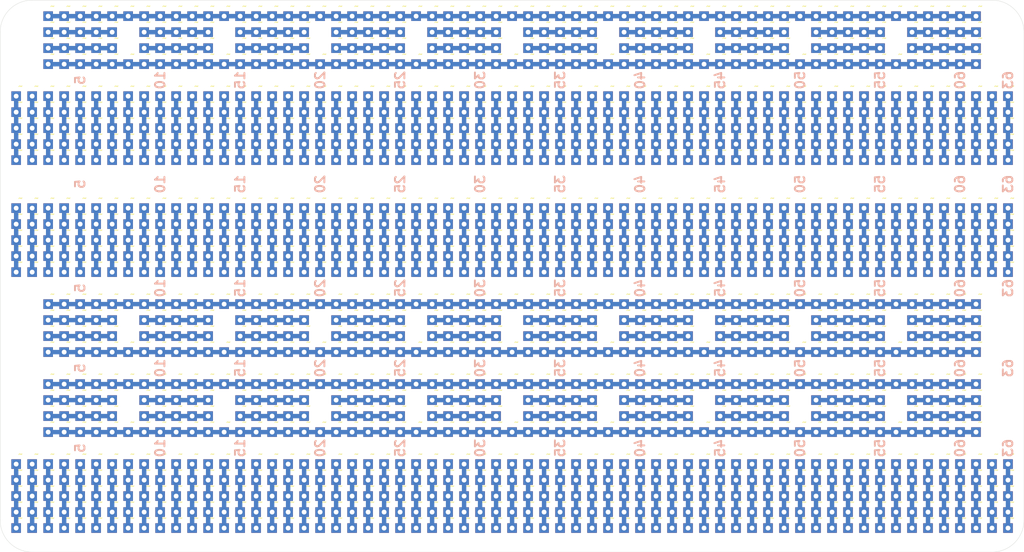
<source format=kicad_pcb>
(kicad_pcb (version 20171130) (host pcbnew "(5.1.6)-1")
  (layers (0 F.Cu signal) (31 B.Cu signal hide) (34 B.Paste user) (35 F.Paste user) (36 B.SilkS user) (37 F.SilkS user) (38 B.Mask user) (39 F.Mask user) (44 Edge.Cuts user))
  (net 0 "")
  (module KraakenStuff:Pin (layer F.Cu) (at 152.4 38.1)
    (fp_text reference ~ (at 0.7 -1.6) (layer F.SilkS))
    (fp_text value Pin)
    (pad 1 thru_hole rect (at 0 0) (size 1.524 1.524) (drill 0.762) (layers *.Cu *.Mask))
  )
  (module KraakenStuff:Pin (layer F.Cu) (at 162.56 35.56)
    (fp_text reference ~ (at 0.7 -1.6) (layer F.SilkS))
    (fp_text value Pin)
    (pad 1 thru_hole rect (at 0 0) (size 1.524 1.524) (drill 0.762) (layers *.Cu *.Mask))
  )
  (module KraakenStuff:Pin (layer F.Cu) (at 127 45.72)
    (fp_text reference ~ (at 0.7 -1.6) (layer F.SilkS))
    (fp_text value Pin)
    (pad 1 thru_hole rect (at 0 0) (size 1.524 1.524) (drill 0.762) (layers *.Cu *.Mask))
  )
  (module KraakenStuff:Pin (layer F.Cu) (at 147.32 40.64)
    (fp_text reference ~ (at 0.7 -1.6) (layer F.SilkS))
    (fp_text value Pin)
    (pad 1 thru_hole rect (at 0 0) (size 1.524 1.524) (drill 0.762) (layers *.Cu *.Mask))
  )
  (module KraakenStuff:Pin (layer F.Cu) (at 129.54 43.18)
    (fp_text reference ~ (at 0.7 -1.6) (layer F.SilkS))
    (fp_text value Pin)
    (pad 1 thru_hole rect (at 0 0) (size 1.524 1.524) (drill 0.762) (layers *.Cu *.Mask))
  )
  (module KraakenStuff:Pin (layer F.Cu) (at 127 43.18)
    (fp_text reference ~ (at 0.7 -1.6) (layer F.SilkS))
    (fp_text value Pin)
    (pad 1 thru_hole rect (at 0 0) (size 1.524 1.524) (drill 0.762) (layers *.Cu *.Mask))
  )
  (module KraakenStuff:Pin (layer F.Cu) (at 142.24 43.18)
    (fp_text reference ~ (at 0.7 -1.6) (layer F.SilkS))
    (fp_text value Pin)
    (pad 1 thru_hole rect (at 0 0) (size 1.524 1.524) (drill 0.762) (layers *.Cu *.Mask))
  )
  (module KraakenStuff:Pin (layer F.Cu) (at 121.92 43.18)
    (fp_text reference ~ (at 0.7 -1.6) (layer F.SilkS))
    (fp_text value Pin)
    (pad 1 thru_hole rect (at 0 0) (size 1.524 1.524) (drill 0.762) (layers *.Cu *.Mask))
  )
  (module KraakenStuff:Pin (layer F.Cu) (at 132.08 43.18)
    (fp_text reference ~ (at 0.7 -1.6) (layer F.SilkS))
    (fp_text value Pin)
    (pad 1 thru_hole rect (at 0 0) (size 1.524 1.524) (drill 0.762) (layers *.Cu *.Mask))
  )
  (module KraakenStuff:Pin (layer F.Cu) (at 124.46 45.72)
    (fp_text reference ~ (at 0.7 -1.6) (layer F.SilkS))
    (fp_text value Pin)
    (pad 1 thru_hole rect (at 0 0) (size 1.524 1.524) (drill 0.762) (layers *.Cu *.Mask))
  )
  (module KraakenStuff:Pin (layer F.Cu) (at 132.08 40.64)
    (fp_text reference ~ (at 0.7 -1.6) (layer F.SilkS))
    (fp_text value Pin)
    (pad 1 thru_hole rect (at 0 0) (size 1.524 1.524) (drill 0.762) (layers *.Cu *.Mask))
  )
  (module KraakenStuff:Pin (layer F.Cu) (at 139.7 35.56)
    (fp_text reference ~ (at 0.7 -1.6) (layer F.SilkS))
    (fp_text value Pin)
    (pad 1 thru_hole rect (at 0 0) (size 1.524 1.524) (drill 0.762) (layers *.Cu *.Mask))
  )
  (module KraakenStuff:Pin (layer F.Cu) (at 124.46 35.56)
    (fp_text reference ~ (at 0.7 -1.6) (layer F.SilkS))
    (fp_text value Pin)
    (pad 1 thru_hole rect (at 0 0) (size 1.524 1.524) (drill 0.762) (layers *.Cu *.Mask))
  )
  (module KraakenStuff:Pin (layer F.Cu) (at 119.38 35.56)
    (fp_text reference ~ (at 0.7 -1.6) (layer F.SilkS))
    (fp_text value Pin)
    (pad 1 thru_hole rect (at 0 0) (size 1.524 1.524) (drill 0.762) (layers *.Cu *.Mask))
  )
  (module KraakenStuff:Pin (layer F.Cu) (at 121.92 45.72)
    (fp_text reference ~ (at 0.7 -1.6) (layer F.SilkS))
    (fp_text value Pin)
    (pad 1 thru_hole rect (at 0 0) (size 1.524 1.524) (drill 0.762) (layers *.Cu *.Mask))
  )
  (module KraakenStuff:Pin (layer F.Cu) (at 180.34 40.64)
    (fp_text reference ~ (at 0.7 -1.6) (layer F.SilkS))
    (fp_text value Pin)
    (pad 1 thru_hole rect (at 0 0) (size 1.524 1.524) (drill 0.762) (layers *.Cu *.Mask))
  )
  (module KraakenStuff:Pin (layer F.Cu) (at 149.86 45.72)
    (fp_text reference ~ (at 0.7 -1.6) (layer F.SilkS))
    (fp_text value Pin)
    (pad 1 thru_hole rect (at 0 0) (size 1.524 1.524) (drill 0.762) (layers *.Cu *.Mask))
  )
  (module KraakenStuff:Pin (layer F.Cu) (at 124.46 40.64)
    (fp_text reference ~ (at 0.7 -1.6) (layer F.SilkS))
    (fp_text value Pin)
    (pad 1 thru_hole rect (at 0 0) (size 1.524 1.524) (drill 0.762) (layers *.Cu *.Mask))
  )
  (module KraakenStuff:Pin (layer F.Cu) (at 127 40.64)
    (fp_text reference ~ (at 0.7 -1.6) (layer F.SilkS))
    (fp_text value Pin)
    (pad 1 thru_hole rect (at 0 0) (size 1.524 1.524) (drill 0.762) (layers *.Cu *.Mask))
  )
  (module KraakenStuff:Pin (layer F.Cu) (at 119.38 45.72)
    (fp_text reference ~ (at 0.7 -1.6) (layer F.SilkS))
    (fp_text value Pin)
    (pad 1 thru_hole rect (at 0 0) (size 1.524 1.524) (drill 0.762) (layers *.Cu *.Mask))
  )
  (module KraakenStuff:Pin (layer F.Cu) (at 116.84 35.56)
    (fp_text reference ~ (at 0.7 -1.6) (layer F.SilkS))
    (fp_text value Pin)
    (pad 1 thru_hole rect (at 0 0) (size 1.524 1.524) (drill 0.762) (layers *.Cu *.Mask))
  )
  (module KraakenStuff:Pin (layer F.Cu) (at 116.84 45.72)
    (fp_text reference ~ (at 0.7 -1.6) (layer F.SilkS))
    (fp_text value Pin)
    (pad 1 thru_hole rect (at 0 0) (size 1.524 1.524) (drill 0.762) (layers *.Cu *.Mask))
  )
  (module KraakenStuff:Pin (layer F.Cu) (at 116.84 43.18)
    (fp_text reference ~ (at 0.7 -1.6) (layer F.SilkS))
    (fp_text value Pin)
    (pad 1 thru_hole rect (at 0 0) (size 1.524 1.524) (drill 0.762) (layers *.Cu *.Mask))
  )
  (module KraakenStuff:Pin (layer F.Cu) (at 132.08 45.72)
    (fp_text reference ~ (at 0.7 -1.6) (layer F.SilkS))
    (fp_text value Pin)
    (pad 1 thru_hole rect (at 0 0) (size 1.524 1.524) (drill 0.762) (layers *.Cu *.Mask))
  )
  (module KraakenStuff:Pin (layer F.Cu) (at 132.08 35.56)
    (fp_text reference ~ (at 0.7 -1.6) (layer F.SilkS))
    (fp_text value Pin)
    (pad 1 thru_hole rect (at 0 0) (size 1.524 1.524) (drill 0.762) (layers *.Cu *.Mask))
  )
  (module KraakenStuff:Pin (layer F.Cu) (at 154.94 35.56)
    (fp_text reference ~ (at 0.7 -1.6) (layer F.SilkS))
    (fp_text value Pin)
    (pad 1 thru_hole rect (at 0 0) (size 1.524 1.524) (drill 0.762) (layers *.Cu *.Mask))
  )
  (module KraakenStuff:Pin (layer F.Cu) (at 144.78 43.18)
    (fp_text reference ~ (at 0.7 -1.6) (layer F.SilkS))
    (fp_text value Pin)
    (pad 1 thru_hole rect (at 0 0) (size 1.524 1.524) (drill 0.762) (layers *.Cu *.Mask))
  )
  (module KraakenStuff:Pin (layer F.Cu) (at 152.4 43.18)
    (fp_text reference ~ (at 0.7 -1.6) (layer F.SilkS))
    (fp_text value Pin)
    (pad 1 thru_hole rect (at 0 0) (size 1.524 1.524) (drill 0.762) (layers *.Cu *.Mask))
  )
  (module KraakenStuff:Pin (layer F.Cu) (at 139.7 38.1)
    (fp_text reference ~ (at 0.7 -1.6) (layer F.SilkS))
    (fp_text value Pin)
    (pad 1 thru_hole rect (at 0 0) (size 1.524 1.524) (drill 0.762) (layers *.Cu *.Mask))
  )
  (module KraakenStuff:Pin (layer F.Cu) (at 121.92 40.64)
    (fp_text reference ~ (at 0.7 -1.6) (layer F.SilkS))
    (fp_text value Pin)
    (pad 1 thru_hole rect (at 0 0) (size 1.524 1.524) (drill 0.762) (layers *.Cu *.Mask))
  )
  (module KraakenStuff:Pin (layer F.Cu) (at 116.84 38.1)
    (fp_text reference ~ (at 0.7 -1.6) (layer F.SilkS))
    (fp_text value Pin)
    (pad 1 thru_hole rect (at 0 0) (size 1.524 1.524) (drill 0.762) (layers *.Cu *.Mask))
  )
  (module KraakenStuff:Pin (layer F.Cu) (at 134.62 45.72)
    (fp_text reference ~ (at 0.7 -1.6) (layer F.SilkS))
    (fp_text value Pin)
    (pad 1 thru_hole rect (at 0 0) (size 1.524 1.524) (drill 0.762) (layers *.Cu *.Mask))
  )
  (module KraakenStuff:Pin (layer F.Cu) (at 147.32 38.1)
    (fp_text reference ~ (at 0.7 -1.6) (layer F.SilkS))
    (fp_text value Pin)
    (pad 1 thru_hole rect (at 0 0) (size 1.524 1.524) (drill 0.762) (layers *.Cu *.Mask))
  )
  (module KraakenStuff:Pin (layer F.Cu) (at 129.54 35.56)
    (fp_text reference ~ (at 0.7 -1.6) (layer F.SilkS))
    (fp_text value Pin)
    (pad 1 thru_hole rect (at 0 0) (size 1.524 1.524) (drill 0.762) (layers *.Cu *.Mask))
  )
  (module KraakenStuff:Pin (layer F.Cu) (at 142.24 35.56)
    (fp_text reference ~ (at 0.7 -1.6) (layer F.SilkS))
    (fp_text value Pin)
    (pad 1 thru_hole rect (at 0 0) (size 1.524 1.524) (drill 0.762) (layers *.Cu *.Mask))
  )
  (module KraakenStuff:Pin (layer F.Cu) (at 144.78 40.64)
    (fp_text reference ~ (at 0.7 -1.6) (layer F.SilkS))
    (fp_text value Pin)
    (pad 1 thru_hole rect (at 0 0) (size 1.524 1.524) (drill 0.762) (layers *.Cu *.Mask))
  )
  (module KraakenStuff:Pin (layer F.Cu) (at 139.7 40.64)
    (fp_text reference ~ (at 0.7 -1.6) (layer F.SilkS))
    (fp_text value Pin)
    (pad 1 thru_hole rect (at 0 0) (size 1.524 1.524) (drill 0.762) (layers *.Cu *.Mask))
  )
  (module KraakenStuff:Pin (layer F.Cu) (at 127 35.56)
    (fp_text reference ~ (at 0.7 -1.6) (layer F.SilkS))
    (fp_text value Pin)
    (pad 1 thru_hole rect (at 0 0) (size 1.524 1.524) (drill 0.762) (layers *.Cu *.Mask))
  )
  (module KraakenStuff:Pin (layer F.Cu) (at 119.38 40.64)
    (fp_text reference ~ (at 0.7 -1.6) (layer F.SilkS))
    (fp_text value Pin)
    (pad 1 thru_hole rect (at 0 0) (size 1.524 1.524) (drill 0.762) (layers *.Cu *.Mask))
  )
  (module KraakenStuff:Pin (layer F.Cu) (at 119.38 38.1)
    (fp_text reference ~ (at 0.7 -1.6) (layer F.SilkS))
    (fp_text value Pin)
    (pad 1 thru_hole rect (at 0 0) (size 1.524 1.524) (drill 0.762) (layers *.Cu *.Mask))
  )
  (module KraakenStuff:Pin (layer F.Cu) (at 124.46 43.18)
    (fp_text reference ~ (at 0.7 -1.6) (layer F.SilkS))
    (fp_text value Pin)
    (pad 1 thru_hole rect (at 0 0) (size 1.524 1.524) (drill 0.762) (layers *.Cu *.Mask))
  )
  (module KraakenStuff:Pin (layer F.Cu) (at 132.08 38.1)
    (fp_text reference ~ (at 0.7 -1.6) (layer F.SilkS))
    (fp_text value Pin)
    (pad 1 thru_hole rect (at 0 0) (size 1.524 1.524) (drill 0.762) (layers *.Cu *.Mask))
  )
  (module KraakenStuff:Pin (layer F.Cu) (at 121.92 35.56)
    (fp_text reference ~ (at 0.7 -1.6) (layer F.SilkS))
    (fp_text value Pin)
    (pad 1 thru_hole rect (at 0 0) (size 1.524 1.524) (drill 0.762) (layers *.Cu *.Mask))
  )
  (module KraakenStuff:Pin (layer F.Cu) (at 111.76 38.1)
    (fp_text reference ~ (at 0.7 -1.6) (layer F.SilkS))
    (fp_text value Pin)
    (pad 1 thru_hole rect (at 0 0) (size 1.524 1.524) (drill 0.762) (layers *.Cu *.Mask))
  )
  (module KraakenStuff:Pin (layer F.Cu) (at 96.52 35.56)
    (fp_text reference ~ (at 0.7 -1.6) (layer F.SilkS))
    (fp_text value Pin)
    (pad 1 thru_hole rect (at 0 0) (size 1.524 1.524) (drill 0.762) (layers *.Cu *.Mask))
  )
  (module KraakenStuff:Pin (layer F.Cu) (at 114.3 45.72)
    (fp_text reference ~ (at 0.7 -1.6) (layer F.SilkS))
    (fp_text value Pin)
    (pad 1 thru_hole rect (at 0 0) (size 1.524 1.524) (drill 0.762) (layers *.Cu *.Mask))
  )
  (module KraakenStuff:Pin (layer F.Cu) (at 109.22 38.1)
    (fp_text reference ~ (at 0.7 -1.6) (layer F.SilkS))
    (fp_text value Pin)
    (pad 1 thru_hole rect (at 0 0) (size 1.524 1.524) (drill 0.762) (layers *.Cu *.Mask))
  )
  (module KraakenStuff:Pin (layer F.Cu) (at 106.68 40.64)
    (fp_text reference ~ (at 0.7 -1.6) (layer F.SilkS))
    (fp_text value Pin)
    (pad 1 thru_hole rect (at 0 0) (size 1.524 1.524) (drill 0.762) (layers *.Cu *.Mask))
  )
  (module KraakenStuff:Pin (layer F.Cu) (at 111.76 40.64)
    (fp_text reference ~ (at 0.7 -1.6) (layer F.SilkS))
    (fp_text value Pin)
    (pad 1 thru_hole rect (at 0 0) (size 1.524 1.524) (drill 0.762) (layers *.Cu *.Mask))
  )
  (module KraakenStuff:Pin (layer F.Cu) (at 99.06 43.18)
    (fp_text reference ~ (at 0.7 -1.6) (layer F.SilkS))
    (fp_text value Pin)
    (pad 1 thru_hole rect (at 0 0) (size 1.524 1.524) (drill 0.762) (layers *.Cu *.Mask))
  )
  (module KraakenStuff:Pin (layer F.Cu) (at 114.3 40.64)
    (fp_text reference ~ (at 0.7 -1.6) (layer F.SilkS))
    (fp_text value Pin)
    (pad 1 thru_hole rect (at 0 0) (size 1.524 1.524) (drill 0.762) (layers *.Cu *.Mask))
  )
  (module KraakenStuff:Pin (layer F.Cu) (at 106.68 43.18)
    (fp_text reference ~ (at 0.7 -1.6) (layer F.SilkS))
    (fp_text value Pin)
    (pad 1 thru_hole rect (at 0 0) (size 1.524 1.524) (drill 0.762) (layers *.Cu *.Mask))
  )
  (module KraakenStuff:Pin (layer F.Cu) (at 109.22 35.56)
    (fp_text reference ~ (at 0.7 -1.6) (layer F.SilkS))
    (fp_text value Pin)
    (pad 1 thru_hole rect (at 0 0) (size 1.524 1.524) (drill 0.762) (layers *.Cu *.Mask))
  )
  (module KraakenStuff:Pin (layer F.Cu) (at 104.14 43.18)
    (fp_text reference ~ (at 0.7 -1.6) (layer F.SilkS))
    (fp_text value Pin)
    (pad 1 thru_hole rect (at 0 0) (size 1.524 1.524) (drill 0.762) (layers *.Cu *.Mask))
  )
  (module KraakenStuff:Pin (layer F.Cu) (at 114.3 43.18)
    (fp_text reference ~ (at 0.7 -1.6) (layer F.SilkS))
    (fp_text value Pin)
    (pad 1 thru_hole rect (at 0 0) (size 1.524 1.524) (drill 0.762) (layers *.Cu *.Mask))
  )
  (module KraakenStuff:Pin (layer F.Cu) (at 99.06 45.72)
    (fp_text reference ~ (at 0.7 -1.6) (layer F.SilkS))
    (fp_text value Pin)
    (pad 1 thru_hole rect (at 0 0) (size 1.524 1.524) (drill 0.762) (layers *.Cu *.Mask))
  )
  (module KraakenStuff:Pin (layer F.Cu) (at 109.22 40.64)
    (fp_text reference ~ (at 0.7 -1.6) (layer F.SilkS))
    (fp_text value Pin)
    (pad 1 thru_hole rect (at 0 0) (size 1.524 1.524) (drill 0.762) (layers *.Cu *.Mask))
  )
  (module KraakenStuff:Pin (layer F.Cu) (at 116.84 40.64)
    (fp_text reference ~ (at 0.7 -1.6) (layer F.SilkS))
    (fp_text value Pin)
    (pad 1 thru_hole rect (at 0 0) (size 1.524 1.524) (drill 0.762) (layers *.Cu *.Mask))
  )
  (module KraakenStuff:Pin (layer F.Cu) (at 111.76 43.18)
    (fp_text reference ~ (at 0.7 -1.6) (layer F.SilkS))
    (fp_text value Pin)
    (pad 1 thru_hole rect (at 0 0) (size 1.524 1.524) (drill 0.762) (layers *.Cu *.Mask))
  )
  (module KraakenStuff:Pin (layer F.Cu) (at 106.68 35.56)
    (fp_text reference ~ (at 0.7 -1.6) (layer F.SilkS))
    (fp_text value Pin)
    (pad 1 thru_hole rect (at 0 0) (size 1.524 1.524) (drill 0.762) (layers *.Cu *.Mask))
  )
  (module KraakenStuff:Pin (layer F.Cu) (at 114.3 38.1)
    (fp_text reference ~ (at 0.7 -1.6) (layer F.SilkS))
    (fp_text value Pin)
    (pad 1 thru_hole rect (at 0 0) (size 1.524 1.524) (drill 0.762) (layers *.Cu *.Mask))
  )
  (module KraakenStuff:Pin (layer F.Cu) (at 134.62 35.56)
    (fp_text reference ~ (at 0.7 -1.6) (layer F.SilkS))
    (fp_text value Pin)
    (pad 1 thru_hole rect (at 0 0) (size 1.524 1.524) (drill 0.762) (layers *.Cu *.Mask))
  )
  (module KraakenStuff:Pin (layer F.Cu) (at 129.54 40.64)
    (fp_text reference ~ (at 0.7 -1.6) (layer F.SilkS))
    (fp_text value Pin)
    (pad 1 thru_hole rect (at 0 0) (size 1.524 1.524) (drill 0.762) (layers *.Cu *.Mask))
  )
  (module KraakenStuff:Pin (layer F.Cu) (at 101.6 45.72)
    (fp_text reference ~ (at 0.7 -1.6) (layer F.SilkS))
    (fp_text value Pin)
    (pad 1 thru_hole rect (at 0 0) (size 1.524 1.524) (drill 0.762) (layers *.Cu *.Mask))
  )
  (module KraakenStuff:Pin (layer F.Cu) (at 83.82 40.64)
    (fp_text reference ~ (at 0.7 -1.6) (layer F.SilkS))
    (fp_text value Pin)
    (pad 1 thru_hole rect (at 0 0) (size 1.524 1.524) (drill 0.762) (layers *.Cu *.Mask))
  )
  (module KraakenStuff:Pin (layer F.Cu) (at 83.82 38.1)
    (fp_text reference ~ (at 0.7 -1.6) (layer F.SilkS))
    (fp_text value Pin)
    (pad 1 thru_hole rect (at 0 0) (size 1.524 1.524) (drill 0.762) (layers *.Cu *.Mask))
  )
  (module KraakenStuff:Pin (layer F.Cu) (at 76.2 43.18)
    (fp_text reference ~ (at 0.7 -1.6) (layer F.SilkS))
    (fp_text value Pin)
    (pad 1 thru_hole rect (at 0 0) (size 1.524 1.524) (drill 0.762) (layers *.Cu *.Mask))
  )
  (module KraakenStuff:Pin (layer F.Cu) (at 86.36 43.18)
    (fp_text reference ~ (at 0.7 -1.6) (layer F.SilkS))
    (fp_text value Pin)
    (pad 1 thru_hole rect (at 0 0) (size 1.524 1.524) (drill 0.762) (layers *.Cu *.Mask))
  )
  (module KraakenStuff:Pin (layer F.Cu) (at 104.14 45.72)
    (fp_text reference ~ (at 0.7 -1.6) (layer F.SilkS))
    (fp_text value Pin)
    (pad 1 thru_hole rect (at 0 0) (size 1.524 1.524) (drill 0.762) (layers *.Cu *.Mask))
  )
  (module KraakenStuff:Pin (layer F.Cu) (at 104.14 38.1)
    (fp_text reference ~ (at 0.7 -1.6) (layer F.SilkS))
    (fp_text value Pin)
    (pad 1 thru_hole rect (at 0 0) (size 1.524 1.524) (drill 0.762) (layers *.Cu *.Mask))
  )
  (module KraakenStuff:Pin (layer F.Cu) (at 127 38.1)
    (fp_text reference ~ (at 0.7 -1.6) (layer F.SilkS))
    (fp_text value Pin)
    (pad 1 thru_hole rect (at 0 0) (size 1.524 1.524) (drill 0.762) (layers *.Cu *.Mask))
  )
  (module KraakenStuff:Pin (layer F.Cu) (at 99.06 38.1)
    (fp_text reference ~ (at 0.7 -1.6) (layer F.SilkS))
    (fp_text value Pin)
    (pad 1 thru_hole rect (at 0 0) (size 1.524 1.524) (drill 0.762) (layers *.Cu *.Mask))
  )
  (module KraakenStuff:Pin (layer F.Cu) (at 91.44 43.18)
    (fp_text reference ~ (at 0.7 -1.6) (layer F.SilkS))
    (fp_text value Pin)
    (pad 1 thru_hole rect (at 0 0) (size 1.524 1.524) (drill 0.762) (layers *.Cu *.Mask))
  )
  (module KraakenStuff:Pin (layer F.Cu) (at 88.9 35.56)
    (fp_text reference ~ (at 0.7 -1.6) (layer F.SilkS))
    (fp_text value Pin)
    (pad 1 thru_hole rect (at 0 0) (size 1.524 1.524) (drill 0.762) (layers *.Cu *.Mask))
  )
  (module KraakenStuff:Pin (layer F.Cu) (at 96.52 40.64)
    (fp_text reference ~ (at 0.7 -1.6) (layer F.SilkS))
    (fp_text value Pin)
    (pad 1 thru_hole rect (at 0 0) (size 1.524 1.524) (drill 0.762) (layers *.Cu *.Mask))
  )
  (module KraakenStuff:Pin (layer F.Cu) (at 106.68 38.1)
    (fp_text reference ~ (at 0.7 -1.6) (layer F.SilkS))
    (fp_text value Pin)
    (pad 1 thru_hole rect (at 0 0) (size 1.524 1.524) (drill 0.762) (layers *.Cu *.Mask))
  )
  (module KraakenStuff:Pin (layer F.Cu) (at 81.28 45.72)
    (fp_text reference ~ (at 0.7 -1.6) (layer F.SilkS))
    (fp_text value Pin)
    (pad 1 thru_hole rect (at 0 0) (size 1.524 1.524) (drill 0.762) (layers *.Cu *.Mask))
  )
  (module KraakenStuff:Pin (layer F.Cu) (at 101.6 40.64)
    (fp_text reference ~ (at 0.7 -1.6) (layer F.SilkS))
    (fp_text value Pin)
    (pad 1 thru_hole rect (at 0 0) (size 1.524 1.524) (drill 0.762) (layers *.Cu *.Mask))
  )
  (module KraakenStuff:Pin (layer F.Cu) (at 93.98 40.64)
    (fp_text reference ~ (at 0.7 -1.6) (layer F.SilkS))
    (fp_text value Pin)
    (pad 1 thru_hole rect (at 0 0) (size 1.524 1.524) (drill 0.762) (layers *.Cu *.Mask))
  )
  (module KraakenStuff:Pin (layer F.Cu) (at 96.52 43.18)
    (fp_text reference ~ (at 0.7 -1.6) (layer F.SilkS))
    (fp_text value Pin)
    (pad 1 thru_hole rect (at 0 0) (size 1.524 1.524) (drill 0.762) (layers *.Cu *.Mask))
  )
  (module KraakenStuff:Pin (layer F.Cu) (at 111.76 45.72)
    (fp_text reference ~ (at 0.7 -1.6) (layer F.SilkS))
    (fp_text value Pin)
    (pad 1 thru_hole rect (at 0 0) (size 1.524 1.524) (drill 0.762) (layers *.Cu *.Mask))
  )
  (module KraakenStuff:Pin (layer F.Cu) (at 109.22 45.72)
    (fp_text reference ~ (at 0.7 -1.6) (layer F.SilkS))
    (fp_text value Pin)
    (pad 1 thru_hole rect (at 0 0) (size 1.524 1.524) (drill 0.762) (layers *.Cu *.Mask))
  )
  (module KraakenStuff:Pin (layer F.Cu) (at 104.14 40.64)
    (fp_text reference ~ (at 0.7 -1.6) (layer F.SilkS))
    (fp_text value Pin)
    (pad 1 thru_hole rect (at 0 0) (size 1.524 1.524) (drill 0.762) (layers *.Cu *.Mask))
  )
  (module KraakenStuff:Pin (layer F.Cu) (at 114.3 35.56)
    (fp_text reference ~ (at 0.7 -1.6) (layer F.SilkS))
    (fp_text value Pin)
    (pad 1 thru_hole rect (at 0 0) (size 1.524 1.524) (drill 0.762) (layers *.Cu *.Mask))
  )
  (module KraakenStuff:Pin (layer F.Cu) (at 93.98 45.72)
    (fp_text reference ~ (at 0.7 -1.6) (layer F.SilkS))
    (fp_text value Pin)
    (pad 1 thru_hole rect (at 0 0) (size 1.524 1.524) (drill 0.762) (layers *.Cu *.Mask))
  )
  (module KraakenStuff:Pin (layer F.Cu) (at 88.9 45.72)
    (fp_text reference ~ (at 0.7 -1.6) (layer F.SilkS))
    (fp_text value Pin)
    (pad 1 thru_hole rect (at 0 0) (size 1.524 1.524) (drill 0.762) (layers *.Cu *.Mask))
  )
  (module KraakenStuff:Pin (layer F.Cu) (at 83.82 35.56)
    (fp_text reference ~ (at 0.7 -1.6) (layer F.SilkS))
    (fp_text value Pin)
    (pad 1 thru_hole rect (at 0 0) (size 1.524 1.524) (drill 0.762) (layers *.Cu *.Mask))
  )
  (module KraakenStuff:Pin (layer F.Cu) (at 109.22 43.18)
    (fp_text reference ~ (at 0.7 -1.6) (layer F.SilkS))
    (fp_text value Pin)
    (pad 1 thru_hole rect (at 0 0) (size 1.524 1.524) (drill 0.762) (layers *.Cu *.Mask))
  )
  (module KraakenStuff:Pin (layer F.Cu) (at 111.76 35.56)
    (fp_text reference ~ (at 0.7 -1.6) (layer F.SilkS))
    (fp_text value Pin)
    (pad 1 thru_hole rect (at 0 0) (size 1.524 1.524) (drill 0.762) (layers *.Cu *.Mask))
  )
  (module KraakenStuff:Pin (layer F.Cu) (at 93.98 43.18)
    (fp_text reference ~ (at 0.7 -1.6) (layer F.SilkS))
    (fp_text value Pin)
    (pad 1 thru_hole rect (at 0 0) (size 1.524 1.524) (drill 0.762) (layers *.Cu *.Mask))
  )
  (module KraakenStuff:Pin (layer F.Cu) (at 88.9 43.18)
    (fp_text reference ~ (at 0.7 -1.6) (layer F.SilkS))
    (fp_text value Pin)
    (pad 1 thru_hole rect (at 0 0) (size 1.524 1.524) (drill 0.762) (layers *.Cu *.Mask))
  )
  (module KraakenStuff:Pin (layer F.Cu) (at 101.6 38.1)
    (fp_text reference ~ (at 0.7 -1.6) (layer F.SilkS))
    (fp_text value Pin)
    (pad 1 thru_hole rect (at 0 0) (size 1.524 1.524) (drill 0.762) (layers *.Cu *.Mask))
  )
  (module KraakenStuff:Pin (layer F.Cu) (at 93.98 38.1)
    (fp_text reference ~ (at 0.7 -1.6) (layer F.SilkS))
    (fp_text value Pin)
    (pad 1 thru_hole rect (at 0 0) (size 1.524 1.524) (drill 0.762) (layers *.Cu *.Mask))
  )
  (module KraakenStuff:Pin (layer F.Cu) (at 81.28 43.18)
    (fp_text reference ~ (at 0.7 -1.6) (layer F.SilkS))
    (fp_text value Pin)
    (pad 1 thru_hole rect (at 0 0) (size 1.524 1.524) (drill 0.762) (layers *.Cu *.Mask))
  )
  (module KraakenStuff:Pin (layer F.Cu) (at 104.14 35.56)
    (fp_text reference ~ (at 0.7 -1.6) (layer F.SilkS))
    (fp_text value Pin)
    (pad 1 thru_hole rect (at 0 0) (size 1.524 1.524) (drill 0.762) (layers *.Cu *.Mask))
  )
  (module KraakenStuff:Pin (layer F.Cu) (at 78.74 43.18)
    (fp_text reference ~ (at 0.7 -1.6) (layer F.SilkS))
    (fp_text value Pin)
    (pad 1 thru_hole rect (at 0 0) (size 1.524 1.524) (drill 0.762) (layers *.Cu *.Mask))
  )
  (module KraakenStuff:Pin (layer F.Cu) (at 106.68 45.72)
    (fp_text reference ~ (at 0.7 -1.6) (layer F.SilkS))
    (fp_text value Pin)
    (pad 1 thru_hole rect (at 0 0) (size 1.524 1.524) (drill 0.762) (layers *.Cu *.Mask))
  )
  (module KraakenStuff:Pin (layer F.Cu) (at 129.54 38.1)
    (fp_text reference ~ (at 0.7 -1.6) (layer F.SilkS))
    (fp_text value Pin)
    (pad 1 thru_hole rect (at 0 0) (size 1.524 1.524) (drill 0.762) (layers *.Cu *.Mask))
  )
  (module KraakenStuff:Pin (layer F.Cu) (at 96.52 45.72)
    (fp_text reference ~ (at 0.7 -1.6) (layer F.SilkS))
    (fp_text value Pin)
    (pad 1 thru_hole rect (at 0 0) (size 1.524 1.524) (drill 0.762) (layers *.Cu *.Mask))
  )
  (module KraakenStuff:Pin (layer F.Cu) (at 81.28 38.1)
    (fp_text reference ~ (at 0.7 -1.6) (layer F.SilkS))
    (fp_text value Pin)
    (pad 1 thru_hole rect (at 0 0) (size 1.524 1.524) (drill 0.762) (layers *.Cu *.Mask))
  )
  (module KraakenStuff:Pin (layer F.Cu) (at 86.36 45.72)
    (fp_text reference ~ (at 0.7 -1.6) (layer F.SilkS))
    (fp_text value Pin)
    (pad 1 thru_hole rect (at 0 0) (size 1.524 1.524) (drill 0.762) (layers *.Cu *.Mask))
  )
  (module KraakenStuff:Pin (layer F.Cu) (at 76.2 45.72)
    (fp_text reference ~ (at 0.7 -1.6) (layer F.SilkS))
    (fp_text value Pin)
    (pad 1 thru_hole rect (at 0 0) (size 1.524 1.524) (drill 0.762) (layers *.Cu *.Mask))
  )
  (module KraakenStuff:Pin (layer F.Cu) (at 78.74 45.72)
    (fp_text reference ~ (at 0.7 -1.6) (layer F.SilkS))
    (fp_text value Pin)
    (pad 1 thru_hole rect (at 0 0) (size 1.524 1.524) (drill 0.762) (layers *.Cu *.Mask))
  )
  (module KraakenStuff:Pin (layer F.Cu) (at 81.28 40.64)
    (fp_text reference ~ (at 0.7 -1.6) (layer F.SilkS))
    (fp_text value Pin)
    (pad 1 thru_hole rect (at 0 0) (size 1.524 1.524) (drill 0.762) (layers *.Cu *.Mask))
  )
  (module KraakenStuff:Pin (layer F.Cu) (at 71.12 40.64)
    (fp_text reference ~ (at 0.7 -1.6) (layer F.SilkS))
    (fp_text value Pin)
    (pad 1 thru_hole rect (at 0 0) (size 1.524 1.524) (drill 0.762) (layers *.Cu *.Mask))
  )
  (module KraakenStuff:Pin (layer F.Cu) (at 88.9 38.1)
    (fp_text reference ~ (at 0.7 -1.6) (layer F.SilkS))
    (fp_text value Pin)
    (pad 1 thru_hole rect (at 0 0) (size 1.524 1.524) (drill 0.762) (layers *.Cu *.Mask))
  )
  (module KraakenStuff:Pin (layer F.Cu) (at 86.36 35.56)
    (fp_text reference ~ (at 0.7 -1.6) (layer F.SilkS))
    (fp_text value Pin)
    (pad 1 thru_hole rect (at 0 0) (size 1.524 1.524) (drill 0.762) (layers *.Cu *.Mask))
  )
  (module KraakenStuff:Pin (layer F.Cu) (at 86.36 40.64)
    (fp_text reference ~ (at 0.7 -1.6) (layer F.SilkS))
    (fp_text value Pin)
    (pad 1 thru_hole rect (at 0 0) (size 1.524 1.524) (drill 0.762) (layers *.Cu *.Mask))
  )
  (module KraakenStuff:Pin (layer F.Cu) (at 76.2 35.56)
    (fp_text reference ~ (at 0.7 -1.6) (layer F.SilkS))
    (fp_text value Pin)
    (pad 1 thru_hole rect (at 0 0) (size 1.524 1.524) (drill 0.762) (layers *.Cu *.Mask))
  )
  (module KraakenStuff:Pin (layer F.Cu) (at 101.6 35.56)
    (fp_text reference ~ (at 0.7 -1.6) (layer F.SilkS))
    (fp_text value Pin)
    (pad 1 thru_hole rect (at 0 0) (size 1.524 1.524) (drill 0.762) (layers *.Cu *.Mask))
  )
  (module KraakenStuff:Pin (layer F.Cu) (at 78.74 35.56)
    (fp_text reference ~ (at 0.7 -1.6) (layer F.SilkS))
    (fp_text value Pin)
    (pad 1 thru_hole rect (at 0 0) (size 1.524 1.524) (drill 0.762) (layers *.Cu *.Mask))
  )
  (module KraakenStuff:Pin (layer F.Cu) (at 73.66 45.72)
    (fp_text reference ~ (at 0.7 -1.6) (layer F.SilkS))
    (fp_text value Pin)
    (pad 1 thru_hole rect (at 0 0) (size 1.524 1.524) (drill 0.762) (layers *.Cu *.Mask))
  )
  (module KraakenStuff:Pin (layer F.Cu) (at 83.82 43.18)
    (fp_text reference ~ (at 0.7 -1.6) (layer F.SilkS))
    (fp_text value Pin)
    (pad 1 thru_hole rect (at 0 0) (size 1.524 1.524) (drill 0.762) (layers *.Cu *.Mask))
  )
  (module KraakenStuff:Pin (layer F.Cu) (at 99.06 35.56)
    (fp_text reference ~ (at 0.7 -1.6) (layer F.SilkS))
    (fp_text value Pin)
    (pad 1 thru_hole rect (at 0 0) (size 1.524 1.524) (drill 0.762) (layers *.Cu *.Mask))
  )
  (module KraakenStuff:Pin (layer F.Cu) (at 68.58 43.18)
    (fp_text reference ~ (at 0.7 -1.6) (layer F.SilkS))
    (fp_text value Pin)
    (pad 1 thru_hole rect (at 0 0) (size 1.524 1.524) (drill 0.762) (layers *.Cu *.Mask))
  )
  (module KraakenStuff:Pin (layer F.Cu) (at 73.66 43.18)
    (fp_text reference ~ (at 0.7 -1.6) (layer F.SilkS))
    (fp_text value Pin)
    (pad 1 thru_hole rect (at 0 0) (size 1.524 1.524) (drill 0.762) (layers *.Cu *.Mask))
  )
  (module KraakenStuff:Pin (layer F.Cu) (at 73.66 40.64)
    (fp_text reference ~ (at 0.7 -1.6) (layer F.SilkS))
    (fp_text value Pin)
    (pad 1 thru_hole rect (at 0 0) (size 1.524 1.524) (drill 0.762) (layers *.Cu *.Mask))
  )
  (module KraakenStuff:Pin (layer F.Cu) (at 96.52 38.1)
    (fp_text reference ~ (at 0.7 -1.6) (layer F.SilkS))
    (fp_text value Pin)
    (pad 1 thru_hole rect (at 0 0) (size 1.524 1.524) (drill 0.762) (layers *.Cu *.Mask))
  )
  (module KraakenStuff:Pin (layer F.Cu) (at 76.2 38.1)
    (fp_text reference ~ (at 0.7 -1.6) (layer F.SilkS))
    (fp_text value Pin)
    (pad 1 thru_hole rect (at 0 0) (size 1.524 1.524) (drill 0.762) (layers *.Cu *.Mask))
  )
  (module KraakenStuff:Pin (layer F.Cu) (at 83.82 45.72)
    (fp_text reference ~ (at 0.7 -1.6) (layer F.SilkS))
    (fp_text value Pin)
    (pad 1 thru_hole rect (at 0 0) (size 1.524 1.524) (drill 0.762) (layers *.Cu *.Mask))
  )
  (module KraakenStuff:Pin (layer F.Cu) (at 101.6 43.18)
    (fp_text reference ~ (at 0.7 -1.6) (layer F.SilkS))
    (fp_text value Pin)
    (pad 1 thru_hole rect (at 0 0) (size 1.524 1.524) (drill 0.762) (layers *.Cu *.Mask))
  )
  (module KraakenStuff:Pin (layer F.Cu) (at 78.74 38.1)
    (fp_text reference ~ (at 0.7 -1.6) (layer F.SilkS))
    (fp_text value Pin)
    (pad 1 thru_hole rect (at 0 0) (size 1.524 1.524) (drill 0.762) (layers *.Cu *.Mask))
  )
  (module KraakenStuff:Pin (layer F.Cu) (at 71.12 45.72)
    (fp_text reference ~ (at 0.7 -1.6) (layer F.SilkS))
    (fp_text value Pin)
    (pad 1 thru_hole rect (at 0 0) (size 1.524 1.524) (drill 0.762) (layers *.Cu *.Mask))
  )
  (module KraakenStuff:Pin (layer F.Cu) (at 76.2 40.64)
    (fp_text reference ~ (at 0.7 -1.6) (layer F.SilkS))
    (fp_text value Pin)
    (pad 1 thru_hole rect (at 0 0) (size 1.524 1.524) (drill 0.762) (layers *.Cu *.Mask))
  )
  (module KraakenStuff:Pin (layer F.Cu) (at 78.74 40.64)
    (fp_text reference ~ (at 0.7 -1.6) (layer F.SilkS))
    (fp_text value Pin)
    (pad 1 thru_hole rect (at 0 0) (size 1.524 1.524) (drill 0.762) (layers *.Cu *.Mask))
  )
  (module KraakenStuff:Pin (layer F.Cu) (at 73.66 38.1)
    (fp_text reference ~ (at 0.7 -1.6) (layer F.SilkS))
    (fp_text value Pin)
    (pad 1 thru_hole rect (at 0 0) (size 1.524 1.524) (drill 0.762) (layers *.Cu *.Mask))
  )
  (module KraakenStuff:Pin (layer F.Cu) (at 73.66 35.56)
    (fp_text reference ~ (at 0.7 -1.6) (layer F.SilkS))
    (fp_text value Pin)
    (pad 1 thru_hole rect (at 0 0) (size 1.524 1.524) (drill 0.762) (layers *.Cu *.Mask))
  )
  (module KraakenStuff:Pin (layer F.Cu) (at 71.12 43.18)
    (fp_text reference ~ (at 0.7 -1.6) (layer F.SilkS))
    (fp_text value Pin)
    (pad 1 thru_hole rect (at 0 0) (size 1.524 1.524) (drill 0.762) (layers *.Cu *.Mask))
  )
  (module KraakenStuff:Pin (layer F.Cu) (at 68.58 40.64)
    (fp_text reference ~ (at 0.7 -1.6) (layer F.SilkS))
    (fp_text value Pin)
    (pad 1 thru_hole rect (at 0 0) (size 1.524 1.524) (drill 0.762) (layers *.Cu *.Mask))
  )
  (module KraakenStuff:Pin (layer F.Cu) (at 66.04 38.1)
    (fp_text reference ~ (at 0.7 -1.6) (layer F.SilkS))
    (fp_text value Pin)
    (pad 1 thru_hole rect (at 0 0) (size 1.524 1.524) (drill 0.762) (layers *.Cu *.Mask))
  )
  (module KraakenStuff:Pin (layer F.Cu) (at 63.5 35.56)
    (fp_text reference ~ (at 0.7 -1.6) (layer F.SilkS))
    (fp_text value Pin)
    (pad 1 thru_hole rect (at 0 0) (size 1.524 1.524) (drill 0.762) (layers *.Cu *.Mask))
  )
  (module KraakenStuff:Pin (layer F.Cu) (at 60.96 38.1)
    (fp_text reference ~ (at 0.7 -1.6) (layer F.SilkS))
    (fp_text value Pin)
    (pad 1 thru_hole rect (at 0 0) (size 1.524 1.524) (drill 0.762) (layers *.Cu *.Mask))
  )
  (module KraakenStuff:Pin (layer F.Cu) (at 68.58 35.56)
    (fp_text reference ~ (at 0.7 -1.6) (layer F.SilkS))
    (fp_text value Pin)
    (pad 1 thru_hole rect (at 0 0) (size 1.524 1.524) (drill 0.762) (layers *.Cu *.Mask))
  )
  (module KraakenStuff:Pin (layer F.Cu) (at 63.5 45.72)
    (fp_text reference ~ (at 0.7 -1.6) (layer F.SilkS))
    (fp_text value Pin)
    (pad 1 thru_hole rect (at 0 0) (size 1.524 1.524) (drill 0.762) (layers *.Cu *.Mask))
  )
  (module KraakenStuff:Pin (layer F.Cu) (at 55.88 35.56)
    (fp_text reference ~ (at 0.7 -1.6) (layer F.SilkS))
    (fp_text value Pin)
    (pad 1 thru_hole rect (at 0 0) (size 1.524 1.524) (drill 0.762) (layers *.Cu *.Mask))
  )
  (module KraakenStuff:Pin (layer F.Cu) (at 99.06 40.64)
    (fp_text reference ~ (at 0.7 -1.6) (layer F.SilkS))
    (fp_text value Pin)
    (pad 1 thru_hole rect (at 0 0) (size 1.524 1.524) (drill 0.762) (layers *.Cu *.Mask))
  )
  (module KraakenStuff:Pin (layer F.Cu) (at 86.36 38.1)
    (fp_text reference ~ (at 0.7 -1.6) (layer F.SilkS))
    (fp_text value Pin)
    (pad 1 thru_hole rect (at 0 0) (size 1.524 1.524) (drill 0.762) (layers *.Cu *.Mask))
  )
  (module KraakenStuff:Pin (layer F.Cu) (at 55.88 45.72)
    (fp_text reference ~ (at 0.7 -1.6) (layer F.SilkS))
    (fp_text value Pin)
    (pad 1 thru_hole rect (at 0 0) (size 1.524 1.524) (drill 0.762) (layers *.Cu *.Mask))
  )
  (module KraakenStuff:Pin (layer F.Cu) (at 55.88 43.18)
    (fp_text reference ~ (at 0.7 -1.6) (layer F.SilkS))
    (fp_text value Pin)
    (pad 1 thru_hole rect (at 0 0) (size 1.524 1.524) (drill 0.762) (layers *.Cu *.Mask))
  )
  (module KraakenStuff:Pin (layer F.Cu) (at 53.34 40.64)
    (fp_text reference ~ (at 0.7 -1.6) (layer F.SilkS))
    (fp_text value Pin)
    (pad 1 thru_hole rect (at 0 0) (size 1.524 1.524) (drill 0.762) (layers *.Cu *.Mask))
  )
  (module KraakenStuff:Pin (layer F.Cu) (at 93.98 35.56)
    (fp_text reference ~ (at 0.7 -1.6) (layer F.SilkS))
    (fp_text value Pin)
    (pad 1 thru_hole rect (at 0 0) (size 1.524 1.524) (drill 0.762) (layers *.Cu *.Mask))
  )
  (module KraakenStuff:Pin (layer F.Cu) (at 58.42 43.18)
    (fp_text reference ~ (at 0.7 -1.6) (layer F.SilkS))
    (fp_text value Pin)
    (pad 1 thru_hole rect (at 0 0) (size 1.524 1.524) (drill 0.762) (layers *.Cu *.Mask))
  )
  (module KraakenStuff:Pin (layer F.Cu) (at 63.5 43.18)
    (fp_text reference ~ (at 0.7 -1.6) (layer F.SilkS))
    (fp_text value Pin)
    (pad 1 thru_hole rect (at 0 0) (size 1.524 1.524) (drill 0.762) (layers *.Cu *.Mask))
  )
  (module KraakenStuff:Pin (layer F.Cu) (at 88.9 40.64)
    (fp_text reference ~ (at 0.7 -1.6) (layer F.SilkS))
    (fp_text value Pin)
    (pad 1 thru_hole rect (at 0 0) (size 1.524 1.524) (drill 0.762) (layers *.Cu *.Mask))
  )
  (module KraakenStuff:Pin (layer F.Cu) (at 66.04 35.56)
    (fp_text reference ~ (at 0.7 -1.6) (layer F.SilkS))
    (fp_text value Pin)
    (pad 1 thru_hole rect (at 0 0) (size 1.524 1.524) (drill 0.762) (layers *.Cu *.Mask))
  )
  (module KraakenStuff:Pin (layer F.Cu) (at 53.34 45.72)
    (fp_text reference ~ (at 0.7 -1.6) (layer F.SilkS))
    (fp_text value Pin)
    (pad 1 thru_hole rect (at 0 0) (size 1.524 1.524) (drill 0.762) (layers *.Cu *.Mask))
  )
  (module KraakenStuff:Pin (layer F.Cu) (at 81.28 35.56)
    (fp_text reference ~ (at 0.7 -1.6) (layer F.SilkS))
    (fp_text value Pin)
    (pad 1 thru_hole rect (at 0 0) (size 1.524 1.524) (drill 0.762) (layers *.Cu *.Mask))
  )
  (module KraakenStuff:Pin (layer F.Cu) (at 71.12 38.1)
    (fp_text reference ~ (at 0.7 -1.6) (layer F.SilkS))
    (fp_text value Pin)
    (pad 1 thru_hole rect (at 0 0) (size 1.524 1.524) (drill 0.762) (layers *.Cu *.Mask))
  )
  (module KraakenStuff:Pin (layer F.Cu) (at 68.58 38.1)
    (fp_text reference ~ (at 0.7 -1.6) (layer F.SilkS))
    (fp_text value Pin)
    (pad 1 thru_hole rect (at 0 0) (size 1.524 1.524) (drill 0.762) (layers *.Cu *.Mask))
  )
  (module KraakenStuff:Pin (layer F.Cu) (at 91.44 38.1)
    (fp_text reference ~ (at 0.7 -1.6) (layer F.SilkS))
    (fp_text value Pin)
    (pad 1 thru_hole rect (at 0 0) (size 1.524 1.524) (drill 0.762) (layers *.Cu *.Mask))
  )
  (module KraakenStuff:Pin (layer F.Cu) (at 60.96 45.72)
    (fp_text reference ~ (at 0.7 -1.6) (layer F.SilkS))
    (fp_text value Pin)
    (pad 1 thru_hole rect (at 0 0) (size 1.524 1.524) (drill 0.762) (layers *.Cu *.Mask))
  )
  (module KraakenStuff:Pin (layer F.Cu) (at 68.58 45.72)
    (fp_text reference ~ (at 0.7 -1.6) (layer F.SilkS))
    (fp_text value Pin)
    (pad 1 thru_hole rect (at 0 0) (size 1.524 1.524) (drill 0.762) (layers *.Cu *.Mask))
  )
  (module KraakenStuff:Pin (layer F.Cu) (at 66.04 43.18)
    (fp_text reference ~ (at 0.7 -1.6) (layer F.SilkS))
    (fp_text value Pin)
    (pad 1 thru_hole rect (at 0 0) (size 1.524 1.524) (drill 0.762) (layers *.Cu *.Mask))
  )
  (module KraakenStuff:Pin (layer F.Cu) (at 55.88 38.1)
    (fp_text reference ~ (at 0.7 -1.6) (layer F.SilkS))
    (fp_text value Pin)
    (pad 1 thru_hole rect (at 0 0) (size 1.524 1.524) (drill 0.762) (layers *.Cu *.Mask))
  )
  (module KraakenStuff:Pin (layer F.Cu) (at 91.44 45.72)
    (fp_text reference ~ (at 0.7 -1.6) (layer F.SilkS))
    (fp_text value Pin)
    (pad 1 thru_hole rect (at 0 0) (size 1.524 1.524) (drill 0.762) (layers *.Cu *.Mask))
  )
  (module KraakenStuff:Pin (layer F.Cu) (at 60.96 40.64)
    (fp_text reference ~ (at 0.7 -1.6) (layer F.SilkS))
    (fp_text value Pin)
    (pad 1 thru_hole rect (at 0 0) (size 1.524 1.524) (drill 0.762) (layers *.Cu *.Mask))
  )
  (module KraakenStuff:Pin (layer F.Cu) (at 91.44 35.56)
    (fp_text reference ~ (at 0.7 -1.6) (layer F.SilkS))
    (fp_text value Pin)
    (pad 1 thru_hole rect (at 0 0) (size 1.524 1.524) (drill 0.762) (layers *.Cu *.Mask))
  )
  (module KraakenStuff:Pin (layer F.Cu) (at 91.44 40.64)
    (fp_text reference ~ (at 0.7 -1.6) (layer F.SilkS))
    (fp_text value Pin)
    (pad 1 thru_hole rect (at 0 0) (size 1.524 1.524) (drill 0.762) (layers *.Cu *.Mask))
  )
  (module KraakenStuff:Pin (layer F.Cu) (at 66.04 45.72)
    (fp_text reference ~ (at 0.7 -1.6) (layer F.SilkS))
    (fp_text value Pin)
    (pad 1 thru_hole rect (at 0 0) (size 1.524 1.524) (drill 0.762) (layers *.Cu *.Mask))
  )
  (module KraakenStuff:Pin (layer F.Cu) (at 63.5 40.64)
    (fp_text reference ~ (at 0.7 -1.6) (layer F.SilkS))
    (fp_text value Pin)
    (pad 1 thru_hole rect (at 0 0) (size 1.524 1.524) (drill 0.762) (layers *.Cu *.Mask))
  )
  (module KraakenStuff:Pin (layer F.Cu) (at 71.12 35.56)
    (fp_text reference ~ (at 0.7 -1.6) (layer F.SilkS))
    (fp_text value Pin)
    (pad 1 thru_hole rect (at 0 0) (size 1.524 1.524) (drill 0.762) (layers *.Cu *.Mask))
  )
  (module KraakenStuff:Pin (layer F.Cu) (at 66.04 40.64)
    (fp_text reference ~ (at 0.7 -1.6) (layer F.SilkS))
    (fp_text value Pin)
    (pad 1 thru_hole rect (at 0 0) (size 1.524 1.524) (drill 0.762) (layers *.Cu *.Mask))
  )
  (module KraakenStuff:Pin (layer F.Cu) (at 58.42 38.1)
    (fp_text reference ~ (at 0.7 -1.6) (layer F.SilkS))
    (fp_text value Pin)
    (pad 1 thru_hole rect (at 0 0) (size 1.524 1.524) (drill 0.762) (layers *.Cu *.Mask))
  )
  (module KraakenStuff:Pin (layer F.Cu) (at 58.42 45.72)
    (fp_text reference ~ (at 0.7 -1.6) (layer F.SilkS))
    (fp_text value Pin)
    (pad 1 thru_hole rect (at 0 0) (size 1.524 1.524) (drill 0.762) (layers *.Cu *.Mask))
  )
  (module KraakenStuff:Pin (layer F.Cu) (at 63.5 38.1)
    (fp_text reference ~ (at 0.7 -1.6) (layer F.SilkS))
    (fp_text value Pin)
    (pad 1 thru_hole rect (at 0 0) (size 1.524 1.524) (drill 0.762) (layers *.Cu *.Mask))
  )
  (module KraakenStuff:Pin (layer F.Cu) (at 53.34 43.18)
    (fp_text reference ~ (at 0.7 -1.6) (layer F.SilkS))
    (fp_text value Pin)
    (pad 1 thru_hole rect (at 0 0) (size 1.524 1.524) (drill 0.762) (layers *.Cu *.Mask))
  )
  (module KraakenStuff:Pin (layer F.Cu) (at 53.34 38.1)
    (fp_text reference ~ (at 0.7 -1.6) (layer F.SilkS))
    (fp_text value Pin)
    (pad 1 thru_hole rect (at 0 0) (size 1.524 1.524) (drill 0.762) (layers *.Cu *.Mask))
  )
  (module KraakenStuff:Pin (layer F.Cu) (at 55.88 40.64)
    (fp_text reference ~ (at 0.7 -1.6) (layer F.SilkS))
    (fp_text value Pin)
    (pad 1 thru_hole rect (at 0 0) (size 1.524 1.524) (drill 0.762) (layers *.Cu *.Mask))
  )
  (module KraakenStuff:Pin (layer F.Cu) (at 45.72 43.18)
    (fp_text reference ~ (at 0.7 -1.6) (layer F.SilkS))
    (fp_text value Pin)
    (pad 1 thru_hole rect (at 0 0) (size 1.524 1.524) (drill 0.762) (layers *.Cu *.Mask))
  )
  (module KraakenStuff:Pin (layer F.Cu) (at 48.26 35.56)
    (fp_text reference ~ (at 0.7 -1.6) (layer F.SilkS))
    (fp_text value Pin)
    (pad 1 thru_hole rect (at 0 0) (size 1.524 1.524) (drill 0.762) (layers *.Cu *.Mask))
  )
  (module KraakenStuff:Pin (layer F.Cu) (at 48.26 45.72)
    (fp_text reference ~ (at 0.7 -1.6) (layer F.SilkS))
    (fp_text value Pin)
    (pad 1 thru_hole rect (at 0 0) (size 1.524 1.524) (drill 0.762) (layers *.Cu *.Mask))
  )
  (module KraakenStuff:Pin (layer F.Cu) (at 45.72 45.72)
    (fp_text reference ~ (at 0.7 -1.6) (layer F.SilkS))
    (fp_text value Pin)
    (pad 1 thru_hole rect (at 0 0) (size 1.524 1.524) (drill 0.762) (layers *.Cu *.Mask))
  )
  (module KraakenStuff:Pin (layer F.Cu) (at 43.18 38.1)
    (fp_text reference ~ (at 0.7 -1.6) (layer F.SilkS))
    (fp_text value Pin)
    (pad 1 thru_hole rect (at 0 0) (size 1.524 1.524) (drill 0.762) (layers *.Cu *.Mask))
  )
  (module KraakenStuff:Pin (layer F.Cu) (at 38.1 43.18)
    (fp_text reference ~ (at 0.7 -1.6) (layer F.SilkS))
    (fp_text value Pin)
    (pad 1 thru_hole rect (at 0 0) (size 1.524 1.524) (drill 0.762) (layers *.Cu *.Mask))
  )
  (module KraakenStuff:Pin (layer F.Cu) (at 43.18 40.64)
    (fp_text reference ~ (at 0.7 -1.6) (layer F.SilkS))
    (fp_text value Pin)
    (pad 1 thru_hole rect (at 0 0) (size 1.524 1.524) (drill 0.762) (layers *.Cu *.Mask))
  )
  (module KraakenStuff:Pin (layer F.Cu) (at 48.26 43.18)
    (fp_text reference ~ (at 0.7 -1.6) (layer F.SilkS))
    (fp_text value Pin)
    (pad 1 thru_hole rect (at 0 0) (size 1.524 1.524) (drill 0.762) (layers *.Cu *.Mask))
  )
  (module KraakenStuff:Pin (layer F.Cu) (at 40.64 38.1)
    (fp_text reference ~ (at 0.7 -1.6) (layer F.SilkS))
    (fp_text value Pin)
    (pad 1 thru_hole rect (at 0 0) (size 1.524 1.524) (drill 0.762) (layers *.Cu *.Mask))
  )
  (module KraakenStuff:Pin (layer F.Cu) (at 40.64 43.18)
    (fp_text reference ~ (at 0.7 -1.6) (layer F.SilkS))
    (fp_text value Pin)
    (pad 1 thru_hole rect (at 0 0) (size 1.524 1.524) (drill 0.762) (layers *.Cu *.Mask))
  )
  (module KraakenStuff:Pin (layer F.Cu) (at 43.18 35.56)
    (fp_text reference ~ (at 0.7 -1.6) (layer F.SilkS))
    (fp_text value Pin)
    (pad 1 thru_hole rect (at 0 0) (size 1.524 1.524) (drill 0.762) (layers *.Cu *.Mask))
  )
  (module KraakenStuff:Pin (layer F.Cu) (at 38.1 45.72)
    (fp_text reference ~ (at 0.7 -1.6) (layer F.SilkS))
    (fp_text value Pin)
    (pad 1 thru_hole rect (at 0 0) (size 1.524 1.524) (drill 0.762) (layers *.Cu *.Mask))
  )
  (module KraakenStuff:Pin (layer F.Cu) (at 35.56 35.56)
    (fp_text reference ~ (at 0.7 -1.6) (layer F.SilkS))
    (fp_text value Pin)
    (pad 1 thru_hole rect (at 0 0) (size 1.524 1.524) (drill 0.762) (layers *.Cu *.Mask))
  )
  (module KraakenStuff:Pin (layer F.Cu) (at 40.64 45.72)
    (fp_text reference ~ (at 0.7 -1.6) (layer F.SilkS))
    (fp_text value Pin)
    (pad 1 thru_hole rect (at 0 0) (size 1.524 1.524) (drill 0.762) (layers *.Cu *.Mask))
  )
  (module KraakenStuff:Pin (layer F.Cu) (at 35.56 43.18)
    (fp_text reference ~ (at 0.7 -1.6) (layer F.SilkS))
    (fp_text value Pin)
    (pad 1 thru_hole rect (at 0 0) (size 1.524 1.524) (drill 0.762) (layers *.Cu *.Mask))
  )
  (module KraakenStuff:Pin (layer F.Cu) (at 60.96 35.56)
    (fp_text reference ~ (at 0.7 -1.6) (layer F.SilkS))
    (fp_text value Pin)
    (pad 1 thru_hole rect (at 0 0) (size 1.524 1.524) (drill 0.762) (layers *.Cu *.Mask))
  )
  (module KraakenStuff:Pin (layer F.Cu) (at 38.1 35.56)
    (fp_text reference ~ (at 0.7 -1.6) (layer F.SilkS))
    (fp_text value Pin)
    (pad 1 thru_hole rect (at 0 0) (size 1.524 1.524) (drill 0.762) (layers *.Cu *.Mask))
  )
  (module KraakenStuff:Pin (layer F.Cu) (at 50.8 35.56)
    (fp_text reference ~ (at 0.7 -1.6) (layer F.SilkS))
    (fp_text value Pin)
    (pad 1 thru_hole rect (at 0 0) (size 1.524 1.524) (drill 0.762) (layers *.Cu *.Mask))
  )
  (module KraakenStuff:Pin (layer F.Cu) (at 50.8 45.72)
    (fp_text reference ~ (at 0.7 -1.6) (layer F.SilkS))
    (fp_text value Pin)
    (pad 1 thru_hole rect (at 0 0) (size 1.524 1.524) (drill 0.762) (layers *.Cu *.Mask))
  )
  (module KraakenStuff:Pin (layer F.Cu) (at 60.96 43.18)
    (fp_text reference ~ (at 0.7 -1.6) (layer F.SilkS))
    (fp_text value Pin)
    (pad 1 thru_hole rect (at 0 0) (size 1.524 1.524) (drill 0.762) (layers *.Cu *.Mask))
  )
  (module KraakenStuff:Pin (layer F.Cu) (at 35.56 38.1)
    (fp_text reference ~ (at 0.7 -1.6) (layer F.SilkS))
    (fp_text value Pin)
    (pad 1 thru_hole rect (at 0 0) (size 1.524 1.524) (drill 0.762) (layers *.Cu *.Mask))
  )
  (module KraakenStuff:Pin (layer F.Cu) (at 50.8 40.64)
    (fp_text reference ~ (at 0.7 -1.6) (layer F.SilkS))
    (fp_text value Pin)
    (pad 1 thru_hole rect (at 0 0) (size 1.524 1.524) (drill 0.762) (layers *.Cu *.Mask))
  )
  (module KraakenStuff:Pin (layer F.Cu) (at 58.42 35.56)
    (fp_text reference ~ (at 0.7 -1.6) (layer F.SilkS))
    (fp_text value Pin)
    (pad 1 thru_hole rect (at 0 0) (size 1.524 1.524) (drill 0.762) (layers *.Cu *.Mask))
  )
  (module KraakenStuff:Pin (layer F.Cu) (at 58.42 40.64)
    (fp_text reference ~ (at 0.7 -1.6) (layer F.SilkS))
    (fp_text value Pin)
    (pad 1 thru_hole rect (at 0 0) (size 1.524 1.524) (drill 0.762) (layers *.Cu *.Mask))
  )
  (module KraakenStuff:Pin (layer F.Cu) (at 48.26 40.64)
    (fp_text reference ~ (at 0.7 -1.6) (layer F.SilkS))
    (fp_text value Pin)
    (pad 1 thru_hole rect (at 0 0) (size 1.524 1.524) (drill 0.762) (layers *.Cu *.Mask))
  )
  (module KraakenStuff:Pin (layer F.Cu) (at 38.1 38.1)
    (fp_text reference ~ (at 0.7 -1.6) (layer F.SilkS))
    (fp_text value Pin)
    (pad 1 thru_hole rect (at 0 0) (size 1.524 1.524) (drill 0.762) (layers *.Cu *.Mask))
  )
  (module KraakenStuff:Pin (layer F.Cu) (at 43.18 43.18)
    (fp_text reference ~ (at 0.7 -1.6) (layer F.SilkS))
    (fp_text value Pin)
    (pad 1 thru_hole rect (at 0 0) (size 1.524 1.524) (drill 0.762) (layers *.Cu *.Mask))
  )
  (module KraakenStuff:Pin (layer F.Cu) (at 40.64 35.56)
    (fp_text reference ~ (at 0.7 -1.6) (layer F.SilkS))
    (fp_text value Pin)
    (pad 1 thru_hole rect (at 0 0) (size 1.524 1.524) (drill 0.762) (layers *.Cu *.Mask))
  )
  (module KraakenStuff:Pin (layer F.Cu) (at 50.8 38.1)
    (fp_text reference ~ (at 0.7 -1.6) (layer F.SilkS))
    (fp_text value Pin)
    (pad 1 thru_hole rect (at 0 0) (size 1.524 1.524) (drill 0.762) (layers *.Cu *.Mask))
  )
  (module KraakenStuff:Pin (layer F.Cu) (at 27.94 45.72)
    (fp_text reference ~ (at 0.7 -1.6) (layer F.SilkS))
    (fp_text value Pin)
    (pad 1 thru_hole rect (at 0 0) (size 1.524 1.524) (drill 0.762) (layers *.Cu *.Mask))
  )
  (module KraakenStuff:Pin (layer F.Cu) (at 45.72 35.56)
    (fp_text reference ~ (at 0.7 -1.6) (layer F.SilkS))
    (fp_text value Pin)
    (pad 1 thru_hole rect (at 0 0) (size 1.524 1.524) (drill 0.762) (layers *.Cu *.Mask))
  )
  (module KraakenStuff:Pin (layer F.Cu) (at 33.02 40.64)
    (fp_text reference ~ (at 0.7 -1.6) (layer F.SilkS))
    (fp_text value Pin)
    (pad 1 thru_hole rect (at 0 0) (size 1.524 1.524) (drill 0.762) (layers *.Cu *.Mask))
  )
  (module KraakenStuff:Pin (layer F.Cu) (at 35.56 40.64)
    (fp_text reference ~ (at 0.7 -1.6) (layer F.SilkS))
    (fp_text value Pin)
    (pad 1 thru_hole rect (at 0 0) (size 1.524 1.524) (drill 0.762) (layers *.Cu *.Mask))
  )
  (module KraakenStuff:Pin (layer F.Cu) (at 40.64 40.64)
    (fp_text reference ~ (at 0.7 -1.6) (layer F.SilkS))
    (fp_text value Pin)
    (pad 1 thru_hole rect (at 0 0) (size 1.524 1.524) (drill 0.762) (layers *.Cu *.Mask))
  )
  (module KraakenStuff:Pin (layer F.Cu) (at 25.4 45.72)
    (fp_text reference ~ (at 0.7 -1.6) (layer F.SilkS))
    (fp_text value Pin)
    (pad 1 thru_hole rect (at 0 0) (size 1.524 1.524) (drill 0.762) (layers *.Cu *.Mask))
  )
  (module KraakenStuff:Pin (layer F.Cu) (at 30.48 45.72)
    (fp_text reference ~ (at 0.7 -1.6) (layer F.SilkS))
    (fp_text value Pin)
    (pad 1 thru_hole rect (at 0 0) (size 1.524 1.524) (drill 0.762) (layers *.Cu *.Mask))
  )
  (module KraakenStuff:Pin (layer F.Cu) (at 22.86 38.1)
    (fp_text reference ~ (at 0.7 -1.6) (layer F.SilkS))
    (fp_text value Pin)
    (pad 1 thru_hole rect (at 0 0) (size 1.524 1.524) (drill 0.762) (layers *.Cu *.Mask))
  )
  (module KraakenStuff:Pin (layer F.Cu) (at 43.18 45.72)
    (fp_text reference ~ (at 0.7 -1.6) (layer F.SilkS))
    (fp_text value Pin)
    (pad 1 thru_hole rect (at 0 0) (size 1.524 1.524) (drill 0.762) (layers *.Cu *.Mask))
  )
  (module KraakenStuff:Pin (layer F.Cu) (at 33.02 45.72)
    (fp_text reference ~ (at 0.7 -1.6) (layer F.SilkS))
    (fp_text value Pin)
    (pad 1 thru_hole rect (at 0 0) (size 1.524 1.524) (drill 0.762) (layers *.Cu *.Mask))
  )
  (module KraakenStuff:Pin (layer F.Cu) (at 45.72 38.1)
    (fp_text reference ~ (at 0.7 -1.6) (layer F.SilkS))
    (fp_text value Pin)
    (pad 1 thru_hole rect (at 0 0) (size 1.524 1.524) (drill 0.762) (layers *.Cu *.Mask))
  )
  (module KraakenStuff:Pin (layer F.Cu) (at 30.48 40.64)
    (fp_text reference ~ (at 0.7 -1.6) (layer F.SilkS))
    (fp_text value Pin)
    (pad 1 thru_hole rect (at 0 0) (size 1.524 1.524) (drill 0.762) (layers *.Cu *.Mask))
  )
  (module KraakenStuff:Pin (layer F.Cu) (at 53.34 35.56)
    (fp_text reference ~ (at 0.7 -1.6) (layer F.SilkS))
    (fp_text value Pin)
    (pad 1 thru_hole rect (at 0 0) (size 1.524 1.524) (drill 0.762) (layers *.Cu *.Mask))
  )
  (module KraakenStuff:Pin (layer F.Cu) (at 38.1 40.64)
    (fp_text reference ~ (at 0.7 -1.6) (layer F.SilkS))
    (fp_text value Pin)
    (pad 1 thru_hole rect (at 0 0) (size 1.524 1.524) (drill 0.762) (layers *.Cu *.Mask))
  )
  (module KraakenStuff:Pin (layer F.Cu) (at 27.94 35.56)
    (fp_text reference ~ (at 0.7 -1.6) (layer F.SilkS))
    (fp_text value Pin)
    (pad 1 thru_hole rect (at 0 0) (size 1.524 1.524) (drill 0.762) (layers *.Cu *.Mask))
  )
  (module KraakenStuff:Pin (layer F.Cu) (at 30.48 43.18)
    (fp_text reference ~ (at 0.7 -1.6) (layer F.SilkS))
    (fp_text value Pin)
    (pad 1 thru_hole rect (at 0 0) (size 1.524 1.524) (drill 0.762) (layers *.Cu *.Mask))
  )
  (module KraakenStuff:Pin (layer F.Cu) (at 25.4 38.1)
    (fp_text reference ~ (at 0.7 -1.6) (layer F.SilkS))
    (fp_text value Pin)
    (pad 1 thru_hole rect (at 0 0) (size 1.524 1.524) (drill 0.762) (layers *.Cu *.Mask))
  )
  (module KraakenStuff:Pin (layer F.Cu) (at 35.56 45.72)
    (fp_text reference ~ (at 0.7 -1.6) (layer F.SilkS))
    (fp_text value Pin)
    (pad 1 thru_hole rect (at 0 0) (size 1.524 1.524) (drill 0.762) (layers *.Cu *.Mask))
  )
  (module KraakenStuff:Pin (layer F.Cu) (at 33.02 43.18)
    (fp_text reference ~ (at 0.7 -1.6) (layer F.SilkS))
    (fp_text value Pin)
    (pad 1 thru_hole rect (at 0 0) (size 1.524 1.524) (drill 0.762) (layers *.Cu *.Mask))
  )
  (module KraakenStuff:Pin (layer F.Cu) (at 30.48 35.56)
    (fp_text reference ~ (at 0.7 -1.6) (layer F.SilkS))
    (fp_text value Pin)
    (pad 1 thru_hole rect (at 0 0) (size 1.524 1.524) (drill 0.762) (layers *.Cu *.Mask))
  )
  (module KraakenStuff:Pin (layer F.Cu) (at 45.72 40.64)
    (fp_text reference ~ (at 0.7 -1.6) (layer F.SilkS))
    (fp_text value Pin)
    (pad 1 thru_hole rect (at 0 0) (size 1.524 1.524) (drill 0.762) (layers *.Cu *.Mask))
  )
  (module KraakenStuff:Pin (layer F.Cu) (at 27.94 43.18)
    (fp_text reference ~ (at 0.7 -1.6) (layer F.SilkS))
    (fp_text value Pin)
    (pad 1 thru_hole rect (at 0 0) (size 1.524 1.524) (drill 0.762) (layers *.Cu *.Mask))
  )
  (module KraakenStuff:Pin (layer F.Cu) (at 50.8 43.18)
    (fp_text reference ~ (at 0.7 -1.6) (layer F.SilkS))
    (fp_text value Pin)
    (pad 1 thru_hole rect (at 0 0) (size 1.524 1.524) (drill 0.762) (layers *.Cu *.Mask))
  )
  (module KraakenStuff:Pin (layer F.Cu) (at 25.4 43.18)
    (fp_text reference ~ (at 0.7 -1.6) (layer F.SilkS))
    (fp_text value Pin)
    (pad 1 thru_hole rect (at 0 0) (size 1.524 1.524) (drill 0.762) (layers *.Cu *.Mask))
  )
  (module KraakenStuff:Pin (layer F.Cu) (at 22.86 40.64)
    (fp_text reference ~ (at 0.7 -1.6) (layer F.SilkS))
    (fp_text value Pin)
    (pad 1 thru_hole rect (at 0 0) (size 1.524 1.524) (drill 0.762) (layers *.Cu *.Mask))
  )
  (module KraakenStuff:Pin (layer F.Cu) (at 22.86 45.72)
    (fp_text reference ~ (at 0.7 -1.6) (layer F.SilkS))
    (fp_text value Pin)
    (pad 1 thru_hole rect (at 0 0) (size 1.524 1.524) (drill 0.762) (layers *.Cu *.Mask))
  )
  (module KraakenStuff:Pin (layer F.Cu) (at 22.86 43.18)
    (fp_text reference ~ (at 0.7 -1.6) (layer F.SilkS))
    (fp_text value Pin)
    (pad 1 thru_hole rect (at 0 0) (size 1.524 1.524) (drill 0.762) (layers *.Cu *.Mask))
  )
  (module KraakenStuff:Pin (layer F.Cu) (at 33.02 38.1)
    (fp_text reference ~ (at 0.7 -1.6) (layer F.SilkS))
    (fp_text value Pin)
    (pad 1 thru_hole rect (at 0 0) (size 1.524 1.524) (drill 0.762) (layers *.Cu *.Mask))
  )
  (module KraakenStuff:Pin (layer F.Cu) (at 27.94 38.1)
    (fp_text reference ~ (at 0.7 -1.6) (layer F.SilkS))
    (fp_text value Pin)
    (pad 1 thru_hole rect (at 0 0) (size 1.524 1.524) (drill 0.762) (layers *.Cu *.Mask))
  )
  (module KraakenStuff:Pin (layer F.Cu) (at 30.48 38.1)
    (fp_text reference ~ (at 0.7 -1.6) (layer F.SilkS))
    (fp_text value Pin)
    (pad 1 thru_hole rect (at 0 0) (size 1.524 1.524) (drill 0.762) (layers *.Cu *.Mask))
  )
  (module KraakenStuff:Pin (layer F.Cu) (at 48.26 38.1)
    (fp_text reference ~ (at 0.7 -1.6) (layer F.SilkS))
    (fp_text value Pin)
    (pad 1 thru_hole rect (at 0 0) (size 1.524 1.524) (drill 0.762) (layers *.Cu *.Mask))
  )
  (module KraakenStuff:Pin (layer F.Cu) (at 25.4 35.56)
    (fp_text reference ~ (at 0.7 -1.6) (layer F.SilkS))
    (fp_text value Pin)
    (pad 1 thru_hole rect (at 0 0) (size 1.524 1.524) (drill 0.762) (layers *.Cu *.Mask))
  )
  (module KraakenStuff:Pin (layer F.Cu) (at 22.86 35.56)
    (fp_text reference ~ (at 0.7 -1.6) (layer F.SilkS))
    (fp_text value Pin)
    (pad 1 thru_hole rect (at 0 0) (size 1.524 1.524) (drill 0.762) (layers *.Cu *.Mask))
  )
  (module KraakenStuff:Pin (layer F.Cu) (at 27.94 40.64)
    (fp_text reference ~ (at 0.7 -1.6) (layer F.SilkS))
    (fp_text value Pin)
    (pad 1 thru_hole rect (at 0 0) (size 1.524 1.524) (drill 0.762) (layers *.Cu *.Mask))
  )
  (module KraakenStuff:Pin (layer F.Cu) (at 33.02 35.56)
    (fp_text reference ~ (at 0.7 -1.6) (layer F.SilkS))
    (fp_text value Pin)
    (pad 1 thru_hole rect (at 0 0) (size 1.524 1.524) (drill 0.762) (layers *.Cu *.Mask))
  )
  (module KraakenStuff:Pin (layer F.Cu) (at 25.4 40.64)
    (fp_text reference ~ (at 0.7 -1.6) (layer F.SilkS))
    (fp_text value Pin)
    (pad 1 thru_hole rect (at 0 0) (size 1.524 1.524) (drill 0.762) (layers *.Cu *.Mask))
  )
  (module KraakenStuff:Pin (layer F.Cu) (at 180.34 45.72)
    (fp_text reference ~ (at 0.7 -1.6) (layer F.SilkS))
    (fp_text value Pin)
    (pad 1 thru_hole rect (at 0 0) (size 1.524 1.524) (drill 0.762) (layers *.Cu *.Mask))
  )
  (module KraakenStuff:Pin (layer F.Cu) (at 175.26 38.1)
    (fp_text reference ~ (at 0.7 -1.6) (layer F.SilkS))
    (fp_text value Pin)
    (pad 1 thru_hole rect (at 0 0) (size 1.524 1.524) (drill 0.762) (layers *.Cu *.Mask))
  )
  (module KraakenStuff:Pin (layer F.Cu) (at 177.8 40.64)
    (fp_text reference ~ (at 0.7 -1.6) (layer F.SilkS))
    (fp_text value Pin)
    (pad 1 thru_hole rect (at 0 0) (size 1.524 1.524) (drill 0.762) (layers *.Cu *.Mask))
  )
  (module KraakenStuff:Pin (layer F.Cu) (at 175.26 40.64)
    (fp_text reference ~ (at 0.7 -1.6) (layer F.SilkS))
    (fp_text value Pin)
    (pad 1 thru_hole rect (at 0 0) (size 1.524 1.524) (drill 0.762) (layers *.Cu *.Mask))
  )
  (module KraakenStuff:Pin (layer F.Cu) (at 180.34 38.1)
    (fp_text reference ~ (at 0.7 -1.6) (layer F.SilkS))
    (fp_text value Pin)
    (pad 1 thru_hole rect (at 0 0) (size 1.524 1.524) (drill 0.762) (layers *.Cu *.Mask))
  )
  (module KraakenStuff:Pin (layer F.Cu) (at 175.26 45.72)
    (fp_text reference ~ (at 0.7 -1.6) (layer F.SilkS))
    (fp_text value Pin)
    (pad 1 thru_hole rect (at 0 0) (size 1.524 1.524) (drill 0.762) (layers *.Cu *.Mask))
  )
  (module KraakenStuff:Pin (layer F.Cu) (at 180.34 43.18)
    (fp_text reference ~ (at 0.7 -1.6) (layer F.SilkS))
    (fp_text value Pin)
    (pad 1 thru_hole rect (at 0 0) (size 1.524 1.524) (drill 0.762) (layers *.Cu *.Mask))
  )
  (module KraakenStuff:Pin (layer F.Cu) (at 177.8 35.56)
    (fp_text reference ~ (at 0.7 -1.6) (layer F.SilkS))
    (fp_text value Pin)
    (pad 1 thru_hole rect (at 0 0) (size 1.524 1.524) (drill 0.762) (layers *.Cu *.Mask))
  )
  (module KraakenStuff:Pin (layer F.Cu) (at 170.18 35.56)
    (fp_text reference ~ (at 0.7 -1.6) (layer F.SilkS))
    (fp_text value Pin)
    (pad 1 thru_hole rect (at 0 0) (size 1.524 1.524) (drill 0.762) (layers *.Cu *.Mask))
  )
  (module KraakenStuff:Pin (layer F.Cu) (at 165.1 40.64)
    (fp_text reference ~ (at 0.7 -1.6) (layer F.SilkS))
    (fp_text value Pin)
    (pad 1 thru_hole rect (at 0 0) (size 1.524 1.524) (drill 0.762) (layers *.Cu *.Mask))
  )
  (module KraakenStuff:Pin (layer F.Cu) (at 177.8 45.72)
    (fp_text reference ~ (at 0.7 -1.6) (layer F.SilkS))
    (fp_text value Pin)
    (pad 1 thru_hole rect (at 0 0) (size 1.524 1.524) (drill 0.762) (layers *.Cu *.Mask))
  )
  (module KraakenStuff:Pin (layer F.Cu) (at 167.64 43.18)
    (fp_text reference ~ (at 0.7 -1.6) (layer F.SilkS))
    (fp_text value Pin)
    (pad 1 thru_hole rect (at 0 0) (size 1.524 1.524) (drill 0.762) (layers *.Cu *.Mask))
  )
  (module KraakenStuff:Pin (layer F.Cu) (at 175.26 43.18)
    (fp_text reference ~ (at 0.7 -1.6) (layer F.SilkS))
    (fp_text value Pin)
    (pad 1 thru_hole rect (at 0 0) (size 1.524 1.524) (drill 0.762) (layers *.Cu *.Mask))
  )
  (module KraakenStuff:Pin (layer F.Cu) (at 157.48 43.18)
    (fp_text reference ~ (at 0.7 -1.6) (layer F.SilkS))
    (fp_text value Pin)
    (pad 1 thru_hole rect (at 0 0) (size 1.524 1.524) (drill 0.762) (layers *.Cu *.Mask))
  )
  (module KraakenStuff:Pin (layer F.Cu) (at 162.56 38.1)
    (fp_text reference ~ (at 0.7 -1.6) (layer F.SilkS))
    (fp_text value Pin)
    (pad 1 thru_hole rect (at 0 0) (size 1.524 1.524) (drill 0.762) (layers *.Cu *.Mask))
  )
  (module KraakenStuff:Pin (layer F.Cu) (at 177.8 43.18)
    (fp_text reference ~ (at 0.7 -1.6) (layer F.SilkS))
    (fp_text value Pin)
    (pad 1 thru_hole rect (at 0 0) (size 1.524 1.524) (drill 0.762) (layers *.Cu *.Mask))
  )
  (module KraakenStuff:Pin (layer F.Cu) (at 165.1 38.1)
    (fp_text reference ~ (at 0.7 -1.6) (layer F.SilkS))
    (fp_text value Pin)
    (pad 1 thru_hole rect (at 0 0) (size 1.524 1.524) (drill 0.762) (layers *.Cu *.Mask))
  )
  (module KraakenStuff:Pin (layer F.Cu) (at 172.72 43.18)
    (fp_text reference ~ (at 0.7 -1.6) (layer F.SilkS))
    (fp_text value Pin)
    (pad 1 thru_hole rect (at 0 0) (size 1.524 1.524) (drill 0.762) (layers *.Cu *.Mask))
  )
  (module KraakenStuff:Pin (layer F.Cu) (at 170.18 45.72)
    (fp_text reference ~ (at 0.7 -1.6) (layer F.SilkS))
    (fp_text value Pin)
    (pad 1 thru_hole rect (at 0 0) (size 1.524 1.524) (drill 0.762) (layers *.Cu *.Mask))
  )
  (module KraakenStuff:Pin (layer F.Cu) (at 157.48 38.1)
    (fp_text reference ~ (at 0.7 -1.6) (layer F.SilkS))
    (fp_text value Pin)
    (pad 1 thru_hole rect (at 0 0) (size 1.524 1.524) (drill 0.762) (layers *.Cu *.Mask))
  )
  (module KraakenStuff:Pin (layer F.Cu) (at 170.18 43.18)
    (fp_text reference ~ (at 0.7 -1.6) (layer F.SilkS))
    (fp_text value Pin)
    (pad 1 thru_hole rect (at 0 0) (size 1.524 1.524) (drill 0.762) (layers *.Cu *.Mask))
  )
  (module KraakenStuff:Pin (layer F.Cu) (at 175.26 35.56)
    (fp_text reference ~ (at 0.7 -1.6) (layer F.SilkS))
    (fp_text value Pin)
    (pad 1 thru_hole rect (at 0 0) (size 1.524 1.524) (drill 0.762) (layers *.Cu *.Mask))
  )
  (module KraakenStuff:Pin (layer F.Cu) (at 165.1 35.56)
    (fp_text reference ~ (at 0.7 -1.6) (layer F.SilkS))
    (fp_text value Pin)
    (pad 1 thru_hole rect (at 0 0) (size 1.524 1.524) (drill 0.762) (layers *.Cu *.Mask))
  )
  (module KraakenStuff:Pin (layer F.Cu) (at 160.02 43.18)
    (fp_text reference ~ (at 0.7 -1.6) (layer F.SilkS))
    (fp_text value Pin)
    (pad 1 thru_hole rect (at 0 0) (size 1.524 1.524) (drill 0.762) (layers *.Cu *.Mask))
  )
  (module KraakenStuff:Pin (layer F.Cu) (at 162.56 43.18)
    (fp_text reference ~ (at 0.7 -1.6) (layer F.SilkS))
    (fp_text value Pin)
    (pad 1 thru_hole rect (at 0 0) (size 1.524 1.524) (drill 0.762) (layers *.Cu *.Mask))
  )
  (module KraakenStuff:Pin (layer F.Cu) (at 157.48 45.72)
    (fp_text reference ~ (at 0.7 -1.6) (layer F.SilkS))
    (fp_text value Pin)
    (pad 1 thru_hole rect (at 0 0) (size 1.524 1.524) (drill 0.762) (layers *.Cu *.Mask))
  )
  (module KraakenStuff:Pin (layer F.Cu) (at 160.02 45.72)
    (fp_text reference ~ (at 0.7 -1.6) (layer F.SilkS))
    (fp_text value Pin)
    (pad 1 thru_hole rect (at 0 0) (size 1.524 1.524) (drill 0.762) (layers *.Cu *.Mask))
  )
  (module KraakenStuff:Pin (layer F.Cu) (at 154.94 45.72)
    (fp_text reference ~ (at 0.7 -1.6) (layer F.SilkS))
    (fp_text value Pin)
    (pad 1 thru_hole rect (at 0 0) (size 1.524 1.524) (drill 0.762) (layers *.Cu *.Mask))
  )
  (module KraakenStuff:Pin (layer F.Cu) (at 170.18 40.64)
    (fp_text reference ~ (at 0.7 -1.6) (layer F.SilkS))
    (fp_text value Pin)
    (pad 1 thru_hole rect (at 0 0) (size 1.524 1.524) (drill 0.762) (layers *.Cu *.Mask))
  )
  (module KraakenStuff:Pin (layer F.Cu) (at 157.48 40.64)
    (fp_text reference ~ (at 0.7 -1.6) (layer F.SilkS))
    (fp_text value Pin)
    (pad 1 thru_hole rect (at 0 0) (size 1.524 1.524) (drill 0.762) (layers *.Cu *.Mask))
  )
  (module KraakenStuff:Pin (layer F.Cu) (at 165.1 43.18)
    (fp_text reference ~ (at 0.7 -1.6) (layer F.SilkS))
    (fp_text value Pin)
    (pad 1 thru_hole rect (at 0 0) (size 1.524 1.524) (drill 0.762) (layers *.Cu *.Mask))
  )
  (module KraakenStuff:Pin (layer F.Cu) (at 160.02 35.56)
    (fp_text reference ~ (at 0.7 -1.6) (layer F.SilkS))
    (fp_text value Pin)
    (pad 1 thru_hole rect (at 0 0) (size 1.524 1.524) (drill 0.762) (layers *.Cu *.Mask))
  )
  (module KraakenStuff:Pin (layer F.Cu) (at 167.64 35.56)
    (fp_text reference ~ (at 0.7 -1.6) (layer F.SilkS))
    (fp_text value Pin)
    (pad 1 thru_hole rect (at 0 0) (size 1.524 1.524) (drill 0.762) (layers *.Cu *.Mask))
  )
  (module KraakenStuff:Pin (layer F.Cu) (at 172.72 35.56)
    (fp_text reference ~ (at 0.7 -1.6) (layer F.SilkS))
    (fp_text value Pin)
    (pad 1 thru_hole rect (at 0 0) (size 1.524 1.524) (drill 0.762) (layers *.Cu *.Mask))
  )
  (module KraakenStuff:Pin (layer F.Cu) (at 152.4 40.64)
    (fp_text reference ~ (at 0.7 -1.6) (layer F.SilkS))
    (fp_text value Pin)
    (pad 1 thru_hole rect (at 0 0) (size 1.524 1.524) (drill 0.762) (layers *.Cu *.Mask))
  )
  (module KraakenStuff:Pin (layer F.Cu) (at 149.86 43.18)
    (fp_text reference ~ (at 0.7 -1.6) (layer F.SilkS))
    (fp_text value Pin)
    (pad 1 thru_hole rect (at 0 0) (size 1.524 1.524) (drill 0.762) (layers *.Cu *.Mask))
  )
  (module KraakenStuff:Pin (layer F.Cu) (at 162.56 45.72)
    (fp_text reference ~ (at 0.7 -1.6) (layer F.SilkS))
    (fp_text value Pin)
    (pad 1 thru_hole rect (at 0 0) (size 1.524 1.524) (drill 0.762) (layers *.Cu *.Mask))
  )
  (module KraakenStuff:Pin (layer F.Cu) (at 167.64 40.64)
    (fp_text reference ~ (at 0.7 -1.6) (layer F.SilkS))
    (fp_text value Pin)
    (pad 1 thru_hole rect (at 0 0) (size 1.524 1.524) (drill 0.762) (layers *.Cu *.Mask))
  )
  (module KraakenStuff:Pin (layer F.Cu) (at 170.18 38.1)
    (fp_text reference ~ (at 0.7 -1.6) (layer F.SilkS))
    (fp_text value Pin)
    (pad 1 thru_hole rect (at 0 0) (size 1.524 1.524) (drill 0.762) (layers *.Cu *.Mask))
  )
  (module KraakenStuff:Pin (layer F.Cu) (at 157.48 35.56)
    (fp_text reference ~ (at 0.7 -1.6) (layer F.SilkS))
    (fp_text value Pin)
    (pad 1 thru_hole rect (at 0 0) (size 1.524 1.524) (drill 0.762) (layers *.Cu *.Mask))
  )
  (module KraakenStuff:Pin (layer F.Cu) (at 152.4 45.72)
    (fp_text reference ~ (at 0.7 -1.6) (layer F.SilkS))
    (fp_text value Pin)
    (pad 1 thru_hole rect (at 0 0) (size 1.524 1.524) (drill 0.762) (layers *.Cu *.Mask))
  )
  (module KraakenStuff:Pin (layer F.Cu) (at 172.72 40.64)
    (fp_text reference ~ (at 0.7 -1.6) (layer F.SilkS))
    (fp_text value Pin)
    (pad 1 thru_hole rect (at 0 0) (size 1.524 1.524) (drill 0.762) (layers *.Cu *.Mask))
  )
  (module KraakenStuff:Pin (layer F.Cu) (at 147.32 45.72)
    (fp_text reference ~ (at 0.7 -1.6) (layer F.SilkS))
    (fp_text value Pin)
    (pad 1 thru_hole rect (at 0 0) (size 1.524 1.524) (drill 0.762) (layers *.Cu *.Mask))
  )
  (module KraakenStuff:Pin (layer F.Cu) (at 149.86 38.1)
    (fp_text reference ~ (at 0.7 -1.6) (layer F.SilkS))
    (fp_text value Pin)
    (pad 1 thru_hole rect (at 0 0) (size 1.524 1.524) (drill 0.762) (layers *.Cu *.Mask))
  )
  (module KraakenStuff:Pin (layer F.Cu) (at 167.64 45.72)
    (fp_text reference ~ (at 0.7 -1.6) (layer F.SilkS))
    (fp_text value Pin)
    (pad 1 thru_hole rect (at 0 0) (size 1.524 1.524) (drill 0.762) (layers *.Cu *.Mask))
  )
  (module KraakenStuff:Pin (layer F.Cu) (at 177.8 38.1)
    (fp_text reference ~ (at 0.7 -1.6) (layer F.SilkS))
    (fp_text value Pin)
    (pad 1 thru_hole rect (at 0 0) (size 1.524 1.524) (drill 0.762) (layers *.Cu *.Mask))
  )
  (module KraakenStuff:Pin (layer F.Cu) (at 172.72 38.1)
    (fp_text reference ~ (at 0.7 -1.6) (layer F.SilkS))
    (fp_text value Pin)
    (pad 1 thru_hole rect (at 0 0) (size 1.524 1.524) (drill 0.762) (layers *.Cu *.Mask))
  )
  (module KraakenStuff:Pin (layer F.Cu) (at 134.62 43.18)
    (fp_text reference ~ (at 0.7 -1.6) (layer F.SilkS))
    (fp_text value Pin)
    (pad 1 thru_hole rect (at 0 0) (size 1.524 1.524) (drill 0.762) (layers *.Cu *.Mask))
  )
  (module KraakenStuff:Pin (layer F.Cu) (at 137.16 43.18)
    (fp_text reference ~ (at 0.7 -1.6) (layer F.SilkS))
    (fp_text value Pin)
    (pad 1 thru_hole rect (at 0 0) (size 1.524 1.524) (drill 0.762) (layers *.Cu *.Mask))
  )
  (module KraakenStuff:Pin (layer F.Cu) (at 142.24 40.64)
    (fp_text reference ~ (at 0.7 -1.6) (layer F.SilkS))
    (fp_text value Pin)
    (pad 1 thru_hole rect (at 0 0) (size 1.524 1.524) (drill 0.762) (layers *.Cu *.Mask))
  )
  (module KraakenStuff:Pin (layer F.Cu) (at 124.46 38.1)
    (fp_text reference ~ (at 0.7 -1.6) (layer F.SilkS))
    (fp_text value Pin)
    (pad 1 thru_hole rect (at 0 0) (size 1.524 1.524) (drill 0.762) (layers *.Cu *.Mask))
  )
  (module KraakenStuff:Pin (layer F.Cu) (at 154.94 43.18)
    (fp_text reference ~ (at 0.7 -1.6) (layer F.SilkS))
    (fp_text value Pin)
    (pad 1 thru_hole rect (at 0 0) (size 1.524 1.524) (drill 0.762) (layers *.Cu *.Mask))
  )
  (module KraakenStuff:Pin (layer F.Cu) (at 137.16 40.64)
    (fp_text reference ~ (at 0.7 -1.6) (layer F.SilkS))
    (fp_text value Pin)
    (pad 1 thru_hole rect (at 0 0) (size 1.524 1.524) (drill 0.762) (layers *.Cu *.Mask))
  )
  (module KraakenStuff:Pin (layer F.Cu) (at 154.94 40.64)
    (fp_text reference ~ (at 0.7 -1.6) (layer F.SilkS))
    (fp_text value Pin)
    (pad 1 thru_hole rect (at 0 0) (size 1.524 1.524) (drill 0.762) (layers *.Cu *.Mask))
  )
  (module KraakenStuff:Pin (layer F.Cu) (at 162.56 40.64)
    (fp_text reference ~ (at 0.7 -1.6) (layer F.SilkS))
    (fp_text value Pin)
    (pad 1 thru_hole rect (at 0 0) (size 1.524 1.524) (drill 0.762) (layers *.Cu *.Mask))
  )
  (module KraakenStuff:Pin (layer F.Cu) (at 165.1 45.72)
    (fp_text reference ~ (at 0.7 -1.6) (layer F.SilkS))
    (fp_text value Pin)
    (pad 1 thru_hole rect (at 0 0) (size 1.524 1.524) (drill 0.762) (layers *.Cu *.Mask))
  )
  (module KraakenStuff:Pin (layer F.Cu) (at 160.02 38.1)
    (fp_text reference ~ (at 0.7 -1.6) (layer F.SilkS))
    (fp_text value Pin)
    (pad 1 thru_hole rect (at 0 0) (size 1.524 1.524) (drill 0.762) (layers *.Cu *.Mask))
  )
  (module KraakenStuff:Pin (layer F.Cu) (at 137.16 45.72)
    (fp_text reference ~ (at 0.7 -1.6) (layer F.SilkS))
    (fp_text value Pin)
    (pad 1 thru_hole rect (at 0 0) (size 1.524 1.524) (drill 0.762) (layers *.Cu *.Mask))
  )
  (module KraakenStuff:Pin (layer F.Cu) (at 137.16 38.1)
    (fp_text reference ~ (at 0.7 -1.6) (layer F.SilkS))
    (fp_text value Pin)
    (pad 1 thru_hole rect (at 0 0) (size 1.524 1.524) (drill 0.762) (layers *.Cu *.Mask))
  )
  (module KraakenStuff:Pin (layer F.Cu) (at 152.4 35.56)
    (fp_text reference ~ (at 0.7 -1.6) (layer F.SilkS))
    (fp_text value Pin)
    (pad 1 thru_hole rect (at 0 0) (size 1.524 1.524) (drill 0.762) (layers *.Cu *.Mask))
  )
  (module KraakenStuff:Pin (layer F.Cu) (at 149.86 35.56)
    (fp_text reference ~ (at 0.7 -1.6) (layer F.SilkS))
    (fp_text value Pin)
    (pad 1 thru_hole rect (at 0 0) (size 1.524 1.524) (drill 0.762) (layers *.Cu *.Mask))
  )
  (module KraakenStuff:Pin (layer F.Cu) (at 147.32 43.18)
    (fp_text reference ~ (at 0.7 -1.6) (layer F.SilkS))
    (fp_text value Pin)
    (pad 1 thru_hole rect (at 0 0) (size 1.524 1.524) (drill 0.762) (layers *.Cu *.Mask))
  )
  (module KraakenStuff:Pin (layer F.Cu) (at 160.02 40.64)
    (fp_text reference ~ (at 0.7 -1.6) (layer F.SilkS))
    (fp_text value Pin)
    (pad 1 thru_hole rect (at 0 0) (size 1.524 1.524) (drill 0.762) (layers *.Cu *.Mask))
  )
  (module KraakenStuff:Pin (layer F.Cu) (at 144.78 38.1)
    (fp_text reference ~ (at 0.7 -1.6) (layer F.SilkS))
    (fp_text value Pin)
    (pad 1 thru_hole rect (at 0 0) (size 1.524 1.524) (drill 0.762) (layers *.Cu *.Mask))
  )
  (module KraakenStuff:Pin (layer F.Cu) (at 144.78 45.72)
    (fp_text reference ~ (at 0.7 -1.6) (layer F.SilkS))
    (fp_text value Pin)
    (pad 1 thru_hole rect (at 0 0) (size 1.524 1.524) (drill 0.762) (layers *.Cu *.Mask))
  )
  (module KraakenStuff:Pin (layer F.Cu) (at 154.94 38.1)
    (fp_text reference ~ (at 0.7 -1.6) (layer F.SilkS))
    (fp_text value Pin)
    (pad 1 thru_hole rect (at 0 0) (size 1.524 1.524) (drill 0.762) (layers *.Cu *.Mask))
  )
  (module KraakenStuff:Pin (layer F.Cu) (at 167.64 38.1)
    (fp_text reference ~ (at 0.7 -1.6) (layer F.SilkS))
    (fp_text value Pin)
    (pad 1 thru_hole rect (at 0 0) (size 1.524 1.524) (drill 0.762) (layers *.Cu *.Mask))
  )
  (module KraakenStuff:Pin (layer F.Cu) (at 139.7 45.72)
    (fp_text reference ~ (at 0.7 -1.6) (layer F.SilkS))
    (fp_text value Pin)
    (pad 1 thru_hole rect (at 0 0) (size 1.524 1.524) (drill 0.762) (layers *.Cu *.Mask))
  )
  (module KraakenStuff:Pin (layer F.Cu) (at 139.7 43.18)
    (fp_text reference ~ (at 0.7 -1.6) (layer F.SilkS))
    (fp_text value Pin)
    (pad 1 thru_hole rect (at 0 0) (size 1.524 1.524) (drill 0.762) (layers *.Cu *.Mask))
  )
  (module KraakenStuff:Pin (layer F.Cu) (at 134.62 40.64)
    (fp_text reference ~ (at 0.7 -1.6) (layer F.SilkS))
    (fp_text value Pin)
    (pad 1 thru_hole rect (at 0 0) (size 1.524 1.524) (drill 0.762) (layers *.Cu *.Mask))
  )
  (module KraakenStuff:Pin (layer F.Cu) (at 142.24 38.1)
    (fp_text reference ~ (at 0.7 -1.6) (layer F.SilkS))
    (fp_text value Pin)
    (pad 1 thru_hole rect (at 0 0) (size 1.524 1.524) (drill 0.762) (layers *.Cu *.Mask))
  )
  (module KraakenStuff:Pin (layer F.Cu) (at 144.78 35.56)
    (fp_text reference ~ (at 0.7 -1.6) (layer F.SilkS))
    (fp_text value Pin)
    (pad 1 thru_hole rect (at 0 0) (size 1.524 1.524) (drill 0.762) (layers *.Cu *.Mask))
  )
  (module KraakenStuff:Pin (layer F.Cu) (at 172.72 45.72)
    (fp_text reference ~ (at 0.7 -1.6) (layer F.SilkS))
    (fp_text value Pin)
    (pad 1 thru_hole rect (at 0 0) (size 1.524 1.524) (drill 0.762) (layers *.Cu *.Mask))
  )
  (module KraakenStuff:Pin (layer F.Cu) (at 142.24 45.72)
    (fp_text reference ~ (at 0.7 -1.6) (layer F.SilkS))
    (fp_text value Pin)
    (pad 1 thru_hole rect (at 0 0) (size 1.524 1.524) (drill 0.762) (layers *.Cu *.Mask))
  )
  (module KraakenStuff:Pin (layer F.Cu) (at 129.54 45.72)
    (fp_text reference ~ (at 0.7 -1.6) (layer F.SilkS))
    (fp_text value Pin)
    (pad 1 thru_hole rect (at 0 0) (size 1.524 1.524) (drill 0.762) (layers *.Cu *.Mask))
  )
  (module KraakenStuff:Pin (layer F.Cu) (at 180.34 35.56)
    (fp_text reference ~ (at 0.7 -1.6) (layer F.SilkS))
    (fp_text value Pin)
    (pad 1 thru_hole rect (at 0 0) (size 1.524 1.524) (drill 0.762) (layers *.Cu *.Mask))
  )
  (module KraakenStuff:Pin (layer F.Cu) (at 137.16 35.56)
    (fp_text reference ~ (at 0.7 -1.6) (layer F.SilkS))
    (fp_text value Pin)
    (pad 1 thru_hole rect (at 0 0) (size 1.524 1.524) (drill 0.762) (layers *.Cu *.Mask))
  )
  (module KraakenStuff:Pin (layer F.Cu) (at 119.38 43.18)
    (fp_text reference ~ (at 0.7 -1.6) (layer F.SilkS))
    (fp_text value Pin)
    (pad 1 thru_hole rect (at 0 0) (size 1.524 1.524) (drill 0.762) (layers *.Cu *.Mask))
  )
  (module KraakenStuff:Pin (layer F.Cu) (at 134.62 38.1)
    (fp_text reference ~ (at 0.7 -1.6) (layer F.SilkS))
    (fp_text value Pin)
    (pad 1 thru_hole rect (at 0 0) (size 1.524 1.524) (drill 0.762) (layers *.Cu *.Mask))
  )
  (module KraakenStuff:Pin (layer F.Cu) (at 121.92 38.1)
    (fp_text reference ~ (at 0.7 -1.6) (layer F.SilkS))
    (fp_text value Pin)
    (pad 1 thru_hole rect (at 0 0) (size 1.524 1.524) (drill 0.762) (layers *.Cu *.Mask))
  )
  (module KraakenStuff:Pin (layer F.Cu) (at 149.86 40.64)
    (fp_text reference ~ (at 0.7 -1.6) (layer F.SilkS))
    (fp_text value Pin)
    (pad 1 thru_hole rect (at 0 0) (size 1.524 1.524) (drill 0.762) (layers *.Cu *.Mask))
  )
  (module KraakenStuff:Pin (layer F.Cu) (at 147.32 35.56)
    (fp_text reference ~ (at 0.7 -1.6) (layer F.SilkS))
    (fp_text value Pin)
    (pad 1 thru_hole rect (at 0 0) (size 1.524 1.524) (drill 0.762) (layers *.Cu *.Mask))
  )
  (module KraakenStuff:Pin (layer F.Cu) (at 175.26 58.42)
    (fp_text reference ~ (at 0.7 -1.6) (layer F.SilkS))
    (fp_text value Pin)
    (pad 1 thru_hole rect (at 0 0) (size 1.524 1.524) (drill 0.762) (layers *.Cu *.Mask))
  )
  (module KraakenStuff:Pin (layer F.Cu) (at 170.18 53.34)
    (fp_text reference ~ (at 0.7 -1.6) (layer F.SilkS))
    (fp_text value Pin)
    (pad 1 thru_hole rect (at 0 0) (size 1.524 1.524) (drill 0.762) (layers *.Cu *.Mask))
  )
  (module KraakenStuff:Pin (layer F.Cu) (at 177.8 63.5)
    (fp_text reference ~ (at 0.7 -1.6) (layer F.SilkS))
    (fp_text value Pin)
    (pad 1 thru_hole rect (at 0 0) (size 1.524 1.524) (drill 0.762) (layers *.Cu *.Mask))
  )
  (module KraakenStuff:Pin (layer F.Cu) (at 167.64 60.96)
    (fp_text reference ~ (at 0.7 -1.6) (layer F.SilkS))
    (fp_text value Pin)
    (pad 1 thru_hole rect (at 0 0) (size 1.524 1.524) (drill 0.762) (layers *.Cu *.Mask))
  )
  (module KraakenStuff:Pin (layer F.Cu) (at 162.56 55.88)
    (fp_text reference ~ (at 0.7 -1.6) (layer F.SilkS))
    (fp_text value Pin)
    (pad 1 thru_hole rect (at 0 0) (size 1.524 1.524) (drill 0.762) (layers *.Cu *.Mask))
  )
  (module KraakenStuff:Pin (layer F.Cu) (at 180.34 55.88)
    (fp_text reference ~ (at 0.7 -1.6) (layer F.SilkS))
    (fp_text value Pin)
    (pad 1 thru_hole rect (at 0 0) (size 1.524 1.524) (drill 0.762) (layers *.Cu *.Mask))
  )
  (module KraakenStuff:Pin (layer F.Cu) (at 165.1 58.42)
    (fp_text reference ~ (at 0.7 -1.6) (layer F.SilkS))
    (fp_text value Pin)
    (pad 1 thru_hole rect (at 0 0) (size 1.524 1.524) (drill 0.762) (layers *.Cu *.Mask))
  )
  (module KraakenStuff:Pin (layer F.Cu) (at 175.26 60.96)
    (fp_text reference ~ (at 0.7 -1.6) (layer F.SilkS))
    (fp_text value Pin)
    (pad 1 thru_hole rect (at 0 0) (size 1.524 1.524) (drill 0.762) (layers *.Cu *.Mask))
  )
  (module KraakenStuff:Pin (layer F.Cu) (at 157.48 60.96)
    (fp_text reference ~ (at 0.7 -1.6) (layer F.SilkS))
    (fp_text value Pin)
    (pad 1 thru_hole rect (at 0 0) (size 1.524 1.524) (drill 0.762) (layers *.Cu *.Mask))
  )
  (module KraakenStuff:Pin (layer F.Cu) (at 177.8 53.34)
    (fp_text reference ~ (at 0.7 -1.6) (layer F.SilkS))
    (fp_text value Pin)
    (pad 1 thru_hole rect (at 0 0) (size 1.524 1.524) (drill 0.762) (layers *.Cu *.Mask))
  )
  (module KraakenStuff:Pin (layer F.Cu) (at 172.72 60.96)
    (fp_text reference ~ (at 0.7 -1.6) (layer F.SilkS))
    (fp_text value Pin)
    (pad 1 thru_hole rect (at 0 0) (size 1.524 1.524) (drill 0.762) (layers *.Cu *.Mask))
  )
  (module KraakenStuff:Pin (layer F.Cu) (at 180.34 60.96)
    (fp_text reference ~ (at 0.7 -1.6) (layer F.SilkS))
    (fp_text value Pin)
    (pad 1 thru_hole rect (at 0 0) (size 1.524 1.524) (drill 0.762) (layers *.Cu *.Mask))
  )
  (module KraakenStuff:Pin (layer F.Cu) (at 180.34 63.5)
    (fp_text reference ~ (at 0.7 -1.6) (layer F.SilkS))
    (fp_text value Pin)
    (pad 1 thru_hole rect (at 0 0) (size 1.524 1.524) (drill 0.762) (layers *.Cu *.Mask))
  )
  (module KraakenStuff:Pin (layer F.Cu) (at 175.26 63.5)
    (fp_text reference ~ (at 0.7 -1.6) (layer F.SilkS))
    (fp_text value Pin)
    (pad 1 thru_hole rect (at 0 0) (size 1.524 1.524) (drill 0.762) (layers *.Cu *.Mask))
  )
  (module KraakenStuff:Pin (layer F.Cu) (at 175.26 55.88)
    (fp_text reference ~ (at 0.7 -1.6) (layer F.SilkS))
    (fp_text value Pin)
    (pad 1 thru_hole rect (at 0 0) (size 1.524 1.524) (drill 0.762) (layers *.Cu *.Mask))
  )
  (module KraakenStuff:Pin (layer F.Cu) (at 177.8 60.96)
    (fp_text reference ~ (at 0.7 -1.6) (layer F.SilkS))
    (fp_text value Pin)
    (pad 1 thru_hole rect (at 0 0) (size 1.524 1.524) (drill 0.762) (layers *.Cu *.Mask))
  )
  (module KraakenStuff:Pin (layer F.Cu) (at 165.1 55.88)
    (fp_text reference ~ (at 0.7 -1.6) (layer F.SilkS))
    (fp_text value Pin)
    (pad 1 thru_hole rect (at 0 0) (size 1.524 1.524) (drill 0.762) (layers *.Cu *.Mask))
  )
  (module KraakenStuff:Pin (layer F.Cu) (at 177.8 58.42)
    (fp_text reference ~ (at 0.7 -1.6) (layer F.SilkS))
    (fp_text value Pin)
    (pad 1 thru_hole rect (at 0 0) (size 1.524 1.524) (drill 0.762) (layers *.Cu *.Mask))
  )
  (module KraakenStuff:Pin (layer F.Cu) (at 170.18 63.5)
    (fp_text reference ~ (at 0.7 -1.6) (layer F.SilkS))
    (fp_text value Pin)
    (pad 1 thru_hole rect (at 0 0) (size 1.524 1.524) (drill 0.762) (layers *.Cu *.Mask))
  )
  (module KraakenStuff:Pin (layer F.Cu) (at 160.02 60.96)
    (fp_text reference ~ (at 0.7 -1.6) (layer F.SilkS))
    (fp_text value Pin)
    (pad 1 thru_hole rect (at 0 0) (size 1.524 1.524) (drill 0.762) (layers *.Cu *.Mask))
  )
  (module KraakenStuff:Pin (layer F.Cu) (at 154.94 63.5)
    (fp_text reference ~ (at 0.7 -1.6) (layer F.SilkS))
    (fp_text value Pin)
    (pad 1 thru_hole rect (at 0 0) (size 1.524 1.524) (drill 0.762) (layers *.Cu *.Mask))
  )
  (module KraakenStuff:Pin (layer F.Cu) (at 170.18 58.42)
    (fp_text reference ~ (at 0.7 -1.6) (layer F.SilkS))
    (fp_text value Pin)
    (pad 1 thru_hole rect (at 0 0) (size 1.524 1.524) (drill 0.762) (layers *.Cu *.Mask))
  )
  (module KraakenStuff:Pin (layer F.Cu) (at 157.48 58.42)
    (fp_text reference ~ (at 0.7 -1.6) (layer F.SilkS))
    (fp_text value Pin)
    (pad 1 thru_hole rect (at 0 0) (size 1.524 1.524) (drill 0.762) (layers *.Cu *.Mask))
  )
  (module KraakenStuff:Pin (layer F.Cu) (at 170.18 60.96)
    (fp_text reference ~ (at 0.7 -1.6) (layer F.SilkS))
    (fp_text value Pin)
    (pad 1 thru_hole rect (at 0 0) (size 1.524 1.524) (drill 0.762) (layers *.Cu *.Mask))
  )
  (module KraakenStuff:Pin (layer F.Cu) (at 162.56 60.96)
    (fp_text reference ~ (at 0.7 -1.6) (layer F.SilkS))
    (fp_text value Pin)
    (pad 1 thru_hole rect (at 0 0) (size 1.524 1.524) (drill 0.762) (layers *.Cu *.Mask))
  )
  (module KraakenStuff:Pin (layer F.Cu) (at 175.26 53.34)
    (fp_text reference ~ (at 0.7 -1.6) (layer F.SilkS))
    (fp_text value Pin)
    (pad 1 thru_hole rect (at 0 0) (size 1.524 1.524) (drill 0.762) (layers *.Cu *.Mask))
  )
  (module KraakenStuff:Pin (layer F.Cu) (at 165.1 60.96)
    (fp_text reference ~ (at 0.7 -1.6) (layer F.SilkS))
    (fp_text value Pin)
    (pad 1 thru_hole rect (at 0 0) (size 1.524 1.524) (drill 0.762) (layers *.Cu *.Mask))
  )
  (module KraakenStuff:Pin (layer F.Cu) (at 167.64 53.34)
    (fp_text reference ~ (at 0.7 -1.6) (layer F.SilkS))
    (fp_text value Pin)
    (pad 1 thru_hole rect (at 0 0) (size 1.524 1.524) (drill 0.762) (layers *.Cu *.Mask))
  )
  (module KraakenStuff:Pin (layer F.Cu) (at 152.4 58.42)
    (fp_text reference ~ (at 0.7 -1.6) (layer F.SilkS))
    (fp_text value Pin)
    (pad 1 thru_hole rect (at 0 0) (size 1.524 1.524) (drill 0.762) (layers *.Cu *.Mask))
  )
  (module KraakenStuff:Pin (layer F.Cu) (at 149.86 60.96)
    (fp_text reference ~ (at 0.7 -1.6) (layer F.SilkS))
    (fp_text value Pin)
    (pad 1 thru_hole rect (at 0 0) (size 1.524 1.524) (drill 0.762) (layers *.Cu *.Mask))
  )
  (module KraakenStuff:Pin (layer F.Cu) (at 160.02 53.34)
    (fp_text reference ~ (at 0.7 -1.6) (layer F.SilkS))
    (fp_text value Pin)
    (pad 1 thru_hole rect (at 0 0) (size 1.524 1.524) (drill 0.762) (layers *.Cu *.Mask))
  )
  (module KraakenStuff:Pin (layer F.Cu) (at 172.72 53.34)
    (fp_text reference ~ (at 0.7 -1.6) (layer F.SilkS))
    (fp_text value Pin)
    (pad 1 thru_hole rect (at 0 0) (size 1.524 1.524) (drill 0.762) (layers *.Cu *.Mask))
  )
  (module KraakenStuff:Pin (layer F.Cu) (at 162.56 63.5)
    (fp_text reference ~ (at 0.7 -1.6) (layer F.SilkS))
    (fp_text value Pin)
    (pad 1 thru_hole rect (at 0 0) (size 1.524 1.524) (drill 0.762) (layers *.Cu *.Mask))
  )
  (module KraakenStuff:Pin (layer F.Cu) (at 165.1 53.34)
    (fp_text reference ~ (at 0.7 -1.6) (layer F.SilkS))
    (fp_text value Pin)
    (pad 1 thru_hole rect (at 0 0) (size 1.524 1.524) (drill 0.762) (layers *.Cu *.Mask))
  )
  (module KraakenStuff:Pin (layer F.Cu) (at 157.48 63.5)
    (fp_text reference ~ (at 0.7 -1.6) (layer F.SilkS))
    (fp_text value Pin)
    (pad 1 thru_hole rect (at 0 0) (size 1.524 1.524) (drill 0.762) (layers *.Cu *.Mask))
  )
  (module KraakenStuff:Pin (layer F.Cu) (at 160.02 63.5)
    (fp_text reference ~ (at 0.7 -1.6) (layer F.SilkS))
    (fp_text value Pin)
    (pad 1 thru_hole rect (at 0 0) (size 1.524 1.524) (drill 0.762) (layers *.Cu *.Mask))
  )
  (module KraakenStuff:Pin (layer F.Cu) (at 167.64 58.42)
    (fp_text reference ~ (at 0.7 -1.6) (layer F.SilkS))
    (fp_text value Pin)
    (pad 1 thru_hole rect (at 0 0) (size 1.524 1.524) (drill 0.762) (layers *.Cu *.Mask))
  )
  (module KraakenStuff:Pin (layer F.Cu) (at 170.18 55.88)
    (fp_text reference ~ (at 0.7 -1.6) (layer F.SilkS))
    (fp_text value Pin)
    (pad 1 thru_hole rect (at 0 0) (size 1.524 1.524) (drill 0.762) (layers *.Cu *.Mask))
  )
  (module KraakenStuff:Pin (layer F.Cu) (at 157.48 55.88)
    (fp_text reference ~ (at 0.7 -1.6) (layer F.SilkS))
    (fp_text value Pin)
    (pad 1 thru_hole rect (at 0 0) (size 1.524 1.524) (drill 0.762) (layers *.Cu *.Mask))
  )
  (module KraakenStuff:Pin (layer F.Cu) (at 157.48 53.34)
    (fp_text reference ~ (at 0.7 -1.6) (layer F.SilkS))
    (fp_text value Pin)
    (pad 1 thru_hole rect (at 0 0) (size 1.524 1.524) (drill 0.762) (layers *.Cu *.Mask))
  )
  (module KraakenStuff:Pin (layer F.Cu) (at 180.34 53.34)
    (fp_text reference ~ (at 0.7 -1.6) (layer F.SilkS))
    (fp_text value Pin)
    (pad 1 thru_hole rect (at 0 0) (size 1.524 1.524) (drill 0.762) (layers *.Cu *.Mask))
  )
  (module KraakenStuff:Pin (layer F.Cu) (at 152.4 63.5)
    (fp_text reference ~ (at 0.7 -1.6) (layer F.SilkS))
    (fp_text value Pin)
    (pad 1 thru_hole rect (at 0 0) (size 1.524 1.524) (drill 0.762) (layers *.Cu *.Mask))
  )
  (module KraakenStuff:Pin (layer F.Cu) (at 154.94 60.96)
    (fp_text reference ~ (at 0.7 -1.6) (layer F.SilkS))
    (fp_text value Pin)
    (pad 1 thru_hole rect (at 0 0) (size 1.524 1.524) (drill 0.762) (layers *.Cu *.Mask))
  )
  (module KraakenStuff:Pin (layer F.Cu) (at 147.32 63.5)
    (fp_text reference ~ (at 0.7 -1.6) (layer F.SilkS))
    (fp_text value Pin)
    (pad 1 thru_hole rect (at 0 0) (size 1.524 1.524) (drill 0.762) (layers *.Cu *.Mask))
  )
  (module KraakenStuff:Pin (layer F.Cu) (at 154.94 58.42)
    (fp_text reference ~ (at 0.7 -1.6) (layer F.SilkS))
    (fp_text value Pin)
    (pad 1 thru_hole rect (at 0 0) (size 1.524 1.524) (drill 0.762) (layers *.Cu *.Mask))
  )
  (module KraakenStuff:Pin (layer F.Cu) (at 165.1 63.5)
    (fp_text reference ~ (at 0.7 -1.6) (layer F.SilkS))
    (fp_text value Pin)
    (pad 1 thru_hole rect (at 0 0) (size 1.524 1.524) (drill 0.762) (layers *.Cu *.Mask))
  )
  (module KraakenStuff:Pin (layer F.Cu) (at 160.02 55.88)
    (fp_text reference ~ (at 0.7 -1.6) (layer F.SilkS))
    (fp_text value Pin)
    (pad 1 thru_hole rect (at 0 0) (size 1.524 1.524) (drill 0.762) (layers *.Cu *.Mask))
  )
  (module KraakenStuff:Pin (layer F.Cu) (at 152.4 53.34)
    (fp_text reference ~ (at 0.7 -1.6) (layer F.SilkS))
    (fp_text value Pin)
    (pad 1 thru_hole rect (at 0 0) (size 1.524 1.524) (drill 0.762) (layers *.Cu *.Mask))
  )
  (module KraakenStuff:Pin (layer F.Cu) (at 149.86 53.34)
    (fp_text reference ~ (at 0.7 -1.6) (layer F.SilkS))
    (fp_text value Pin)
    (pad 1 thru_hole rect (at 0 0) (size 1.524 1.524) (drill 0.762) (layers *.Cu *.Mask))
  )
  (module KraakenStuff:Pin (layer F.Cu) (at 160.02 58.42)
    (fp_text reference ~ (at 0.7 -1.6) (layer F.SilkS))
    (fp_text value Pin)
    (pad 1 thru_hole rect (at 0 0) (size 1.524 1.524) (drill 0.762) (layers *.Cu *.Mask))
  )
  (module KraakenStuff:Pin (layer F.Cu) (at 172.72 58.42)
    (fp_text reference ~ (at 0.7 -1.6) (layer F.SilkS))
    (fp_text value Pin)
    (pad 1 thru_hole rect (at 0 0) (size 1.524 1.524) (drill 0.762) (layers *.Cu *.Mask))
  )
  (module KraakenStuff:Pin (layer F.Cu) (at 162.56 58.42)
    (fp_text reference ~ (at 0.7 -1.6) (layer F.SilkS))
    (fp_text value Pin)
    (pad 1 thru_hole rect (at 0 0) (size 1.524 1.524) (drill 0.762) (layers *.Cu *.Mask))
  )
  (module KraakenStuff:Pin (layer F.Cu) (at 167.64 63.5)
    (fp_text reference ~ (at 0.7 -1.6) (layer F.SilkS))
    (fp_text value Pin)
    (pad 1 thru_hole rect (at 0 0) (size 1.524 1.524) (drill 0.762) (layers *.Cu *.Mask))
  )
  (module KraakenStuff:Pin (layer F.Cu) (at 154.94 55.88)
    (fp_text reference ~ (at 0.7 -1.6) (layer F.SilkS))
    (fp_text value Pin)
    (pad 1 thru_hole rect (at 0 0) (size 1.524 1.524) (drill 0.762) (layers *.Cu *.Mask))
  )
  (module KraakenStuff:Pin (layer F.Cu) (at 177.8 55.88)
    (fp_text reference ~ (at 0.7 -1.6) (layer F.SilkS))
    (fp_text value Pin)
    (pad 1 thru_hole rect (at 0 0) (size 1.524 1.524) (drill 0.762) (layers *.Cu *.Mask))
  )
  (module KraakenStuff:Pin (layer F.Cu) (at 149.86 55.88)
    (fp_text reference ~ (at 0.7 -1.6) (layer F.SilkS))
    (fp_text value Pin)
    (pad 1 thru_hole rect (at 0 0) (size 1.524 1.524) (drill 0.762) (layers *.Cu *.Mask))
  )
  (module KraakenStuff:Pin (layer F.Cu) (at 172.72 55.88)
    (fp_text reference ~ (at 0.7 -1.6) (layer F.SilkS))
    (fp_text value Pin)
    (pad 1 thru_hole rect (at 0 0) (size 1.524 1.524) (drill 0.762) (layers *.Cu *.Mask))
  )
  (module KraakenStuff:Pin (layer F.Cu) (at 167.64 55.88)
    (fp_text reference ~ (at 0.7 -1.6) (layer F.SilkS))
    (fp_text value Pin)
    (pad 1 thru_hole rect (at 0 0) (size 1.524 1.524) (drill 0.762) (layers *.Cu *.Mask))
  )
  (module KraakenStuff:Pin (layer F.Cu) (at 147.32 60.96)
    (fp_text reference ~ (at 0.7 -1.6) (layer F.SilkS))
    (fp_text value Pin)
    (pad 1 thru_hole rect (at 0 0) (size 1.524 1.524) (drill 0.762) (layers *.Cu *.Mask))
  )
  (module KraakenStuff:Pin (layer F.Cu) (at 147.32 53.34)
    (fp_text reference ~ (at 0.7 -1.6) (layer F.SilkS))
    (fp_text value Pin)
    (pad 1 thru_hole rect (at 0 0) (size 1.524 1.524) (drill 0.762) (layers *.Cu *.Mask))
  )
  (module KraakenStuff:Pin (layer F.Cu) (at 137.16 53.34)
    (fp_text reference ~ (at 0.7 -1.6) (layer F.SilkS))
    (fp_text value Pin)
    (pad 1 thru_hole rect (at 0 0) (size 1.524 1.524) (drill 0.762) (layers *.Cu *.Mask))
  )
  (module KraakenStuff:Pin (layer F.Cu) (at 134.62 58.42)
    (fp_text reference ~ (at 0.7 -1.6) (layer F.SilkS))
    (fp_text value Pin)
    (pad 1 thru_hole rect (at 0 0) (size 1.524 1.524) (drill 0.762) (layers *.Cu *.Mask))
  )
  (module KraakenStuff:Pin (layer F.Cu) (at 142.24 55.88)
    (fp_text reference ~ (at 0.7 -1.6) (layer F.SilkS))
    (fp_text value Pin)
    (pad 1 thru_hole rect (at 0 0) (size 1.524 1.524) (drill 0.762) (layers *.Cu *.Mask))
  )
  (module KraakenStuff:Pin (layer F.Cu) (at 137.16 63.5)
    (fp_text reference ~ (at 0.7 -1.6) (layer F.SilkS))
    (fp_text value Pin)
    (pad 1 thru_hole rect (at 0 0) (size 1.524 1.524) (drill 0.762) (layers *.Cu *.Mask))
  )
  (module KraakenStuff:Pin (layer F.Cu) (at 139.7 63.5)
    (fp_text reference ~ (at 0.7 -1.6) (layer F.SilkS))
    (fp_text value Pin)
    (pad 1 thru_hole rect (at 0 0) (size 1.524 1.524) (drill 0.762) (layers *.Cu *.Mask))
  )
  (module KraakenStuff:Pin (layer F.Cu) (at 144.78 53.34)
    (fp_text reference ~ (at 0.7 -1.6) (layer F.SilkS))
    (fp_text value Pin)
    (pad 1 thru_hole rect (at 0 0) (size 1.524 1.524) (drill 0.762) (layers *.Cu *.Mask))
  )
  (module KraakenStuff:Pin (layer F.Cu) (at 172.72 63.5)
    (fp_text reference ~ (at 0.7 -1.6) (layer F.SilkS))
    (fp_text value Pin)
    (pad 1 thru_hole rect (at 0 0) (size 1.524 1.524) (drill 0.762) (layers *.Cu *.Mask))
  )
  (module KraakenStuff:Pin (layer F.Cu) (at 144.78 63.5)
    (fp_text reference ~ (at 0.7 -1.6) (layer F.SilkS))
    (fp_text value Pin)
    (pad 1 thru_hole rect (at 0 0) (size 1.524 1.524) (drill 0.762) (layers *.Cu *.Mask))
  )
  (module KraakenStuff:Pin (layer F.Cu) (at 149.86 58.42)
    (fp_text reference ~ (at 0.7 -1.6) (layer F.SilkS))
    (fp_text value Pin)
    (pad 1 thru_hole rect (at 0 0) (size 1.524 1.524) (drill 0.762) (layers *.Cu *.Mask))
  )
  (module KraakenStuff:Pin (layer F.Cu) (at 144.78 55.88)
    (fp_text reference ~ (at 0.7 -1.6) (layer F.SilkS))
    (fp_text value Pin)
    (pad 1 thru_hole rect (at 0 0) (size 1.524 1.524) (drill 0.762) (layers *.Cu *.Mask))
  )
  (module KraakenStuff:Pin (layer F.Cu) (at 137.16 60.96)
    (fp_text reference ~ (at 0.7 -1.6) (layer F.SilkS))
    (fp_text value Pin)
    (pad 1 thru_hole rect (at 0 0) (size 1.524 1.524) (drill 0.762) (layers *.Cu *.Mask))
  )
  (module KraakenStuff:Pin (layer F.Cu) (at 137.16 55.88)
    (fp_text reference ~ (at 0.7 -1.6) (layer F.SilkS))
    (fp_text value Pin)
    (pad 1 thru_hole rect (at 0 0) (size 1.524 1.524) (drill 0.762) (layers *.Cu *.Mask))
  )
  (module KraakenStuff:Pin (layer F.Cu) (at 124.46 55.88)
    (fp_text reference ~ (at 0.7 -1.6) (layer F.SilkS))
    (fp_text value Pin)
    (pad 1 thru_hole rect (at 0 0) (size 1.524 1.524) (drill 0.762) (layers *.Cu *.Mask))
  )
  (module KraakenStuff:Pin (layer F.Cu) (at 119.38 60.96)
    (fp_text reference ~ (at 0.7 -1.6) (layer F.SilkS))
    (fp_text value Pin)
    (pad 1 thru_hole rect (at 0 0) (size 1.524 1.524) (drill 0.762) (layers *.Cu *.Mask))
  )
  (module KraakenStuff:Pin (layer F.Cu) (at 121.92 55.88)
    (fp_text reference ~ (at 0.7 -1.6) (layer F.SilkS))
    (fp_text value Pin)
    (pad 1 thru_hole rect (at 0 0) (size 1.524 1.524) (drill 0.762) (layers *.Cu *.Mask))
  )
  (module KraakenStuff:Pin (layer F.Cu) (at 134.62 60.96)
    (fp_text reference ~ (at 0.7 -1.6) (layer F.SilkS))
    (fp_text value Pin)
    (pad 1 thru_hole rect (at 0 0) (size 1.524 1.524) (drill 0.762) (layers *.Cu *.Mask))
  )
  (module KraakenStuff:Pin (layer F.Cu) (at 139.7 60.96)
    (fp_text reference ~ (at 0.7 -1.6) (layer F.SilkS))
    (fp_text value Pin)
    (pad 1 thru_hole rect (at 0 0) (size 1.524 1.524) (drill 0.762) (layers *.Cu *.Mask))
  )
  (module KraakenStuff:Pin (layer F.Cu) (at 142.24 58.42)
    (fp_text reference ~ (at 0.7 -1.6) (layer F.SilkS))
    (fp_text value Pin)
    (pad 1 thru_hole rect (at 0 0) (size 1.524 1.524) (drill 0.762) (layers *.Cu *.Mask))
  )
  (module KraakenStuff:Pin (layer F.Cu) (at 142.24 63.5)
    (fp_text reference ~ (at 0.7 -1.6) (layer F.SilkS))
    (fp_text value Pin)
    (pad 1 thru_hole rect (at 0 0) (size 1.524 1.524) (drill 0.762) (layers *.Cu *.Mask))
  )
  (module KraakenStuff:Pin (layer F.Cu) (at 134.62 55.88)
    (fp_text reference ~ (at 0.7 -1.6) (layer F.SilkS))
    (fp_text value Pin)
    (pad 1 thru_hole rect (at 0 0) (size 1.524 1.524) (drill 0.762) (layers *.Cu *.Mask))
  )
  (module KraakenStuff:Pin (layer F.Cu) (at 129.54 63.5)
    (fp_text reference ~ (at 0.7 -1.6) (layer F.SilkS))
    (fp_text value Pin)
    (pad 1 thru_hole rect (at 0 0) (size 1.524 1.524) (drill 0.762) (layers *.Cu *.Mask))
  )
  (module KraakenStuff:Pin (layer F.Cu) (at 137.16 58.42)
    (fp_text reference ~ (at 0.7 -1.6) (layer F.SilkS))
    (fp_text value Pin)
    (pad 1 thru_hole rect (at 0 0) (size 1.524 1.524) (drill 0.762) (layers *.Cu *.Mask))
  )
  (module KraakenStuff:Pin (layer F.Cu) (at 154.94 53.34)
    (fp_text reference ~ (at 0.7 -1.6) (layer F.SilkS))
    (fp_text value Pin)
    (pad 1 thru_hole rect (at 0 0) (size 1.524 1.524) (drill 0.762) (layers *.Cu *.Mask))
  )
  (module KraakenStuff:Pin (layer F.Cu) (at 144.78 60.96)
    (fp_text reference ~ (at 0.7 -1.6) (layer F.SilkS))
    (fp_text value Pin)
    (pad 1 thru_hole rect (at 0 0) (size 1.524 1.524) (drill 0.762) (layers *.Cu *.Mask))
  )
  (module KraakenStuff:Pin (layer F.Cu) (at 134.62 63.5)
    (fp_text reference ~ (at 0.7 -1.6) (layer F.SilkS))
    (fp_text value Pin)
    (pad 1 thru_hole rect (at 0 0) (size 1.524 1.524) (drill 0.762) (layers *.Cu *.Mask))
  )
  (module KraakenStuff:Pin (layer F.Cu) (at 129.54 53.34)
    (fp_text reference ~ (at 0.7 -1.6) (layer F.SilkS))
    (fp_text value Pin)
    (pad 1 thru_hole rect (at 0 0) (size 1.524 1.524) (drill 0.762) (layers *.Cu *.Mask))
  )
  (module KraakenStuff:Pin (layer F.Cu) (at 144.78 58.42)
    (fp_text reference ~ (at 0.7 -1.6) (layer F.SilkS))
    (fp_text value Pin)
    (pad 1 thru_hole rect (at 0 0) (size 1.524 1.524) (drill 0.762) (layers *.Cu *.Mask))
  )
  (module KraakenStuff:Pin (layer F.Cu) (at 147.32 55.88)
    (fp_text reference ~ (at 0.7 -1.6) (layer F.SilkS))
    (fp_text value Pin)
    (pad 1 thru_hole rect (at 0 0) (size 1.524 1.524) (drill 0.762) (layers *.Cu *.Mask))
  )
  (module KraakenStuff:Pin (layer F.Cu) (at 152.4 55.88)
    (fp_text reference ~ (at 0.7 -1.6) (layer F.SilkS))
    (fp_text value Pin)
    (pad 1 thru_hole rect (at 0 0) (size 1.524 1.524) (drill 0.762) (layers *.Cu *.Mask))
  )
  (module KraakenStuff:Pin (layer F.Cu) (at 162.56 53.34)
    (fp_text reference ~ (at 0.7 -1.6) (layer F.SilkS))
    (fp_text value Pin)
    (pad 1 thru_hole rect (at 0 0) (size 1.524 1.524) (drill 0.762) (layers *.Cu *.Mask))
  )
  (module KraakenStuff:Pin (layer F.Cu) (at 180.34 58.42)
    (fp_text reference ~ (at 0.7 -1.6) (layer F.SilkS))
    (fp_text value Pin)
    (pad 1 thru_hole rect (at 0 0) (size 1.524 1.524) (drill 0.762) (layers *.Cu *.Mask))
  )
  (module KraakenStuff:Pin (layer F.Cu) (at 149.86 63.5)
    (fp_text reference ~ (at 0.7 -1.6) (layer F.SilkS))
    (fp_text value Pin)
    (pad 1 thru_hole rect (at 0 0) (size 1.524 1.524) (drill 0.762) (layers *.Cu *.Mask))
  )
  (module KraakenStuff:Pin (layer F.Cu) (at 152.4 60.96)
    (fp_text reference ~ (at 0.7 -1.6) (layer F.SilkS))
    (fp_text value Pin)
    (pad 1 thru_hole rect (at 0 0) (size 1.524 1.524) (drill 0.762) (layers *.Cu *.Mask))
  )
  (module KraakenStuff:Pin (layer F.Cu) (at 127 63.5)
    (fp_text reference ~ (at 0.7 -1.6) (layer F.SilkS))
    (fp_text value Pin)
    (pad 1 thru_hole rect (at 0 0) (size 1.524 1.524) (drill 0.762) (layers *.Cu *.Mask))
  )
  (module KraakenStuff:Pin (layer F.Cu) (at 147.32 58.42)
    (fp_text reference ~ (at 0.7 -1.6) (layer F.SilkS))
    (fp_text value Pin)
    (pad 1 thru_hole rect (at 0 0) (size 1.524 1.524) (drill 0.762) (layers *.Cu *.Mask))
  )
  (module KraakenStuff:Pin (layer F.Cu) (at 139.7 55.88)
    (fp_text reference ~ (at 0.7 -1.6) (layer F.SilkS))
    (fp_text value Pin)
    (pad 1 thru_hole rect (at 0 0) (size 1.524 1.524) (drill 0.762) (layers *.Cu *.Mask))
  )
  (module KraakenStuff:Pin (layer F.Cu) (at 129.54 60.96)
    (fp_text reference ~ (at 0.7 -1.6) (layer F.SilkS))
    (fp_text value Pin)
    (pad 1 thru_hole rect (at 0 0) (size 1.524 1.524) (drill 0.762) (layers *.Cu *.Mask))
  )
  (module KraakenStuff:Pin (layer F.Cu) (at 127 60.96)
    (fp_text reference ~ (at 0.7 -1.6) (layer F.SilkS))
    (fp_text value Pin)
    (pad 1 thru_hole rect (at 0 0) (size 1.524 1.524) (drill 0.762) (layers *.Cu *.Mask))
  )
  (module KraakenStuff:Pin (layer F.Cu) (at 124.46 53.34)
    (fp_text reference ~ (at 0.7 -1.6) (layer F.SilkS))
    (fp_text value Pin)
    (pad 1 thru_hole rect (at 0 0) (size 1.524 1.524) (drill 0.762) (layers *.Cu *.Mask))
  )
  (module KraakenStuff:Pin (layer F.Cu) (at 116.84 60.96)
    (fp_text reference ~ (at 0.7 -1.6) (layer F.SilkS))
    (fp_text value Pin)
    (pad 1 thru_hole rect (at 0 0) (size 1.524 1.524) (drill 0.762) (layers *.Cu *.Mask))
  )
  (module KraakenStuff:Pin (layer F.Cu) (at 142.24 60.96)
    (fp_text reference ~ (at 0.7 -1.6) (layer F.SilkS))
    (fp_text value Pin)
    (pad 1 thru_hole rect (at 0 0) (size 1.524 1.524) (drill 0.762) (layers *.Cu *.Mask))
  )
  (module KraakenStuff:Pin (layer F.Cu) (at 124.46 58.42)
    (fp_text reference ~ (at 0.7 -1.6) (layer F.SilkS))
    (fp_text value Pin)
    (pad 1 thru_hole rect (at 0 0) (size 1.524 1.524) (drill 0.762) (layers *.Cu *.Mask))
  )
  (module KraakenStuff:Pin (layer F.Cu) (at 121.92 60.96)
    (fp_text reference ~ (at 0.7 -1.6) (layer F.SilkS))
    (fp_text value Pin)
    (pad 1 thru_hole rect (at 0 0) (size 1.524 1.524) (drill 0.762) (layers *.Cu *.Mask))
  )
  (module KraakenStuff:Pin (layer F.Cu) (at 132.08 63.5)
    (fp_text reference ~ (at 0.7 -1.6) (layer F.SilkS))
    (fp_text value Pin)
    (pad 1 thru_hole rect (at 0 0) (size 1.524 1.524) (drill 0.762) (layers *.Cu *.Mask))
  )
  (module KraakenStuff:Pin (layer F.Cu) (at 139.7 58.42)
    (fp_text reference ~ (at 0.7 -1.6) (layer F.SilkS))
    (fp_text value Pin)
    (pad 1 thru_hole rect (at 0 0) (size 1.524 1.524) (drill 0.762) (layers *.Cu *.Mask))
  )
  (module KraakenStuff:Pin (layer F.Cu) (at 132.08 60.96)
    (fp_text reference ~ (at 0.7 -1.6) (layer F.SilkS))
    (fp_text value Pin)
    (pad 1 thru_hole rect (at 0 0) (size 1.524 1.524) (drill 0.762) (layers *.Cu *.Mask))
  )
  (module KraakenStuff:Pin (layer F.Cu) (at 116.84 63.5)
    (fp_text reference ~ (at 0.7 -1.6) (layer F.SilkS))
    (fp_text value Pin)
    (pad 1 thru_hole rect (at 0 0) (size 1.524 1.524) (drill 0.762) (layers *.Cu *.Mask))
  )
  (module KraakenStuff:Pin (layer F.Cu) (at 119.38 63.5)
    (fp_text reference ~ (at 0.7 -1.6) (layer F.SilkS))
    (fp_text value Pin)
    (pad 1 thru_hole rect (at 0 0) (size 1.524 1.524) (drill 0.762) (layers *.Cu *.Mask))
  )
  (module KraakenStuff:Pin (layer F.Cu) (at 116.84 53.34)
    (fp_text reference ~ (at 0.7 -1.6) (layer F.SilkS))
    (fp_text value Pin)
    (pad 1 thru_hole rect (at 0 0) (size 1.524 1.524) (drill 0.762) (layers *.Cu *.Mask))
  )
  (module KraakenStuff:Pin (layer F.Cu) (at 121.92 58.42)
    (fp_text reference ~ (at 0.7 -1.6) (layer F.SilkS))
    (fp_text value Pin)
    (pad 1 thru_hole rect (at 0 0) (size 1.524 1.524) (drill 0.762) (layers *.Cu *.Mask))
  )
  (module KraakenStuff:Pin (layer F.Cu) (at 121.92 63.5)
    (fp_text reference ~ (at 0.7 -1.6) (layer F.SilkS))
    (fp_text value Pin)
    (pad 1 thru_hole rect (at 0 0) (size 1.524 1.524) (drill 0.762) (layers *.Cu *.Mask))
  )
  (module KraakenStuff:Pin (layer F.Cu) (at 127 58.42)
    (fp_text reference ~ (at 0.7 -1.6) (layer F.SilkS))
    (fp_text value Pin)
    (pad 1 thru_hole rect (at 0 0) (size 1.524 1.524) (drill 0.762) (layers *.Cu *.Mask))
  )
  (module KraakenStuff:Pin (layer F.Cu) (at 142.24 53.34)
    (fp_text reference ~ (at 0.7 -1.6) (layer F.SilkS))
    (fp_text value Pin)
    (pad 1 thru_hole rect (at 0 0) (size 1.524 1.524) (drill 0.762) (layers *.Cu *.Mask))
  )
  (module KraakenStuff:Pin (layer F.Cu) (at 116.84 55.88)
    (fp_text reference ~ (at 0.7 -1.6) (layer F.SilkS))
    (fp_text value Pin)
    (pad 1 thru_hole rect (at 0 0) (size 1.524 1.524) (drill 0.762) (layers *.Cu *.Mask))
  )
  (module KraakenStuff:Pin (layer F.Cu) (at 139.7 53.34)
    (fp_text reference ~ (at 0.7 -1.6) (layer F.SilkS))
    (fp_text value Pin)
    (pad 1 thru_hole rect (at 0 0) (size 1.524 1.524) (drill 0.762) (layers *.Cu *.Mask))
  )
  (module KraakenStuff:Pin (layer F.Cu) (at 124.46 63.5)
    (fp_text reference ~ (at 0.7 -1.6) (layer F.SilkS))
    (fp_text value Pin)
    (pad 1 thru_hole rect (at 0 0) (size 1.524 1.524) (drill 0.762) (layers *.Cu *.Mask))
  )
  (module KraakenStuff:Pin (layer F.Cu) (at 119.38 53.34)
    (fp_text reference ~ (at 0.7 -1.6) (layer F.SilkS))
    (fp_text value Pin)
    (pad 1 thru_hole rect (at 0 0) (size 1.524 1.524) (drill 0.762) (layers *.Cu *.Mask))
  )
  (module KraakenStuff:Pin (layer F.Cu) (at 132.08 53.34)
    (fp_text reference ~ (at 0.7 -1.6) (layer F.SilkS))
    (fp_text value Pin)
    (pad 1 thru_hole rect (at 0 0) (size 1.524 1.524) (drill 0.762) (layers *.Cu *.Mask))
  )
  (module KraakenStuff:Pin (layer F.Cu) (at 132.08 58.42)
    (fp_text reference ~ (at 0.7 -1.6) (layer F.SilkS))
    (fp_text value Pin)
    (pad 1 thru_hole rect (at 0 0) (size 1.524 1.524) (drill 0.762) (layers *.Cu *.Mask))
  )
  (module KraakenStuff:Pin (layer F.Cu) (at 127 53.34)
    (fp_text reference ~ (at 0.7 -1.6) (layer F.SilkS))
    (fp_text value Pin)
    (pad 1 thru_hole rect (at 0 0) (size 1.524 1.524) (drill 0.762) (layers *.Cu *.Mask))
  )
  (module KraakenStuff:Pin (layer F.Cu) (at 119.38 55.88)
    (fp_text reference ~ (at 0.7 -1.6) (layer F.SilkS))
    (fp_text value Pin)
    (pad 1 thru_hole rect (at 0 0) (size 1.524 1.524) (drill 0.762) (layers *.Cu *.Mask))
  )
  (module KraakenStuff:Pin (layer F.Cu) (at 124.46 60.96)
    (fp_text reference ~ (at 0.7 -1.6) (layer F.SilkS))
    (fp_text value Pin)
    (pad 1 thru_hole rect (at 0 0) (size 1.524 1.524) (drill 0.762) (layers *.Cu *.Mask))
  )
  (module KraakenStuff:Pin (layer F.Cu) (at 132.08 55.88)
    (fp_text reference ~ (at 0.7 -1.6) (layer F.SilkS))
    (fp_text value Pin)
    (pad 1 thru_hole rect (at 0 0) (size 1.524 1.524) (drill 0.762) (layers *.Cu *.Mask))
  )
  (module KraakenStuff:Pin (layer F.Cu) (at 121.92 53.34)
    (fp_text reference ~ (at 0.7 -1.6) (layer F.SilkS))
    (fp_text value Pin)
    (pad 1 thru_hole rect (at 0 0) (size 1.524 1.524) (drill 0.762) (layers *.Cu *.Mask))
  )
  (module KraakenStuff:Pin (layer F.Cu) (at 111.76 55.88)
    (fp_text reference ~ (at 0.7 -1.6) (layer F.SilkS))
    (fp_text value Pin)
    (pad 1 thru_hole rect (at 0 0) (size 1.524 1.524) (drill 0.762) (layers *.Cu *.Mask))
  )
  (module KraakenStuff:Pin (layer F.Cu) (at 96.52 53.34)
    (fp_text reference ~ (at 0.7 -1.6) (layer F.SilkS))
    (fp_text value Pin)
    (pad 1 thru_hole rect (at 0 0) (size 1.524 1.524) (drill 0.762) (layers *.Cu *.Mask))
  )
  (module KraakenStuff:Pin (layer F.Cu) (at 114.3 63.5)
    (fp_text reference ~ (at 0.7 -1.6) (layer F.SilkS))
    (fp_text value Pin)
    (pad 1 thru_hole rect (at 0 0) (size 1.524 1.524) (drill 0.762) (layers *.Cu *.Mask))
  )
  (module KraakenStuff:Pin (layer F.Cu) (at 119.38 58.42)
    (fp_text reference ~ (at 0.7 -1.6) (layer F.SilkS))
    (fp_text value Pin)
    (pad 1 thru_hole rect (at 0 0) (size 1.524 1.524) (drill 0.762) (layers *.Cu *.Mask))
  )
  (module KraakenStuff:Pin (layer F.Cu) (at 109.22 63.5)
    (fp_text reference ~ (at 0.7 -1.6) (layer F.SilkS))
    (fp_text value Pin)
    (pad 1 thru_hole rect (at 0 0) (size 1.524 1.524) (drill 0.762) (layers *.Cu *.Mask))
  )
  (module KraakenStuff:Pin (layer F.Cu) (at 109.22 55.88)
    (fp_text reference ~ (at 0.7 -1.6) (layer F.SilkS))
    (fp_text value Pin)
    (pad 1 thru_hole rect (at 0 0) (size 1.524 1.524) (drill 0.762) (layers *.Cu *.Mask))
  )
  (module KraakenStuff:Pin (layer F.Cu) (at 104.14 58.42)
    (fp_text reference ~ (at 0.7 -1.6) (layer F.SilkS))
    (fp_text value Pin)
    (pad 1 thru_hole rect (at 0 0) (size 1.524 1.524) (drill 0.762) (layers *.Cu *.Mask))
  )
  (module KraakenStuff:Pin (layer F.Cu) (at 106.68 58.42)
    (fp_text reference ~ (at 0.7 -1.6) (layer F.SilkS))
    (fp_text value Pin)
    (pad 1 thru_hole rect (at 0 0) (size 1.524 1.524) (drill 0.762) (layers *.Cu *.Mask))
  )
  (module KraakenStuff:Pin (layer F.Cu) (at 99.06 60.96)
    (fp_text reference ~ (at 0.7 -1.6) (layer F.SilkS))
    (fp_text value Pin)
    (pad 1 thru_hole rect (at 0 0) (size 1.524 1.524) (drill 0.762) (layers *.Cu *.Mask))
  )
  (module KraakenStuff:Pin (layer F.Cu) (at 106.68 60.96)
    (fp_text reference ~ (at 0.7 -1.6) (layer F.SilkS))
    (fp_text value Pin)
    (pad 1 thru_hole rect (at 0 0) (size 1.524 1.524) (drill 0.762) (layers *.Cu *.Mask))
  )
  (module KraakenStuff:Pin (layer F.Cu) (at 109.22 53.34)
    (fp_text reference ~ (at 0.7 -1.6) (layer F.SilkS))
    (fp_text value Pin)
    (pad 1 thru_hole rect (at 0 0) (size 1.524 1.524) (drill 0.762) (layers *.Cu *.Mask))
  )
  (module KraakenStuff:Pin (layer F.Cu) (at 104.14 60.96)
    (fp_text reference ~ (at 0.7 -1.6) (layer F.SilkS))
    (fp_text value Pin)
    (pad 1 thru_hole rect (at 0 0) (size 1.524 1.524) (drill 0.762) (layers *.Cu *.Mask))
  )
  (module KraakenStuff:Pin (layer F.Cu) (at 114.3 60.96)
    (fp_text reference ~ (at 0.7 -1.6) (layer F.SilkS))
    (fp_text value Pin)
    (pad 1 thru_hole rect (at 0 0) (size 1.524 1.524) (drill 0.762) (layers *.Cu *.Mask))
  )
  (module KraakenStuff:Pin (layer F.Cu) (at 111.76 60.96)
    (fp_text reference ~ (at 0.7 -1.6) (layer F.SilkS))
    (fp_text value Pin)
    (pad 1 thru_hole rect (at 0 0) (size 1.524 1.524) (drill 0.762) (layers *.Cu *.Mask))
  )
  (module KraakenStuff:Pin (layer F.Cu) (at 111.76 58.42)
    (fp_text reference ~ (at 0.7 -1.6) (layer F.SilkS))
    (fp_text value Pin)
    (pad 1 thru_hole rect (at 0 0) (size 1.524 1.524) (drill 0.762) (layers *.Cu *.Mask))
  )
  (module KraakenStuff:Pin (layer F.Cu) (at 106.68 53.34)
    (fp_text reference ~ (at 0.7 -1.6) (layer F.SilkS))
    (fp_text value Pin)
    (pad 1 thru_hole rect (at 0 0) (size 1.524 1.524) (drill 0.762) (layers *.Cu *.Mask))
  )
  (module KraakenStuff:Pin (layer F.Cu) (at 109.22 58.42)
    (fp_text reference ~ (at 0.7 -1.6) (layer F.SilkS))
    (fp_text value Pin)
    (pad 1 thru_hole rect (at 0 0) (size 1.524 1.524) (drill 0.762) (layers *.Cu *.Mask))
  )
  (module KraakenStuff:Pin (layer F.Cu) (at 114.3 55.88)
    (fp_text reference ~ (at 0.7 -1.6) (layer F.SilkS))
    (fp_text value Pin)
    (pad 1 thru_hole rect (at 0 0) (size 1.524 1.524) (drill 0.762) (layers *.Cu *.Mask))
  )
  (module KraakenStuff:Pin (layer F.Cu) (at 116.84 58.42)
    (fp_text reference ~ (at 0.7 -1.6) (layer F.SilkS))
    (fp_text value Pin)
    (pad 1 thru_hole rect (at 0 0) (size 1.524 1.524) (drill 0.762) (layers *.Cu *.Mask))
  )
  (module KraakenStuff:Pin (layer F.Cu) (at 114.3 58.42)
    (fp_text reference ~ (at 0.7 -1.6) (layer F.SilkS))
    (fp_text value Pin)
    (pad 1 thru_hole rect (at 0 0) (size 1.524 1.524) (drill 0.762) (layers *.Cu *.Mask))
  )
  (module KraakenStuff:Pin (layer F.Cu) (at 99.06 63.5)
    (fp_text reference ~ (at 0.7 -1.6) (layer F.SilkS))
    (fp_text value Pin)
    (pad 1 thru_hole rect (at 0 0) (size 1.524 1.524) (drill 0.762) (layers *.Cu *.Mask))
  )
  (module KraakenStuff:Pin (layer F.Cu) (at 106.68 55.88)
    (fp_text reference ~ (at 0.7 -1.6) (layer F.SilkS))
    (fp_text value Pin)
    (pad 1 thru_hole rect (at 0 0) (size 1.524 1.524) (drill 0.762) (layers *.Cu *.Mask))
  )
  (module KraakenStuff:Pin (layer F.Cu) (at 104.14 63.5)
    (fp_text reference ~ (at 0.7 -1.6) (layer F.SilkS))
    (fp_text value Pin)
    (pad 1 thru_hole rect (at 0 0) (size 1.524 1.524) (drill 0.762) (layers *.Cu *.Mask))
  )
  (module KraakenStuff:Pin (layer F.Cu) (at 106.68 63.5)
    (fp_text reference ~ (at 0.7 -1.6) (layer F.SilkS))
    (fp_text value Pin)
    (pad 1 thru_hole rect (at 0 0) (size 1.524 1.524) (drill 0.762) (layers *.Cu *.Mask))
  )
  (module KraakenStuff:Pin (layer F.Cu) (at 111.76 53.34)
    (fp_text reference ~ (at 0.7 -1.6) (layer F.SilkS))
    (fp_text value Pin)
    (pad 1 thru_hole rect (at 0 0) (size 1.524 1.524) (drill 0.762) (layers *.Cu *.Mask))
  )
  (module KraakenStuff:Pin (layer F.Cu) (at 101.6 55.88)
    (fp_text reference ~ (at 0.7 -1.6) (layer F.SilkS))
    (fp_text value Pin)
    (pad 1 thru_hole rect (at 0 0) (size 1.524 1.524) (drill 0.762) (layers *.Cu *.Mask))
  )
  (module KraakenStuff:Pin (layer F.Cu) (at 127 55.88)
    (fp_text reference ~ (at 0.7 -1.6) (layer F.SilkS))
    (fp_text value Pin)
    (pad 1 thru_hole rect (at 0 0) (size 1.524 1.524) (drill 0.762) (layers *.Cu *.Mask))
  )
  (module KraakenStuff:Pin (layer F.Cu) (at 109.22 60.96)
    (fp_text reference ~ (at 0.7 -1.6) (layer F.SilkS))
    (fp_text value Pin)
    (pad 1 thru_hole rect (at 0 0) (size 1.524 1.524) (drill 0.762) (layers *.Cu *.Mask))
  )
  (module KraakenStuff:Pin (layer F.Cu) (at 134.62 53.34)
    (fp_text reference ~ (at 0.7 -1.6) (layer F.SilkS))
    (fp_text value Pin)
    (pad 1 thru_hole rect (at 0 0) (size 1.524 1.524) (drill 0.762) (layers *.Cu *.Mask))
  )
  (module KraakenStuff:Pin (layer F.Cu) (at 114.3 53.34)
    (fp_text reference ~ (at 0.7 -1.6) (layer F.SilkS))
    (fp_text value Pin)
    (pad 1 thru_hole rect (at 0 0) (size 1.524 1.524) (drill 0.762) (layers *.Cu *.Mask))
  )
  (module KraakenStuff:Pin (layer F.Cu) (at 129.54 55.88)
    (fp_text reference ~ (at 0.7 -1.6) (layer F.SilkS))
    (fp_text value Pin)
    (pad 1 thru_hole rect (at 0 0) (size 1.524 1.524) (drill 0.762) (layers *.Cu *.Mask))
  )
  (module KraakenStuff:Pin (layer F.Cu) (at 129.54 58.42)
    (fp_text reference ~ (at 0.7 -1.6) (layer F.SilkS))
    (fp_text value Pin)
    (pad 1 thru_hole rect (at 0 0) (size 1.524 1.524) (drill 0.762) (layers *.Cu *.Mask))
  )
  (module KraakenStuff:Pin (layer F.Cu) (at 111.76 63.5)
    (fp_text reference ~ (at 0.7 -1.6) (layer F.SilkS))
    (fp_text value Pin)
    (pad 1 thru_hole rect (at 0 0) (size 1.524 1.524) (drill 0.762) (layers *.Cu *.Mask))
  )
  (module KraakenStuff:Pin (layer F.Cu) (at 104.14 55.88)
    (fp_text reference ~ (at 0.7 -1.6) (layer F.SilkS))
    (fp_text value Pin)
    (pad 1 thru_hole rect (at 0 0) (size 1.524 1.524) (drill 0.762) (layers *.Cu *.Mask))
  )
  (module KraakenStuff:Pin (layer F.Cu) (at 104.14 53.34)
    (fp_text reference ~ (at 0.7 -1.6) (layer F.SilkS))
    (fp_text value Pin)
    (pad 1 thru_hole rect (at 0 0) (size 1.524 1.524) (drill 0.762) (layers *.Cu *.Mask))
  )
  (module KraakenStuff:Pin (layer F.Cu) (at 96.52 63.5)
    (fp_text reference ~ (at 0.7 -1.6) (layer F.SilkS))
    (fp_text value Pin)
    (pad 1 thru_hole rect (at 0 0) (size 1.524 1.524) (drill 0.762) (layers *.Cu *.Mask))
  )
  (module KraakenStuff:Pin (layer F.Cu) (at 101.6 63.5)
    (fp_text reference ~ (at 0.7 -1.6) (layer F.SilkS))
    (fp_text value Pin)
    (pad 1 thru_hole rect (at 0 0) (size 1.524 1.524) (drill 0.762) (layers *.Cu *.Mask))
  )
  (module KraakenStuff:Pin (layer F.Cu) (at 96.52 60.96)
    (fp_text reference ~ (at 0.7 -1.6) (layer F.SilkS))
    (fp_text value Pin)
    (pad 1 thru_hole rect (at 0 0) (size 1.524 1.524) (drill 0.762) (layers *.Cu *.Mask))
  )
  (module KraakenStuff:Pin (layer F.Cu) (at 101.6 58.42)
    (fp_text reference ~ (at 0.7 -1.6) (layer F.SilkS))
    (fp_text value Pin)
    (pad 1 thru_hole rect (at 0 0) (size 1.524 1.524) (drill 0.762) (layers *.Cu *.Mask))
  )
  (module KraakenStuff:Pin (layer F.Cu) (at 81.28 55.88)
    (fp_text reference ~ (at 0.7 -1.6) (layer F.SilkS))
    (fp_text value Pin)
    (pad 1 thru_hole rect (at 0 0) (size 1.524 1.524) (drill 0.762) (layers *.Cu *.Mask))
  )
  (module KraakenStuff:Pin (layer F.Cu) (at 83.82 58.42)
    (fp_text reference ~ (at 0.7 -1.6) (layer F.SilkS))
    (fp_text value Pin)
    (pad 1 thru_hole rect (at 0 0) (size 1.524 1.524) (drill 0.762) (layers *.Cu *.Mask))
  )
  (module KraakenStuff:Pin (layer F.Cu) (at 76.2 60.96)
    (fp_text reference ~ (at 0.7 -1.6) (layer F.SilkS))
    (fp_text value Pin)
    (pad 1 thru_hole rect (at 0 0) (size 1.524 1.524) (drill 0.762) (layers *.Cu *.Mask))
  )
  (module KraakenStuff:Pin (layer F.Cu) (at 99.06 55.88)
    (fp_text reference ~ (at 0.7 -1.6) (layer F.SilkS))
    (fp_text value Pin)
    (pad 1 thru_hole rect (at 0 0) (size 1.524 1.524) (drill 0.762) (layers *.Cu *.Mask))
  )
  (module KraakenStuff:Pin (layer F.Cu) (at 93.98 63.5)
    (fp_text reference ~ (at 0.7 -1.6) (layer F.SilkS))
    (fp_text value Pin)
    (pad 1 thru_hole rect (at 0 0) (size 1.524 1.524) (drill 0.762) (layers *.Cu *.Mask))
  )
  (module KraakenStuff:Pin (layer F.Cu) (at 83.82 55.88)
    (fp_text reference ~ (at 0.7 -1.6) (layer F.SilkS))
    (fp_text value Pin)
    (pad 1 thru_hole rect (at 0 0) (size 1.524 1.524) (drill 0.762) (layers *.Cu *.Mask))
  )
  (module KraakenStuff:Pin (layer F.Cu) (at 93.98 58.42)
    (fp_text reference ~ (at 0.7 -1.6) (layer F.SilkS))
    (fp_text value Pin)
    (pad 1 thru_hole rect (at 0 0) (size 1.524 1.524) (drill 0.762) (layers *.Cu *.Mask))
  )
  (module KraakenStuff:Pin (layer F.Cu) (at 88.9 53.34)
    (fp_text reference ~ (at 0.7 -1.6) (layer F.SilkS))
    (fp_text value Pin)
    (pad 1 thru_hole rect (at 0 0) (size 1.524 1.524) (drill 0.762) (layers *.Cu *.Mask))
  )
  (module KraakenStuff:Pin (layer F.Cu) (at 93.98 60.96)
    (fp_text reference ~ (at 0.7 -1.6) (layer F.SilkS))
    (fp_text value Pin)
    (pad 1 thru_hole rect (at 0 0) (size 1.524 1.524) (drill 0.762) (layers *.Cu *.Mask))
  )
  (module KraakenStuff:Pin (layer F.Cu) (at 96.52 58.42)
    (fp_text reference ~ (at 0.7 -1.6) (layer F.SilkS))
    (fp_text value Pin)
    (pad 1 thru_hole rect (at 0 0) (size 1.524 1.524) (drill 0.762) (layers *.Cu *.Mask))
  )
  (module KraakenStuff:Pin (layer F.Cu) (at 86.36 60.96)
    (fp_text reference ~ (at 0.7 -1.6) (layer F.SilkS))
    (fp_text value Pin)
    (pad 1 thru_hole rect (at 0 0) (size 1.524 1.524) (drill 0.762) (layers *.Cu *.Mask))
  )
  (module KraakenStuff:Pin (layer F.Cu) (at 91.44 60.96)
    (fp_text reference ~ (at 0.7 -1.6) (layer F.SilkS))
    (fp_text value Pin)
    (pad 1 thru_hole rect (at 0 0) (size 1.524 1.524) (drill 0.762) (layers *.Cu *.Mask))
  )
  (module KraakenStuff:Pin (layer F.Cu) (at 93.98 55.88)
    (fp_text reference ~ (at 0.7 -1.6) (layer F.SilkS))
    (fp_text value Pin)
    (pad 1 thru_hole rect (at 0 0) (size 1.524 1.524) (drill 0.762) (layers *.Cu *.Mask))
  )
  (module KraakenStuff:Pin (layer F.Cu) (at 88.9 63.5)
    (fp_text reference ~ (at 0.7 -1.6) (layer F.SilkS))
    (fp_text value Pin)
    (pad 1 thru_hole rect (at 0 0) (size 1.524 1.524) (drill 0.762) (layers *.Cu *.Mask))
  )
  (module KraakenStuff:Pin (layer F.Cu) (at 86.36 63.5)
    (fp_text reference ~ (at 0.7 -1.6) (layer F.SilkS))
    (fp_text value Pin)
    (pad 1 thru_hole rect (at 0 0) (size 1.524 1.524) (drill 0.762) (layers *.Cu *.Mask))
  )
  (module KraakenStuff:Pin (layer F.Cu) (at 78.74 60.96)
    (fp_text reference ~ (at 0.7 -1.6) (layer F.SilkS))
    (fp_text value Pin)
    (pad 1 thru_hole rect (at 0 0) (size 1.524 1.524) (drill 0.762) (layers *.Cu *.Mask))
  )
  (module KraakenStuff:Pin (layer F.Cu) (at 88.9 60.96)
    (fp_text reference ~ (at 0.7 -1.6) (layer F.SilkS))
    (fp_text value Pin)
    (pad 1 thru_hole rect (at 0 0) (size 1.524 1.524) (drill 0.762) (layers *.Cu *.Mask))
  )
  (module KraakenStuff:Pin (layer F.Cu) (at 81.28 60.96)
    (fp_text reference ~ (at 0.7 -1.6) (layer F.SilkS))
    (fp_text value Pin)
    (pad 1 thru_hole rect (at 0 0) (size 1.524 1.524) (drill 0.762) (layers *.Cu *.Mask))
  )
  (module KraakenStuff:Pin (layer F.Cu) (at 81.28 63.5)
    (fp_text reference ~ (at 0.7 -1.6) (layer F.SilkS))
    (fp_text value Pin)
    (pad 1 thru_hole rect (at 0 0) (size 1.524 1.524) (drill 0.762) (layers *.Cu *.Mask))
  )
  (module KraakenStuff:Pin (layer F.Cu) (at 83.82 53.34)
    (fp_text reference ~ (at 0.7 -1.6) (layer F.SilkS))
    (fp_text value Pin)
    (pad 1 thru_hole rect (at 0 0) (size 1.524 1.524) (drill 0.762) (layers *.Cu *.Mask))
  )
  (module KraakenStuff:Pin (layer F.Cu) (at 76.2 63.5)
    (fp_text reference ~ (at 0.7 -1.6) (layer F.SilkS))
    (fp_text value Pin)
    (pad 1 thru_hole rect (at 0 0) (size 1.524 1.524) (drill 0.762) (layers *.Cu *.Mask))
  )
  (module KraakenStuff:Pin (layer F.Cu) (at 78.74 63.5)
    (fp_text reference ~ (at 0.7 -1.6) (layer F.SilkS))
    (fp_text value Pin)
    (pad 1 thru_hole rect (at 0 0) (size 1.524 1.524) (drill 0.762) (layers *.Cu *.Mask))
  )
  (module KraakenStuff:Pin (layer F.Cu) (at 86.36 58.42)
    (fp_text reference ~ (at 0.7 -1.6) (layer F.SilkS))
    (fp_text value Pin)
    (pad 1 thru_hole rect (at 0 0) (size 1.524 1.524) (drill 0.762) (layers *.Cu *.Mask))
  )
  (module KraakenStuff:Pin (layer F.Cu) (at 101.6 53.34)
    (fp_text reference ~ (at 0.7 -1.6) (layer F.SilkS))
    (fp_text value Pin)
    (pad 1 thru_hole rect (at 0 0) (size 1.524 1.524) (drill 0.762) (layers *.Cu *.Mask))
  )
  (module KraakenStuff:Pin (layer F.Cu) (at 88.9 55.88)
    (fp_text reference ~ (at 0.7 -1.6) (layer F.SilkS))
    (fp_text value Pin)
    (pad 1 thru_hole rect (at 0 0) (size 1.524 1.524) (drill 0.762) (layers *.Cu *.Mask))
  )
  (module KraakenStuff:Pin (layer F.Cu) (at 73.66 63.5)
    (fp_text reference ~ (at 0.7 -1.6) (layer F.SilkS))
    (fp_text value Pin)
    (pad 1 thru_hole rect (at 0 0) (size 1.524 1.524) (drill 0.762) (layers *.Cu *.Mask))
  )
  (module KraakenStuff:Pin (layer F.Cu) (at 83.82 60.96)
    (fp_text reference ~ (at 0.7 -1.6) (layer F.SilkS))
    (fp_text value Pin)
    (pad 1 thru_hole rect (at 0 0) (size 1.524 1.524) (drill 0.762) (layers *.Cu *.Mask))
  )
  (module KraakenStuff:Pin (layer F.Cu) (at 99.06 53.34)
    (fp_text reference ~ (at 0.7 -1.6) (layer F.SilkS))
    (fp_text value Pin)
    (pad 1 thru_hole rect (at 0 0) (size 1.524 1.524) (drill 0.762) (layers *.Cu *.Mask))
  )
  (module KraakenStuff:Pin (layer F.Cu) (at 68.58 60.96)
    (fp_text reference ~ (at 0.7 -1.6) (layer F.SilkS))
    (fp_text value Pin)
    (pad 1 thru_hole rect (at 0 0) (size 1.524 1.524) (drill 0.762) (layers *.Cu *.Mask))
  )
  (module KraakenStuff:Pin (layer F.Cu) (at 73.66 60.96)
    (fp_text reference ~ (at 0.7 -1.6) (layer F.SilkS))
    (fp_text value Pin)
    (pad 1 thru_hole rect (at 0 0) (size 1.524 1.524) (drill 0.762) (layers *.Cu *.Mask))
  )
  (module KraakenStuff:Pin (layer F.Cu) (at 76.2 53.34)
    (fp_text reference ~ (at 0.7 -1.6) (layer F.SilkS))
    (fp_text value Pin)
    (pad 1 thru_hole rect (at 0 0) (size 1.524 1.524) (drill 0.762) (layers *.Cu *.Mask))
  )
  (module KraakenStuff:Pin (layer F.Cu) (at 81.28 58.42)
    (fp_text reference ~ (at 0.7 -1.6) (layer F.SilkS))
    (fp_text value Pin)
    (pad 1 thru_hole rect (at 0 0) (size 1.524 1.524) (drill 0.762) (layers *.Cu *.Mask))
  )
  (module KraakenStuff:Pin (layer F.Cu) (at 86.36 53.34)
    (fp_text reference ~ (at 0.7 -1.6) (layer F.SilkS))
    (fp_text value Pin)
    (pad 1 thru_hole rect (at 0 0) (size 1.524 1.524) (drill 0.762) (layers *.Cu *.Mask))
  )
  (module KraakenStuff:Pin (layer F.Cu) (at 73.66 58.42)
    (fp_text reference ~ (at 0.7 -1.6) (layer F.SilkS))
    (fp_text value Pin)
    (pad 1 thru_hole rect (at 0 0) (size 1.524 1.524) (drill 0.762) (layers *.Cu *.Mask))
  )
  (module KraakenStuff:Pin (layer F.Cu) (at 96.52 55.88)
    (fp_text reference ~ (at 0.7 -1.6) (layer F.SilkS))
    (fp_text value Pin)
    (pad 1 thru_hole rect (at 0 0) (size 1.524 1.524) (drill 0.762) (layers *.Cu *.Mask))
  )
  (module KraakenStuff:Pin (layer F.Cu) (at 76.2 55.88)
    (fp_text reference ~ (at 0.7 -1.6) (layer F.SilkS))
    (fp_text value Pin)
    (pad 1 thru_hole rect (at 0 0) (size 1.524 1.524) (drill 0.762) (layers *.Cu *.Mask))
  )
  (module KraakenStuff:Pin (layer F.Cu) (at 83.82 63.5)
    (fp_text reference ~ (at 0.7 -1.6) (layer F.SilkS))
    (fp_text value Pin)
    (pad 1 thru_hole rect (at 0 0) (size 1.524 1.524) (drill 0.762) (layers *.Cu *.Mask))
  )
  (module KraakenStuff:Pin (layer F.Cu) (at 71.12 58.42)
    (fp_text reference ~ (at 0.7 -1.6) (layer F.SilkS))
    (fp_text value Pin)
    (pad 1 thru_hole rect (at 0 0) (size 1.524 1.524) (drill 0.762) (layers *.Cu *.Mask))
  )
  (module KraakenStuff:Pin (layer F.Cu) (at 101.6 60.96)
    (fp_text reference ~ (at 0.7 -1.6) (layer F.SilkS))
    (fp_text value Pin)
    (pad 1 thru_hole rect (at 0 0) (size 1.524 1.524) (drill 0.762) (layers *.Cu *.Mask))
  )
  (module KraakenStuff:Pin (layer F.Cu) (at 78.74 53.34)
    (fp_text reference ~ (at 0.7 -1.6) (layer F.SilkS))
    (fp_text value Pin)
    (pad 1 thru_hole rect (at 0 0) (size 1.524 1.524) (drill 0.762) (layers *.Cu *.Mask))
  )
  (module KraakenStuff:Pin (layer F.Cu) (at 91.44 53.34)
    (fp_text reference ~ (at 0.7 -1.6) (layer F.SilkS))
    (fp_text value Pin)
    (pad 1 thru_hole rect (at 0 0) (size 1.524 1.524) (drill 0.762) (layers *.Cu *.Mask))
  )
  (module KraakenStuff:Pin (layer F.Cu) (at 78.74 55.88)
    (fp_text reference ~ (at 0.7 -1.6) (layer F.SilkS))
    (fp_text value Pin)
    (pad 1 thru_hole rect (at 0 0) (size 1.524 1.524) (drill 0.762) (layers *.Cu *.Mask))
  )
  (module KraakenStuff:Pin (layer F.Cu) (at 71.12 63.5)
    (fp_text reference ~ (at 0.7 -1.6) (layer F.SilkS))
    (fp_text value Pin)
    (pad 1 thru_hole rect (at 0 0) (size 1.524 1.524) (drill 0.762) (layers *.Cu *.Mask))
  )
  (module KraakenStuff:Pin (layer F.Cu) (at 93.98 53.34)
    (fp_text reference ~ (at 0.7 -1.6) (layer F.SilkS))
    (fp_text value Pin)
    (pad 1 thru_hole rect (at 0 0) (size 1.524 1.524) (drill 0.762) (layers *.Cu *.Mask))
  )
  (module KraakenStuff:Pin (layer F.Cu) (at 66.04 63.5)
    (fp_text reference ~ (at 0.7 -1.6) (layer F.SilkS))
    (fp_text value Pin)
    (pad 1 thru_hole rect (at 0 0) (size 1.524 1.524) (drill 0.762) (layers *.Cu *.Mask))
  )
  (module KraakenStuff:Pin (layer F.Cu) (at 68.58 53.34)
    (fp_text reference ~ (at 0.7 -1.6) (layer F.SilkS))
    (fp_text value Pin)
    (pad 1 thru_hole rect (at 0 0) (size 1.524 1.524) (drill 0.762) (layers *.Cu *.Mask))
  )
  (module KraakenStuff:Pin (layer F.Cu) (at 76.2 58.42)
    (fp_text reference ~ (at 0.7 -1.6) (layer F.SilkS))
    (fp_text value Pin)
    (pad 1 thru_hole rect (at 0 0) (size 1.524 1.524) (drill 0.762) (layers *.Cu *.Mask))
  )
  (module KraakenStuff:Pin (layer F.Cu) (at 91.44 58.42)
    (fp_text reference ~ (at 0.7 -1.6) (layer F.SilkS))
    (fp_text value Pin)
    (pad 1 thru_hole rect (at 0 0) (size 1.524 1.524) (drill 0.762) (layers *.Cu *.Mask))
  )
  (module KraakenStuff:Pin (layer F.Cu) (at 78.74 58.42)
    (fp_text reference ~ (at 0.7 -1.6) (layer F.SilkS))
    (fp_text value Pin)
    (pad 1 thru_hole rect (at 0 0) (size 1.524 1.524) (drill 0.762) (layers *.Cu *.Mask))
  )
  (module KraakenStuff:Pin (layer F.Cu) (at 88.9 58.42)
    (fp_text reference ~ (at 0.7 -1.6) (layer F.SilkS))
    (fp_text value Pin)
    (pad 1 thru_hole rect (at 0 0) (size 1.524 1.524) (drill 0.762) (layers *.Cu *.Mask))
  )
  (module KraakenStuff:Pin (layer F.Cu) (at 71.12 53.34)
    (fp_text reference ~ (at 0.7 -1.6) (layer F.SilkS))
    (fp_text value Pin)
    (pad 1 thru_hole rect (at 0 0) (size 1.524 1.524) (drill 0.762) (layers *.Cu *.Mask))
  )
  (module KraakenStuff:Pin (layer F.Cu) (at 73.66 55.88)
    (fp_text reference ~ (at 0.7 -1.6) (layer F.SilkS))
    (fp_text value Pin)
    (pad 1 thru_hole rect (at 0 0) (size 1.524 1.524) (drill 0.762) (layers *.Cu *.Mask))
  )
  (module KraakenStuff:Pin (layer F.Cu) (at 71.12 55.88)
    (fp_text reference ~ (at 0.7 -1.6) (layer F.SilkS))
    (fp_text value Pin)
    (pad 1 thru_hole rect (at 0 0) (size 1.524 1.524) (drill 0.762) (layers *.Cu *.Mask))
  )
  (module KraakenStuff:Pin (layer F.Cu) (at 81.28 53.34)
    (fp_text reference ~ (at 0.7 -1.6) (layer F.SilkS))
    (fp_text value Pin)
    (pad 1 thru_hole rect (at 0 0) (size 1.524 1.524) (drill 0.762) (layers *.Cu *.Mask))
  )
  (module KraakenStuff:Pin (layer F.Cu) (at 68.58 55.88)
    (fp_text reference ~ (at 0.7 -1.6) (layer F.SilkS))
    (fp_text value Pin)
    (pad 1 thru_hole rect (at 0 0) (size 1.524 1.524) (drill 0.762) (layers *.Cu *.Mask))
  )
  (module KraakenStuff:Pin (layer F.Cu) (at 91.44 55.88)
    (fp_text reference ~ (at 0.7 -1.6) (layer F.SilkS))
    (fp_text value Pin)
    (pad 1 thru_hole rect (at 0 0) (size 1.524 1.524) (drill 0.762) (layers *.Cu *.Mask))
  )
  (module KraakenStuff:Pin (layer F.Cu) (at 99.06 58.42)
    (fp_text reference ~ (at 0.7 -1.6) (layer F.SilkS))
    (fp_text value Pin)
    (pad 1 thru_hole rect (at 0 0) (size 1.524 1.524) (drill 0.762) (layers *.Cu *.Mask))
  )
  (module KraakenStuff:Pin (layer F.Cu) (at 68.58 63.5)
    (fp_text reference ~ (at 0.7 -1.6) (layer F.SilkS))
    (fp_text value Pin)
    (pad 1 thru_hole rect (at 0 0) (size 1.524 1.524) (drill 0.762) (layers *.Cu *.Mask))
  )
  (module KraakenStuff:Pin (layer F.Cu) (at 71.12 60.96)
    (fp_text reference ~ (at 0.7 -1.6) (layer F.SilkS))
    (fp_text value Pin)
    (pad 1 thru_hole rect (at 0 0) (size 1.524 1.524) (drill 0.762) (layers *.Cu *.Mask))
  )
  (module KraakenStuff:Pin (layer F.Cu) (at 91.44 63.5)
    (fp_text reference ~ (at 0.7 -1.6) (layer F.SilkS))
    (fp_text value Pin)
    (pad 1 thru_hole rect (at 0 0) (size 1.524 1.524) (drill 0.762) (layers *.Cu *.Mask))
  )
  (module KraakenStuff:Pin (layer F.Cu) (at 86.36 55.88)
    (fp_text reference ~ (at 0.7 -1.6) (layer F.SilkS))
    (fp_text value Pin)
    (pad 1 thru_hole rect (at 0 0) (size 1.524 1.524) (drill 0.762) (layers *.Cu *.Mask))
  )
  (module KraakenStuff:Pin (layer F.Cu) (at 66.04 60.96)
    (fp_text reference ~ (at 0.7 -1.6) (layer F.SilkS))
    (fp_text value Pin)
    (pad 1 thru_hole rect (at 0 0) (size 1.524 1.524) (drill 0.762) (layers *.Cu *.Mask))
  )
  (module KraakenStuff:Pin (layer F.Cu) (at 66.04 55.88)
    (fp_text reference ~ (at 0.7 -1.6) (layer F.SilkS))
    (fp_text value Pin)
    (pad 1 thru_hole rect (at 0 0) (size 1.524 1.524) (drill 0.762) (layers *.Cu *.Mask))
  )
  (module KraakenStuff:Pin (layer F.Cu) (at 66.04 58.42)
    (fp_text reference ~ (at 0.7 -1.6) (layer F.SilkS))
    (fp_text value Pin)
    (pad 1 thru_hole rect (at 0 0) (size 1.524 1.524) (drill 0.762) (layers *.Cu *.Mask))
  )
  (module KraakenStuff:Pin (layer F.Cu) (at 66.04 53.34)
    (fp_text reference ~ (at 0.7 -1.6) (layer F.SilkS))
    (fp_text value Pin)
    (pad 1 thru_hole rect (at 0 0) (size 1.524 1.524) (drill 0.762) (layers *.Cu *.Mask))
  )
  (module KraakenStuff:Pin (layer F.Cu) (at 63.5 63.5)
    (fp_text reference ~ (at 0.7 -1.6) (layer F.SilkS))
    (fp_text value Pin)
    (pad 1 thru_hole rect (at 0 0) (size 1.524 1.524) (drill 0.762) (layers *.Cu *.Mask))
  )
  (module KraakenStuff:Pin (layer F.Cu) (at 63.5 58.42)
    (fp_text reference ~ (at 0.7 -1.6) (layer F.SilkS))
    (fp_text value Pin)
    (pad 1 thru_hole rect (at 0 0) (size 1.524 1.524) (drill 0.762) (layers *.Cu *.Mask))
  )
  (module KraakenStuff:Pin (layer F.Cu) (at 68.58 58.42)
    (fp_text reference ~ (at 0.7 -1.6) (layer F.SilkS))
    (fp_text value Pin)
    (pad 1 thru_hole rect (at 0 0) (size 1.524 1.524) (drill 0.762) (layers *.Cu *.Mask))
  )
  (module KraakenStuff:Pin (layer F.Cu) (at 73.66 53.34)
    (fp_text reference ~ (at 0.7 -1.6) (layer F.SilkS))
    (fp_text value Pin)
    (pad 1 thru_hole rect (at 0 0) (size 1.524 1.524) (drill 0.762) (layers *.Cu *.Mask))
  )
  (module KraakenStuff:Pin (layer F.Cu) (at 63.5 60.96)
    (fp_text reference ~ (at 0.7 -1.6) (layer F.SilkS))
    (fp_text value Pin)
    (pad 1 thru_hole rect (at 0 0) (size 1.524 1.524) (drill 0.762) (layers *.Cu *.Mask))
  )
  (module KraakenStuff:Pin (layer F.Cu) (at 58.42 60.96)
    (fp_text reference ~ (at 0.7 -1.6) (layer F.SilkS))
    (fp_text value Pin)
    (pad 1 thru_hole rect (at 0 0) (size 1.524 1.524) (drill 0.762) (layers *.Cu *.Mask))
  )
  (module KraakenStuff:Pin (layer F.Cu) (at 63.5 55.88)
    (fp_text reference ~ (at 0.7 -1.6) (layer F.SilkS))
    (fp_text value Pin)
    (pad 1 thru_hole rect (at 0 0) (size 1.524 1.524) (drill 0.762) (layers *.Cu *.Mask))
  )
  (module KraakenStuff:Pin (layer F.Cu) (at 63.5 53.34)
    (fp_text reference ~ (at 0.7 -1.6) (layer F.SilkS))
    (fp_text value Pin)
    (pad 1 thru_hole rect (at 0 0) (size 1.524 1.524) (drill 0.762) (layers *.Cu *.Mask))
  )
  (module KraakenStuff:Pin (layer F.Cu) (at 60.96 55.88)
    (fp_text reference ~ (at 0.7 -1.6) (layer F.SilkS))
    (fp_text value Pin)
    (pad 1 thru_hole rect (at 0 0) (size 1.524 1.524) (drill 0.762) (layers *.Cu *.Mask))
  )
  (module KraakenStuff:Pin (layer F.Cu) (at 55.88 63.5)
    (fp_text reference ~ (at 0.7 -1.6) (layer F.SilkS))
    (fp_text value Pin)
    (pad 1 thru_hole rect (at 0 0) (size 1.524 1.524) (drill 0.762) (layers *.Cu *.Mask))
  )
  (module KraakenStuff:Pin (layer F.Cu) (at 58.42 63.5)
    (fp_text reference ~ (at 0.7 -1.6) (layer F.SilkS))
    (fp_text value Pin)
    (pad 1 thru_hole rect (at 0 0) (size 1.524 1.524) (drill 0.762) (layers *.Cu *.Mask))
  )
  (module KraakenStuff:Pin (layer F.Cu) (at 55.88 53.34)
    (fp_text reference ~ (at 0.7 -1.6) (layer F.SilkS))
    (fp_text value Pin)
    (pad 1 thru_hole rect (at 0 0) (size 1.524 1.524) (drill 0.762) (layers *.Cu *.Mask))
  )
  (module KraakenStuff:Pin (layer F.Cu) (at 60.96 63.5)
    (fp_text reference ~ (at 0.7 -1.6) (layer F.SilkS))
    (fp_text value Pin)
    (pad 1 thru_hole rect (at 0 0) (size 1.524 1.524) (drill 0.762) (layers *.Cu *.Mask))
  )
  (module KraakenStuff:Pin (layer F.Cu) (at 55.88 60.96)
    (fp_text reference ~ (at 0.7 -1.6) (layer F.SilkS))
    (fp_text value Pin)
    (pad 1 thru_hole rect (at 0 0) (size 1.524 1.524) (drill 0.762) (layers *.Cu *.Mask))
  )
  (module KraakenStuff:Pin (layer F.Cu) (at 55.88 55.88)
    (fp_text reference ~ (at 0.7 -1.6) (layer F.SilkS))
    (fp_text value Pin)
    (pad 1 thru_hole rect (at 0 0) (size 1.524 1.524) (drill 0.762) (layers *.Cu *.Mask))
  )
  (module KraakenStuff:Pin (layer F.Cu) (at 60.96 58.42)
    (fp_text reference ~ (at 0.7 -1.6) (layer F.SilkS))
    (fp_text value Pin)
    (pad 1 thru_hole rect (at 0 0) (size 1.524 1.524) (drill 0.762) (layers *.Cu *.Mask))
  )
  (module KraakenStuff:Pin (layer F.Cu) (at 58.42 55.88)
    (fp_text reference ~ (at 0.7 -1.6) (layer F.SilkS))
    (fp_text value Pin)
    (pad 1 thru_hole rect (at 0 0) (size 1.524 1.524) (drill 0.762) (layers *.Cu *.Mask))
  )
  (module KraakenStuff:Pin (layer F.Cu) (at 53.34 63.5)
    (fp_text reference ~ (at 0.7 -1.6) (layer F.SilkS))
    (fp_text value Pin)
    (pad 1 thru_hole rect (at 0 0) (size 1.524 1.524) (drill 0.762) (layers *.Cu *.Mask))
  )
  (module KraakenStuff:Pin (layer F.Cu) (at 53.34 58.42)
    (fp_text reference ~ (at 0.7 -1.6) (layer F.SilkS))
    (fp_text value Pin)
    (pad 1 thru_hole rect (at 0 0) (size 1.524 1.524) (drill 0.762) (layers *.Cu *.Mask))
  )
  (module KraakenStuff:Pin (layer F.Cu) (at 53.34 60.96)
    (fp_text reference ~ (at 0.7 -1.6) (layer F.SilkS))
    (fp_text value Pin)
    (pad 1 thru_hole rect (at 0 0) (size 1.524 1.524) (drill 0.762) (layers *.Cu *.Mask))
  )
  (module KraakenStuff:Pin (layer F.Cu) (at 53.34 55.88)
    (fp_text reference ~ (at 0.7 -1.6) (layer F.SilkS))
    (fp_text value Pin)
    (pad 1 thru_hole rect (at 0 0) (size 1.524 1.524) (drill 0.762) (layers *.Cu *.Mask))
  )
  (module KraakenStuff:Pin (layer F.Cu) (at 55.88 58.42)
    (fp_text reference ~ (at 0.7 -1.6) (layer F.SilkS))
    (fp_text value Pin)
    (pad 1 thru_hole rect (at 0 0) (size 1.524 1.524) (drill 0.762) (layers *.Cu *.Mask))
  )
  (module KraakenStuff:Pin (layer F.Cu) (at 48.26 53.34)
    (fp_text reference ~ (at 0.7 -1.6) (layer F.SilkS))
    (fp_text value Pin)
    (pad 1 thru_hole rect (at 0 0) (size 1.524 1.524) (drill 0.762) (layers *.Cu *.Mask))
  )
  (module KraakenStuff:Pin (layer F.Cu) (at 48.26 63.5)
    (fp_text reference ~ (at 0.7 -1.6) (layer F.SilkS))
    (fp_text value Pin)
    (pad 1 thru_hole rect (at 0 0) (size 1.524 1.524) (drill 0.762) (layers *.Cu *.Mask))
  )
  (module KraakenStuff:Pin (layer F.Cu) (at 45.72 63.5)
    (fp_text reference ~ (at 0.7 -1.6) (layer F.SilkS))
    (fp_text value Pin)
    (pad 1 thru_hole rect (at 0 0) (size 1.524 1.524) (drill 0.762) (layers *.Cu *.Mask))
  )
  (module KraakenStuff:Pin (layer F.Cu) (at 43.18 55.88)
    (fp_text reference ~ (at 0.7 -1.6) (layer F.SilkS))
    (fp_text value Pin)
    (pad 1 thru_hole rect (at 0 0) (size 1.524 1.524) (drill 0.762) (layers *.Cu *.Mask))
  )
  (module KraakenStuff:Pin (layer F.Cu) (at 38.1 60.96)
    (fp_text reference ~ (at 0.7 -1.6) (layer F.SilkS))
    (fp_text value Pin)
    (pad 1 thru_hole rect (at 0 0) (size 1.524 1.524) (drill 0.762) (layers *.Cu *.Mask))
  )
  (module KraakenStuff:Pin (layer F.Cu) (at 40.64 55.88)
    (fp_text reference ~ (at 0.7 -1.6) (layer F.SilkS))
    (fp_text value Pin)
    (pad 1 thru_hole rect (at 0 0) (size 1.524 1.524) (drill 0.762) (layers *.Cu *.Mask))
  )
  (module KraakenStuff:Pin (layer F.Cu) (at 48.26 60.96)
    (fp_text reference ~ (at 0.7 -1.6) (layer F.SilkS))
    (fp_text value Pin)
    (pad 1 thru_hole rect (at 0 0) (size 1.524 1.524) (drill 0.762) (layers *.Cu *.Mask))
  )
  (module KraakenStuff:Pin (layer F.Cu) (at 45.72 60.96)
    (fp_text reference ~ (at 0.7 -1.6) (layer F.SilkS))
    (fp_text value Pin)
    (pad 1 thru_hole rect (at 0 0) (size 1.524 1.524) (drill 0.762) (layers *.Cu *.Mask))
  )
  (module KraakenStuff:Pin (layer F.Cu) (at 43.18 58.42)
    (fp_text reference ~ (at 0.7 -1.6) (layer F.SilkS))
    (fp_text value Pin)
    (pad 1 thru_hole rect (at 0 0) (size 1.524 1.524) (drill 0.762) (layers *.Cu *.Mask))
  )
  (module KraakenStuff:Pin (layer F.Cu) (at 40.64 60.96)
    (fp_text reference ~ (at 0.7 -1.6) (layer F.SilkS))
    (fp_text value Pin)
    (pad 1 thru_hole rect (at 0 0) (size 1.524 1.524) (drill 0.762) (layers *.Cu *.Mask))
  )
  (module KraakenStuff:Pin (layer F.Cu) (at 43.18 53.34)
    (fp_text reference ~ (at 0.7 -1.6) (layer F.SilkS))
    (fp_text value Pin)
    (pad 1 thru_hole rect (at 0 0) (size 1.524 1.524) (drill 0.762) (layers *.Cu *.Mask))
  )
  (module KraakenStuff:Pin (layer F.Cu) (at 35.56 63.5)
    (fp_text reference ~ (at 0.7 -1.6) (layer F.SilkS))
    (fp_text value Pin)
    (pad 1 thru_hole rect (at 0 0) (size 1.524 1.524) (drill 0.762) (layers *.Cu *.Mask))
  )
  (module KraakenStuff:Pin (layer F.Cu) (at 38.1 63.5)
    (fp_text reference ~ (at 0.7 -1.6) (layer F.SilkS))
    (fp_text value Pin)
    (pad 1 thru_hole rect (at 0 0) (size 1.524 1.524) (drill 0.762) (layers *.Cu *.Mask))
  )
  (module KraakenStuff:Pin (layer F.Cu) (at 35.56 53.34)
    (fp_text reference ~ (at 0.7 -1.6) (layer F.SilkS))
    (fp_text value Pin)
    (pad 1 thru_hole rect (at 0 0) (size 1.524 1.524) (drill 0.762) (layers *.Cu *.Mask))
  )
  (module KraakenStuff:Pin (layer F.Cu) (at 40.64 63.5)
    (fp_text reference ~ (at 0.7 -1.6) (layer F.SilkS))
    (fp_text value Pin)
    (pad 1 thru_hole rect (at 0 0) (size 1.524 1.524) (drill 0.762) (layers *.Cu *.Mask))
  )
  (module KraakenStuff:Pin (layer F.Cu) (at 45.72 58.42)
    (fp_text reference ~ (at 0.7 -1.6) (layer F.SilkS))
    (fp_text value Pin)
    (pad 1 thru_hole rect (at 0 0) (size 1.524 1.524) (drill 0.762) (layers *.Cu *.Mask))
  )
  (module KraakenStuff:Pin (layer F.Cu) (at 35.56 60.96)
    (fp_text reference ~ (at 0.7 -1.6) (layer F.SilkS))
    (fp_text value Pin)
    (pad 1 thru_hole rect (at 0 0) (size 1.524 1.524) (drill 0.762) (layers *.Cu *.Mask))
  )
  (module KraakenStuff:Pin (layer F.Cu) (at 60.96 53.34)
    (fp_text reference ~ (at 0.7 -1.6) (layer F.SilkS))
    (fp_text value Pin)
    (pad 1 thru_hole rect (at 0 0) (size 1.524 1.524) (drill 0.762) (layers *.Cu *.Mask))
  )
  (module KraakenStuff:Pin (layer F.Cu) (at 50.8 60.96)
    (fp_text reference ~ (at 0.7 -1.6) (layer F.SilkS))
    (fp_text value Pin)
    (pad 1 thru_hole rect (at 0 0) (size 1.524 1.524) (drill 0.762) (layers *.Cu *.Mask))
  )
  (module KraakenStuff:Pin (layer F.Cu) (at 50.8 63.5)
    (fp_text reference ~ (at 0.7 -1.6) (layer F.SilkS))
    (fp_text value Pin)
    (pad 1 thru_hole rect (at 0 0) (size 1.524 1.524) (drill 0.762) (layers *.Cu *.Mask))
  )
  (module KraakenStuff:Pin (layer F.Cu) (at 35.56 55.88)
    (fp_text reference ~ (at 0.7 -1.6) (layer F.SilkS))
    (fp_text value Pin)
    (pad 1 thru_hole rect (at 0 0) (size 1.524 1.524) (drill 0.762) (layers *.Cu *.Mask))
  )
  (module KraakenStuff:Pin (layer F.Cu) (at 40.64 58.42)
    (fp_text reference ~ (at 0.7 -1.6) (layer F.SilkS))
    (fp_text value Pin)
    (pad 1 thru_hole rect (at 0 0) (size 1.524 1.524) (drill 0.762) (layers *.Cu *.Mask))
  )
  (module KraakenStuff:Pin (layer F.Cu) (at 60.96 60.96)
    (fp_text reference ~ (at 0.7 -1.6) (layer F.SilkS))
    (fp_text value Pin)
    (pad 1 thru_hole rect (at 0 0) (size 1.524 1.524) (drill 0.762) (layers *.Cu *.Mask))
  )
  (module KraakenStuff:Pin (layer F.Cu) (at 58.42 53.34)
    (fp_text reference ~ (at 0.7 -1.6) (layer F.SilkS))
    (fp_text value Pin)
    (pad 1 thru_hole rect (at 0 0) (size 1.524 1.524) (drill 0.762) (layers *.Cu *.Mask))
  )
  (module KraakenStuff:Pin (layer F.Cu) (at 58.42 58.42)
    (fp_text reference ~ (at 0.7 -1.6) (layer F.SilkS))
    (fp_text value Pin)
    (pad 1 thru_hole rect (at 0 0) (size 1.524 1.524) (drill 0.762) (layers *.Cu *.Mask))
  )
  (module KraakenStuff:Pin (layer F.Cu) (at 43.18 63.5)
    (fp_text reference ~ (at 0.7 -1.6) (layer F.SilkS))
    (fp_text value Pin)
    (pad 1 thru_hole rect (at 0 0) (size 1.524 1.524) (drill 0.762) (layers *.Cu *.Mask))
  )
  (module KraakenStuff:Pin (layer F.Cu) (at 38.1 53.34)
    (fp_text reference ~ (at 0.7 -1.6) (layer F.SilkS))
    (fp_text value Pin)
    (pad 1 thru_hole rect (at 0 0) (size 1.524 1.524) (drill 0.762) (layers *.Cu *.Mask))
  )
  (module KraakenStuff:Pin (layer F.Cu) (at 50.8 53.34)
    (fp_text reference ~ (at 0.7 -1.6) (layer F.SilkS))
    (fp_text value Pin)
    (pad 1 thru_hole rect (at 0 0) (size 1.524 1.524) (drill 0.762) (layers *.Cu *.Mask))
  )
  (module KraakenStuff:Pin (layer F.Cu) (at 53.34 53.34)
    (fp_text reference ~ (at 0.7 -1.6) (layer F.SilkS))
    (fp_text value Pin)
    (pad 1 thru_hole rect (at 0 0) (size 1.524 1.524) (drill 0.762) (layers *.Cu *.Mask))
  )
  (module KraakenStuff:Pin (layer F.Cu) (at 50.8 58.42)
    (fp_text reference ~ (at 0.7 -1.6) (layer F.SilkS))
    (fp_text value Pin)
    (pad 1 thru_hole rect (at 0 0) (size 1.524 1.524) (drill 0.762) (layers *.Cu *.Mask))
  )
  (module KraakenStuff:Pin (layer F.Cu) (at 48.26 55.88)
    (fp_text reference ~ (at 0.7 -1.6) (layer F.SilkS))
    (fp_text value Pin)
    (pad 1 thru_hole rect (at 0 0) (size 1.524 1.524) (drill 0.762) (layers *.Cu *.Mask))
  )
  (module KraakenStuff:Pin (layer F.Cu) (at 45.72 53.34)
    (fp_text reference ~ (at 0.7 -1.6) (layer F.SilkS))
    (fp_text value Pin)
    (pad 1 thru_hole rect (at 0 0) (size 1.524 1.524) (drill 0.762) (layers *.Cu *.Mask))
  )
  (module KraakenStuff:Pin (layer F.Cu) (at 48.26 58.42)
    (fp_text reference ~ (at 0.7 -1.6) (layer F.SilkS))
    (fp_text value Pin)
    (pad 1 thru_hole rect (at 0 0) (size 1.524 1.524) (drill 0.762) (layers *.Cu *.Mask))
  )
  (module KraakenStuff:Pin (layer F.Cu) (at 45.72 55.88)
    (fp_text reference ~ (at 0.7 -1.6) (layer F.SilkS))
    (fp_text value Pin)
    (pad 1 thru_hole rect (at 0 0) (size 1.524 1.524) (drill 0.762) (layers *.Cu *.Mask))
  )
  (module KraakenStuff:Pin (layer F.Cu) (at 38.1 55.88)
    (fp_text reference ~ (at 0.7 -1.6) (layer F.SilkS))
    (fp_text value Pin)
    (pad 1 thru_hole rect (at 0 0) (size 1.524 1.524) (drill 0.762) (layers *.Cu *.Mask))
  )
  (module KraakenStuff:Pin (layer F.Cu) (at 43.18 60.96)
    (fp_text reference ~ (at 0.7 -1.6) (layer F.SilkS))
    (fp_text value Pin)
    (pad 1 thru_hole rect (at 0 0) (size 1.524 1.524) (drill 0.762) (layers *.Cu *.Mask))
  )
  (module KraakenStuff:Pin (layer F.Cu) (at 50.8 55.88)
    (fp_text reference ~ (at 0.7 -1.6) (layer F.SilkS))
    (fp_text value Pin)
    (pad 1 thru_hole rect (at 0 0) (size 1.524 1.524) (drill 0.762) (layers *.Cu *.Mask))
  )
  (module KraakenStuff:Pin (layer F.Cu) (at 40.64 53.34)
    (fp_text reference ~ (at 0.7 -1.6) (layer F.SilkS))
    (fp_text value Pin)
    (pad 1 thru_hole rect (at 0 0) (size 1.524 1.524) (drill 0.762) (layers *.Cu *.Mask))
  )
  (module KraakenStuff:Pin (layer F.Cu) (at 33.02 63.5)
    (fp_text reference ~ (at 0.7 -1.6) (layer F.SilkS))
    (fp_text value Pin)
    (pad 1 thru_hole rect (at 0 0) (size 1.524 1.524) (drill 0.762) (layers *.Cu *.Mask))
  )
  (module KraakenStuff:Pin (layer F.Cu) (at 33.02 60.96)
    (fp_text reference ~ (at 0.7 -1.6) (layer F.SilkS))
    (fp_text value Pin)
    (pad 1 thru_hole rect (at 0 0) (size 1.524 1.524) (drill 0.762) (layers *.Cu *.Mask))
  )
  (module KraakenStuff:Pin (layer F.Cu) (at 33.02 58.42)
    (fp_text reference ~ (at 0.7 -1.6) (layer F.SilkS))
    (fp_text value Pin)
    (pad 1 thru_hole rect (at 0 0) (size 1.524 1.524) (drill 0.762) (layers *.Cu *.Mask))
  )
  (module KraakenStuff:Pin (layer F.Cu) (at 33.02 55.88)
    (fp_text reference ~ (at 0.7 -1.6) (layer F.SilkS))
    (fp_text value Pin)
    (pad 1 thru_hole rect (at 0 0) (size 1.524 1.524) (drill 0.762) (layers *.Cu *.Mask))
  )
  (module KraakenStuff:Pin (layer F.Cu) (at 30.48 63.5)
    (fp_text reference ~ (at 0.7 -1.6) (layer F.SilkS))
    (fp_text value Pin)
    (pad 1 thru_hole rect (at 0 0) (size 1.524 1.524) (drill 0.762) (layers *.Cu *.Mask))
  )
  (module KraakenStuff:Pin (layer F.Cu) (at 38.1 58.42)
    (fp_text reference ~ (at 0.7 -1.6) (layer F.SilkS))
    (fp_text value Pin)
    (pad 1 thru_hole rect (at 0 0) (size 1.524 1.524) (drill 0.762) (layers *.Cu *.Mask))
  )
  (module KraakenStuff:Pin (layer F.Cu) (at 27.94 53.34)
    (fp_text reference ~ (at 0.7 -1.6) (layer F.SilkS))
    (fp_text value Pin)
    (pad 1 thru_hole rect (at 0 0) (size 1.524 1.524) (drill 0.762) (layers *.Cu *.Mask))
  )
  (module KraakenStuff:Pin (layer F.Cu) (at 35.56 58.42)
    (fp_text reference ~ (at 0.7 -1.6) (layer F.SilkS))
    (fp_text value Pin)
    (pad 1 thru_hole rect (at 0 0) (size 1.524 1.524) (drill 0.762) (layers *.Cu *.Mask))
  )
  (module KraakenStuff:Pin (layer F.Cu) (at 30.48 55.88)
    (fp_text reference ~ (at 0.7 -1.6) (layer F.SilkS))
    (fp_text value Pin)
    (pad 1 thru_hole rect (at 0 0) (size 1.524 1.524) (drill 0.762) (layers *.Cu *.Mask))
  )
  (module KraakenStuff:Pin (layer F.Cu) (at 27.94 63.5)
    (fp_text reference ~ (at 0.7 -1.6) (layer F.SilkS))
    (fp_text value Pin)
    (pad 1 thru_hole rect (at 0 0) (size 1.524 1.524) (drill 0.762) (layers *.Cu *.Mask))
  )
  (module KraakenStuff:Pin (layer F.Cu) (at 30.48 60.96)
    (fp_text reference ~ (at 0.7 -1.6) (layer F.SilkS))
    (fp_text value Pin)
    (pad 1 thru_hole rect (at 0 0) (size 1.524 1.524) (drill 0.762) (layers *.Cu *.Mask))
  )
  (module KraakenStuff:Pin (layer F.Cu) (at 25.4 63.5)
    (fp_text reference ~ (at 0.7 -1.6) (layer F.SilkS))
    (fp_text value Pin)
    (pad 1 thru_hole rect (at 0 0) (size 1.524 1.524) (drill 0.762) (layers *.Cu *.Mask))
  )
  (module KraakenStuff:Pin (layer F.Cu) (at 30.48 53.34)
    (fp_text reference ~ (at 0.7 -1.6) (layer F.SilkS))
    (fp_text value Pin)
    (pad 1 thru_hole rect (at 0 0) (size 1.524 1.524) (drill 0.762) (layers *.Cu *.Mask))
  )
  (module KraakenStuff:Pin (layer F.Cu) (at 27.94 60.96)
    (fp_text reference ~ (at 0.7 -1.6) (layer F.SilkS))
    (fp_text value Pin)
    (pad 1 thru_hole rect (at 0 0) (size 1.524 1.524) (drill 0.762) (layers *.Cu *.Mask))
  )
  (module KraakenStuff:Pin (layer F.Cu) (at 27.94 55.88)
    (fp_text reference ~ (at 0.7 -1.6) (layer F.SilkS))
    (fp_text value Pin)
    (pad 1 thru_hole rect (at 0 0) (size 1.524 1.524) (drill 0.762) (layers *.Cu *.Mask))
  )
  (module KraakenStuff:Pin (layer F.Cu) (at 30.48 58.42)
    (fp_text reference ~ (at 0.7 -1.6) (layer F.SilkS))
    (fp_text value Pin)
    (pad 1 thru_hole rect (at 0 0) (size 1.524 1.524) (drill 0.762) (layers *.Cu *.Mask))
  )
  (module KraakenStuff:Pin (layer F.Cu) (at 25.4 60.96)
    (fp_text reference ~ (at 0.7 -1.6) (layer F.SilkS))
    (fp_text value Pin)
    (pad 1 thru_hole rect (at 0 0) (size 1.524 1.524) (drill 0.762) (layers *.Cu *.Mask))
  )
  (module KraakenStuff:Pin (layer F.Cu) (at 25.4 55.88)
    (fp_text reference ~ (at 0.7 -1.6) (layer F.SilkS))
    (fp_text value Pin)
    (pad 1 thru_hole rect (at 0 0) (size 1.524 1.524) (drill 0.762) (layers *.Cu *.Mask))
  )
  (module KraakenStuff:Pin (layer F.Cu) (at 25.4 53.34)
    (fp_text reference ~ (at 0.7 -1.6) (layer F.SilkS))
    (fp_text value Pin)
    (pad 1 thru_hole rect (at 0 0) (size 1.524 1.524) (drill 0.762) (layers *.Cu *.Mask))
  )
  (module KraakenStuff:Pin (layer F.Cu) (at 22.86 63.5)
    (fp_text reference ~ (at 0.7 -1.6) (layer F.SilkS))
    (fp_text value Pin)
    (pad 1 thru_hole rect (at 0 0) (size 1.524 1.524) (drill 0.762) (layers *.Cu *.Mask))
  )
  (module KraakenStuff:Pin (layer F.Cu) (at 22.86 60.96)
    (fp_text reference ~ (at 0.7 -1.6) (layer F.SilkS))
    (fp_text value Pin)
    (pad 1 thru_hole rect (at 0 0) (size 1.524 1.524) (drill 0.762) (layers *.Cu *.Mask))
  )
  (module KraakenStuff:Pin (layer F.Cu) (at 22.86 58.42)
    (fp_text reference ~ (at 0.7 -1.6) (layer F.SilkS))
    (fp_text value Pin)
    (pad 1 thru_hole rect (at 0 0) (size 1.524 1.524) (drill 0.762) (layers *.Cu *.Mask))
  )
  (module KraakenStuff:Pin (layer F.Cu) (at 22.86 55.88)
    (fp_text reference ~ (at 0.7 -1.6) (layer F.SilkS))
    (fp_text value Pin)
    (pad 1 thru_hole rect (at 0 0) (size 1.524 1.524) (drill 0.762) (layers *.Cu *.Mask))
  )
  (module KraakenStuff:Pin (layer F.Cu) (at 22.86 53.34)
    (fp_text reference ~ (at 0.7 -1.6) (layer F.SilkS))
    (fp_text value Pin)
    (pad 1 thru_hole rect (at 0 0) (size 1.524 1.524) (drill 0.762) (layers *.Cu *.Mask))
  )
  (module KraakenStuff:Pin (layer F.Cu) (at 27.94 58.42)
    (fp_text reference ~ (at 0.7 -1.6) (layer F.SilkS))
    (fp_text value Pin)
    (pad 1 thru_hole rect (at 0 0) (size 1.524 1.524) (drill 0.762) (layers *.Cu *.Mask))
  )
  (module KraakenStuff:Pin (layer F.Cu) (at 33.02 53.34)
    (fp_text reference ~ (at 0.7 -1.6) (layer F.SilkS))
    (fp_text value Pin)
    (pad 1 thru_hole rect (at 0 0) (size 1.524 1.524) (drill 0.762) (layers *.Cu *.Mask))
  )
  (module KraakenStuff:Pin (layer F.Cu) (at 25.4 58.42)
    (fp_text reference ~ (at 0.7 -1.6) (layer F.SilkS))
    (fp_text value Pin)
    (pad 1 thru_hole rect (at 0 0) (size 1.524 1.524) (drill 0.762) (layers *.Cu *.Mask))
  )
  (module KraakenStuff:Pin (layer F.Cu) (at 177.8 93.98)
    (fp_text reference ~ (at 0.7 -1.6) (layer F.SilkS))
    (fp_text value Pin)
    (pad 1 thru_hole rect (at 0 0) (size 1.524 1.524) (drill 0.762) (layers *.Cu *.Mask))
  )
  (module KraakenStuff:Pin (layer F.Cu) (at 180.34 101.6)
    (fp_text reference ~ (at 0.7 -1.6) (layer F.SilkS))
    (fp_text value Pin)
    (pad 1 thru_hole rect (at 0 0) (size 1.524 1.524) (drill 0.762) (layers *.Cu *.Mask))
  )
  (module KraakenStuff:Pin (layer F.Cu) (at 180.34 104.14)
    (fp_text reference ~ (at 0.7 -1.6) (layer F.SilkS))
    (fp_text value Pin)
    (pad 1 thru_hole rect (at 0 0) (size 1.524 1.524) (drill 0.762) (layers *.Cu *.Mask))
  )
  (module KraakenStuff:Pin (layer F.Cu) (at 177.8 104.14)
    (fp_text reference ~ (at 0.7 -1.6) (layer F.SilkS))
    (fp_text value Pin)
    (pad 1 thru_hole rect (at 0 0) (size 1.524 1.524) (drill 0.762) (layers *.Cu *.Mask))
  )
  (module KraakenStuff:Pin (layer F.Cu) (at 177.8 101.6)
    (fp_text reference ~ (at 0.7 -1.6) (layer F.SilkS))
    (fp_text value Pin)
    (pad 1 thru_hole rect (at 0 0) (size 1.524 1.524) (drill 0.762) (layers *.Cu *.Mask))
  )
  (module KraakenStuff:Pin (layer F.Cu) (at 162.56 96.52)
    (fp_text reference ~ (at 0.7 -1.6) (layer F.SilkS))
    (fp_text value Pin)
    (pad 1 thru_hole rect (at 0 0) (size 1.524 1.524) (drill 0.762) (layers *.Cu *.Mask))
  )
  (module KraakenStuff:Pin (layer F.Cu) (at 165.1 99.06)
    (fp_text reference ~ (at 0.7 -1.6) (layer F.SilkS))
    (fp_text value Pin)
    (pad 1 thru_hole rect (at 0 0) (size 1.524 1.524) (drill 0.762) (layers *.Cu *.Mask))
  )
  (module KraakenStuff:Pin (layer F.Cu) (at 157.48 101.6)
    (fp_text reference ~ (at 0.7 -1.6) (layer F.SilkS))
    (fp_text value Pin)
    (pad 1 thru_hole rect (at 0 0) (size 1.524 1.524) (drill 0.762) (layers *.Cu *.Mask))
  )
  (module KraakenStuff:Pin (layer F.Cu) (at 180.34 96.52)
    (fp_text reference ~ (at 0.7 -1.6) (layer F.SilkS))
    (fp_text value Pin)
    (pad 1 thru_hole rect (at 0 0) (size 1.524 1.524) (drill 0.762) (layers *.Cu *.Mask))
  )
  (module KraakenStuff:Pin (layer F.Cu) (at 175.26 104.14)
    (fp_text reference ~ (at 0.7 -1.6) (layer F.SilkS))
    (fp_text value Pin)
    (pad 1 thru_hole rect (at 0 0) (size 1.524 1.524) (drill 0.762) (layers *.Cu *.Mask))
  )
  (module KraakenStuff:Pin (layer F.Cu) (at 165.1 96.52)
    (fp_text reference ~ (at 0.7 -1.6) (layer F.SilkS))
    (fp_text value Pin)
    (pad 1 thru_hole rect (at 0 0) (size 1.524 1.524) (drill 0.762) (layers *.Cu *.Mask))
  )
  (module KraakenStuff:Pin (layer F.Cu) (at 175.26 99.06)
    (fp_text reference ~ (at 0.7 -1.6) (layer F.SilkS))
    (fp_text value Pin)
    (pad 1 thru_hole rect (at 0 0) (size 1.524 1.524) (drill 0.762) (layers *.Cu *.Mask))
  )
  (module KraakenStuff:Pin (layer F.Cu) (at 170.18 93.98)
    (fp_text reference ~ (at 0.7 -1.6) (layer F.SilkS))
    (fp_text value Pin)
    (pad 1 thru_hole rect (at 0 0) (size 1.524 1.524) (drill 0.762) (layers *.Cu *.Mask))
  )
  (module KraakenStuff:Pin (layer F.Cu) (at 175.26 101.6)
    (fp_text reference ~ (at 0.7 -1.6) (layer F.SilkS))
    (fp_text value Pin)
    (pad 1 thru_hole rect (at 0 0) (size 1.524 1.524) (drill 0.762) (layers *.Cu *.Mask))
  )
  (module KraakenStuff:Pin (layer F.Cu) (at 177.8 99.06)
    (fp_text reference ~ (at 0.7 -1.6) (layer F.SilkS))
    (fp_text value Pin)
    (pad 1 thru_hole rect (at 0 0) (size 1.524 1.524) (drill 0.762) (layers *.Cu *.Mask))
  )
  (module KraakenStuff:Pin (layer F.Cu) (at 167.64 101.6)
    (fp_text reference ~ (at 0.7 -1.6) (layer F.SilkS))
    (fp_text value Pin)
    (pad 1 thru_hole rect (at 0 0) (size 1.524 1.524) (drill 0.762) (layers *.Cu *.Mask))
  )
  (module KraakenStuff:Pin (layer F.Cu) (at 172.72 101.6)
    (fp_text reference ~ (at 0.7 -1.6) (layer F.SilkS))
    (fp_text value Pin)
    (pad 1 thru_hole rect (at 0 0) (size 1.524 1.524) (drill 0.762) (layers *.Cu *.Mask))
  )
  (module KraakenStuff:Pin (layer F.Cu) (at 175.26 96.52)
    (fp_text reference ~ (at 0.7 -1.6) (layer F.SilkS))
    (fp_text value Pin)
    (pad 1 thru_hole rect (at 0 0) (size 1.524 1.524) (drill 0.762) (layers *.Cu *.Mask))
  )
  (module KraakenStuff:Pin (layer F.Cu) (at 170.18 104.14)
    (fp_text reference ~ (at 0.7 -1.6) (layer F.SilkS))
    (fp_text value Pin)
    (pad 1 thru_hole rect (at 0 0) (size 1.524 1.524) (drill 0.762) (layers *.Cu *.Mask))
  )
  (module KraakenStuff:Pin (layer F.Cu) (at 167.64 104.14)
    (fp_text reference ~ (at 0.7 -1.6) (layer F.SilkS))
    (fp_text value Pin)
    (pad 1 thru_hole rect (at 0 0) (size 1.524 1.524) (drill 0.762) (layers *.Cu *.Mask))
  )
  (module KraakenStuff:Pin (layer F.Cu) (at 160.02 101.6)
    (fp_text reference ~ (at 0.7 -1.6) (layer F.SilkS))
    (fp_text value Pin)
    (pad 1 thru_hole rect (at 0 0) (size 1.524 1.524) (drill 0.762) (layers *.Cu *.Mask))
  )
  (module KraakenStuff:Pin (layer F.Cu) (at 170.18 101.6)
    (fp_text reference ~ (at 0.7 -1.6) (layer F.SilkS))
    (fp_text value Pin)
    (pad 1 thru_hole rect (at 0 0) (size 1.524 1.524) (drill 0.762) (layers *.Cu *.Mask))
  )
  (module KraakenStuff:Pin (layer F.Cu) (at 162.56 101.6)
    (fp_text reference ~ (at 0.7 -1.6) (layer F.SilkS))
    (fp_text value Pin)
    (pad 1 thru_hole rect (at 0 0) (size 1.524 1.524) (drill 0.762) (layers *.Cu *.Mask))
  )
  (module KraakenStuff:Pin (layer F.Cu) (at 162.56 104.14)
    (fp_text reference ~ (at 0.7 -1.6) (layer F.SilkS))
    (fp_text value Pin)
    (pad 1 thru_hole rect (at 0 0) (size 1.524 1.524) (drill 0.762) (layers *.Cu *.Mask))
  )
  (module KraakenStuff:Pin (layer F.Cu) (at 165.1 93.98)
    (fp_text reference ~ (at 0.7 -1.6) (layer F.SilkS))
    (fp_text value Pin)
    (pad 1 thru_hole rect (at 0 0) (size 1.524 1.524) (drill 0.762) (layers *.Cu *.Mask))
  )
  (module KraakenStuff:Pin (layer F.Cu) (at 157.48 104.14)
    (fp_text reference ~ (at 0.7 -1.6) (layer F.SilkS))
    (fp_text value Pin)
    (pad 1 thru_hole rect (at 0 0) (size 1.524 1.524) (drill 0.762) (layers *.Cu *.Mask))
  )
  (module KraakenStuff:Pin (layer F.Cu) (at 160.02 104.14)
    (fp_text reference ~ (at 0.7 -1.6) (layer F.SilkS))
    (fp_text value Pin)
    (pad 1 thru_hole rect (at 0 0) (size 1.524 1.524) (drill 0.762) (layers *.Cu *.Mask))
  )
  (module KraakenStuff:Pin (layer F.Cu) (at 167.64 99.06)
    (fp_text reference ~ (at 0.7 -1.6) (layer F.SilkS))
    (fp_text value Pin)
    (pad 1 thru_hole rect (at 0 0) (size 1.524 1.524) (drill 0.762) (layers *.Cu *.Mask))
  )
  (module KraakenStuff:Pin (layer F.Cu) (at 170.18 96.52)
    (fp_text reference ~ (at 0.7 -1.6) (layer F.SilkS))
    (fp_text value Pin)
    (pad 1 thru_hole rect (at 0 0) (size 1.524 1.524) (drill 0.762) (layers *.Cu *.Mask))
  )
  (module KraakenStuff:Pin (layer F.Cu) (at 154.94 104.14)
    (fp_text reference ~ (at 0.7 -1.6) (layer F.SilkS))
    (fp_text value Pin)
    (pad 1 thru_hole rect (at 0 0) (size 1.524 1.524) (drill 0.762) (layers *.Cu *.Mask))
  )
  (module KraakenStuff:Pin (layer F.Cu) (at 165.1 101.6)
    (fp_text reference ~ (at 0.7 -1.6) (layer F.SilkS))
    (fp_text value Pin)
    (pad 1 thru_hole rect (at 0 0) (size 1.524 1.524) (drill 0.762) (layers *.Cu *.Mask))
  )
  (module KraakenStuff:Pin (layer F.Cu) (at 180.34 93.98)
    (fp_text reference ~ (at 0.7 -1.6) (layer F.SilkS))
    (fp_text value Pin)
    (pad 1 thru_hole rect (at 0 0) (size 1.524 1.524) (drill 0.762) (layers *.Cu *.Mask))
  )
  (module KraakenStuff:Pin (layer F.Cu) (at 149.86 101.6)
    (fp_text reference ~ (at 0.7 -1.6) (layer F.SilkS))
    (fp_text value Pin)
    (pad 1 thru_hole rect (at 0 0) (size 1.524 1.524) (drill 0.762) (layers *.Cu *.Mask))
  )
  (module KraakenStuff:Pin (layer F.Cu) (at 154.94 101.6)
    (fp_text reference ~ (at 0.7 -1.6) (layer F.SilkS))
    (fp_text value Pin)
    (pad 1 thru_hole rect (at 0 0) (size 1.524 1.524) (drill 0.762) (layers *.Cu *.Mask))
  )
  (module KraakenStuff:Pin (layer F.Cu) (at 157.48 93.98)
    (fp_text reference ~ (at 0.7 -1.6) (layer F.SilkS))
    (fp_text value Pin)
    (pad 1 thru_hole rect (at 0 0) (size 1.524 1.524) (drill 0.762) (layers *.Cu *.Mask))
  )
  (module KraakenStuff:Pin (layer F.Cu) (at 162.56 99.06)
    (fp_text reference ~ (at 0.7 -1.6) (layer F.SilkS))
    (fp_text value Pin)
    (pad 1 thru_hole rect (at 0 0) (size 1.524 1.524) (drill 0.762) (layers *.Cu *.Mask))
  )
  (module KraakenStuff:Pin (layer F.Cu) (at 167.64 93.98)
    (fp_text reference ~ (at 0.7 -1.6) (layer F.SilkS))
    (fp_text value Pin)
    (pad 1 thru_hole rect (at 0 0) (size 1.524 1.524) (drill 0.762) (layers *.Cu *.Mask))
  )
  (module KraakenStuff:Pin (layer F.Cu) (at 154.94 99.06)
    (fp_text reference ~ (at 0.7 -1.6) (layer F.SilkS))
    (fp_text value Pin)
    (pad 1 thru_hole rect (at 0 0) (size 1.524 1.524) (drill 0.762) (layers *.Cu *.Mask))
  )
  (module KraakenStuff:Pin (layer F.Cu) (at 177.8 96.52)
    (fp_text reference ~ (at 0.7 -1.6) (layer F.SilkS))
    (fp_text value Pin)
    (pad 1 thru_hole rect (at 0 0) (size 1.524 1.524) (drill 0.762) (layers *.Cu *.Mask))
  )
  (module KraakenStuff:Pin (layer F.Cu) (at 157.48 96.52)
    (fp_text reference ~ (at 0.7 -1.6) (layer F.SilkS))
    (fp_text value Pin)
    (pad 1 thru_hole rect (at 0 0) (size 1.524 1.524) (drill 0.762) (layers *.Cu *.Mask))
  )
  (module KraakenStuff:Pin (layer F.Cu) (at 165.1 104.14)
    (fp_text reference ~ (at 0.7 -1.6) (layer F.SilkS))
    (fp_text value Pin)
    (pad 1 thru_hole rect (at 0 0) (size 1.524 1.524) (drill 0.762) (layers *.Cu *.Mask))
  )
  (module KraakenStuff:Pin (layer F.Cu) (at 152.4 99.06)
    (fp_text reference ~ (at 0.7 -1.6) (layer F.SilkS))
    (fp_text value Pin)
    (pad 1 thru_hole rect (at 0 0) (size 1.524 1.524) (drill 0.762) (layers *.Cu *.Mask))
  )
  (module KraakenStuff:Pin (layer F.Cu) (at 160.02 93.98)
    (fp_text reference ~ (at 0.7 -1.6) (layer F.SilkS))
    (fp_text value Pin)
    (pad 1 thru_hole rect (at 0 0) (size 1.524 1.524) (drill 0.762) (layers *.Cu *.Mask))
  )
  (module KraakenStuff:Pin (layer F.Cu) (at 172.72 93.98)
    (fp_text reference ~ (at 0.7 -1.6) (layer F.SilkS))
    (fp_text value Pin)
    (pad 1 thru_hole rect (at 0 0) (size 1.524 1.524) (drill 0.762) (layers *.Cu *.Mask))
  )
  (module KraakenStuff:Pin (layer F.Cu) (at 160.02 96.52)
    (fp_text reference ~ (at 0.7 -1.6) (layer F.SilkS))
    (fp_text value Pin)
    (pad 1 thru_hole rect (at 0 0) (size 1.524 1.524) (drill 0.762) (layers *.Cu *.Mask))
  )
  (module KraakenStuff:Pin (layer F.Cu) (at 152.4 104.14)
    (fp_text reference ~ (at 0.7 -1.6) (layer F.SilkS))
    (fp_text value Pin)
    (pad 1 thru_hole rect (at 0 0) (size 1.524 1.524) (drill 0.762) (layers *.Cu *.Mask))
  )
  (module KraakenStuff:Pin (layer F.Cu) (at 175.26 93.98)
    (fp_text reference ~ (at 0.7 -1.6) (layer F.SilkS))
    (fp_text value Pin)
    (pad 1 thru_hole rect (at 0 0) (size 1.524 1.524) (drill 0.762) (layers *.Cu *.Mask))
  )
  (module KraakenStuff:Pin (layer F.Cu) (at 147.32 104.14)
    (fp_text reference ~ (at 0.7 -1.6) (layer F.SilkS))
    (fp_text value Pin)
    (pad 1 thru_hole rect (at 0 0) (size 1.524 1.524) (drill 0.762) (layers *.Cu *.Mask))
  )
  (module KraakenStuff:Pin (layer F.Cu) (at 149.86 93.98)
    (fp_text reference ~ (at 0.7 -1.6) (layer F.SilkS))
    (fp_text value Pin)
    (pad 1 thru_hole rect (at 0 0) (size 1.524 1.524) (drill 0.762) (layers *.Cu *.Mask))
  )
  (module KraakenStuff:Pin (layer F.Cu) (at 157.48 99.06)
    (fp_text reference ~ (at 0.7 -1.6) (layer F.SilkS))
    (fp_text value Pin)
    (pad 1 thru_hole rect (at 0 0) (size 1.524 1.524) (drill 0.762) (layers *.Cu *.Mask))
  )
  (module KraakenStuff:Pin (layer F.Cu) (at 172.72 99.06)
    (fp_text reference ~ (at 0.7 -1.6) (layer F.SilkS))
    (fp_text value Pin)
    (pad 1 thru_hole rect (at 0 0) (size 1.524 1.524) (drill 0.762) (layers *.Cu *.Mask))
  )
  (module KraakenStuff:Pin (layer F.Cu) (at 160.02 99.06)
    (fp_text reference ~ (at 0.7 -1.6) (layer F.SilkS))
    (fp_text value Pin)
    (pad 1 thru_hole rect (at 0 0) (size 1.524 1.524) (drill 0.762) (layers *.Cu *.Mask))
  )
  (module KraakenStuff:Pin (layer F.Cu) (at 170.18 99.06)
    (fp_text reference ~ (at 0.7 -1.6) (layer F.SilkS))
    (fp_text value Pin)
    (pad 1 thru_hole rect (at 0 0) (size 1.524 1.524) (drill 0.762) (layers *.Cu *.Mask))
  )
  (module KraakenStuff:Pin (layer F.Cu) (at 152.4 93.98)
    (fp_text reference ~ (at 0.7 -1.6) (layer F.SilkS))
    (fp_text value Pin)
    (pad 1 thru_hole rect (at 0 0) (size 1.524 1.524) (drill 0.762) (layers *.Cu *.Mask))
  )
  (module KraakenStuff:Pin (layer F.Cu) (at 154.94 96.52)
    (fp_text reference ~ (at 0.7 -1.6) (layer F.SilkS))
    (fp_text value Pin)
    (pad 1 thru_hole rect (at 0 0) (size 1.524 1.524) (drill 0.762) (layers *.Cu *.Mask))
  )
  (module KraakenStuff:Pin (layer F.Cu) (at 152.4 96.52)
    (fp_text reference ~ (at 0.7 -1.6) (layer F.SilkS))
    (fp_text value Pin)
    (pad 1 thru_hole rect (at 0 0) (size 1.524 1.524) (drill 0.762) (layers *.Cu *.Mask))
  )
  (module KraakenStuff:Pin (layer F.Cu) (at 162.56 93.98)
    (fp_text reference ~ (at 0.7 -1.6) (layer F.SilkS))
    (fp_text value Pin)
    (pad 1 thru_hole rect (at 0 0) (size 1.524 1.524) (drill 0.762) (layers *.Cu *.Mask))
  )
  (module KraakenStuff:Pin (layer F.Cu) (at 149.86 96.52)
    (fp_text reference ~ (at 0.7 -1.6) (layer F.SilkS))
    (fp_text value Pin)
    (pad 1 thru_hole rect (at 0 0) (size 1.524 1.524) (drill 0.762) (layers *.Cu *.Mask))
  )
  (module KraakenStuff:Pin (layer F.Cu) (at 172.72 96.52)
    (fp_text reference ~ (at 0.7 -1.6) (layer F.SilkS))
    (fp_text value Pin)
    (pad 1 thru_hole rect (at 0 0) (size 1.524 1.524) (drill 0.762) (layers *.Cu *.Mask))
  )
  (module KraakenStuff:Pin (layer F.Cu) (at 180.34 99.06)
    (fp_text reference ~ (at 0.7 -1.6) (layer F.SilkS))
    (fp_text value Pin)
    (pad 1 thru_hole rect (at 0 0) (size 1.524 1.524) (drill 0.762) (layers *.Cu *.Mask))
  )
  (module KraakenStuff:Pin (layer F.Cu) (at 149.86 104.14)
    (fp_text reference ~ (at 0.7 -1.6) (layer F.SilkS))
    (fp_text value Pin)
    (pad 1 thru_hole rect (at 0 0) (size 1.524 1.524) (drill 0.762) (layers *.Cu *.Mask))
  )
  (module KraakenStuff:Pin (layer F.Cu) (at 152.4 101.6)
    (fp_text reference ~ (at 0.7 -1.6) (layer F.SilkS))
    (fp_text value Pin)
    (pad 1 thru_hole rect (at 0 0) (size 1.524 1.524) (drill 0.762) (layers *.Cu *.Mask))
  )
  (module KraakenStuff:Pin (layer F.Cu) (at 172.72 104.14)
    (fp_text reference ~ (at 0.7 -1.6) (layer F.SilkS))
    (fp_text value Pin)
    (pad 1 thru_hole rect (at 0 0) (size 1.524 1.524) (drill 0.762) (layers *.Cu *.Mask))
  )
  (module KraakenStuff:Pin (layer F.Cu) (at 167.64 96.52)
    (fp_text reference ~ (at 0.7 -1.6) (layer F.SilkS))
    (fp_text value Pin)
    (pad 1 thru_hole rect (at 0 0) (size 1.524 1.524) (drill 0.762) (layers *.Cu *.Mask))
  )
  (module KraakenStuff:Pin (layer F.Cu) (at 147.32 101.6)
    (fp_text reference ~ (at 0.7 -1.6) (layer F.SilkS))
    (fp_text value Pin)
    (pad 1 thru_hole rect (at 0 0) (size 1.524 1.524) (drill 0.762) (layers *.Cu *.Mask))
  )
  (module KraakenStuff:Pin (layer F.Cu) (at 147.32 96.52)
    (fp_text reference ~ (at 0.7 -1.6) (layer F.SilkS))
    (fp_text value Pin)
    (pad 1 thru_hole rect (at 0 0) (size 1.524 1.524) (drill 0.762) (layers *.Cu *.Mask))
  )
  (module KraakenStuff:Pin (layer F.Cu) (at 147.32 99.06)
    (fp_text reference ~ (at 0.7 -1.6) (layer F.SilkS))
    (fp_text value Pin)
    (pad 1 thru_hole rect (at 0 0) (size 1.524 1.524) (drill 0.762) (layers *.Cu *.Mask))
  )
  (module KraakenStuff:Pin (layer F.Cu) (at 147.32 93.98)
    (fp_text reference ~ (at 0.7 -1.6) (layer F.SilkS))
    (fp_text value Pin)
    (pad 1 thru_hole rect (at 0 0) (size 1.524 1.524) (drill 0.762) (layers *.Cu *.Mask))
  )
  (module KraakenStuff:Pin (layer F.Cu) (at 144.78 104.14)
    (fp_text reference ~ (at 0.7 -1.6) (layer F.SilkS))
    (fp_text value Pin)
    (pad 1 thru_hole rect (at 0 0) (size 1.524 1.524) (drill 0.762) (layers *.Cu *.Mask))
  )
  (module KraakenStuff:Pin (layer F.Cu) (at 144.78 99.06)
    (fp_text reference ~ (at 0.7 -1.6) (layer F.SilkS))
    (fp_text value Pin)
    (pad 1 thru_hole rect (at 0 0) (size 1.524 1.524) (drill 0.762) (layers *.Cu *.Mask))
  )
  (module KraakenStuff:Pin (layer F.Cu) (at 149.86 99.06)
    (fp_text reference ~ (at 0.7 -1.6) (layer F.SilkS))
    (fp_text value Pin)
    (pad 1 thru_hole rect (at 0 0) (size 1.524 1.524) (drill 0.762) (layers *.Cu *.Mask))
  )
  (module KraakenStuff:Pin (layer F.Cu) (at 154.94 93.98)
    (fp_text reference ~ (at 0.7 -1.6) (layer F.SilkS))
    (fp_text value Pin)
    (pad 1 thru_hole rect (at 0 0) (size 1.524 1.524) (drill 0.762) (layers *.Cu *.Mask))
  )
  (module KraakenStuff:Pin (layer F.Cu) (at 144.78 101.6)
    (fp_text reference ~ (at 0.7 -1.6) (layer F.SilkS))
    (fp_text value Pin)
    (pad 1 thru_hole rect (at 0 0) (size 1.524 1.524) (drill 0.762) (layers *.Cu *.Mask))
  )
  (module KraakenStuff:Pin (layer F.Cu) (at 139.7 101.6)
    (fp_text reference ~ (at 0.7 -1.6) (layer F.SilkS))
    (fp_text value Pin)
    (pad 1 thru_hole rect (at 0 0) (size 1.524 1.524) (drill 0.762) (layers *.Cu *.Mask))
  )
  (module KraakenStuff:Pin (layer F.Cu) (at 144.78 96.52)
    (fp_text reference ~ (at 0.7 -1.6) (layer F.SilkS))
    (fp_text value Pin)
    (pad 1 thru_hole rect (at 0 0) (size 1.524 1.524) (drill 0.762) (layers *.Cu *.Mask))
  )
  (module KraakenStuff:Pin (layer F.Cu) (at 144.78 93.98)
    (fp_text reference ~ (at 0.7 -1.6) (layer F.SilkS))
    (fp_text value Pin)
    (pad 1 thru_hole rect (at 0 0) (size 1.524 1.524) (drill 0.762) (layers *.Cu *.Mask))
  )
  (module KraakenStuff:Pin (layer F.Cu) (at 142.24 96.52)
    (fp_text reference ~ (at 0.7 -1.6) (layer F.SilkS))
    (fp_text value Pin)
    (pad 1 thru_hole rect (at 0 0) (size 1.524 1.524) (drill 0.762) (layers *.Cu *.Mask))
  )
  (module KraakenStuff:Pin (layer F.Cu) (at 137.16 104.14)
    (fp_text reference ~ (at 0.7 -1.6) (layer F.SilkS))
    (fp_text value Pin)
    (pad 1 thru_hole rect (at 0 0) (size 1.524 1.524) (drill 0.762) (layers *.Cu *.Mask))
  )
  (module KraakenStuff:Pin (layer F.Cu) (at 139.7 104.14)
    (fp_text reference ~ (at 0.7 -1.6) (layer F.SilkS))
    (fp_text value Pin)
    (pad 1 thru_hole rect (at 0 0) (size 1.524 1.524) (drill 0.762) (layers *.Cu *.Mask))
  )
  (module KraakenStuff:Pin (layer F.Cu) (at 137.16 93.98)
    (fp_text reference ~ (at 0.7 -1.6) (layer F.SilkS))
    (fp_text value Pin)
    (pad 1 thru_hole rect (at 0 0) (size 1.524 1.524) (drill 0.762) (layers *.Cu *.Mask))
  )
  (module KraakenStuff:Pin (layer F.Cu) (at 142.24 104.14)
    (fp_text reference ~ (at 0.7 -1.6) (layer F.SilkS))
    (fp_text value Pin)
    (pad 1 thru_hole rect (at 0 0) (size 1.524 1.524) (drill 0.762) (layers *.Cu *.Mask))
  )
  (module KraakenStuff:Pin (layer F.Cu) (at 137.16 101.6)
    (fp_text reference ~ (at 0.7 -1.6) (layer F.SilkS))
    (fp_text value Pin)
    (pad 1 thru_hole rect (at 0 0) (size 1.524 1.524) (drill 0.762) (layers *.Cu *.Mask))
  )
  (module KraakenStuff:Pin (layer F.Cu) (at 137.16 96.52)
    (fp_text reference ~ (at 0.7 -1.6) (layer F.SilkS))
    (fp_text value Pin)
    (pad 1 thru_hole rect (at 0 0) (size 1.524 1.524) (drill 0.762) (layers *.Cu *.Mask))
  )
  (module KraakenStuff:Pin (layer F.Cu) (at 142.24 99.06)
    (fp_text reference ~ (at 0.7 -1.6) (layer F.SilkS))
    (fp_text value Pin)
    (pad 1 thru_hole rect (at 0 0) (size 1.524 1.524) (drill 0.762) (layers *.Cu *.Mask))
  )
  (module KraakenStuff:Pin (layer F.Cu) (at 139.7 96.52)
    (fp_text reference ~ (at 0.7 -1.6) (layer F.SilkS))
    (fp_text value Pin)
    (pad 1 thru_hole rect (at 0 0) (size 1.524 1.524) (drill 0.762) (layers *.Cu *.Mask))
  )
  (module KraakenStuff:Pin (layer F.Cu) (at 134.62 104.14)
    (fp_text reference ~ (at 0.7 -1.6) (layer F.SilkS))
    (fp_text value Pin)
    (pad 1 thru_hole rect (at 0 0) (size 1.524 1.524) (drill 0.762) (layers *.Cu *.Mask))
  )
  (module KraakenStuff:Pin (layer F.Cu) (at 134.62 99.06)
    (fp_text reference ~ (at 0.7 -1.6) (layer F.SilkS))
    (fp_text value Pin)
    (pad 1 thru_hole rect (at 0 0) (size 1.524 1.524) (drill 0.762) (layers *.Cu *.Mask))
  )
  (module KraakenStuff:Pin (layer F.Cu) (at 134.62 101.6)
    (fp_text reference ~ (at 0.7 -1.6) (layer F.SilkS))
    (fp_text value Pin)
    (pad 1 thru_hole rect (at 0 0) (size 1.524 1.524) (drill 0.762) (layers *.Cu *.Mask))
  )
  (module KraakenStuff:Pin (layer F.Cu) (at 134.62 96.52)
    (fp_text reference ~ (at 0.7 -1.6) (layer F.SilkS))
    (fp_text value Pin)
    (pad 1 thru_hole rect (at 0 0) (size 1.524 1.524) (drill 0.762) (layers *.Cu *.Mask))
  )
  (module KraakenStuff:Pin (layer F.Cu) (at 137.16 99.06)
    (fp_text reference ~ (at 0.7 -1.6) (layer F.SilkS))
    (fp_text value Pin)
    (pad 1 thru_hole rect (at 0 0) (size 1.524 1.524) (drill 0.762) (layers *.Cu *.Mask))
  )
  (module KraakenStuff:Pin (layer F.Cu) (at 129.54 93.98)
    (fp_text reference ~ (at 0.7 -1.6) (layer F.SilkS))
    (fp_text value Pin)
    (pad 1 thru_hole rect (at 0 0) (size 1.524 1.524) (drill 0.762) (layers *.Cu *.Mask))
  )
  (module KraakenStuff:Pin (layer F.Cu) (at 129.54 104.14)
    (fp_text reference ~ (at 0.7 -1.6) (layer F.SilkS))
    (fp_text value Pin)
    (pad 1 thru_hole rect (at 0 0) (size 1.524 1.524) (drill 0.762) (layers *.Cu *.Mask))
  )
  (module KraakenStuff:Pin (layer F.Cu) (at 127 104.14)
    (fp_text reference ~ (at 0.7 -1.6) (layer F.SilkS))
    (fp_text value Pin)
    (pad 1 thru_hole rect (at 0 0) (size 1.524 1.524) (drill 0.762) (layers *.Cu *.Mask))
  )
  (module KraakenStuff:Pin (layer F.Cu) (at 124.46 96.52)
    (fp_text reference ~ (at 0.7 -1.6) (layer F.SilkS))
    (fp_text value Pin)
    (pad 1 thru_hole rect (at 0 0) (size 1.524 1.524) (drill 0.762) (layers *.Cu *.Mask))
  )
  (module KraakenStuff:Pin (layer F.Cu) (at 119.38 101.6)
    (fp_text reference ~ (at 0.7 -1.6) (layer F.SilkS))
    (fp_text value Pin)
    (pad 1 thru_hole rect (at 0 0) (size 1.524 1.524) (drill 0.762) (layers *.Cu *.Mask))
  )
  (module KraakenStuff:Pin (layer F.Cu) (at 121.92 96.52)
    (fp_text reference ~ (at 0.7 -1.6) (layer F.SilkS))
    (fp_text value Pin)
    (pad 1 thru_hole rect (at 0 0) (size 1.524 1.524) (drill 0.762) (layers *.Cu *.Mask))
  )
  (module KraakenStuff:Pin (layer F.Cu) (at 129.54 101.6)
    (fp_text reference ~ (at 0.7 -1.6) (layer F.SilkS))
    (fp_text value Pin)
    (pad 1 thru_hole rect (at 0 0) (size 1.524 1.524) (drill 0.762) (layers *.Cu *.Mask))
  )
  (module KraakenStuff:Pin (layer F.Cu) (at 127 101.6)
    (fp_text reference ~ (at 0.7 -1.6) (layer F.SilkS))
    (fp_text value Pin)
    (pad 1 thru_hole rect (at 0 0) (size 1.524 1.524) (drill 0.762) (layers *.Cu *.Mask))
  )
  (module KraakenStuff:Pin (layer F.Cu) (at 124.46 99.06)
    (fp_text reference ~ (at 0.7 -1.6) (layer F.SilkS))
    (fp_text value Pin)
    (pad 1 thru_hole rect (at 0 0) (size 1.524 1.524) (drill 0.762) (layers *.Cu *.Mask))
  )
  (module KraakenStuff:Pin (layer F.Cu) (at 121.92 101.6)
    (fp_text reference ~ (at 0.7 -1.6) (layer F.SilkS))
    (fp_text value Pin)
    (pad 1 thru_hole rect (at 0 0) (size 1.524 1.524) (drill 0.762) (layers *.Cu *.Mask))
  )
  (module KraakenStuff:Pin (layer F.Cu) (at 124.46 93.98)
    (fp_text reference ~ (at 0.7 -1.6) (layer F.SilkS))
    (fp_text value Pin)
    (pad 1 thru_hole rect (at 0 0) (size 1.524 1.524) (drill 0.762) (layers *.Cu *.Mask))
  )
  (module KraakenStuff:Pin (layer F.Cu) (at 116.84 104.14)
    (fp_text reference ~ (at 0.7 -1.6) (layer F.SilkS))
    (fp_text value Pin)
    (pad 1 thru_hole rect (at 0 0) (size 1.524 1.524) (drill 0.762) (layers *.Cu *.Mask))
  )
  (module KraakenStuff:Pin (layer F.Cu) (at 119.38 104.14)
    (fp_text reference ~ (at 0.7 -1.6) (layer F.SilkS))
    (fp_text value Pin)
    (pad 1 thru_hole rect (at 0 0) (size 1.524 1.524) (drill 0.762) (layers *.Cu *.Mask))
  )
  (module KraakenStuff:Pin (layer F.Cu) (at 116.84 93.98)
    (fp_text reference ~ (at 0.7 -1.6) (layer F.SilkS))
    (fp_text value Pin)
    (pad 1 thru_hole rect (at 0 0) (size 1.524 1.524) (drill 0.762) (layers *.Cu *.Mask))
  )
  (module KraakenStuff:Pin (layer F.Cu) (at 121.92 104.14)
    (fp_text reference ~ (at 0.7 -1.6) (layer F.SilkS))
    (fp_text value Pin)
    (pad 1 thru_hole rect (at 0 0) (size 1.524 1.524) (drill 0.762) (layers *.Cu *.Mask))
  )
  (module KraakenStuff:Pin (layer F.Cu) (at 127 99.06)
    (fp_text reference ~ (at 0.7 -1.6) (layer F.SilkS))
    (fp_text value Pin)
    (pad 1 thru_hole rect (at 0 0) (size 1.524 1.524) (drill 0.762) (layers *.Cu *.Mask))
  )
  (module KraakenStuff:Pin (layer F.Cu) (at 116.84 101.6)
    (fp_text reference ~ (at 0.7 -1.6) (layer F.SilkS))
    (fp_text value Pin)
    (pad 1 thru_hole rect (at 0 0) (size 1.524 1.524) (drill 0.762) (layers *.Cu *.Mask))
  )
  (module KraakenStuff:Pin (layer F.Cu) (at 142.24 93.98)
    (fp_text reference ~ (at 0.7 -1.6) (layer F.SilkS))
    (fp_text value Pin)
    (pad 1 thru_hole rect (at 0 0) (size 1.524 1.524) (drill 0.762) (layers *.Cu *.Mask))
  )
  (module KraakenStuff:Pin (layer F.Cu) (at 132.08 101.6)
    (fp_text reference ~ (at 0.7 -1.6) (layer F.SilkS))
    (fp_text value Pin)
    (pad 1 thru_hole rect (at 0 0) (size 1.524 1.524) (drill 0.762) (layers *.Cu *.Mask))
  )
  (module KraakenStuff:Pin (layer F.Cu) (at 132.08 104.14)
    (fp_text reference ~ (at 0.7 -1.6) (layer F.SilkS))
    (fp_text value Pin)
    (pad 1 thru_hole rect (at 0 0) (size 1.524 1.524) (drill 0.762) (layers *.Cu *.Mask))
  )
  (module KraakenStuff:Pin (layer F.Cu) (at 116.84 96.52)
    (fp_text reference ~ (at 0.7 -1.6) (layer F.SilkS))
    (fp_text value Pin)
    (pad 1 thru_hole rect (at 0 0) (size 1.524 1.524) (drill 0.762) (layers *.Cu *.Mask))
  )
  (module KraakenStuff:Pin (layer F.Cu) (at 121.92 99.06)
    (fp_text reference ~ (at 0.7 -1.6) (layer F.SilkS))
    (fp_text value Pin)
    (pad 1 thru_hole rect (at 0 0) (size 1.524 1.524) (drill 0.762) (layers *.Cu *.Mask))
  )
  (module KraakenStuff:Pin (layer F.Cu) (at 142.24 101.6)
    (fp_text reference ~ (at 0.7 -1.6) (layer F.SilkS))
    (fp_text value Pin)
    (pad 1 thru_hole rect (at 0 0) (size 1.524 1.524) (drill 0.762) (layers *.Cu *.Mask))
  )
  (module KraakenStuff:Pin (layer F.Cu) (at 139.7 93.98)
    (fp_text reference ~ (at 0.7 -1.6) (layer F.SilkS))
    (fp_text value Pin)
    (pad 1 thru_hole rect (at 0 0) (size 1.524 1.524) (drill 0.762) (layers *.Cu *.Mask))
  )
  (module KraakenStuff:Pin (layer F.Cu) (at 139.7 99.06)
    (fp_text reference ~ (at 0.7 -1.6) (layer F.SilkS))
    (fp_text value Pin)
    (pad 1 thru_hole rect (at 0 0) (size 1.524 1.524) (drill 0.762) (layers *.Cu *.Mask))
  )
  (module KraakenStuff:Pin (layer F.Cu) (at 124.46 104.14)
    (fp_text reference ~ (at 0.7 -1.6) (layer F.SilkS))
    (fp_text value Pin)
    (pad 1 thru_hole rect (at 0 0) (size 1.524 1.524) (drill 0.762) (layers *.Cu *.Mask))
  )
  (module KraakenStuff:Pin (layer F.Cu) (at 119.38 93.98)
    (fp_text reference ~ (at 0.7 -1.6) (layer F.SilkS))
    (fp_text value Pin)
    (pad 1 thru_hole rect (at 0 0) (size 1.524 1.524) (drill 0.762) (layers *.Cu *.Mask))
  )
  (module KraakenStuff:Pin (layer F.Cu) (at 132.08 93.98)
    (fp_text reference ~ (at 0.7 -1.6) (layer F.SilkS))
    (fp_text value Pin)
    (pad 1 thru_hole rect (at 0 0) (size 1.524 1.524) (drill 0.762) (layers *.Cu *.Mask))
  )
  (module KraakenStuff:Pin (layer F.Cu) (at 134.62 93.98)
    (fp_text reference ~ (at 0.7 -1.6) (layer F.SilkS))
    (fp_text value Pin)
    (pad 1 thru_hole rect (at 0 0) (size 1.524 1.524) (drill 0.762) (layers *.Cu *.Mask))
  )
  (module KraakenStuff:Pin (layer F.Cu) (at 132.08 99.06)
    (fp_text reference ~ (at 0.7 -1.6) (layer F.SilkS))
    (fp_text value Pin)
    (pad 1 thru_hole rect (at 0 0) (size 1.524 1.524) (drill 0.762) (layers *.Cu *.Mask))
  )
  (module KraakenStuff:Pin (layer F.Cu) (at 129.54 96.52)
    (fp_text reference ~ (at 0.7 -1.6) (layer F.SilkS))
    (fp_text value Pin)
    (pad 1 thru_hole rect (at 0 0) (size 1.524 1.524) (drill 0.762) (layers *.Cu *.Mask))
  )
  (module KraakenStuff:Pin (layer F.Cu) (at 127 93.98)
    (fp_text reference ~ (at 0.7 -1.6) (layer F.SilkS))
    (fp_text value Pin)
    (pad 1 thru_hole rect (at 0 0) (size 1.524 1.524) (drill 0.762) (layers *.Cu *.Mask))
  )
  (module KraakenStuff:Pin (layer F.Cu) (at 129.54 99.06)
    (fp_text reference ~ (at 0.7 -1.6) (layer F.SilkS))
    (fp_text value Pin)
    (pad 1 thru_hole rect (at 0 0) (size 1.524 1.524) (drill 0.762) (layers *.Cu *.Mask))
  )
  (module KraakenStuff:Pin (layer F.Cu) (at 127 96.52)
    (fp_text reference ~ (at 0.7 -1.6) (layer F.SilkS))
    (fp_text value Pin)
    (pad 1 thru_hole rect (at 0 0) (size 1.524 1.524) (drill 0.762) (layers *.Cu *.Mask))
  )
  (module KraakenStuff:Pin (layer F.Cu) (at 119.38 96.52)
    (fp_text reference ~ (at 0.7 -1.6) (layer F.SilkS))
    (fp_text value Pin)
    (pad 1 thru_hole rect (at 0 0) (size 1.524 1.524) (drill 0.762) (layers *.Cu *.Mask))
  )
  (module KraakenStuff:Pin (layer F.Cu) (at 124.46 101.6)
    (fp_text reference ~ (at 0.7 -1.6) (layer F.SilkS))
    (fp_text value Pin)
    (pad 1 thru_hole rect (at 0 0) (size 1.524 1.524) (drill 0.762) (layers *.Cu *.Mask))
  )
  (module KraakenStuff:Pin (layer F.Cu) (at 132.08 96.52)
    (fp_text reference ~ (at 0.7 -1.6) (layer F.SilkS))
    (fp_text value Pin)
    (pad 1 thru_hole rect (at 0 0) (size 1.524 1.524) (drill 0.762) (layers *.Cu *.Mask))
  )
  (module KraakenStuff:Pin (layer F.Cu) (at 121.92 93.98)
    (fp_text reference ~ (at 0.7 -1.6) (layer F.SilkS))
    (fp_text value Pin)
    (pad 1 thru_hole rect (at 0 0) (size 1.524 1.524) (drill 0.762) (layers *.Cu *.Mask))
  )
  (module KraakenStuff:Pin (layer F.Cu) (at 114.3 104.14)
    (fp_text reference ~ (at 0.7 -1.6) (layer F.SilkS))
    (fp_text value Pin)
    (pad 1 thru_hole rect (at 0 0) (size 1.524 1.524) (drill 0.762) (layers *.Cu *.Mask))
  )
  (module KraakenStuff:Pin (layer F.Cu) (at 114.3 101.6)
    (fp_text reference ~ (at 0.7 -1.6) (layer F.SilkS))
    (fp_text value Pin)
    (pad 1 thru_hole rect (at 0 0) (size 1.524 1.524) (drill 0.762) (layers *.Cu *.Mask))
  )
  (module KraakenStuff:Pin (layer F.Cu) (at 114.3 99.06)
    (fp_text reference ~ (at 0.7 -1.6) (layer F.SilkS))
    (fp_text value Pin)
    (pad 1 thru_hole rect (at 0 0) (size 1.524 1.524) (drill 0.762) (layers *.Cu *.Mask))
  )
  (module KraakenStuff:Pin (layer F.Cu) (at 114.3 96.52)
    (fp_text reference ~ (at 0.7 -1.6) (layer F.SilkS))
    (fp_text value Pin)
    (pad 1 thru_hole rect (at 0 0) (size 1.524 1.524) (drill 0.762) (layers *.Cu *.Mask))
  )
  (module KraakenStuff:Pin (layer F.Cu) (at 111.76 104.14)
    (fp_text reference ~ (at 0.7 -1.6) (layer F.SilkS))
    (fp_text value Pin)
    (pad 1 thru_hole rect (at 0 0) (size 1.524 1.524) (drill 0.762) (layers *.Cu *.Mask))
  )
  (module KraakenStuff:Pin (layer F.Cu) (at 119.38 99.06)
    (fp_text reference ~ (at 0.7 -1.6) (layer F.SilkS))
    (fp_text value Pin)
    (pad 1 thru_hole rect (at 0 0) (size 1.524 1.524) (drill 0.762) (layers *.Cu *.Mask))
  )
  (module KraakenStuff:Pin (layer F.Cu) (at 109.22 93.98)
    (fp_text reference ~ (at 0.7 -1.6) (layer F.SilkS))
    (fp_text value Pin)
    (pad 1 thru_hole rect (at 0 0) (size 1.524 1.524) (drill 0.762) (layers *.Cu *.Mask))
  )
  (module KraakenStuff:Pin (layer F.Cu) (at 116.84 99.06)
    (fp_text reference ~ (at 0.7 -1.6) (layer F.SilkS))
    (fp_text value Pin)
    (pad 1 thru_hole rect (at 0 0) (size 1.524 1.524) (drill 0.762) (layers *.Cu *.Mask))
  )
  (module KraakenStuff:Pin (layer F.Cu) (at 111.76 96.52)
    (fp_text reference ~ (at 0.7 -1.6) (layer F.SilkS))
    (fp_text value Pin)
    (pad 1 thru_hole rect (at 0 0) (size 1.524 1.524) (drill 0.762) (layers *.Cu *.Mask))
  )
  (module KraakenStuff:Pin (layer F.Cu) (at 109.22 104.14)
    (fp_text reference ~ (at 0.7 -1.6) (layer F.SilkS))
    (fp_text value Pin)
    (pad 1 thru_hole rect (at 0 0) (size 1.524 1.524) (drill 0.762) (layers *.Cu *.Mask))
  )
  (module KraakenStuff:Pin (layer F.Cu) (at 111.76 101.6)
    (fp_text reference ~ (at 0.7 -1.6) (layer F.SilkS))
    (fp_text value Pin)
    (pad 1 thru_hole rect (at 0 0) (size 1.524 1.524) (drill 0.762) (layers *.Cu *.Mask))
  )
  (module KraakenStuff:Pin (layer F.Cu) (at 106.68 104.14)
    (fp_text reference ~ (at 0.7 -1.6) (layer F.SilkS))
    (fp_text value Pin)
    (pad 1 thru_hole rect (at 0 0) (size 1.524 1.524) (drill 0.762) (layers *.Cu *.Mask))
  )
  (module KraakenStuff:Pin (layer F.Cu) (at 111.76 93.98)
    (fp_text reference ~ (at 0.7 -1.6) (layer F.SilkS))
    (fp_text value Pin)
    (pad 1 thru_hole rect (at 0 0) (size 1.524 1.524) (drill 0.762) (layers *.Cu *.Mask))
  )
  (module KraakenStuff:Pin (layer F.Cu) (at 109.22 101.6)
    (fp_text reference ~ (at 0.7 -1.6) (layer F.SilkS))
    (fp_text value Pin)
    (pad 1 thru_hole rect (at 0 0) (size 1.524 1.524) (drill 0.762) (layers *.Cu *.Mask))
  )
  (module KraakenStuff:Pin (layer F.Cu) (at 109.22 96.52)
    (fp_text reference ~ (at 0.7 -1.6) (layer F.SilkS))
    (fp_text value Pin)
    (pad 1 thru_hole rect (at 0 0) (size 1.524 1.524) (drill 0.762) (layers *.Cu *.Mask))
  )
  (module KraakenStuff:Pin (layer F.Cu) (at 111.76 99.06)
    (fp_text reference ~ (at 0.7 -1.6) (layer F.SilkS))
    (fp_text value Pin)
    (pad 1 thru_hole rect (at 0 0) (size 1.524 1.524) (drill 0.762) (layers *.Cu *.Mask))
  )
  (module KraakenStuff:Pin (layer F.Cu) (at 106.68 101.6)
    (fp_text reference ~ (at 0.7 -1.6) (layer F.SilkS))
    (fp_text value Pin)
    (pad 1 thru_hole rect (at 0 0) (size 1.524 1.524) (drill 0.762) (layers *.Cu *.Mask))
  )
  (module KraakenStuff:Pin (layer F.Cu) (at 106.68 96.52)
    (fp_text reference ~ (at 0.7 -1.6) (layer F.SilkS))
    (fp_text value Pin)
    (pad 1 thru_hole rect (at 0 0) (size 1.524 1.524) (drill 0.762) (layers *.Cu *.Mask))
  )
  (module KraakenStuff:Pin (layer F.Cu) (at 106.68 93.98)
    (fp_text reference ~ (at 0.7 -1.6) (layer F.SilkS))
    (fp_text value Pin)
    (pad 1 thru_hole rect (at 0 0) (size 1.524 1.524) (drill 0.762) (layers *.Cu *.Mask))
  )
  (module KraakenStuff:Pin (layer F.Cu) (at 104.14 104.14)
    (fp_text reference ~ (at 0.7 -1.6) (layer F.SilkS))
    (fp_text value Pin)
    (pad 1 thru_hole rect (at 0 0) (size 1.524 1.524) (drill 0.762) (layers *.Cu *.Mask))
  )
  (module KraakenStuff:Pin (layer F.Cu) (at 104.14 101.6)
    (fp_text reference ~ (at 0.7 -1.6) (layer F.SilkS))
    (fp_text value Pin)
    (pad 1 thru_hole rect (at 0 0) (size 1.524 1.524) (drill 0.762) (layers *.Cu *.Mask))
  )
  (module KraakenStuff:Pin (layer F.Cu) (at 104.14 99.06)
    (fp_text reference ~ (at 0.7 -1.6) (layer F.SilkS))
    (fp_text value Pin)
    (pad 1 thru_hole rect (at 0 0) (size 1.524 1.524) (drill 0.762) (layers *.Cu *.Mask))
  )
  (module KraakenStuff:Pin (layer F.Cu) (at 104.14 96.52)
    (fp_text reference ~ (at 0.7 -1.6) (layer F.SilkS))
    (fp_text value Pin)
    (pad 1 thru_hole rect (at 0 0) (size 1.524 1.524) (drill 0.762) (layers *.Cu *.Mask))
  )
  (module KraakenStuff:Pin (layer F.Cu) (at 104.14 93.98)
    (fp_text reference ~ (at 0.7 -1.6) (layer F.SilkS))
    (fp_text value Pin)
    (pad 1 thru_hole rect (at 0 0) (size 1.524 1.524) (drill 0.762) (layers *.Cu *.Mask))
  )
  (module KraakenStuff:Pin (layer F.Cu) (at 109.22 99.06)
    (fp_text reference ~ (at 0.7 -1.6) (layer F.SilkS))
    (fp_text value Pin)
    (pad 1 thru_hole rect (at 0 0) (size 1.524 1.524) (drill 0.762) (layers *.Cu *.Mask))
  )
  (module KraakenStuff:Pin (layer F.Cu) (at 114.3 93.98)
    (fp_text reference ~ (at 0.7 -1.6) (layer F.SilkS))
    (fp_text value Pin)
    (pad 1 thru_hole rect (at 0 0) (size 1.524 1.524) (drill 0.762) (layers *.Cu *.Mask))
  )
  (module KraakenStuff:Pin (layer F.Cu) (at 106.68 99.06)
    (fp_text reference ~ (at 0.7 -1.6) (layer F.SilkS))
    (fp_text value Pin)
    (pad 1 thru_hole rect (at 0 0) (size 1.524 1.524) (drill 0.762) (layers *.Cu *.Mask))
  )
  (module KraakenStuff:Pin (layer F.Cu) (at 99.06 101.6)
    (fp_text reference ~ (at 0.7 -1.6) (layer F.SilkS))
    (fp_text value Pin)
    (pad 1 thru_hole rect (at 0 0) (size 1.524 1.524) (drill 0.762) (layers *.Cu *.Mask))
  )
  (module KraakenStuff:Pin (layer F.Cu) (at 101.6 96.52)
    (fp_text reference ~ (at 0.7 -1.6) (layer F.SilkS))
    (fp_text value Pin)
    (pad 1 thru_hole rect (at 0 0) (size 1.524 1.524) (drill 0.762) (layers *.Cu *.Mask))
  )
  (module KraakenStuff:Pin (layer F.Cu) (at 96.52 104.14)
    (fp_text reference ~ (at 0.7 -1.6) (layer F.SilkS))
    (fp_text value Pin)
    (pad 1 thru_hole rect (at 0 0) (size 1.524 1.524) (drill 0.762) (layers *.Cu *.Mask))
  )
  (module KraakenStuff:Pin (layer F.Cu) (at 99.06 104.14)
    (fp_text reference ~ (at 0.7 -1.6) (layer F.SilkS))
    (fp_text value Pin)
    (pad 1 thru_hole rect (at 0 0) (size 1.524 1.524) (drill 0.762) (layers *.Cu *.Mask))
  )
  (module KraakenStuff:Pin (layer F.Cu) (at 96.52 93.98)
    (fp_text reference ~ (at 0.7 -1.6) (layer F.SilkS))
    (fp_text value Pin)
    (pad 1 thru_hole rect (at 0 0) (size 1.524 1.524) (drill 0.762) (layers *.Cu *.Mask))
  )
  (module KraakenStuff:Pin (layer F.Cu) (at 101.6 104.14)
    (fp_text reference ~ (at 0.7 -1.6) (layer F.SilkS))
    (fp_text value Pin)
    (pad 1 thru_hole rect (at 0 0) (size 1.524 1.524) (drill 0.762) (layers *.Cu *.Mask))
  )
  (module KraakenStuff:Pin (layer F.Cu) (at 96.52 101.6)
    (fp_text reference ~ (at 0.7 -1.6) (layer F.SilkS))
    (fp_text value Pin)
    (pad 1 thru_hole rect (at 0 0) (size 1.524 1.524) (drill 0.762) (layers *.Cu *.Mask))
  )
  (module KraakenStuff:Pin (layer F.Cu) (at 96.52 96.52)
    (fp_text reference ~ (at 0.7 -1.6) (layer F.SilkS))
    (fp_text value Pin)
    (pad 1 thru_hole rect (at 0 0) (size 1.524 1.524) (drill 0.762) (layers *.Cu *.Mask))
  )
  (module KraakenStuff:Pin (layer F.Cu) (at 101.6 99.06)
    (fp_text reference ~ (at 0.7 -1.6) (layer F.SilkS))
    (fp_text value Pin)
    (pad 1 thru_hole rect (at 0 0) (size 1.524 1.524) (drill 0.762) (layers *.Cu *.Mask))
  )
  (module KraakenStuff:Pin (layer F.Cu) (at 99.06 96.52)
    (fp_text reference ~ (at 0.7 -1.6) (layer F.SilkS))
    (fp_text value Pin)
    (pad 1 thru_hole rect (at 0 0) (size 1.524 1.524) (drill 0.762) (layers *.Cu *.Mask))
  )
  (module KraakenStuff:Pin (layer F.Cu) (at 93.98 104.14)
    (fp_text reference ~ (at 0.7 -1.6) (layer F.SilkS))
    (fp_text value Pin)
    (pad 1 thru_hole rect (at 0 0) (size 1.524 1.524) (drill 0.762) (layers *.Cu *.Mask))
  )
  (module KraakenStuff:Pin (layer F.Cu) (at 93.98 99.06)
    (fp_text reference ~ (at 0.7 -1.6) (layer F.SilkS))
    (fp_text value Pin)
    (pad 1 thru_hole rect (at 0 0) (size 1.524 1.524) (drill 0.762) (layers *.Cu *.Mask))
  )
  (module KraakenStuff:Pin (layer F.Cu) (at 93.98 101.6)
    (fp_text reference ~ (at 0.7 -1.6) (layer F.SilkS))
    (fp_text value Pin)
    (pad 1 thru_hole rect (at 0 0) (size 1.524 1.524) (drill 0.762) (layers *.Cu *.Mask))
  )
  (module KraakenStuff:Pin (layer F.Cu) (at 93.98 96.52)
    (fp_text reference ~ (at 0.7 -1.6) (layer F.SilkS))
    (fp_text value Pin)
    (pad 1 thru_hole rect (at 0 0) (size 1.524 1.524) (drill 0.762) (layers *.Cu *.Mask))
  )
  (module KraakenStuff:Pin (layer F.Cu) (at 96.52 99.06)
    (fp_text reference ~ (at 0.7 -1.6) (layer F.SilkS))
    (fp_text value Pin)
    (pad 1 thru_hole rect (at 0 0) (size 1.524 1.524) (drill 0.762) (layers *.Cu *.Mask))
  )
  (module KraakenStuff:Pin (layer F.Cu) (at 88.9 93.98)
    (fp_text reference ~ (at 0.7 -1.6) (layer F.SilkS))
    (fp_text value Pin)
    (pad 1 thru_hole rect (at 0 0) (size 1.524 1.524) (drill 0.762) (layers *.Cu *.Mask))
  )
  (module KraakenStuff:Pin (layer F.Cu) (at 88.9 104.14)
    (fp_text reference ~ (at 0.7 -1.6) (layer F.SilkS))
    (fp_text value Pin)
    (pad 1 thru_hole rect (at 0 0) (size 1.524 1.524) (drill 0.762) (layers *.Cu *.Mask))
  )
  (module KraakenStuff:Pin (layer F.Cu) (at 86.36 104.14)
    (fp_text reference ~ (at 0.7 -1.6) (layer F.SilkS))
    (fp_text value Pin)
    (pad 1 thru_hole rect (at 0 0) (size 1.524 1.524) (drill 0.762) (layers *.Cu *.Mask))
  )
  (module KraakenStuff:Pin (layer F.Cu) (at 83.82 96.52)
    (fp_text reference ~ (at 0.7 -1.6) (layer F.SilkS))
    (fp_text value Pin)
    (pad 1 thru_hole rect (at 0 0) (size 1.524 1.524) (drill 0.762) (layers *.Cu *.Mask))
  )
  (module KraakenStuff:Pin (layer F.Cu) (at 78.74 101.6)
    (fp_text reference ~ (at 0.7 -1.6) (layer F.SilkS))
    (fp_text value Pin)
    (pad 1 thru_hole rect (at 0 0) (size 1.524 1.524) (drill 0.762) (layers *.Cu *.Mask))
  )
  (module KraakenStuff:Pin (layer F.Cu) (at 81.28 96.52)
    (fp_text reference ~ (at 0.7 -1.6) (layer F.SilkS))
    (fp_text value Pin)
    (pad 1 thru_hole rect (at 0 0) (size 1.524 1.524) (drill 0.762) (layers *.Cu *.Mask))
  )
  (module KraakenStuff:Pin (layer F.Cu) (at 88.9 101.6)
    (fp_text reference ~ (at 0.7 -1.6) (layer F.SilkS))
    (fp_text value Pin)
    (pad 1 thru_hole rect (at 0 0) (size 1.524 1.524) (drill 0.762) (layers *.Cu *.Mask))
  )
  (module KraakenStuff:Pin (layer F.Cu) (at 86.36 101.6)
    (fp_text reference ~ (at 0.7 -1.6) (layer F.SilkS))
    (fp_text value Pin)
    (pad 1 thru_hole rect (at 0 0) (size 1.524 1.524) (drill 0.762) (layers *.Cu *.Mask))
  )
  (module KraakenStuff:Pin (layer F.Cu) (at 83.82 99.06)
    (fp_text reference ~ (at 0.7 -1.6) (layer F.SilkS))
    (fp_text value Pin)
    (pad 1 thru_hole rect (at 0 0) (size 1.524 1.524) (drill 0.762) (layers *.Cu *.Mask))
  )
  (module KraakenStuff:Pin (layer F.Cu) (at 81.28 101.6)
    (fp_text reference ~ (at 0.7 -1.6) (layer F.SilkS))
    (fp_text value Pin)
    (pad 1 thru_hole rect (at 0 0) (size 1.524 1.524) (drill 0.762) (layers *.Cu *.Mask))
  )
  (module KraakenStuff:Pin (layer F.Cu) (at 83.82 93.98)
    (fp_text reference ~ (at 0.7 -1.6) (layer F.SilkS))
    (fp_text value Pin)
    (pad 1 thru_hole rect (at 0 0) (size 1.524 1.524) (drill 0.762) (layers *.Cu *.Mask))
  )
  (module KraakenStuff:Pin (layer F.Cu) (at 76.2 104.14)
    (fp_text reference ~ (at 0.7 -1.6) (layer F.SilkS))
    (fp_text value Pin)
    (pad 1 thru_hole rect (at 0 0) (size 1.524 1.524) (drill 0.762) (layers *.Cu *.Mask))
  )
  (module KraakenStuff:Pin (layer F.Cu) (at 78.74 104.14)
    (fp_text reference ~ (at 0.7 -1.6) (layer F.SilkS))
    (fp_text value Pin)
    (pad 1 thru_hole rect (at 0 0) (size 1.524 1.524) (drill 0.762) (layers *.Cu *.Mask))
  )
  (module KraakenStuff:Pin (layer F.Cu) (at 76.2 93.98)
    (fp_text reference ~ (at 0.7 -1.6) (layer F.SilkS))
    (fp_text value Pin)
    (pad 1 thru_hole rect (at 0 0) (size 1.524 1.524) (drill 0.762) (layers *.Cu *.Mask))
  )
  (module KraakenStuff:Pin (layer F.Cu) (at 81.28 104.14)
    (fp_text reference ~ (at 0.7 -1.6) (layer F.SilkS))
    (fp_text value Pin)
    (pad 1 thru_hole rect (at 0 0) (size 1.524 1.524) (drill 0.762) (layers *.Cu *.Mask))
  )
  (module KraakenStuff:Pin (layer F.Cu) (at 86.36 99.06)
    (fp_text reference ~ (at 0.7 -1.6) (layer F.SilkS))
    (fp_text value Pin)
    (pad 1 thru_hole rect (at 0 0) (size 1.524 1.524) (drill 0.762) (layers *.Cu *.Mask))
  )
  (module KraakenStuff:Pin (layer F.Cu) (at 76.2 101.6)
    (fp_text reference ~ (at 0.7 -1.6) (layer F.SilkS))
    (fp_text value Pin)
    (pad 1 thru_hole rect (at 0 0) (size 1.524 1.524) (drill 0.762) (layers *.Cu *.Mask))
  )
  (module KraakenStuff:Pin (layer F.Cu) (at 101.6 93.98)
    (fp_text reference ~ (at 0.7 -1.6) (layer F.SilkS))
    (fp_text value Pin)
    (pad 1 thru_hole rect (at 0 0) (size 1.524 1.524) (drill 0.762) (layers *.Cu *.Mask))
  )
  (module KraakenStuff:Pin (layer F.Cu) (at 91.44 101.6)
    (fp_text reference ~ (at 0.7 -1.6) (layer F.SilkS))
    (fp_text value Pin)
    (pad 1 thru_hole rect (at 0 0) (size 1.524 1.524) (drill 0.762) (layers *.Cu *.Mask))
  )
  (module KraakenStuff:Pin (layer F.Cu) (at 91.44 104.14)
    (fp_text reference ~ (at 0.7 -1.6) (layer F.SilkS))
    (fp_text value Pin)
    (pad 1 thru_hole rect (at 0 0) (size 1.524 1.524) (drill 0.762) (layers *.Cu *.Mask))
  )
  (module KraakenStuff:Pin (layer F.Cu) (at 76.2 96.52)
    (fp_text reference ~ (at 0.7 -1.6) (layer F.SilkS))
    (fp_text value Pin)
    (pad 1 thru_hole rect (at 0 0) (size 1.524 1.524) (drill 0.762) (layers *.Cu *.Mask))
  )
  (module KraakenStuff:Pin (layer F.Cu) (at 81.28 99.06)
    (fp_text reference ~ (at 0.7 -1.6) (layer F.SilkS))
    (fp_text value Pin)
    (pad 1 thru_hole rect (at 0 0) (size 1.524 1.524) (drill 0.762) (layers *.Cu *.Mask))
  )
  (module KraakenStuff:Pin (layer F.Cu) (at 101.6 101.6)
    (fp_text reference ~ (at 0.7 -1.6) (layer F.SilkS))
    (fp_text value Pin)
    (pad 1 thru_hole rect (at 0 0) (size 1.524 1.524) (drill 0.762) (layers *.Cu *.Mask))
  )
  (module KraakenStuff:Pin (layer F.Cu) (at 99.06 93.98)
    (fp_text reference ~ (at 0.7 -1.6) (layer F.SilkS))
    (fp_text value Pin)
    (pad 1 thru_hole rect (at 0 0) (size 1.524 1.524) (drill 0.762) (layers *.Cu *.Mask))
  )
  (module KraakenStuff:Pin (layer F.Cu) (at 99.06 99.06)
    (fp_text reference ~ (at 0.7 -1.6) (layer F.SilkS))
    (fp_text value Pin)
    (pad 1 thru_hole rect (at 0 0) (size 1.524 1.524) (drill 0.762) (layers *.Cu *.Mask))
  )
  (module KraakenStuff:Pin (layer F.Cu) (at 83.82 104.14)
    (fp_text reference ~ (at 0.7 -1.6) (layer F.SilkS))
    (fp_text value Pin)
    (pad 1 thru_hole rect (at 0 0) (size 1.524 1.524) (drill 0.762) (layers *.Cu *.Mask))
  )
  (module KraakenStuff:Pin (layer F.Cu) (at 78.74 93.98)
    (fp_text reference ~ (at 0.7 -1.6) (layer F.SilkS))
    (fp_text value Pin)
    (pad 1 thru_hole rect (at 0 0) (size 1.524 1.524) (drill 0.762) (layers *.Cu *.Mask))
  )
  (module KraakenStuff:Pin (layer F.Cu) (at 91.44 93.98)
    (fp_text reference ~ (at 0.7 -1.6) (layer F.SilkS))
    (fp_text value Pin)
    (pad 1 thru_hole rect (at 0 0) (size 1.524 1.524) (drill 0.762) (layers *.Cu *.Mask))
  )
  (module KraakenStuff:Pin (layer F.Cu) (at 93.98 93.98)
    (fp_text reference ~ (at 0.7 -1.6) (layer F.SilkS))
    (fp_text value Pin)
    (pad 1 thru_hole rect (at 0 0) (size 1.524 1.524) (drill 0.762) (layers *.Cu *.Mask))
  )
  (module KraakenStuff:Pin (layer F.Cu) (at 91.44 99.06)
    (fp_text reference ~ (at 0.7 -1.6) (layer F.SilkS))
    (fp_text value Pin)
    (pad 1 thru_hole rect (at 0 0) (size 1.524 1.524) (drill 0.762) (layers *.Cu *.Mask))
  )
  (module KraakenStuff:Pin (layer F.Cu) (at 88.9 96.52)
    (fp_text reference ~ (at 0.7 -1.6) (layer F.SilkS))
    (fp_text value Pin)
    (pad 1 thru_hole rect (at 0 0) (size 1.524 1.524) (drill 0.762) (layers *.Cu *.Mask))
  )
  (module KraakenStuff:Pin (layer F.Cu) (at 86.36 93.98)
    (fp_text reference ~ (at 0.7 -1.6) (layer F.SilkS))
    (fp_text value Pin)
    (pad 1 thru_hole rect (at 0 0) (size 1.524 1.524) (drill 0.762) (layers *.Cu *.Mask))
  )
  (module KraakenStuff:Pin (layer F.Cu) (at 88.9 99.06)
    (fp_text reference ~ (at 0.7 -1.6) (layer F.SilkS))
    (fp_text value Pin)
    (pad 1 thru_hole rect (at 0 0) (size 1.524 1.524) (drill 0.762) (layers *.Cu *.Mask))
  )
  (module KraakenStuff:Pin (layer F.Cu) (at 86.36 96.52)
    (fp_text reference ~ (at 0.7 -1.6) (layer F.SilkS))
    (fp_text value Pin)
    (pad 1 thru_hole rect (at 0 0) (size 1.524 1.524) (drill 0.762) (layers *.Cu *.Mask))
  )
  (module KraakenStuff:Pin (layer F.Cu) (at 78.74 96.52)
    (fp_text reference ~ (at 0.7 -1.6) (layer F.SilkS))
    (fp_text value Pin)
    (pad 1 thru_hole rect (at 0 0) (size 1.524 1.524) (drill 0.762) (layers *.Cu *.Mask))
  )
  (module KraakenStuff:Pin (layer F.Cu) (at 83.82 101.6)
    (fp_text reference ~ (at 0.7 -1.6) (layer F.SilkS))
    (fp_text value Pin)
    (pad 1 thru_hole rect (at 0 0) (size 1.524 1.524) (drill 0.762) (layers *.Cu *.Mask))
  )
  (module KraakenStuff:Pin (layer F.Cu) (at 91.44 96.52)
    (fp_text reference ~ (at 0.7 -1.6) (layer F.SilkS))
    (fp_text value Pin)
    (pad 1 thru_hole rect (at 0 0) (size 1.524 1.524) (drill 0.762) (layers *.Cu *.Mask))
  )
  (module KraakenStuff:Pin (layer F.Cu) (at 81.28 93.98)
    (fp_text reference ~ (at 0.7 -1.6) (layer F.SilkS))
    (fp_text value Pin)
    (pad 1 thru_hole rect (at 0 0) (size 1.524 1.524) (drill 0.762) (layers *.Cu *.Mask))
  )
  (module KraakenStuff:Pin (layer F.Cu) (at 73.66 104.14)
    (fp_text reference ~ (at 0.7 -1.6) (layer F.SilkS))
    (fp_text value Pin)
    (pad 1 thru_hole rect (at 0 0) (size 1.524 1.524) (drill 0.762) (layers *.Cu *.Mask))
  )
  (module KraakenStuff:Pin (layer F.Cu) (at 73.66 101.6)
    (fp_text reference ~ (at 0.7 -1.6) (layer F.SilkS))
    (fp_text value Pin)
    (pad 1 thru_hole rect (at 0 0) (size 1.524 1.524) (drill 0.762) (layers *.Cu *.Mask))
  )
  (module KraakenStuff:Pin (layer F.Cu) (at 73.66 99.06)
    (fp_text reference ~ (at 0.7 -1.6) (layer F.SilkS))
    (fp_text value Pin)
    (pad 1 thru_hole rect (at 0 0) (size 1.524 1.524) (drill 0.762) (layers *.Cu *.Mask))
  )
  (module KraakenStuff:Pin (layer F.Cu) (at 73.66 96.52)
    (fp_text reference ~ (at 0.7 -1.6) (layer F.SilkS))
    (fp_text value Pin)
    (pad 1 thru_hole rect (at 0 0) (size 1.524 1.524) (drill 0.762) (layers *.Cu *.Mask))
  )
  (module KraakenStuff:Pin (layer F.Cu) (at 71.12 104.14)
    (fp_text reference ~ (at 0.7 -1.6) (layer F.SilkS))
    (fp_text value Pin)
    (pad 1 thru_hole rect (at 0 0) (size 1.524 1.524) (drill 0.762) (layers *.Cu *.Mask))
  )
  (module KraakenStuff:Pin (layer F.Cu) (at 78.74 99.06)
    (fp_text reference ~ (at 0.7 -1.6) (layer F.SilkS))
    (fp_text value Pin)
    (pad 1 thru_hole rect (at 0 0) (size 1.524 1.524) (drill 0.762) (layers *.Cu *.Mask))
  )
  (module KraakenStuff:Pin (layer F.Cu) (at 68.58 93.98)
    (fp_text reference ~ (at 0.7 -1.6) (layer F.SilkS))
    (fp_text value Pin)
    (pad 1 thru_hole rect (at 0 0) (size 1.524 1.524) (drill 0.762) (layers *.Cu *.Mask))
  )
  (module KraakenStuff:Pin (layer F.Cu) (at 76.2 99.06)
    (fp_text reference ~ (at 0.7 -1.6) (layer F.SilkS))
    (fp_text value Pin)
    (pad 1 thru_hole rect (at 0 0) (size 1.524 1.524) (drill 0.762) (layers *.Cu *.Mask))
  )
  (module KraakenStuff:Pin (layer F.Cu) (at 71.12 96.52)
    (fp_text reference ~ (at 0.7 -1.6) (layer F.SilkS))
    (fp_text value Pin)
    (pad 1 thru_hole rect (at 0 0) (size 1.524 1.524) (drill 0.762) (layers *.Cu *.Mask))
  )
  (module KraakenStuff:Pin (layer F.Cu) (at 68.58 104.14)
    (fp_text reference ~ (at 0.7 -1.6) (layer F.SilkS))
    (fp_text value Pin)
    (pad 1 thru_hole rect (at 0 0) (size 1.524 1.524) (drill 0.762) (layers *.Cu *.Mask))
  )
  (module KraakenStuff:Pin (layer F.Cu) (at 71.12 101.6)
    (fp_text reference ~ (at 0.7 -1.6) (layer F.SilkS))
    (fp_text value Pin)
    (pad 1 thru_hole rect (at 0 0) (size 1.524 1.524) (drill 0.762) (layers *.Cu *.Mask))
  )
  (module KraakenStuff:Pin (layer F.Cu) (at 66.04 104.14)
    (fp_text reference ~ (at 0.7 -1.6) (layer F.SilkS))
    (fp_text value Pin)
    (pad 1 thru_hole rect (at 0 0) (size 1.524 1.524) (drill 0.762) (layers *.Cu *.Mask))
  )
  (module KraakenStuff:Pin (layer F.Cu) (at 71.12 93.98)
    (fp_text reference ~ (at 0.7 -1.6) (layer F.SilkS))
    (fp_text value Pin)
    (pad 1 thru_hole rect (at 0 0) (size 1.524 1.524) (drill 0.762) (layers *.Cu *.Mask))
  )
  (module KraakenStuff:Pin (layer F.Cu) (at 68.58 101.6)
    (fp_text reference ~ (at 0.7 -1.6) (layer F.SilkS))
    (fp_text value Pin)
    (pad 1 thru_hole rect (at 0 0) (size 1.524 1.524) (drill 0.762) (layers *.Cu *.Mask))
  )
  (module KraakenStuff:Pin (layer F.Cu) (at 68.58 96.52)
    (fp_text reference ~ (at 0.7 -1.6) (layer F.SilkS))
    (fp_text value Pin)
    (pad 1 thru_hole rect (at 0 0) (size 1.524 1.524) (drill 0.762) (layers *.Cu *.Mask))
  )
  (module KraakenStuff:Pin (layer F.Cu) (at 71.12 99.06)
    (fp_text reference ~ (at 0.7 -1.6) (layer F.SilkS))
    (fp_text value Pin)
    (pad 1 thru_hole rect (at 0 0) (size 1.524 1.524) (drill 0.762) (layers *.Cu *.Mask))
  )
  (module KraakenStuff:Pin (layer F.Cu) (at 66.04 101.6)
    (fp_text reference ~ (at 0.7 -1.6) (layer F.SilkS))
    (fp_text value Pin)
    (pad 1 thru_hole rect (at 0 0) (size 1.524 1.524) (drill 0.762) (layers *.Cu *.Mask))
  )
  (module KraakenStuff:Pin (layer F.Cu) (at 66.04 96.52)
    (fp_text reference ~ (at 0.7 -1.6) (layer F.SilkS))
    (fp_text value Pin)
    (pad 1 thru_hole rect (at 0 0) (size 1.524 1.524) (drill 0.762) (layers *.Cu *.Mask))
  )
  (module KraakenStuff:Pin (layer F.Cu) (at 66.04 93.98)
    (fp_text reference ~ (at 0.7 -1.6) (layer F.SilkS))
    (fp_text value Pin)
    (pad 1 thru_hole rect (at 0 0) (size 1.524 1.524) (drill 0.762) (layers *.Cu *.Mask))
  )
  (module KraakenStuff:Pin (layer F.Cu) (at 63.5 104.14)
    (fp_text reference ~ (at 0.7 -1.6) (layer F.SilkS))
    (fp_text value Pin)
    (pad 1 thru_hole rect (at 0 0) (size 1.524 1.524) (drill 0.762) (layers *.Cu *.Mask))
  )
  (module KraakenStuff:Pin (layer F.Cu) (at 63.5 101.6)
    (fp_text reference ~ (at 0.7 -1.6) (layer F.SilkS))
    (fp_text value Pin)
    (pad 1 thru_hole rect (at 0 0) (size 1.524 1.524) (drill 0.762) (layers *.Cu *.Mask))
  )
  (module KraakenStuff:Pin (layer F.Cu) (at 63.5 99.06)
    (fp_text reference ~ (at 0.7 -1.6) (layer F.SilkS))
    (fp_text value Pin)
    (pad 1 thru_hole rect (at 0 0) (size 1.524 1.524) (drill 0.762) (layers *.Cu *.Mask))
  )
  (module KraakenStuff:Pin (layer F.Cu) (at 63.5 96.52)
    (fp_text reference ~ (at 0.7 -1.6) (layer F.SilkS))
    (fp_text value Pin)
    (pad 1 thru_hole rect (at 0 0) (size 1.524 1.524) (drill 0.762) (layers *.Cu *.Mask))
  )
  (module KraakenStuff:Pin (layer F.Cu) (at 63.5 93.98)
    (fp_text reference ~ (at 0.7 -1.6) (layer F.SilkS))
    (fp_text value Pin)
    (pad 1 thru_hole rect (at 0 0) (size 1.524 1.524) (drill 0.762) (layers *.Cu *.Mask))
  )
  (module KraakenStuff:Pin (layer F.Cu) (at 68.58 99.06)
    (fp_text reference ~ (at 0.7 -1.6) (layer F.SilkS))
    (fp_text value Pin)
    (pad 1 thru_hole rect (at 0 0) (size 1.524 1.524) (drill 0.762) (layers *.Cu *.Mask))
  )
  (module KraakenStuff:Pin (layer F.Cu) (at 73.66 93.98)
    (fp_text reference ~ (at 0.7 -1.6) (layer F.SilkS))
    (fp_text value Pin)
    (pad 1 thru_hole rect (at 0 0) (size 1.524 1.524) (drill 0.762) (layers *.Cu *.Mask))
  )
  (module KraakenStuff:Pin (layer F.Cu) (at 66.04 99.06)
    (fp_text reference ~ (at 0.7 -1.6) (layer F.SilkS))
    (fp_text value Pin)
    (pad 1 thru_hole rect (at 0 0) (size 1.524 1.524) (drill 0.762) (layers *.Cu *.Mask))
  )
  (module KraakenStuff:Pin (layer F.Cu) (at 58.42 101.6)
    (fp_text reference ~ (at 0.7 -1.6) (layer F.SilkS))
    (fp_text value Pin)
    (pad 1 thru_hole rect (at 0 0) (size 1.524 1.524) (drill 0.762) (layers *.Cu *.Mask))
  )
  (module KraakenStuff:Pin (layer F.Cu) (at 60.96 96.52)
    (fp_text reference ~ (at 0.7 -1.6) (layer F.SilkS))
    (fp_text value Pin)
    (pad 1 thru_hole rect (at 0 0) (size 1.524 1.524) (drill 0.762) (layers *.Cu *.Mask))
  )
  (module KraakenStuff:Pin (layer F.Cu) (at 60.96 101.6)
    (fp_text reference ~ (at 0.7 -1.6) (layer F.SilkS))
    (fp_text value Pin)
    (pad 1 thru_hole rect (at 0 0) (size 1.524 1.524) (drill 0.762) (layers *.Cu *.Mask))
  )
  (module KraakenStuff:Pin (layer F.Cu) (at 55.88 104.14)
    (fp_text reference ~ (at 0.7 -1.6) (layer F.SilkS))
    (fp_text value Pin)
    (pad 1 thru_hole rect (at 0 0) (size 1.524 1.524) (drill 0.762) (layers *.Cu *.Mask))
  )
  (module KraakenStuff:Pin (layer F.Cu) (at 58.42 104.14)
    (fp_text reference ~ (at 0.7 -1.6) (layer F.SilkS))
    (fp_text value Pin)
    (pad 1 thru_hole rect (at 0 0) (size 1.524 1.524) (drill 0.762) (layers *.Cu *.Mask))
  )
  (module KraakenStuff:Pin (layer F.Cu) (at 55.88 93.98)
    (fp_text reference ~ (at 0.7 -1.6) (layer F.SilkS))
    (fp_text value Pin)
    (pad 1 thru_hole rect (at 0 0) (size 1.524 1.524) (drill 0.762) (layers *.Cu *.Mask))
  )
  (module KraakenStuff:Pin (layer F.Cu) (at 60.96 104.14)
    (fp_text reference ~ (at 0.7 -1.6) (layer F.SilkS))
    (fp_text value Pin)
    (pad 1 thru_hole rect (at 0 0) (size 1.524 1.524) (drill 0.762) (layers *.Cu *.Mask))
  )
  (module KraakenStuff:Pin (layer F.Cu) (at 55.88 101.6)
    (fp_text reference ~ (at 0.7 -1.6) (layer F.SilkS))
    (fp_text value Pin)
    (pad 1 thru_hole rect (at 0 0) (size 1.524 1.524) (drill 0.762) (layers *.Cu *.Mask))
  )
  (module KraakenStuff:Pin (layer F.Cu) (at 55.88 96.52)
    (fp_text reference ~ (at 0.7 -1.6) (layer F.SilkS))
    (fp_text value Pin)
    (pad 1 thru_hole rect (at 0 0) (size 1.524 1.524) (drill 0.762) (layers *.Cu *.Mask))
  )
  (module KraakenStuff:Pin (layer F.Cu) (at 60.96 99.06)
    (fp_text reference ~ (at 0.7 -1.6) (layer F.SilkS))
    (fp_text value Pin)
    (pad 1 thru_hole rect (at 0 0) (size 1.524 1.524) (drill 0.762) (layers *.Cu *.Mask))
  )
  (module KraakenStuff:Pin (layer F.Cu) (at 58.42 93.98)
    (fp_text reference ~ (at 0.7 -1.6) (layer F.SilkS))
    (fp_text value Pin)
    (pad 1 thru_hole rect (at 0 0) (size 1.524 1.524) (drill 0.762) (layers *.Cu *.Mask))
  )
  (module KraakenStuff:Pin (layer F.Cu) (at 58.42 96.52)
    (fp_text reference ~ (at 0.7 -1.6) (layer F.SilkS))
    (fp_text value Pin)
    (pad 1 thru_hole rect (at 0 0) (size 1.524 1.524) (drill 0.762) (layers *.Cu *.Mask))
  )
  (module KraakenStuff:Pin (layer F.Cu) (at 60.96 93.98)
    (fp_text reference ~ (at 0.7 -1.6) (layer F.SilkS))
    (fp_text value Pin)
    (pad 1 thru_hole rect (at 0 0) (size 1.524 1.524) (drill 0.762) (layers *.Cu *.Mask))
  )
  (module KraakenStuff:Pin (layer F.Cu) (at 53.34 104.14)
    (fp_text reference ~ (at 0.7 -1.6) (layer F.SilkS))
    (fp_text value Pin)
    (pad 1 thru_hole rect (at 0 0) (size 1.524 1.524) (drill 0.762) (layers *.Cu *.Mask))
  )
  (module KraakenStuff:Pin (layer F.Cu) (at 53.34 101.6)
    (fp_text reference ~ (at 0.7 -1.6) (layer F.SilkS))
    (fp_text value Pin)
    (pad 1 thru_hole rect (at 0 0) (size 1.524 1.524) (drill 0.762) (layers *.Cu *.Mask))
  )
  (module KraakenStuff:Pin (layer F.Cu) (at 53.34 99.06)
    (fp_text reference ~ (at 0.7 -1.6) (layer F.SilkS))
    (fp_text value Pin)
    (pad 1 thru_hole rect (at 0 0) (size 1.524 1.524) (drill 0.762) (layers *.Cu *.Mask))
  )
  (module KraakenStuff:Pin (layer F.Cu) (at 53.34 96.52)
    (fp_text reference ~ (at 0.7 -1.6) (layer F.SilkS))
    (fp_text value Pin)
    (pad 1 thru_hole rect (at 0 0) (size 1.524 1.524) (drill 0.762) (layers *.Cu *.Mask))
  )
  (module KraakenStuff:Pin (layer F.Cu) (at 50.8 104.14)
    (fp_text reference ~ (at 0.7 -1.6) (layer F.SilkS))
    (fp_text value Pin)
    (pad 1 thru_hole rect (at 0 0) (size 1.524 1.524) (drill 0.762) (layers *.Cu *.Mask))
  )
  (module KraakenStuff:Pin (layer F.Cu) (at 58.42 99.06)
    (fp_text reference ~ (at 0.7 -1.6) (layer F.SilkS))
    (fp_text value Pin)
    (pad 1 thru_hole rect (at 0 0) (size 1.524 1.524) (drill 0.762) (layers *.Cu *.Mask))
  )
  (module KraakenStuff:Pin (layer F.Cu) (at 48.26 93.98)
    (fp_text reference ~ (at 0.7 -1.6) (layer F.SilkS))
    (fp_text value Pin)
    (pad 1 thru_hole rect (at 0 0) (size 1.524 1.524) (drill 0.762) (layers *.Cu *.Mask))
  )
  (module KraakenStuff:Pin (layer F.Cu) (at 55.88 99.06)
    (fp_text reference ~ (at 0.7 -1.6) (layer F.SilkS))
    (fp_text value Pin)
    (pad 1 thru_hole rect (at 0 0) (size 1.524 1.524) (drill 0.762) (layers *.Cu *.Mask))
  )
  (module KraakenStuff:Pin (layer F.Cu) (at 50.8 96.52)
    (fp_text reference ~ (at 0.7 -1.6) (layer F.SilkS))
    (fp_text value Pin)
    (pad 1 thru_hole rect (at 0 0) (size 1.524 1.524) (drill 0.762) (layers *.Cu *.Mask))
  )
  (module KraakenStuff:Pin (layer F.Cu) (at 48.26 104.14)
    (fp_text reference ~ (at 0.7 -1.6) (layer F.SilkS))
    (fp_text value Pin)
    (pad 1 thru_hole rect (at 0 0) (size 1.524 1.524) (drill 0.762) (layers *.Cu *.Mask))
  )
  (module KraakenStuff:Pin (layer F.Cu) (at 50.8 101.6)
    (fp_text reference ~ (at 0.7 -1.6) (layer F.SilkS))
    (fp_text value Pin)
    (pad 1 thru_hole rect (at 0 0) (size 1.524 1.524) (drill 0.762) (layers *.Cu *.Mask))
  )
  (module KraakenStuff:Pin (layer F.Cu) (at 45.72 104.14)
    (fp_text reference ~ (at 0.7 -1.6) (layer F.SilkS))
    (fp_text value Pin)
    (pad 1 thru_hole rect (at 0 0) (size 1.524 1.524) (drill 0.762) (layers *.Cu *.Mask))
  )
  (module KraakenStuff:Pin (layer F.Cu) (at 50.8 93.98)
    (fp_text reference ~ (at 0.7 -1.6) (layer F.SilkS))
    (fp_text value Pin)
    (pad 1 thru_hole rect (at 0 0) (size 1.524 1.524) (drill 0.762) (layers *.Cu *.Mask))
  )
  (module KraakenStuff:Pin (layer F.Cu) (at 48.26 101.6)
    (fp_text reference ~ (at 0.7 -1.6) (layer F.SilkS))
    (fp_text value Pin)
    (pad 1 thru_hole rect (at 0 0) (size 1.524 1.524) (drill 0.762) (layers *.Cu *.Mask))
  )
  (module KraakenStuff:Pin (layer F.Cu) (at 48.26 96.52)
    (fp_text reference ~ (at 0.7 -1.6) (layer F.SilkS))
    (fp_text value Pin)
    (pad 1 thru_hole rect (at 0 0) (size 1.524 1.524) (drill 0.762) (layers *.Cu *.Mask))
  )
  (module KraakenStuff:Pin (layer F.Cu) (at 50.8 99.06)
    (fp_text reference ~ (at 0.7 -1.6) (layer F.SilkS))
    (fp_text value Pin)
    (pad 1 thru_hole rect (at 0 0) (size 1.524 1.524) (drill 0.762) (layers *.Cu *.Mask))
  )
  (module KraakenStuff:Pin (layer F.Cu) (at 45.72 101.6)
    (fp_text reference ~ (at 0.7 -1.6) (layer F.SilkS))
    (fp_text value Pin)
    (pad 1 thru_hole rect (at 0 0) (size 1.524 1.524) (drill 0.762) (layers *.Cu *.Mask))
  )
  (module KraakenStuff:Pin (layer F.Cu) (at 45.72 96.52)
    (fp_text reference ~ (at 0.7 -1.6) (layer F.SilkS))
    (fp_text value Pin)
    (pad 1 thru_hole rect (at 0 0) (size 1.524 1.524) (drill 0.762) (layers *.Cu *.Mask))
  )
  (module KraakenStuff:Pin (layer F.Cu) (at 45.72 93.98)
    (fp_text reference ~ (at 0.7 -1.6) (layer F.SilkS))
    (fp_text value Pin)
    (pad 1 thru_hole rect (at 0 0) (size 1.524 1.524) (drill 0.762) (layers *.Cu *.Mask))
  )
  (module KraakenStuff:Pin (layer F.Cu) (at 43.18 104.14)
    (fp_text reference ~ (at 0.7 -1.6) (layer F.SilkS))
    (fp_text value Pin)
    (pad 1 thru_hole rect (at 0 0) (size 1.524 1.524) (drill 0.762) (layers *.Cu *.Mask))
  )
  (module KraakenStuff:Pin (layer F.Cu) (at 43.18 101.6)
    (fp_text reference ~ (at 0.7 -1.6) (layer F.SilkS))
    (fp_text value Pin)
    (pad 1 thru_hole rect (at 0 0) (size 1.524 1.524) (drill 0.762) (layers *.Cu *.Mask))
  )
  (module KraakenStuff:Pin (layer F.Cu) (at 43.18 99.06)
    (fp_text reference ~ (at 0.7 -1.6) (layer F.SilkS))
    (fp_text value Pin)
    (pad 1 thru_hole rect (at 0 0) (size 1.524 1.524) (drill 0.762) (layers *.Cu *.Mask))
  )
  (module KraakenStuff:Pin (layer F.Cu) (at 43.18 96.52)
    (fp_text reference ~ (at 0.7 -1.6) (layer F.SilkS))
    (fp_text value Pin)
    (pad 1 thru_hole rect (at 0 0) (size 1.524 1.524) (drill 0.762) (layers *.Cu *.Mask))
  )
  (module KraakenStuff:Pin (layer F.Cu) (at 43.18 93.98)
    (fp_text reference ~ (at 0.7 -1.6) (layer F.SilkS))
    (fp_text value Pin)
    (pad 1 thru_hole rect (at 0 0) (size 1.524 1.524) (drill 0.762) (layers *.Cu *.Mask))
  )
  (module KraakenStuff:Pin (layer F.Cu) (at 48.26 99.06)
    (fp_text reference ~ (at 0.7 -1.6) (layer F.SilkS))
    (fp_text value Pin)
    (pad 1 thru_hole rect (at 0 0) (size 1.524 1.524) (drill 0.762) (layers *.Cu *.Mask))
  )
  (module KraakenStuff:Pin (layer F.Cu) (at 53.34 93.98)
    (fp_text reference ~ (at 0.7 -1.6) (layer F.SilkS))
    (fp_text value Pin)
    (pad 1 thru_hole rect (at 0 0) (size 1.524 1.524) (drill 0.762) (layers *.Cu *.Mask))
  )
  (module KraakenStuff:Pin (layer F.Cu) (at 45.72 99.06)
    (fp_text reference ~ (at 0.7 -1.6) (layer F.SilkS))
    (fp_text value Pin)
    (pad 1 thru_hole rect (at 0 0) (size 1.524 1.524) (drill 0.762) (layers *.Cu *.Mask))
  )
  (module KraakenStuff:Pin (layer F.Cu) (at 40.64 104.14)
    (fp_text reference ~ (at 0.7 -1.6) (layer F.SilkS))
    (fp_text value Pin)
    (pad 1 thru_hole rect (at 0 0) (size 1.524 1.524) (drill 0.762) (layers *.Cu *.Mask))
  )
  (module KraakenStuff:Pin (layer F.Cu) (at 38.1 93.98)
    (fp_text reference ~ (at 0.7 -1.6) (layer F.SilkS))
    (fp_text value Pin)
    (pad 1 thru_hole rect (at 0 0) (size 1.524 1.524) (drill 0.762) (layers *.Cu *.Mask))
  )
  (module KraakenStuff:Pin (layer F.Cu) (at 40.64 96.52)
    (fp_text reference ~ (at 0.7 -1.6) (layer F.SilkS))
    (fp_text value Pin)
    (pad 1 thru_hole rect (at 0 0) (size 1.524 1.524) (drill 0.762) (layers *.Cu *.Mask))
  )
  (module KraakenStuff:Pin (layer F.Cu) (at 38.1 104.14)
    (fp_text reference ~ (at 0.7 -1.6) (layer F.SilkS))
    (fp_text value Pin)
    (pad 1 thru_hole rect (at 0 0) (size 1.524 1.524) (drill 0.762) (layers *.Cu *.Mask))
  )
  (module KraakenStuff:Pin (layer F.Cu) (at 40.64 101.6)
    (fp_text reference ~ (at 0.7 -1.6) (layer F.SilkS))
    (fp_text value Pin)
    (pad 1 thru_hole rect (at 0 0) (size 1.524 1.524) (drill 0.762) (layers *.Cu *.Mask))
  )
  (module KraakenStuff:Pin (layer F.Cu) (at 35.56 104.14)
    (fp_text reference ~ (at 0.7 -1.6) (layer F.SilkS))
    (fp_text value Pin)
    (pad 1 thru_hole rect (at 0 0) (size 1.524 1.524) (drill 0.762) (layers *.Cu *.Mask))
  )
  (module KraakenStuff:Pin (layer F.Cu) (at 40.64 93.98)
    (fp_text reference ~ (at 0.7 -1.6) (layer F.SilkS))
    (fp_text value Pin)
    (pad 1 thru_hole rect (at 0 0) (size 1.524 1.524) (drill 0.762) (layers *.Cu *.Mask))
  )
  (module KraakenStuff:Pin (layer F.Cu) (at 38.1 101.6)
    (fp_text reference ~ (at 0.7 -1.6) (layer F.SilkS))
    (fp_text value Pin)
    (pad 1 thru_hole rect (at 0 0) (size 1.524 1.524) (drill 0.762) (layers *.Cu *.Mask))
  )
  (module KraakenStuff:Pin (layer F.Cu) (at 38.1 96.52)
    (fp_text reference ~ (at 0.7 -1.6) (layer F.SilkS))
    (fp_text value Pin)
    (pad 1 thru_hole rect (at 0 0) (size 1.524 1.524) (drill 0.762) (layers *.Cu *.Mask))
  )
  (module KraakenStuff:Pin (layer F.Cu) (at 40.64 99.06)
    (fp_text reference ~ (at 0.7 -1.6) (layer F.SilkS))
    (fp_text value Pin)
    (pad 1 thru_hole rect (at 0 0) (size 1.524 1.524) (drill 0.762) (layers *.Cu *.Mask))
  )
  (module KraakenStuff:Pin (layer F.Cu) (at 35.56 101.6)
    (fp_text reference ~ (at 0.7 -1.6) (layer F.SilkS))
    (fp_text value Pin)
    (pad 1 thru_hole rect (at 0 0) (size 1.524 1.524) (drill 0.762) (layers *.Cu *.Mask))
  )
  (module KraakenStuff:Pin (layer F.Cu) (at 35.56 96.52)
    (fp_text reference ~ (at 0.7 -1.6) (layer F.SilkS))
    (fp_text value Pin)
    (pad 1 thru_hole rect (at 0 0) (size 1.524 1.524) (drill 0.762) (layers *.Cu *.Mask))
  )
  (module KraakenStuff:Pin (layer F.Cu) (at 35.56 93.98)
    (fp_text reference ~ (at 0.7 -1.6) (layer F.SilkS))
    (fp_text value Pin)
    (pad 1 thru_hole rect (at 0 0) (size 1.524 1.524) (drill 0.762) (layers *.Cu *.Mask))
  )
  (module KraakenStuff:Pin (layer F.Cu) (at 33.02 104.14)
    (fp_text reference ~ (at 0.7 -1.6) (layer F.SilkS))
    (fp_text value Pin)
    (pad 1 thru_hole rect (at 0 0) (size 1.524 1.524) (drill 0.762) (layers *.Cu *.Mask))
  )
  (module KraakenStuff:Pin (layer F.Cu) (at 33.02 101.6)
    (fp_text reference ~ (at 0.7 -1.6) (layer F.SilkS))
    (fp_text value Pin)
    (pad 1 thru_hole rect (at 0 0) (size 1.524 1.524) (drill 0.762) (layers *.Cu *.Mask))
  )
  (module KraakenStuff:Pin (layer F.Cu) (at 33.02 99.06)
    (fp_text reference ~ (at 0.7 -1.6) (layer F.SilkS))
    (fp_text value Pin)
    (pad 1 thru_hole rect (at 0 0) (size 1.524 1.524) (drill 0.762) (layers *.Cu *.Mask))
  )
  (module KraakenStuff:Pin (layer F.Cu) (at 33.02 96.52)
    (fp_text reference ~ (at 0.7 -1.6) (layer F.SilkS))
    (fp_text value Pin)
    (pad 1 thru_hole rect (at 0 0) (size 1.524 1.524) (drill 0.762) (layers *.Cu *.Mask))
  )
  (module KraakenStuff:Pin (layer F.Cu) (at 33.02 93.98)
    (fp_text reference ~ (at 0.7 -1.6) (layer F.SilkS))
    (fp_text value Pin)
    (pad 1 thru_hole rect (at 0 0) (size 1.524 1.524) (drill 0.762) (layers *.Cu *.Mask))
  )
  (module KraakenStuff:Pin (layer F.Cu) (at 38.1 99.06)
    (fp_text reference ~ (at 0.7 -1.6) (layer F.SilkS))
    (fp_text value Pin)
    (pad 1 thru_hole rect (at 0 0) (size 1.524 1.524) (drill 0.762) (layers *.Cu *.Mask))
  )
  (module KraakenStuff:Pin (layer F.Cu) (at 35.56 99.06)
    (fp_text reference ~ (at 0.7 -1.6) (layer F.SilkS))
    (fp_text value Pin)
    (pad 1 thru_hole rect (at 0 0) (size 1.524 1.524) (drill 0.762) (layers *.Cu *.Mask))
  )
  (module KraakenStuff:Pin (layer F.Cu) (at 30.48 104.14)
    (fp_text reference ~ (at 0.7 -1.6) (layer F.SilkS))
    (fp_text value Pin)
    (pad 1 thru_hole rect (at 0 0) (size 1.524 1.524) (drill 0.762) (layers *.Cu *.Mask))
  )
  (module KraakenStuff:Pin (layer F.Cu) (at 30.48 101.6)
    (fp_text reference ~ (at 0.7 -1.6) (layer F.SilkS))
    (fp_text value Pin)
    (pad 1 thru_hole rect (at 0 0) (size 1.524 1.524) (drill 0.762) (layers *.Cu *.Mask))
  )
  (module KraakenStuff:Pin (layer F.Cu) (at 30.48 96.52)
    (fp_text reference ~ (at 0.7 -1.6) (layer F.SilkS))
    (fp_text value Pin)
    (pad 1 thru_hole rect (at 0 0) (size 1.524 1.524) (drill 0.762) (layers *.Cu *.Mask))
  )
  (module KraakenStuff:Pin (layer F.Cu) (at 30.48 93.98)
    (fp_text reference ~ (at 0.7 -1.6) (layer F.SilkS))
    (fp_text value Pin)
    (pad 1 thru_hole rect (at 0 0) (size 1.524 1.524) (drill 0.762) (layers *.Cu *.Mask))
  )
  (module KraakenStuff:Pin (layer F.Cu) (at 27.94 104.14)
    (fp_text reference ~ (at 0.7 -1.6) (layer F.SilkS))
    (fp_text value Pin)
    (pad 1 thru_hole rect (at 0 0) (size 1.524 1.524) (drill 0.762) (layers *.Cu *.Mask))
  )
  (module KraakenStuff:Pin (layer F.Cu) (at 27.94 101.6)
    (fp_text reference ~ (at 0.7 -1.6) (layer F.SilkS))
    (fp_text value Pin)
    (pad 1 thru_hole rect (at 0 0) (size 1.524 1.524) (drill 0.762) (layers *.Cu *.Mask))
  )
  (module KraakenStuff:Pin (layer F.Cu) (at 27.94 99.06)
    (fp_text reference ~ (at 0.7 -1.6) (layer F.SilkS))
    (fp_text value Pin)
    (pad 1 thru_hole rect (at 0 0) (size 1.524 1.524) (drill 0.762) (layers *.Cu *.Mask))
  )
  (module KraakenStuff:Pin (layer F.Cu) (at 27.94 96.52)
    (fp_text reference ~ (at 0.7 -1.6) (layer F.SilkS))
    (fp_text value Pin)
    (pad 1 thru_hole rect (at 0 0) (size 1.524 1.524) (drill 0.762) (layers *.Cu *.Mask))
  )
  (module KraakenStuff:Pin (layer F.Cu) (at 27.94 93.98)
    (fp_text reference ~ (at 0.7 -1.6) (layer F.SilkS))
    (fp_text value Pin)
    (pad 1 thru_hole rect (at 0 0) (size 1.524 1.524) (drill 0.762) (layers *.Cu *.Mask))
  )
  (module KraakenStuff:Pin (layer F.Cu) (at 30.48 99.06)
    (fp_text reference ~ (at 0.7 -1.6) (layer F.SilkS))
    (fp_text value Pin)
    (pad 1 thru_hole rect (at 0 0) (size 1.524 1.524) (drill 0.762) (layers *.Cu *.Mask))
  )
  (module KraakenStuff:Pin (layer F.Cu) (at 25.4 104.14)
    (fp_text reference ~ (at 0.7 -1.6) (layer F.SilkS))
    (fp_text value Pin)
    (pad 1 thru_hole rect (at 0 0) (size 1.524 1.524) (drill 0.762) (layers *.Cu *.Mask))
  )
  (module KraakenStuff:Pin (layer F.Cu) (at 25.4 101.6)
    (fp_text reference ~ (at 0.7 -1.6) (layer F.SilkS))
    (fp_text value Pin)
    (pad 1 thru_hole rect (at 0 0) (size 1.524 1.524) (drill 0.762) (layers *.Cu *.Mask))
  )
  (module KraakenStuff:Pin (layer F.Cu) (at 25.4 99.06)
    (fp_text reference ~ (at 0.7 -1.6) (layer F.SilkS))
    (fp_text value Pin)
    (pad 1 thru_hole rect (at 0 0) (size 1.524 1.524) (drill 0.762) (layers *.Cu *.Mask))
  )
  (module KraakenStuff:Pin (layer F.Cu) (at 25.4 96.52)
    (fp_text reference ~ (at 0.7 -1.6) (layer F.SilkS))
    (fp_text value Pin)
    (pad 1 thru_hole rect (at 0 0) (size 1.524 1.524) (drill 0.762) (layers *.Cu *.Mask))
  )
  (module KraakenStuff:Pin (layer F.Cu) (at 25.4 93.98)
    (fp_text reference ~ (at 0.7 -1.6) (layer F.SilkS))
    (fp_text value Pin)
    (pad 1 thru_hole rect (at 0 0) (size 1.524 1.524) (drill 0.762) (layers *.Cu *.Mask))
  )
  (module KraakenStuff:Pin (layer F.Cu) (at 22.86 104.14)
    (fp_text reference ~ (at 0.7 -1.6) (layer F.SilkS))
    (fp_text value Pin)
    (pad 1 thru_hole rect (at 0 0) (size 1.524 1.524) (drill 0.762) (layers *.Cu *.Mask))
  )
  (module KraakenStuff:Pin (layer F.Cu) (at 22.86 101.6)
    (fp_text reference ~ (at 0.7 -1.6) (layer F.SilkS))
    (fp_text value Pin)
    (pad 1 thru_hole rect (at 0 0) (size 1.524 1.524) (drill 0.762) (layers *.Cu *.Mask))
  )
  (module KraakenStuff:Pin (layer F.Cu) (at 22.86 99.06)
    (fp_text reference ~ (at 0.7 -1.6) (layer F.SilkS))
    (fp_text value Pin)
    (pad 1 thru_hole rect (at 0 0) (size 1.524 1.524) (drill 0.762) (layers *.Cu *.Mask))
  )
  (module KraakenStuff:Pin (layer F.Cu) (at 22.86 96.52)
    (fp_text reference ~ (at 0.7 -1.6) (layer F.SilkS))
    (fp_text value Pin)
    (pad 1 thru_hole rect (at 0 0) (size 1.524 1.524) (drill 0.762) (layers *.Cu *.Mask))
  )
  (module KraakenStuff:Pin (layer F.Cu) (at 22.86 93.98)
    (fp_text reference ~ (at 0.7 -1.6) (layer F.SilkS))
    (fp_text value Pin)
    (pad 1 thru_hole rect (at 0 0) (size 1.524 1.524) (drill 0.762) (layers *.Cu *.Mask))
  )
  (module KraakenStuff:Pin (layer F.Cu) (at 154.94 68.58)
    (fp_text reference ~ (at 0.7 -1.6) (layer F.SilkS))
    (fp_text value Pin)
    (pad 1 thru_hole rect (at 0 0) (size 1.524 1.524) (drill 0.762) (layers *.Cu *.Mask))
  )
  (module KraakenStuff:Pin (layer F.Cu) (at 149.86 73.66)
    (fp_text reference ~ (at 0.7 -1.6) (layer F.SilkS))
    (fp_text value Pin)
    (pad 1 thru_hole rect (at 0 0) (size 1.524 1.524) (drill 0.762) (layers *.Cu *.Mask))
  )
  (module KraakenStuff:Pin (layer F.Cu) (at 160.02 76.2)
    (fp_text reference ~ (at 0.7 -1.6) (layer F.SilkS))
    (fp_text value Pin)
    (pad 1 thru_hole rect (at 0 0) (size 1.524 1.524) (drill 0.762) (layers *.Cu *.Mask))
  )
  (module KraakenStuff:Pin (layer F.Cu) (at 170.18 71.12)
    (fp_text reference ~ (at 0.7 -1.6) (layer F.SilkS))
    (fp_text value Pin)
    (pad 1 thru_hole rect (at 0 0) (size 1.524 1.524) (drill 0.762) (layers *.Cu *.Mask))
  )
  (module KraakenStuff:Pin (layer F.Cu) (at 165.1 71.12)
    (fp_text reference ~ (at 0.7 -1.6) (layer F.SilkS))
    (fp_text value Pin)
    (pad 1 thru_hole rect (at 0 0) (size 1.524 1.524) (drill 0.762) (layers *.Cu *.Mask))
  )
  (module KraakenStuff:Pin (layer F.Cu) (at 167.64 68.58)
    (fp_text reference ~ (at 0.7 -1.6) (layer F.SilkS))
    (fp_text value Pin)
    (pad 1 thru_hole rect (at 0 0) (size 1.524 1.524) (drill 0.762) (layers *.Cu *.Mask))
  )
  (module KraakenStuff:Pin (layer F.Cu) (at 175.26 76.2)
    (fp_text reference ~ (at 0.7 -1.6) (layer F.SilkS))
    (fp_text value Pin)
    (pad 1 thru_hole rect (at 0 0) (size 1.524 1.524) (drill 0.762) (layers *.Cu *.Mask))
  )
  (module KraakenStuff:Pin (layer F.Cu) (at 149.86 71.12)
    (fp_text reference ~ (at 0.7 -1.6) (layer F.SilkS))
    (fp_text value Pin)
    (pad 1 thru_hole rect (at 0 0) (size 1.524 1.524) (drill 0.762) (layers *.Cu *.Mask))
  )
  (module KraakenStuff:Pin (layer F.Cu) (at 172.72 76.2)
    (fp_text reference ~ (at 0.7 -1.6) (layer F.SilkS))
    (fp_text value Pin)
    (pad 1 thru_hole rect (at 0 0) (size 1.524 1.524) (drill 0.762) (layers *.Cu *.Mask))
  )
  (module KraakenStuff:Pin (layer F.Cu) (at 149.86 68.58)
    (fp_text reference ~ (at 0.7 -1.6) (layer F.SilkS))
    (fp_text value Pin)
    (pad 1 thru_hole rect (at 0 0) (size 1.524 1.524) (drill 0.762) (layers *.Cu *.Mask))
  )
  (module KraakenStuff:Pin (layer F.Cu) (at 162.56 68.58)
    (fp_text reference ~ (at 0.7 -1.6) (layer F.SilkS))
    (fp_text value Pin)
    (pad 1 thru_hole rect (at 0 0) (size 1.524 1.524) (drill 0.762) (layers *.Cu *.Mask))
  )
  (module KraakenStuff:Pin (layer F.Cu) (at 157.48 68.58)
    (fp_text reference ~ (at 0.7 -1.6) (layer F.SilkS))
    (fp_text value Pin)
    (pad 1 thru_hole rect (at 0 0) (size 1.524 1.524) (drill 0.762) (layers *.Cu *.Mask))
  )
  (module KraakenStuff:Pin (layer F.Cu) (at 154.94 76.2)
    (fp_text reference ~ (at 0.7 -1.6) (layer F.SilkS))
    (fp_text value Pin)
    (pad 1 thru_hole rect (at 0 0) (size 1.524 1.524) (drill 0.762) (layers *.Cu *.Mask))
  )
  (module KraakenStuff:Pin (layer F.Cu) (at 152.4 68.58)
    (fp_text reference ~ (at 0.7 -1.6) (layer F.SilkS))
    (fp_text value Pin)
    (pad 1 thru_hole rect (at 0 0) (size 1.524 1.524) (drill 0.762) (layers *.Cu *.Mask))
  )
  (module KraakenStuff:Pin (layer F.Cu) (at 149.86 76.2)
    (fp_text reference ~ (at 0.7 -1.6) (layer F.SilkS))
    (fp_text value Pin)
    (pad 1 thru_hole rect (at 0 0) (size 1.524 1.524) (drill 0.762) (layers *.Cu *.Mask))
  )
  (module KraakenStuff:Pin (layer F.Cu) (at 152.4 76.2)
    (fp_text reference ~ (at 0.7 -1.6) (layer F.SilkS))
    (fp_text value Pin)
    (pad 1 thru_hole rect (at 0 0) (size 1.524 1.524) (drill 0.762) (layers *.Cu *.Mask))
  )
  (module KraakenStuff:Pin (layer F.Cu) (at 170.18 73.66)
    (fp_text reference ~ (at 0.7 -1.6) (layer F.SilkS))
    (fp_text value Pin)
    (pad 1 thru_hole rect (at 0 0) (size 1.524 1.524) (drill 0.762) (layers *.Cu *.Mask))
  )
  (module KraakenStuff:Pin (layer F.Cu) (at 160.02 71.12)
    (fp_text reference ~ (at 0.7 -1.6) (layer F.SilkS))
    (fp_text value Pin)
    (pad 1 thru_hole rect (at 0 0) (size 1.524 1.524) (drill 0.762) (layers *.Cu *.Mask))
  )
  (module KraakenStuff:Pin (layer F.Cu) (at 154.94 73.66)
    (fp_text reference ~ (at 0.7 -1.6) (layer F.SilkS))
    (fp_text value Pin)
    (pad 1 thru_hole rect (at 0 0) (size 1.524 1.524) (drill 0.762) (layers *.Cu *.Mask))
  )
  (module KraakenStuff:Pin (layer F.Cu) (at 157.48 73.66)
    (fp_text reference ~ (at 0.7 -1.6) (layer F.SilkS))
    (fp_text value Pin)
    (pad 1 thru_hole rect (at 0 0) (size 1.524 1.524) (drill 0.762) (layers *.Cu *.Mask))
  )
  (module KraakenStuff:Pin (layer F.Cu) (at 137.16 68.58)
    (fp_text reference ~ (at 0.7 -1.6) (layer F.SilkS))
    (fp_text value Pin)
    (pad 1 thru_hole rect (at 0 0) (size 1.524 1.524) (drill 0.762) (layers *.Cu *.Mask))
  )
  (module KraakenStuff:Pin (layer F.Cu) (at 167.64 73.66)
    (fp_text reference ~ (at 0.7 -1.6) (layer F.SilkS))
    (fp_text value Pin)
    (pad 1 thru_hole rect (at 0 0) (size 1.524 1.524) (drill 0.762) (layers *.Cu *.Mask))
  )
  (module KraakenStuff:Pin (layer F.Cu) (at 134.62 68.58)
    (fp_text reference ~ (at 0.7 -1.6) (layer F.SilkS))
    (fp_text value Pin)
    (pad 1 thru_hole rect (at 0 0) (size 1.524 1.524) (drill 0.762) (layers *.Cu *.Mask))
  )
  (module KraakenStuff:Pin (layer F.Cu) (at 139.7 76.2)
    (fp_text reference ~ (at 0.7 -1.6) (layer F.SilkS))
    (fp_text value Pin)
    (pad 1 thru_hole rect (at 0 0) (size 1.524 1.524) (drill 0.762) (layers *.Cu *.Mask))
  )
  (module KraakenStuff:Pin (layer F.Cu) (at 172.72 73.66)
    (fp_text reference ~ (at 0.7 -1.6) (layer F.SilkS))
    (fp_text value Pin)
    (pad 1 thru_hole rect (at 0 0) (size 1.524 1.524) (drill 0.762) (layers *.Cu *.Mask))
  )
  (module KraakenStuff:Pin (layer F.Cu) (at 144.78 76.2)
    (fp_text reference ~ (at 0.7 -1.6) (layer F.SilkS))
    (fp_text value Pin)
    (pad 1 thru_hole rect (at 0 0) (size 1.524 1.524) (drill 0.762) (layers *.Cu *.Mask))
  )
  (module KraakenStuff:Pin (layer F.Cu) (at 167.64 76.2)
    (fp_text reference ~ (at 0.7 -1.6) (layer F.SilkS))
    (fp_text value Pin)
    (pad 1 thru_hole rect (at 0 0) (size 1.524 1.524) (drill 0.762) (layers *.Cu *.Mask))
  )
  (module KraakenStuff:Pin (layer F.Cu) (at 165.1 73.66)
    (fp_text reference ~ (at 0.7 -1.6) (layer F.SilkS))
    (fp_text value Pin)
    (pad 1 thru_hole rect (at 0 0) (size 1.524 1.524) (drill 0.762) (layers *.Cu *.Mask))
  )
  (module KraakenStuff:Pin (layer F.Cu) (at 160.02 68.58)
    (fp_text reference ~ (at 0.7 -1.6) (layer F.SilkS))
    (fp_text value Pin)
    (pad 1 thru_hole rect (at 0 0) (size 1.524 1.524) (drill 0.762) (layers *.Cu *.Mask))
  )
  (module KraakenStuff:Pin (layer F.Cu) (at 121.92 68.58)
    (fp_text reference ~ (at 0.7 -1.6) (layer F.SilkS))
    (fp_text value Pin)
    (pad 1 thru_hole rect (at 0 0) (size 1.524 1.524) (drill 0.762) (layers *.Cu *.Mask))
  )
  (module KraakenStuff:Pin (layer F.Cu) (at 172.72 71.12)
    (fp_text reference ~ (at 0.7 -1.6) (layer F.SilkS))
    (fp_text value Pin)
    (pad 1 thru_hole rect (at 0 0) (size 1.524 1.524) (drill 0.762) (layers *.Cu *.Mask))
  )
  (module KraakenStuff:Pin (layer F.Cu) (at 160.02 73.66)
    (fp_text reference ~ (at 0.7 -1.6) (layer F.SilkS))
    (fp_text value Pin)
    (pad 1 thru_hole rect (at 0 0) (size 1.524 1.524) (drill 0.762) (layers *.Cu *.Mask))
  )
  (module KraakenStuff:Pin (layer F.Cu) (at 170.18 76.2)
    (fp_text reference ~ (at 0.7 -1.6) (layer F.SilkS))
    (fp_text value Pin)
    (pad 1 thru_hole rect (at 0 0) (size 1.524 1.524) (drill 0.762) (layers *.Cu *.Mask))
  )
  (module KraakenStuff:Pin (layer F.Cu) (at 165.1 68.58)
    (fp_text reference ~ (at 0.7 -1.6) (layer F.SilkS))
    (fp_text value Pin)
    (pad 1 thru_hole rect (at 0 0) (size 1.524 1.524) (drill 0.762) (layers *.Cu *.Mask))
  )
  (module KraakenStuff:Pin (layer F.Cu) (at 170.18 68.58)
    (fp_text reference ~ (at 0.7 -1.6) (layer F.SilkS))
    (fp_text value Pin)
    (pad 1 thru_hole rect (at 0 0) (size 1.524 1.524) (drill 0.762) (layers *.Cu *.Mask))
  )
  (module KraakenStuff:Pin (layer F.Cu) (at 167.64 71.12)
    (fp_text reference ~ (at 0.7 -1.6) (layer F.SilkS))
    (fp_text value Pin)
    (pad 1 thru_hole rect (at 0 0) (size 1.524 1.524) (drill 0.762) (layers *.Cu *.Mask))
  )
  (module KraakenStuff:Pin (layer F.Cu) (at 175.26 73.66)
    (fp_text reference ~ (at 0.7 -1.6) (layer F.SilkS))
    (fp_text value Pin)
    (pad 1 thru_hole rect (at 0 0) (size 1.524 1.524) (drill 0.762) (layers *.Cu *.Mask))
  )
  (module KraakenStuff:Pin (layer F.Cu) (at 154.94 71.12)
    (fp_text reference ~ (at 0.7 -1.6) (layer F.SilkS))
    (fp_text value Pin)
    (pad 1 thru_hole rect (at 0 0) (size 1.524 1.524) (drill 0.762) (layers *.Cu *.Mask))
  )
  (module KraakenStuff:Pin (layer F.Cu) (at 142.24 76.2)
    (fp_text reference ~ (at 0.7 -1.6) (layer F.SilkS))
    (fp_text value Pin)
    (pad 1 thru_hole rect (at 0 0) (size 1.524 1.524) (drill 0.762) (layers *.Cu *.Mask))
  )
  (module KraakenStuff:Pin (layer F.Cu) (at 157.48 71.12)
    (fp_text reference ~ (at 0.7 -1.6) (layer F.SilkS))
    (fp_text value Pin)
    (pad 1 thru_hole rect (at 0 0) (size 1.524 1.524) (drill 0.762) (layers *.Cu *.Mask))
  )
  (module KraakenStuff:Pin (layer F.Cu) (at 119.38 76.2)
    (fp_text reference ~ (at 0.7 -1.6) (layer F.SilkS))
    (fp_text value Pin)
    (pad 1 thru_hole rect (at 0 0) (size 1.524 1.524) (drill 0.762) (layers *.Cu *.Mask))
  )
  (module KraakenStuff:Pin (layer F.Cu) (at 157.48 76.2)
    (fp_text reference ~ (at 0.7 -1.6) (layer F.SilkS))
    (fp_text value Pin)
    (pad 1 thru_hole rect (at 0 0) (size 1.524 1.524) (drill 0.762) (layers *.Cu *.Mask))
  )
  (module KraakenStuff:Pin (layer F.Cu) (at 132.08 68.58)
    (fp_text reference ~ (at 0.7 -1.6) (layer F.SilkS))
    (fp_text value Pin)
    (pad 1 thru_hole rect (at 0 0) (size 1.524 1.524) (drill 0.762) (layers *.Cu *.Mask))
  )
  (module KraakenStuff:Pin (layer F.Cu) (at 147.32 76.2)
    (fp_text reference ~ (at 0.7 -1.6) (layer F.SilkS))
    (fp_text value Pin)
    (pad 1 thru_hole rect (at 0 0) (size 1.524 1.524) (drill 0.762) (layers *.Cu *.Mask))
  )
  (module KraakenStuff:Pin (layer F.Cu) (at 152.4 71.12)
    (fp_text reference ~ (at 0.7 -1.6) (layer F.SilkS))
    (fp_text value Pin)
    (pad 1 thru_hole rect (at 0 0) (size 1.524 1.524) (drill 0.762) (layers *.Cu *.Mask))
  )
  (module KraakenStuff:Pin (layer F.Cu) (at 124.46 73.66)
    (fp_text reference ~ (at 0.7 -1.6) (layer F.SilkS))
    (fp_text value Pin)
    (pad 1 thru_hole rect (at 0 0) (size 1.524 1.524) (drill 0.762) (layers *.Cu *.Mask))
  )
  (module KraakenStuff:Pin (layer F.Cu) (at 144.78 68.58)
    (fp_text reference ~ (at 0.7 -1.6) (layer F.SilkS))
    (fp_text value Pin)
    (pad 1 thru_hole rect (at 0 0) (size 1.524 1.524) (drill 0.762) (layers *.Cu *.Mask))
  )
  (module KraakenStuff:Pin (layer F.Cu) (at 111.76 76.2)
    (fp_text reference ~ (at 0.7 -1.6) (layer F.SilkS))
    (fp_text value Pin)
    (pad 1 thru_hole rect (at 0 0) (size 1.524 1.524) (drill 0.762) (layers *.Cu *.Mask))
  )
  (module KraakenStuff:Pin (layer F.Cu) (at 175.26 68.58)
    (fp_text reference ~ (at 0.7 -1.6) (layer F.SilkS))
    (fp_text value Pin)
    (pad 1 thru_hole rect (at 0 0) (size 1.524 1.524) (drill 0.762) (layers *.Cu *.Mask))
  )
  (module KraakenStuff:Pin (layer F.Cu) (at 175.26 71.12)
    (fp_text reference ~ (at 0.7 -1.6) (layer F.SilkS))
    (fp_text value Pin)
    (pad 1 thru_hole rect (at 0 0) (size 1.524 1.524) (drill 0.762) (layers *.Cu *.Mask))
  )
  (module KraakenStuff:Pin (layer F.Cu) (at 162.56 76.2)
    (fp_text reference ~ (at 0.7 -1.6) (layer F.SilkS))
    (fp_text value Pin)
    (pad 1 thru_hole rect (at 0 0) (size 1.524 1.524) (drill 0.762) (layers *.Cu *.Mask))
  )
  (module KraakenStuff:Pin (layer F.Cu) (at 142.24 68.58)
    (fp_text reference ~ (at 0.7 -1.6) (layer F.SilkS))
    (fp_text value Pin)
    (pad 1 thru_hole rect (at 0 0) (size 1.524 1.524) (drill 0.762) (layers *.Cu *.Mask))
  )
  (module KraakenStuff:Pin (layer F.Cu) (at 137.16 76.2)
    (fp_text reference ~ (at 0.7 -1.6) (layer F.SilkS))
    (fp_text value Pin)
    (pad 1 thru_hole rect (at 0 0) (size 1.524 1.524) (drill 0.762) (layers *.Cu *.Mask))
  )
  (module KraakenStuff:Pin (layer F.Cu) (at 172.72 68.58)
    (fp_text reference ~ (at 0.7 -1.6) (layer F.SilkS))
    (fp_text value Pin)
    (pad 1 thru_hole rect (at 0 0) (size 1.524 1.524) (drill 0.762) (layers *.Cu *.Mask))
  )
  (module KraakenStuff:Pin (layer F.Cu) (at 132.08 76.2)
    (fp_text reference ~ (at 0.7 -1.6) (layer F.SilkS))
    (fp_text value Pin)
    (pad 1 thru_hole rect (at 0 0) (size 1.524 1.524) (drill 0.762) (layers *.Cu *.Mask))
  )
  (module KraakenStuff:Pin (layer F.Cu) (at 129.54 76.2)
    (fp_text reference ~ (at 0.7 -1.6) (layer F.SilkS))
    (fp_text value Pin)
    (pad 1 thru_hole rect (at 0 0) (size 1.524 1.524) (drill 0.762) (layers *.Cu *.Mask))
  )
  (module KraakenStuff:Pin (layer F.Cu) (at 121.92 73.66)
    (fp_text reference ~ (at 0.7 -1.6) (layer F.SilkS))
    (fp_text value Pin)
    (pad 1 thru_hole rect (at 0 0) (size 1.524 1.524) (drill 0.762) (layers *.Cu *.Mask))
  )
  (module KraakenStuff:Pin (layer F.Cu) (at 124.46 76.2)
    (fp_text reference ~ (at 0.7 -1.6) (layer F.SilkS))
    (fp_text value Pin)
    (pad 1 thru_hole rect (at 0 0) (size 1.524 1.524) (drill 0.762) (layers *.Cu *.Mask))
  )
  (module KraakenStuff:Pin (layer F.Cu) (at 109.22 76.2)
    (fp_text reference ~ (at 0.7 -1.6) (layer F.SilkS))
    (fp_text value Pin)
    (pad 1 thru_hole rect (at 0 0) (size 1.524 1.524) (drill 0.762) (layers *.Cu *.Mask))
  )
  (module KraakenStuff:Pin (layer F.Cu) (at 142.24 71.12)
    (fp_text reference ~ (at 0.7 -1.6) (layer F.SilkS))
    (fp_text value Pin)
    (pad 1 thru_hole rect (at 0 0) (size 1.524 1.524) (drill 0.762) (layers *.Cu *.Mask))
  )
  (module KraakenStuff:Pin (layer F.Cu) (at 119.38 68.58)
    (fp_text reference ~ (at 0.7 -1.6) (layer F.SilkS))
    (fp_text value Pin)
    (pad 1 thru_hole rect (at 0 0) (size 1.524 1.524) (drill 0.762) (layers *.Cu *.Mask))
  )
  (module KraakenStuff:Pin (layer F.Cu) (at 124.46 68.58)
    (fp_text reference ~ (at 0.7 -1.6) (layer F.SilkS))
    (fp_text value Pin)
    (pad 1 thru_hole rect (at 0 0) (size 1.524 1.524) (drill 0.762) (layers *.Cu *.Mask))
  )
  (module KraakenStuff:Pin (layer F.Cu) (at 114.3 76.2)
    (fp_text reference ~ (at 0.7 -1.6) (layer F.SilkS))
    (fp_text value Pin)
    (pad 1 thru_hole rect (at 0 0) (size 1.524 1.524) (drill 0.762) (layers *.Cu *.Mask))
  )
  (module KraakenStuff:Pin (layer F.Cu) (at 127 76.2)
    (fp_text reference ~ (at 0.7 -1.6) (layer F.SilkS))
    (fp_text value Pin)
    (pad 1 thru_hole rect (at 0 0) (size 1.524 1.524) (drill 0.762) (layers *.Cu *.Mask))
  )
  (module KraakenStuff:Pin (layer F.Cu) (at 144.78 73.66)
    (fp_text reference ~ (at 0.7 -1.6) (layer F.SilkS))
    (fp_text value Pin)
    (pad 1 thru_hole rect (at 0 0) (size 1.524 1.524) (drill 0.762) (layers *.Cu *.Mask))
  )
  (module KraakenStuff:Pin (layer F.Cu) (at 137.16 73.66)
    (fp_text reference ~ (at 0.7 -1.6) (layer F.SilkS))
    (fp_text value Pin)
    (pad 1 thru_hole rect (at 0 0) (size 1.524 1.524) (drill 0.762) (layers *.Cu *.Mask))
  )
  (module KraakenStuff:Pin (layer F.Cu) (at 134.62 71.12)
    (fp_text reference ~ (at 0.7 -1.6) (layer F.SilkS))
    (fp_text value Pin)
    (pad 1 thru_hole rect (at 0 0) (size 1.524 1.524) (drill 0.762) (layers *.Cu *.Mask))
  )
  (module KraakenStuff:Pin (layer F.Cu) (at 147.32 68.58)
    (fp_text reference ~ (at 0.7 -1.6) (layer F.SilkS))
    (fp_text value Pin)
    (pad 1 thru_hole rect (at 0 0) (size 1.524 1.524) (drill 0.762) (layers *.Cu *.Mask))
  )
  (module KraakenStuff:Pin (layer F.Cu) (at 129.54 68.58)
    (fp_text reference ~ (at 0.7 -1.6) (layer F.SilkS))
    (fp_text value Pin)
    (pad 1 thru_hole rect (at 0 0) (size 1.524 1.524) (drill 0.762) (layers *.Cu *.Mask))
  )
  (module KraakenStuff:Pin (layer F.Cu) (at 165.1 76.2)
    (fp_text reference ~ (at 0.7 -1.6) (layer F.SilkS))
    (fp_text value Pin)
    (pad 1 thru_hole rect (at 0 0) (size 1.524 1.524) (drill 0.762) (layers *.Cu *.Mask))
  )
  (module KraakenStuff:Pin (layer F.Cu) (at 116.84 76.2)
    (fp_text reference ~ (at 0.7 -1.6) (layer F.SilkS))
    (fp_text value Pin)
    (pad 1 thru_hole rect (at 0 0) (size 1.524 1.524) (drill 0.762) (layers *.Cu *.Mask))
  )
  (module KraakenStuff:Pin (layer F.Cu) (at 121.92 71.12)
    (fp_text reference ~ (at 0.7 -1.6) (layer F.SilkS))
    (fp_text value Pin)
    (pad 1 thru_hole rect (at 0 0) (size 1.524 1.524) (drill 0.762) (layers *.Cu *.Mask))
  )
  (module KraakenStuff:Pin (layer F.Cu) (at 127 68.58)
    (fp_text reference ~ (at 0.7 -1.6) (layer F.SilkS))
    (fp_text value Pin)
    (pad 1 thru_hole rect (at 0 0) (size 1.524 1.524) (drill 0.762) (layers *.Cu *.Mask))
  )
  (module KraakenStuff:Pin (layer F.Cu) (at 106.68 68.58)
    (fp_text reference ~ (at 0.7 -1.6) (layer F.SilkS))
    (fp_text value Pin)
    (pad 1 thru_hole rect (at 0 0) (size 1.524 1.524) (drill 0.762) (layers *.Cu *.Mask))
  )
  (module KraakenStuff:Pin (layer F.Cu) (at 119.38 73.66)
    (fp_text reference ~ (at 0.7 -1.6) (layer F.SilkS))
    (fp_text value Pin)
    (pad 1 thru_hole rect (at 0 0) (size 1.524 1.524) (drill 0.762) (layers *.Cu *.Mask))
  )
  (module KraakenStuff:Pin (layer F.Cu) (at 139.7 68.58)
    (fp_text reference ~ (at 0.7 -1.6) (layer F.SilkS))
    (fp_text value Pin)
    (pad 1 thru_hole rect (at 0 0) (size 1.524 1.524) (drill 0.762) (layers *.Cu *.Mask))
  )
  (module KraakenStuff:Pin (layer F.Cu) (at 139.7 71.12)
    (fp_text reference ~ (at 0.7 -1.6) (layer F.SilkS))
    (fp_text value Pin)
    (pad 1 thru_hole rect (at 0 0) (size 1.524 1.524) (drill 0.762) (layers *.Cu *.Mask))
  )
  (module KraakenStuff:Pin (layer F.Cu) (at 152.4 73.66)
    (fp_text reference ~ (at 0.7 -1.6) (layer F.SilkS))
    (fp_text value Pin)
    (pad 1 thru_hole rect (at 0 0) (size 1.524 1.524) (drill 0.762) (layers *.Cu *.Mask))
  )
  (module KraakenStuff:Pin (layer F.Cu) (at 119.38 71.12)
    (fp_text reference ~ (at 0.7 -1.6) (layer F.SilkS))
    (fp_text value Pin)
    (pad 1 thru_hole rect (at 0 0) (size 1.524 1.524) (drill 0.762) (layers *.Cu *.Mask))
  )
  (module KraakenStuff:Pin (layer F.Cu) (at 88.9 76.2)
    (fp_text reference ~ (at 0.7 -1.6) (layer F.SilkS))
    (fp_text value Pin)
    (pad 1 thru_hole rect (at 0 0) (size 1.524 1.524) (drill 0.762) (layers *.Cu *.Mask))
  )
  (module KraakenStuff:Pin (layer F.Cu) (at 91.44 68.58)
    (fp_text reference ~ (at 0.7 -1.6) (layer F.SilkS))
    (fp_text value Pin)
    (pad 1 thru_hole rect (at 0 0) (size 1.524 1.524) (drill 0.762) (layers *.Cu *.Mask))
  )
  (module KraakenStuff:Pin (layer F.Cu) (at 93.98 71.12)
    (fp_text reference ~ (at 0.7 -1.6) (layer F.SilkS))
    (fp_text value Pin)
    (pad 1 thru_hole rect (at 0 0) (size 1.524 1.524) (drill 0.762) (layers *.Cu *.Mask))
  )
  (module KraakenStuff:Pin (layer F.Cu) (at 127 71.12)
    (fp_text reference ~ (at 0.7 -1.6) (layer F.SilkS))
    (fp_text value Pin)
    (pad 1 thru_hole rect (at 0 0) (size 1.524 1.524) (drill 0.762) (layers *.Cu *.Mask))
  )
  (module KraakenStuff:Pin (layer F.Cu) (at 142.24 73.66)
    (fp_text reference ~ (at 0.7 -1.6) (layer F.SilkS))
    (fp_text value Pin)
    (pad 1 thru_hole rect (at 0 0) (size 1.524 1.524) (drill 0.762) (layers *.Cu *.Mask))
  )
  (module KraakenStuff:Pin (layer F.Cu) (at 104.14 71.12)
    (fp_text reference ~ (at 0.7 -1.6) (layer F.SilkS))
    (fp_text value Pin)
    (pad 1 thru_hole rect (at 0 0) (size 1.524 1.524) (drill 0.762) (layers *.Cu *.Mask))
  )
  (module KraakenStuff:Pin (layer F.Cu) (at 111.76 71.12)
    (fp_text reference ~ (at 0.7 -1.6) (layer F.SilkS))
    (fp_text value Pin)
    (pad 1 thru_hole rect (at 0 0) (size 1.524 1.524) (drill 0.762) (layers *.Cu *.Mask))
  )
  (module KraakenStuff:Pin (layer F.Cu) (at 109.22 71.12)
    (fp_text reference ~ (at 0.7 -1.6) (layer F.SilkS))
    (fp_text value Pin)
    (pad 1 thru_hole rect (at 0 0) (size 1.524 1.524) (drill 0.762) (layers *.Cu *.Mask))
  )
  (module KraakenStuff:Pin (layer F.Cu) (at 121.92 76.2)
    (fp_text reference ~ (at 0.7 -1.6) (layer F.SilkS))
    (fp_text value Pin)
    (pad 1 thru_hole rect (at 0 0) (size 1.524 1.524) (drill 0.762) (layers *.Cu *.Mask))
  )
  (module KraakenStuff:Pin (layer F.Cu) (at 137.16 71.12)
    (fp_text reference ~ (at 0.7 -1.6) (layer F.SilkS))
    (fp_text value Pin)
    (pad 1 thru_hole rect (at 0 0) (size 1.524 1.524) (drill 0.762) (layers *.Cu *.Mask))
  )
  (module KraakenStuff:Pin (layer F.Cu) (at 129.54 71.12)
    (fp_text reference ~ (at 0.7 -1.6) (layer F.SilkS))
    (fp_text value Pin)
    (pad 1 thru_hole rect (at 0 0) (size 1.524 1.524) (drill 0.762) (layers *.Cu *.Mask))
  )
  (module KraakenStuff:Pin (layer F.Cu) (at 139.7 73.66)
    (fp_text reference ~ (at 0.7 -1.6) (layer F.SilkS))
    (fp_text value Pin)
    (pad 1 thru_hole rect (at 0 0) (size 1.524 1.524) (drill 0.762) (layers *.Cu *.Mask))
  )
  (module KraakenStuff:Pin (layer F.Cu) (at 99.06 73.66)
    (fp_text reference ~ (at 0.7 -1.6) (layer F.SilkS))
    (fp_text value Pin)
    (pad 1 thru_hole rect (at 0 0) (size 1.524 1.524) (drill 0.762) (layers *.Cu *.Mask))
  )
  (module KraakenStuff:Pin (layer F.Cu) (at 106.68 71.12)
    (fp_text reference ~ (at 0.7 -1.6) (layer F.SilkS))
    (fp_text value Pin)
    (pad 1 thru_hole rect (at 0 0) (size 1.524 1.524) (drill 0.762) (layers *.Cu *.Mask))
  )
  (module KraakenStuff:Pin (layer F.Cu) (at 144.78 71.12)
    (fp_text reference ~ (at 0.7 -1.6) (layer F.SilkS))
    (fp_text value Pin)
    (pad 1 thru_hole rect (at 0 0) (size 1.524 1.524) (drill 0.762) (layers *.Cu *.Mask))
  )
  (module KraakenStuff:Pin (layer F.Cu) (at 124.46 71.12)
    (fp_text reference ~ (at 0.7 -1.6) (layer F.SilkS))
    (fp_text value Pin)
    (pad 1 thru_hole rect (at 0 0) (size 1.524 1.524) (drill 0.762) (layers *.Cu *.Mask))
  )
  (module KraakenStuff:Pin (layer F.Cu) (at 134.62 73.66)
    (fp_text reference ~ (at 0.7 -1.6) (layer F.SilkS))
    (fp_text value Pin)
    (pad 1 thru_hole rect (at 0 0) (size 1.524 1.524) (drill 0.762) (layers *.Cu *.Mask))
  )
  (module KraakenStuff:Pin (layer F.Cu) (at 114.3 71.12)
    (fp_text reference ~ (at 0.7 -1.6) (layer F.SilkS))
    (fp_text value Pin)
    (pad 1 thru_hole rect (at 0 0) (size 1.524 1.524) (drill 0.762) (layers *.Cu *.Mask))
  )
  (module KraakenStuff:Pin (layer F.Cu) (at 93.98 73.66)
    (fp_text reference ~ (at 0.7 -1.6) (layer F.SilkS))
    (fp_text value Pin)
    (pad 1 thru_hole rect (at 0 0) (size 1.524 1.524) (drill 0.762) (layers *.Cu *.Mask))
  )
  (module KraakenStuff:Pin (layer F.Cu) (at 129.54 73.66)
    (fp_text reference ~ (at 0.7 -1.6) (layer F.SilkS))
    (fp_text value Pin)
    (pad 1 thru_hole rect (at 0 0) (size 1.524 1.524) (drill 0.762) (layers *.Cu *.Mask))
  )
  (module KraakenStuff:Pin (layer F.Cu) (at 104.14 68.58)
    (fp_text reference ~ (at 0.7 -1.6) (layer F.SilkS))
    (fp_text value Pin)
    (pad 1 thru_hole rect (at 0 0) (size 1.524 1.524) (drill 0.762) (layers *.Cu *.Mask))
  )
  (module KraakenStuff:Pin (layer F.Cu) (at 127 73.66)
    (fp_text reference ~ (at 0.7 -1.6) (layer F.SilkS))
    (fp_text value Pin)
    (pad 1 thru_hole rect (at 0 0) (size 1.524 1.524) (drill 0.762) (layers *.Cu *.Mask))
  )
  (module KraakenStuff:Pin (layer F.Cu) (at 134.62 76.2)
    (fp_text reference ~ (at 0.7 -1.6) (layer F.SilkS))
    (fp_text value Pin)
    (pad 1 thru_hole rect (at 0 0) (size 1.524 1.524) (drill 0.762) (layers *.Cu *.Mask))
  )
  (module KraakenStuff:Pin (layer F.Cu) (at 106.68 76.2)
    (fp_text reference ~ (at 0.7 -1.6) (layer F.SilkS))
    (fp_text value Pin)
    (pad 1 thru_hole rect (at 0 0) (size 1.524 1.524) (drill 0.762) (layers *.Cu *.Mask))
  )
  (module KraakenStuff:Pin (layer F.Cu) (at 99.06 68.58)
    (fp_text reference ~ (at 0.7 -1.6) (layer F.SilkS))
    (fp_text value Pin)
    (pad 1 thru_hole rect (at 0 0) (size 1.524 1.524) (drill 0.762) (layers *.Cu *.Mask))
  )
  (module KraakenStuff:Pin (layer F.Cu) (at 96.52 76.2)
    (fp_text reference ~ (at 0.7 -1.6) (layer F.SilkS))
    (fp_text value Pin)
    (pad 1 thru_hole rect (at 0 0) (size 1.524 1.524) (drill 0.762) (layers *.Cu *.Mask))
  )
  (module KraakenStuff:Pin (layer F.Cu) (at 114.3 68.58)
    (fp_text reference ~ (at 0.7 -1.6) (layer F.SilkS))
    (fp_text value Pin)
    (pad 1 thru_hole rect (at 0 0) (size 1.524 1.524) (drill 0.762) (layers *.Cu *.Mask))
  )
  (module KraakenStuff:Pin (layer F.Cu) (at 91.44 76.2)
    (fp_text reference ~ (at 0.7 -1.6) (layer F.SilkS))
    (fp_text value Pin)
    (pad 1 thru_hole rect (at 0 0) (size 1.524 1.524) (drill 0.762) (layers *.Cu *.Mask))
  )
  (module KraakenStuff:Pin (layer F.Cu) (at 76.2 68.58)
    (fp_text reference ~ (at 0.7 -1.6) (layer F.SilkS))
    (fp_text value Pin)
    (pad 1 thru_hole rect (at 0 0) (size 1.524 1.524) (drill 0.762) (layers *.Cu *.Mask))
  )
  (module KraakenStuff:Pin (layer F.Cu) (at 106.68 73.66)
    (fp_text reference ~ (at 0.7 -1.6) (layer F.SilkS))
    (fp_text value Pin)
    (pad 1 thru_hole rect (at 0 0) (size 1.524 1.524) (drill 0.762) (layers *.Cu *.Mask))
  )
  (module KraakenStuff:Pin (layer F.Cu) (at 86.36 76.2)
    (fp_text reference ~ (at 0.7 -1.6) (layer F.SilkS))
    (fp_text value Pin)
    (pad 1 thru_hole rect (at 0 0) (size 1.524 1.524) (drill 0.762) (layers *.Cu *.Mask))
  )
  (module KraakenStuff:Pin (layer F.Cu) (at 96.52 73.66)
    (fp_text reference ~ (at 0.7 -1.6) (layer F.SilkS))
    (fp_text value Pin)
    (pad 1 thru_hole rect (at 0 0) (size 1.524 1.524) (drill 0.762) (layers *.Cu *.Mask))
  )
  (module KraakenStuff:Pin (layer F.Cu) (at 66.04 76.2)
    (fp_text reference ~ (at 0.7 -1.6) (layer F.SilkS))
    (fp_text value Pin)
    (pad 1 thru_hole rect (at 0 0) (size 1.524 1.524) (drill 0.762) (layers *.Cu *.Mask))
  )
  (module KraakenStuff:Pin (layer F.Cu) (at 83.82 76.2)
    (fp_text reference ~ (at 0.7 -1.6) (layer F.SilkS))
    (fp_text value Pin)
    (pad 1 thru_hole rect (at 0 0) (size 1.524 1.524) (drill 0.762) (layers *.Cu *.Mask))
  )
  (module KraakenStuff:Pin (layer F.Cu) (at 101.6 68.58)
    (fp_text reference ~ (at 0.7 -1.6) (layer F.SilkS))
    (fp_text value Pin)
    (pad 1 thru_hole rect (at 0 0) (size 1.524 1.524) (drill 0.762) (layers *.Cu *.Mask))
  )
  (module KraakenStuff:Pin (layer F.Cu) (at 91.44 73.66)
    (fp_text reference ~ (at 0.7 -1.6) (layer F.SilkS))
    (fp_text value Pin)
    (pad 1 thru_hole rect (at 0 0) (size 1.524 1.524) (drill 0.762) (layers *.Cu *.Mask))
  )
  (module KraakenStuff:Pin (layer F.Cu) (at 78.74 76.2)
    (fp_text reference ~ (at 0.7 -1.6) (layer F.SilkS))
    (fp_text value Pin)
    (pad 1 thru_hole rect (at 0 0) (size 1.524 1.524) (drill 0.762) (layers *.Cu *.Mask))
  )
  (module KraakenStuff:Pin (layer F.Cu) (at 99.06 71.12)
    (fp_text reference ~ (at 0.7 -1.6) (layer F.SilkS))
    (fp_text value Pin)
    (pad 1 thru_hole rect (at 0 0) (size 1.524 1.524) (drill 0.762) (layers *.Cu *.Mask))
  )
  (module KraakenStuff:Pin (layer F.Cu) (at 60.96 68.58)
    (fp_text reference ~ (at 0.7 -1.6) (layer F.SilkS))
    (fp_text value Pin)
    (pad 1 thru_hole rect (at 0 0) (size 1.524 1.524) (drill 0.762) (layers *.Cu *.Mask))
  )
  (module KraakenStuff:Pin (layer F.Cu) (at 96.52 71.12)
    (fp_text reference ~ (at 0.7 -1.6) (layer F.SilkS))
    (fp_text value Pin)
    (pad 1 thru_hole rect (at 0 0) (size 1.524 1.524) (drill 0.762) (layers *.Cu *.Mask))
  )
  (module KraakenStuff:Pin (layer F.Cu) (at 68.58 73.66)
    (fp_text reference ~ (at 0.7 -1.6) (layer F.SilkS))
    (fp_text value Pin)
    (pad 1 thru_hole rect (at 0 0) (size 1.524 1.524) (drill 0.762) (layers *.Cu *.Mask))
  )
  (module KraakenStuff:Pin (layer F.Cu) (at 81.28 71.12)
    (fp_text reference ~ (at 0.7 -1.6) (layer F.SilkS))
    (fp_text value Pin)
    (pad 1 thru_hole rect (at 0 0) (size 1.524 1.524) (drill 0.762) (layers *.Cu *.Mask))
  )
  (module KraakenStuff:Pin (layer F.Cu) (at 83.82 71.12)
    (fp_text reference ~ (at 0.7 -1.6) (layer F.SilkS))
    (fp_text value Pin)
    (pad 1 thru_hole rect (at 0 0) (size 1.524 1.524) (drill 0.762) (layers *.Cu *.Mask))
  )
  (module KraakenStuff:Pin (layer F.Cu) (at 104.14 76.2)
    (fp_text reference ~ (at 0.7 -1.6) (layer F.SilkS))
    (fp_text value Pin)
    (pad 1 thru_hole rect (at 0 0) (size 1.524 1.524) (drill 0.762) (layers *.Cu *.Mask))
  )
  (module KraakenStuff:Pin (layer F.Cu) (at 91.44 71.12)
    (fp_text reference ~ (at 0.7 -1.6) (layer F.SilkS))
    (fp_text value Pin)
    (pad 1 thru_hole rect (at 0 0) (size 1.524 1.524) (drill 0.762) (layers *.Cu *.Mask))
  )
  (module KraakenStuff:Pin (layer F.Cu) (at 96.52 68.58)
    (fp_text reference ~ (at 0.7 -1.6) (layer F.SilkS))
    (fp_text value Pin)
    (pad 1 thru_hole rect (at 0 0) (size 1.524 1.524) (drill 0.762) (layers *.Cu *.Mask))
  )
  (module KraakenStuff:Pin (layer F.Cu) (at 111.76 73.66)
    (fp_text reference ~ (at 0.7 -1.6) (layer F.SilkS))
    (fp_text value Pin)
    (pad 1 thru_hole rect (at 0 0) (size 1.524 1.524) (drill 0.762) (layers *.Cu *.Mask))
  )
  (module KraakenStuff:Pin (layer F.Cu) (at 109.22 73.66)
    (fp_text reference ~ (at 0.7 -1.6) (layer F.SilkS))
    (fp_text value Pin)
    (pad 1 thru_hole rect (at 0 0) (size 1.524 1.524) (drill 0.762) (layers *.Cu *.Mask))
  )
  (module KraakenStuff:Pin (layer F.Cu) (at 111.76 68.58)
    (fp_text reference ~ (at 0.7 -1.6) (layer F.SilkS))
    (fp_text value Pin)
    (pad 1 thru_hole rect (at 0 0) (size 1.524 1.524) (drill 0.762) (layers *.Cu *.Mask))
  )
  (module KraakenStuff:Pin (layer F.Cu) (at 68.58 68.58)
    (fp_text reference ~ (at 0.7 -1.6) (layer F.SilkS))
    (fp_text value Pin)
    (pad 1 thru_hole rect (at 0 0) (size 1.524 1.524) (drill 0.762) (layers *.Cu *.Mask))
  )
  (module KraakenStuff:Pin (layer F.Cu) (at 104.14 73.66)
    (fp_text reference ~ (at 0.7 -1.6) (layer F.SilkS))
    (fp_text value Pin)
    (pad 1 thru_hole rect (at 0 0) (size 1.524 1.524) (drill 0.762) (layers *.Cu *.Mask))
  )
  (module KraakenStuff:Pin (layer F.Cu) (at 88.9 73.66)
    (fp_text reference ~ (at 0.7 -1.6) (layer F.SilkS))
    (fp_text value Pin)
    (pad 1 thru_hole rect (at 0 0) (size 1.524 1.524) (drill 0.762) (layers *.Cu *.Mask))
  )
  (module KraakenStuff:Pin (layer F.Cu) (at 81.28 76.2)
    (fp_text reference ~ (at 0.7 -1.6) (layer F.SilkS))
    (fp_text value Pin)
    (pad 1 thru_hole rect (at 0 0) (size 1.524 1.524) (drill 0.762) (layers *.Cu *.Mask))
  )
  (module KraakenStuff:Pin (layer F.Cu) (at 78.74 71.12)
    (fp_text reference ~ (at 0.7 -1.6) (layer F.SilkS))
    (fp_text value Pin)
    (pad 1 thru_hole rect (at 0 0) (size 1.524 1.524) (drill 0.762) (layers *.Cu *.Mask))
  )
  (module KraakenStuff:Pin (layer F.Cu) (at 76.2 71.12)
    (fp_text reference ~ (at 0.7 -1.6) (layer F.SilkS))
    (fp_text value Pin)
    (pad 1 thru_hole rect (at 0 0) (size 1.524 1.524) (drill 0.762) (layers *.Cu *.Mask))
  )
  (module KraakenStuff:Pin (layer F.Cu) (at 93.98 76.2)
    (fp_text reference ~ (at 0.7 -1.6) (layer F.SilkS))
    (fp_text value Pin)
    (pad 1 thru_hole rect (at 0 0) (size 1.524 1.524) (drill 0.762) (layers *.Cu *.Mask))
  )
  (module KraakenStuff:Pin (layer F.Cu) (at 76.2 76.2)
    (fp_text reference ~ (at 0.7 -1.6) (layer F.SilkS))
    (fp_text value Pin)
    (pad 1 thru_hole rect (at 0 0) (size 1.524 1.524) (drill 0.762) (layers *.Cu *.Mask))
  )
  (module KraakenStuff:Pin (layer F.Cu) (at 88.9 71.12)
    (fp_text reference ~ (at 0.7 -1.6) (layer F.SilkS))
    (fp_text value Pin)
    (pad 1 thru_hole rect (at 0 0) (size 1.524 1.524) (drill 0.762) (layers *.Cu *.Mask))
  )
  (module KraakenStuff:Pin (layer F.Cu) (at 114.3 73.66)
    (fp_text reference ~ (at 0.7 -1.6) (layer F.SilkS))
    (fp_text value Pin)
    (pad 1 thru_hole rect (at 0 0) (size 1.524 1.524) (drill 0.762) (layers *.Cu *.Mask))
  )
  (module KraakenStuff:Pin (layer F.Cu) (at 73.66 68.58)
    (fp_text reference ~ (at 0.7 -1.6) (layer F.SilkS))
    (fp_text value Pin)
    (pad 1 thru_hole rect (at 0 0) (size 1.524 1.524) (drill 0.762) (layers *.Cu *.Mask))
  )
  (module KraakenStuff:Pin (layer F.Cu) (at 116.84 68.58)
    (fp_text reference ~ (at 0.7 -1.6) (layer F.SilkS))
    (fp_text value Pin)
    (pad 1 thru_hole rect (at 0 0) (size 1.524 1.524) (drill 0.762) (layers *.Cu *.Mask))
  )
  (module KraakenStuff:Pin (layer F.Cu) (at 58.42 76.2)
    (fp_text reference ~ (at 0.7 -1.6) (layer F.SilkS))
    (fp_text value Pin)
    (pad 1 thru_hole rect (at 0 0) (size 1.524 1.524) (drill 0.762) (layers *.Cu *.Mask))
  )
  (module KraakenStuff:Pin (layer F.Cu) (at 63.5 71.12)
    (fp_text reference ~ (at 0.7 -1.6) (layer F.SilkS))
    (fp_text value Pin)
    (pad 1 thru_hole rect (at 0 0) (size 1.524 1.524) (drill 0.762) (layers *.Cu *.Mask))
  )
  (module KraakenStuff:Pin (layer F.Cu) (at 88.9 68.58)
    (fp_text reference ~ (at 0.7 -1.6) (layer F.SilkS))
    (fp_text value Pin)
    (pad 1 thru_hole rect (at 0 0) (size 1.524 1.524) (drill 0.762) (layers *.Cu *.Mask))
  )
  (module KraakenStuff:Pin (layer F.Cu) (at 60.96 76.2)
    (fp_text reference ~ (at 0.7 -1.6) (layer F.SilkS))
    (fp_text value Pin)
    (pad 1 thru_hole rect (at 0 0) (size 1.524 1.524) (drill 0.762) (layers *.Cu *.Mask))
  )
  (module KraakenStuff:Pin (layer F.Cu) (at 58.42 68.58)
    (fp_text reference ~ (at 0.7 -1.6) (layer F.SilkS))
    (fp_text value Pin)
    (pad 1 thru_hole rect (at 0 0) (size 1.524 1.524) (drill 0.762) (layers *.Cu *.Mask))
  )
  (module KraakenStuff:Pin (layer F.Cu) (at 83.82 68.58)
    (fp_text reference ~ (at 0.7 -1.6) (layer F.SilkS))
    (fp_text value Pin)
    (pad 1 thru_hole rect (at 0 0) (size 1.524 1.524) (drill 0.762) (layers *.Cu *.Mask))
  )
  (module KraakenStuff:Pin (layer F.Cu) (at 60.96 71.12)
    (fp_text reference ~ (at 0.7 -1.6) (layer F.SilkS))
    (fp_text value Pin)
    (pad 1 thru_hole rect (at 0 0) (size 1.524 1.524) (drill 0.762) (layers *.Cu *.Mask))
  )
  (module KraakenStuff:Pin (layer F.Cu) (at 86.36 68.58)
    (fp_text reference ~ (at 0.7 -1.6) (layer F.SilkS))
    (fp_text value Pin)
    (pad 1 thru_hole rect (at 0 0) (size 1.524 1.524) (drill 0.762) (layers *.Cu *.Mask))
  )
  (module KraakenStuff:Pin (layer F.Cu) (at 81.28 73.66)
    (fp_text reference ~ (at 0.7 -1.6) (layer F.SilkS))
    (fp_text value Pin)
    (pad 1 thru_hole rect (at 0 0) (size 1.524 1.524) (drill 0.762) (layers *.Cu *.Mask))
  )
  (module KraakenStuff:Pin (layer F.Cu) (at 71.12 76.2)
    (fp_text reference ~ (at 0.7 -1.6) (layer F.SilkS))
    (fp_text value Pin)
    (pad 1 thru_hole rect (at 0 0) (size 1.524 1.524) (drill 0.762) (layers *.Cu *.Mask))
  )
  (module KraakenStuff:Pin (layer F.Cu) (at 73.66 73.66)
    (fp_text reference ~ (at 0.7 -1.6) (layer F.SilkS))
    (fp_text value Pin)
    (pad 1 thru_hole rect (at 0 0) (size 1.524 1.524) (drill 0.762) (layers *.Cu *.Mask))
  )
  (module KraakenStuff:Pin (layer F.Cu) (at 93.98 68.58)
    (fp_text reference ~ (at 0.7 -1.6) (layer F.SilkS))
    (fp_text value Pin)
    (pad 1 thru_hole rect (at 0 0) (size 1.524 1.524) (drill 0.762) (layers *.Cu *.Mask))
  )
  (module KraakenStuff:Pin (layer F.Cu) (at 66.04 71.12)
    (fp_text reference ~ (at 0.7 -1.6) (layer F.SilkS))
    (fp_text value Pin)
    (pad 1 thru_hole rect (at 0 0) (size 1.524 1.524) (drill 0.762) (layers *.Cu *.Mask))
  )
  (module KraakenStuff:Pin (layer F.Cu) (at 63.5 73.66)
    (fp_text reference ~ (at 0.7 -1.6) (layer F.SilkS))
    (fp_text value Pin)
    (pad 1 thru_hole rect (at 0 0) (size 1.524 1.524) (drill 0.762) (layers *.Cu *.Mask))
  )
  (module KraakenStuff:Pin (layer F.Cu) (at 78.74 73.66)
    (fp_text reference ~ (at 0.7 -1.6) (layer F.SilkS))
    (fp_text value Pin)
    (pad 1 thru_hole rect (at 0 0) (size 1.524 1.524) (drill 0.762) (layers *.Cu *.Mask))
  )
  (module KraakenStuff:Pin (layer F.Cu) (at 76.2 73.66)
    (fp_text reference ~ (at 0.7 -1.6) (layer F.SilkS))
    (fp_text value Pin)
    (pad 1 thru_hole rect (at 0 0) (size 1.524 1.524) (drill 0.762) (layers *.Cu *.Mask))
  )
  (module KraakenStuff:Pin (layer F.Cu) (at 83.82 73.66)
    (fp_text reference ~ (at 0.7 -1.6) (layer F.SilkS))
    (fp_text value Pin)
    (pad 1 thru_hole rect (at 0 0) (size 1.524 1.524) (drill 0.762) (layers *.Cu *.Mask))
  )
  (module KraakenStuff:Pin (layer F.Cu) (at 68.58 76.2)
    (fp_text reference ~ (at 0.7 -1.6) (layer F.SilkS))
    (fp_text value Pin)
    (pad 1 thru_hole rect (at 0 0) (size 1.524 1.524) (drill 0.762) (layers *.Cu *.Mask))
  )
  (module KraakenStuff:Pin (layer F.Cu) (at 63.5 68.58)
    (fp_text reference ~ (at 0.7 -1.6) (layer F.SilkS))
    (fp_text value Pin)
    (pad 1 thru_hole rect (at 0 0) (size 1.524 1.524) (drill 0.762) (layers *.Cu *.Mask))
  )
  (module KraakenStuff:Pin (layer F.Cu) (at 58.42 71.12)
    (fp_text reference ~ (at 0.7 -1.6) (layer F.SilkS))
    (fp_text value Pin)
    (pad 1 thru_hole rect (at 0 0) (size 1.524 1.524) (drill 0.762) (layers *.Cu *.Mask))
  )
  (module KraakenStuff:Pin (layer F.Cu) (at 109.22 68.58)
    (fp_text reference ~ (at 0.7 -1.6) (layer F.SilkS))
    (fp_text value Pin)
    (pad 1 thru_hole rect (at 0 0) (size 1.524 1.524) (drill 0.762) (layers *.Cu *.Mask))
  )
  (module KraakenStuff:Pin (layer F.Cu) (at 73.66 71.12)
    (fp_text reference ~ (at 0.7 -1.6) (layer F.SilkS))
    (fp_text value Pin)
    (pad 1 thru_hole rect (at 0 0) (size 1.524 1.524) (drill 0.762) (layers *.Cu *.Mask))
  )
  (module KraakenStuff:Pin (layer F.Cu) (at 99.06 76.2)
    (fp_text reference ~ (at 0.7 -1.6) (layer F.SilkS))
    (fp_text value Pin)
    (pad 1 thru_hole rect (at 0 0) (size 1.524 1.524) (drill 0.762) (layers *.Cu *.Mask))
  )
  (module KraakenStuff:Pin (layer F.Cu) (at 101.6 76.2)
    (fp_text reference ~ (at 0.7 -1.6) (layer F.SilkS))
    (fp_text value Pin)
    (pad 1 thru_hole rect (at 0 0) (size 1.524 1.524) (drill 0.762) (layers *.Cu *.Mask))
  )
  (module KraakenStuff:Pin (layer F.Cu) (at 78.74 68.58)
    (fp_text reference ~ (at 0.7 -1.6) (layer F.SilkS))
    (fp_text value Pin)
    (pad 1 thru_hole rect (at 0 0) (size 1.524 1.524) (drill 0.762) (layers *.Cu *.Mask))
  )
  (module KraakenStuff:Pin (layer F.Cu) (at 66.04 68.58)
    (fp_text reference ~ (at 0.7 -1.6) (layer F.SilkS))
    (fp_text value Pin)
    (pad 1 thru_hole rect (at 0 0) (size 1.524 1.524) (drill 0.762) (layers *.Cu *.Mask))
  )
  (module KraakenStuff:Pin (layer F.Cu) (at 71.12 68.58)
    (fp_text reference ~ (at 0.7 -1.6) (layer F.SilkS))
    (fp_text value Pin)
    (pad 1 thru_hole rect (at 0 0) (size 1.524 1.524) (drill 0.762) (layers *.Cu *.Mask))
  )
  (module KraakenStuff:Pin (layer F.Cu) (at 58.42 73.66)
    (fp_text reference ~ (at 0.7 -1.6) (layer F.SilkS))
    (fp_text value Pin)
    (pad 1 thru_hole rect (at 0 0) (size 1.524 1.524) (drill 0.762) (layers *.Cu *.Mask))
  )
  (module KraakenStuff:Pin (layer F.Cu) (at 63.5 76.2)
    (fp_text reference ~ (at 0.7 -1.6) (layer F.SilkS))
    (fp_text value Pin)
    (pad 1 thru_hole rect (at 0 0) (size 1.524 1.524) (drill 0.762) (layers *.Cu *.Mask))
  )
  (module KraakenStuff:Pin (layer F.Cu) (at 81.28 68.58)
    (fp_text reference ~ (at 0.7 -1.6) (layer F.SilkS))
    (fp_text value Pin)
    (pad 1 thru_hole rect (at 0 0) (size 1.524 1.524) (drill 0.762) (layers *.Cu *.Mask))
  )
  (module KraakenStuff:Pin (layer F.Cu) (at 43.18 68.58)
    (fp_text reference ~ (at 0.7 -1.6) (layer F.SilkS))
    (fp_text value Pin)
    (pad 1 thru_hole rect (at 0 0) (size 1.524 1.524) (drill 0.762) (layers *.Cu *.Mask))
  )
  (module KraakenStuff:Pin (layer F.Cu) (at 30.48 71.12)
    (fp_text reference ~ (at 0.7 -1.6) (layer F.SilkS))
    (fp_text value Pin)
    (pad 1 thru_hole rect (at 0 0) (size 1.524 1.524) (drill 0.762) (layers *.Cu *.Mask))
  )
  (module KraakenStuff:Pin (layer F.Cu) (at 27.94 68.58)
    (fp_text reference ~ (at 0.7 -1.6) (layer F.SilkS))
    (fp_text value Pin)
    (pad 1 thru_hole rect (at 0 0) (size 1.524 1.524) (drill 0.762) (layers *.Cu *.Mask))
  )
  (module KraakenStuff:Pin (layer F.Cu) (at 48.26 76.2)
    (fp_text reference ~ (at 0.7 -1.6) (layer F.SilkS))
    (fp_text value Pin)
    (pad 1 thru_hole rect (at 0 0) (size 1.524 1.524) (drill 0.762) (layers *.Cu *.Mask))
  )
  (module KraakenStuff:Pin (layer F.Cu) (at 33.02 71.12)
    (fp_text reference ~ (at 0.7 -1.6) (layer F.SilkS))
    (fp_text value Pin)
    (pad 1 thru_hole rect (at 0 0) (size 1.524 1.524) (drill 0.762) (layers *.Cu *.Mask))
  )
  (module KraakenStuff:Pin (layer F.Cu) (at 45.72 73.66)
    (fp_text reference ~ (at 0.7 -1.6) (layer F.SilkS))
    (fp_text value Pin)
    (pad 1 thru_hole rect (at 0 0) (size 1.524 1.524) (drill 0.762) (layers *.Cu *.Mask))
  )
  (module KraakenStuff:Pin (layer F.Cu) (at 40.64 68.58)
    (fp_text reference ~ (at 0.7 -1.6) (layer F.SilkS))
    (fp_text value Pin)
    (pad 1 thru_hole rect (at 0 0) (size 1.524 1.524) (drill 0.762) (layers *.Cu *.Mask))
  )
  (module KraakenStuff:Pin (layer F.Cu) (at 66.04 73.66)
    (fp_text reference ~ (at 0.7 -1.6) (layer F.SilkS))
    (fp_text value Pin)
    (pad 1 thru_hole rect (at 0 0) (size 1.524 1.524) (drill 0.762) (layers *.Cu *.Mask))
  )
  (module KraakenStuff:Pin (layer F.Cu) (at 73.66 76.2)
    (fp_text reference ~ (at 0.7 -1.6) (layer F.SilkS))
    (fp_text value Pin)
    (pad 1 thru_hole rect (at 0 0) (size 1.524 1.524) (drill 0.762) (layers *.Cu *.Mask))
  )
  (module KraakenStuff:Pin (layer F.Cu) (at 55.88 68.58)
    (fp_text reference ~ (at 0.7 -1.6) (layer F.SilkS))
    (fp_text value Pin)
    (pad 1 thru_hole rect (at 0 0) (size 1.524 1.524) (drill 0.762) (layers *.Cu *.Mask))
  )
  (module KraakenStuff:Pin (layer F.Cu) (at 55.88 76.2)
    (fp_text reference ~ (at 0.7 -1.6) (layer F.SilkS))
    (fp_text value Pin)
    (pad 1 thru_hole rect (at 0 0) (size 1.524 1.524) (drill 0.762) (layers *.Cu *.Mask))
  )
  (module KraakenStuff:Pin (layer F.Cu) (at 48.26 68.58)
    (fp_text reference ~ (at 0.7 -1.6) (layer F.SilkS))
    (fp_text value Pin)
    (pad 1 thru_hole rect (at 0 0) (size 1.524 1.524) (drill 0.762) (layers *.Cu *.Mask))
  )
  (module KraakenStuff:Pin (layer F.Cu) (at 40.64 76.2)
    (fp_text reference ~ (at 0.7 -1.6) (layer F.SilkS))
    (fp_text value Pin)
    (pad 1 thru_hole rect (at 0 0) (size 1.524 1.524) (drill 0.762) (layers *.Cu *.Mask))
  )
  (module KraakenStuff:Pin (layer F.Cu) (at 53.34 76.2)
    (fp_text reference ~ (at 0.7 -1.6) (layer F.SilkS))
    (fp_text value Pin)
    (pad 1 thru_hole rect (at 0 0) (size 1.524 1.524) (drill 0.762) (layers *.Cu *.Mask))
  )
  (module KraakenStuff:Pin (layer F.Cu) (at 45.72 71.12)
    (fp_text reference ~ (at 0.7 -1.6) (layer F.SilkS))
    (fp_text value Pin)
    (pad 1 thru_hole rect (at 0 0) (size 1.524 1.524) (drill 0.762) (layers *.Cu *.Mask))
  )
  (module KraakenStuff:Pin (layer F.Cu) (at 53.34 68.58)
    (fp_text reference ~ (at 0.7 -1.6) (layer F.SilkS))
    (fp_text value Pin)
    (pad 1 thru_hole rect (at 0 0) (size 1.524 1.524) (drill 0.762) (layers *.Cu *.Mask))
  )
  (module KraakenStuff:Pin (layer F.Cu) (at 30.48 68.58)
    (fp_text reference ~ (at 0.7 -1.6) (layer F.SilkS))
    (fp_text value Pin)
    (pad 1 thru_hole rect (at 0 0) (size 1.524 1.524) (drill 0.762) (layers *.Cu *.Mask))
  )
  (module KraakenStuff:Pin (layer F.Cu) (at 45.72 76.2)
    (fp_text reference ~ (at 0.7 -1.6) (layer F.SilkS))
    (fp_text value Pin)
    (pad 1 thru_hole rect (at 0 0) (size 1.524 1.524) (drill 0.762) (layers *.Cu *.Mask))
  )
  (module KraakenStuff:Pin (layer F.Cu) (at 33.02 73.66)
    (fp_text reference ~ (at 0.7 -1.6) (layer F.SilkS))
    (fp_text value Pin)
    (pad 1 thru_hole rect (at 0 0) (size 1.524 1.524) (drill 0.762) (layers *.Cu *.Mask))
  )
  (module KraakenStuff:Pin (layer F.Cu) (at 33.02 68.58)
    (fp_text reference ~ (at 0.7 -1.6) (layer F.SilkS))
    (fp_text value Pin)
    (pad 1 thru_hole rect (at 0 0) (size 1.524 1.524) (drill 0.762) (layers *.Cu *.Mask))
  )
  (module KraakenStuff:Pin (layer F.Cu) (at 38.1 68.58)
    (fp_text reference ~ (at 0.7 -1.6) (layer F.SilkS))
    (fp_text value Pin)
    (pad 1 thru_hole rect (at 0 0) (size 1.524 1.524) (drill 0.762) (layers *.Cu *.Mask))
  )
  (module KraakenStuff:Pin (layer F.Cu) (at 33.02 76.2)
    (fp_text reference ~ (at 0.7 -1.6) (layer F.SilkS))
    (fp_text value Pin)
    (pad 1 thru_hole rect (at 0 0) (size 1.524 1.524) (drill 0.762) (layers *.Cu *.Mask))
  )
  (module KraakenStuff:Pin (layer F.Cu) (at 53.34 71.12)
    (fp_text reference ~ (at 0.7 -1.6) (layer F.SilkS))
    (fp_text value Pin)
    (pad 1 thru_hole rect (at 0 0) (size 1.524 1.524) (drill 0.762) (layers *.Cu *.Mask))
  )
  (module KraakenStuff:Pin (layer F.Cu) (at 50.8 76.2)
    (fp_text reference ~ (at 0.7 -1.6) (layer F.SilkS))
    (fp_text value Pin)
    (pad 1 thru_hole rect (at 0 0) (size 1.524 1.524) (drill 0.762) (layers *.Cu *.Mask))
  )
  (module KraakenStuff:Pin (layer F.Cu) (at 48.26 71.12)
    (fp_text reference ~ (at 0.7 -1.6) (layer F.SilkS))
    (fp_text value Pin)
    (pad 1 thru_hole rect (at 0 0) (size 1.524 1.524) (drill 0.762) (layers *.Cu *.Mask))
  )
  (module KraakenStuff:Pin (layer F.Cu) (at 50.8 73.66)
    (fp_text reference ~ (at 0.7 -1.6) (layer F.SilkS))
    (fp_text value Pin)
    (pad 1 thru_hole rect (at 0 0) (size 1.524 1.524) (drill 0.762) (layers *.Cu *.Mask))
  )
  (module KraakenStuff:Pin (layer F.Cu) (at 38.1 73.66)
    (fp_text reference ~ (at 0.7 -1.6) (layer F.SilkS))
    (fp_text value Pin)
    (pad 1 thru_hole rect (at 0 0) (size 1.524 1.524) (drill 0.762) (layers *.Cu *.Mask))
  )
  (module KraakenStuff:Pin (layer F.Cu) (at 50.8 71.12)
    (fp_text reference ~ (at 0.7 -1.6) (layer F.SilkS))
    (fp_text value Pin)
    (pad 1 thru_hole rect (at 0 0) (size 1.524 1.524) (drill 0.762) (layers *.Cu *.Mask))
  )
  (module KraakenStuff:Pin (layer F.Cu) (at 45.72 68.58)
    (fp_text reference ~ (at 0.7 -1.6) (layer F.SilkS))
    (fp_text value Pin)
    (pad 1 thru_hole rect (at 0 0) (size 1.524 1.524) (drill 0.762) (layers *.Cu *.Mask))
  )
  (module KraakenStuff:Pin (layer F.Cu) (at 43.18 71.12)
    (fp_text reference ~ (at 0.7 -1.6) (layer F.SilkS))
    (fp_text value Pin)
    (pad 1 thru_hole rect (at 0 0) (size 1.524 1.524) (drill 0.762) (layers *.Cu *.Mask))
  )
  (module KraakenStuff:Pin (layer F.Cu) (at 27.94 76.2)
    (fp_text reference ~ (at 0.7 -1.6) (layer F.SilkS))
    (fp_text value Pin)
    (pad 1 thru_hole rect (at 0 0) (size 1.524 1.524) (drill 0.762) (layers *.Cu *.Mask))
  )
  (module KraakenStuff:Pin (layer F.Cu) (at 38.1 76.2)
    (fp_text reference ~ (at 0.7 -1.6) (layer F.SilkS))
    (fp_text value Pin)
    (pad 1 thru_hole rect (at 0 0) (size 1.524 1.524) (drill 0.762) (layers *.Cu *.Mask))
  )
  (module KraakenStuff:Pin (layer F.Cu) (at 27.94 73.66)
    (fp_text reference ~ (at 0.7 -1.6) (layer F.SilkS))
    (fp_text value Pin)
    (pad 1 thru_hole rect (at 0 0) (size 1.524 1.524) (drill 0.762) (layers *.Cu *.Mask))
  )
  (module KraakenStuff:Pin (layer F.Cu) (at 43.18 73.66)
    (fp_text reference ~ (at 0.7 -1.6) (layer F.SilkS))
    (fp_text value Pin)
    (pad 1 thru_hole rect (at 0 0) (size 1.524 1.524) (drill 0.762) (layers *.Cu *.Mask))
  )
  (module KraakenStuff:Pin (layer F.Cu) (at 30.48 76.2)
    (fp_text reference ~ (at 0.7 -1.6) (layer F.SilkS))
    (fp_text value Pin)
    (pad 1 thru_hole rect (at 0 0) (size 1.524 1.524) (drill 0.762) (layers *.Cu *.Mask))
  )
  (module KraakenStuff:Pin (layer F.Cu) (at 60.96 73.66)
    (fp_text reference ~ (at 0.7 -1.6) (layer F.SilkS))
    (fp_text value Pin)
    (pad 1 thru_hole rect (at 0 0) (size 1.524 1.524) (drill 0.762) (layers *.Cu *.Mask))
  )
  (module KraakenStuff:Pin (layer F.Cu) (at 35.56 76.2)
    (fp_text reference ~ (at 0.7 -1.6) (layer F.SilkS))
    (fp_text value Pin)
    (pad 1 thru_hole rect (at 0 0) (size 1.524 1.524) (drill 0.762) (layers *.Cu *.Mask))
  )
  (module KraakenStuff:Pin (layer F.Cu) (at 68.58 71.12)
    (fp_text reference ~ (at 0.7 -1.6) (layer F.SilkS))
    (fp_text value Pin)
    (pad 1 thru_hole rect (at 0 0) (size 1.524 1.524) (drill 0.762) (layers *.Cu *.Mask))
  )
  (module KraakenStuff:Pin (layer F.Cu) (at 35.56 71.12)
    (fp_text reference ~ (at 0.7 -1.6) (layer F.SilkS))
    (fp_text value Pin)
    (pad 1 thru_hole rect (at 0 0) (size 1.524 1.524) (drill 0.762) (layers *.Cu *.Mask))
  )
  (module KraakenStuff:Pin (layer F.Cu) (at 27.94 71.12)
    (fp_text reference ~ (at 0.7 -1.6) (layer F.SilkS))
    (fp_text value Pin)
    (pad 1 thru_hole rect (at 0 0) (size 1.524 1.524) (drill 0.762) (layers *.Cu *.Mask))
  )
  (module KraakenStuff:Pin (layer F.Cu) (at 53.34 73.66)
    (fp_text reference ~ (at 0.7 -1.6) (layer F.SilkS))
    (fp_text value Pin)
    (pad 1 thru_hole rect (at 0 0) (size 1.524 1.524) (drill 0.762) (layers *.Cu *.Mask))
  )
  (module KraakenStuff:Pin (layer F.Cu) (at 50.8 68.58)
    (fp_text reference ~ (at 0.7 -1.6) (layer F.SilkS))
    (fp_text value Pin)
    (pad 1 thru_hole rect (at 0 0) (size 1.524 1.524) (drill 0.762) (layers *.Cu *.Mask))
  )
  (module KraakenStuff:Pin (layer F.Cu) (at 35.56 68.58)
    (fp_text reference ~ (at 0.7 -1.6) (layer F.SilkS))
    (fp_text value Pin)
    (pad 1 thru_hole rect (at 0 0) (size 1.524 1.524) (drill 0.762) (layers *.Cu *.Mask))
  )
  (module KraakenStuff:Pin (layer F.Cu) (at 48.26 73.66)
    (fp_text reference ~ (at 0.7 -1.6) (layer F.SilkS))
    (fp_text value Pin)
    (pad 1 thru_hole rect (at 0 0) (size 1.524 1.524) (drill 0.762) (layers *.Cu *.Mask))
  )
  (module KraakenStuff:Pin (layer F.Cu) (at 30.48 73.66)
    (fp_text reference ~ (at 0.7 -1.6) (layer F.SilkS))
    (fp_text value Pin)
    (pad 1 thru_hole rect (at 0 0) (size 1.524 1.524) (drill 0.762) (layers *.Cu *.Mask))
  )
  (module KraakenStuff:Pin (layer F.Cu) (at 35.56 73.66)
    (fp_text reference ~ (at 0.7 -1.6) (layer F.SilkS))
    (fp_text value Pin)
    (pad 1 thru_hole rect (at 0 0) (size 1.524 1.524) (drill 0.762) (layers *.Cu *.Mask))
  )
  (module KraakenStuff:Pin (layer F.Cu) (at 43.18 76.2)
    (fp_text reference ~ (at 0.7 -1.6) (layer F.SilkS))
    (fp_text value Pin)
    (pad 1 thru_hole rect (at 0 0) (size 1.524 1.524) (drill 0.762) (layers *.Cu *.Mask))
  )
  (module KraakenStuff:Pin (layer F.Cu) (at 38.1 71.12)
    (fp_text reference ~ (at 0.7 -1.6) (layer F.SilkS))
    (fp_text value Pin)
    (pad 1 thru_hole rect (at 0 0) (size 1.524 1.524) (drill 0.762) (layers *.Cu *.Mask))
  )
  (module KraakenStuff:Pin (layer F.Cu) (at 175.26 88.9)
    (fp_text reference ~ (at 0.7 -1.6) (layer F.SilkS))
    (fp_text value Pin)
    (pad 1 thru_hole rect (at 0 0) (size 1.524 1.524) (drill 0.762) (layers *.Cu *.Mask))
  )
  (module KraakenStuff:Pin (layer F.Cu) (at 162.56 81.28)
    (fp_text reference ~ (at 0.7 -1.6) (layer F.SilkS))
    (fp_text value Pin)
    (pad 1 thru_hole rect (at 0 0) (size 1.524 1.524) (drill 0.762) (layers *.Cu *.Mask))
  )
  (module KraakenStuff:Pin (layer F.Cu) (at 149.86 81.28)
    (fp_text reference ~ (at 0.7 -1.6) (layer F.SilkS))
    (fp_text value Pin)
    (pad 1 thru_hole rect (at 0 0) (size 1.524 1.524) (drill 0.762) (layers *.Cu *.Mask))
  )
  (module KraakenStuff:Pin (layer F.Cu) (at 154.94 81.28)
    (fp_text reference ~ (at 0.7 -1.6) (layer F.SilkS))
    (fp_text value Pin)
    (pad 1 thru_hole rect (at 0 0) (size 1.524 1.524) (drill 0.762) (layers *.Cu *.Mask))
  )
  (module KraakenStuff:Pin (layer F.Cu) (at 167.64 81.28)
    (fp_text reference ~ (at 0.7 -1.6) (layer F.SilkS))
    (fp_text value Pin)
    (pad 1 thru_hole rect (at 0 0) (size 1.524 1.524) (drill 0.762) (layers *.Cu *.Mask))
  )
  (module KraakenStuff:Pin (layer F.Cu) (at 149.86 88.9)
    (fp_text reference ~ (at 0.7 -1.6) (layer F.SilkS))
    (fp_text value Pin)
    (pad 1 thru_hole rect (at 0 0) (size 1.524 1.524) (drill 0.762) (layers *.Cu *.Mask))
  )
  (module KraakenStuff:Pin (layer F.Cu) (at 149.86 83.82)
    (fp_text reference ~ (at 0.7 -1.6) (layer F.SilkS))
    (fp_text value Pin)
    (pad 1 thru_hole rect (at 0 0) (size 1.524 1.524) (drill 0.762) (layers *.Cu *.Mask))
  )
  (module KraakenStuff:Pin (layer F.Cu) (at 157.48 81.28)
    (fp_text reference ~ (at 0.7 -1.6) (layer F.SilkS))
    (fp_text value Pin)
    (pad 1 thru_hole rect (at 0 0) (size 1.524 1.524) (drill 0.762) (layers *.Cu *.Mask))
  )
  (module KraakenStuff:Pin (layer F.Cu) (at 172.72 88.9)
    (fp_text reference ~ (at 0.7 -1.6) (layer F.SilkS))
    (fp_text value Pin)
    (pad 1 thru_hole rect (at 0 0) (size 1.524 1.524) (drill 0.762) (layers *.Cu *.Mask))
  )
  (module KraakenStuff:Pin (layer F.Cu) (at 149.86 86.36)
    (fp_text reference ~ (at 0.7 -1.6) (layer F.SilkS))
    (fp_text value Pin)
    (pad 1 thru_hole rect (at 0 0) (size 1.524 1.524) (drill 0.762) (layers *.Cu *.Mask))
  )
  (module KraakenStuff:Pin (layer F.Cu) (at 152.4 81.28)
    (fp_text reference ~ (at 0.7 -1.6) (layer F.SilkS))
    (fp_text value Pin)
    (pad 1 thru_hole rect (at 0 0) (size 1.524 1.524) (drill 0.762) (layers *.Cu *.Mask))
  )
  (module KraakenStuff:Pin (layer F.Cu) (at 165.1 83.82)
    (fp_text reference ~ (at 0.7 -1.6) (layer F.SilkS))
    (fp_text value Pin)
    (pad 1 thru_hole rect (at 0 0) (size 1.524 1.524) (drill 0.762) (layers *.Cu *.Mask))
  )
  (module KraakenStuff:Pin (layer F.Cu) (at 160.02 88.9)
    (fp_text reference ~ (at 0.7 -1.6) (layer F.SilkS))
    (fp_text value Pin)
    (pad 1 thru_hole rect (at 0 0) (size 1.524 1.524) (drill 0.762) (layers *.Cu *.Mask))
  )
  (module KraakenStuff:Pin (layer F.Cu) (at 154.94 88.9)
    (fp_text reference ~ (at 0.7 -1.6) (layer F.SilkS))
    (fp_text value Pin)
    (pad 1 thru_hole rect (at 0 0) (size 1.524 1.524) (drill 0.762) (layers *.Cu *.Mask))
  )
  (module KraakenStuff:Pin (layer F.Cu) (at 170.18 83.82)
    (fp_text reference ~ (at 0.7 -1.6) (layer F.SilkS))
    (fp_text value Pin)
    (pad 1 thru_hole rect (at 0 0) (size 1.524 1.524) (drill 0.762) (layers *.Cu *.Mask))
  )
  (module KraakenStuff:Pin (layer F.Cu) (at 152.4 88.9)
    (fp_text reference ~ (at 0.7 -1.6) (layer F.SilkS))
    (fp_text value Pin)
    (pad 1 thru_hole rect (at 0 0) (size 1.524 1.524) (drill 0.762) (layers *.Cu *.Mask))
  )
  (module KraakenStuff:Pin (layer F.Cu) (at 170.18 86.36)
    (fp_text reference ~ (at 0.7 -1.6) (layer F.SilkS))
    (fp_text value Pin)
    (pad 1 thru_hole rect (at 0 0) (size 1.524 1.524) (drill 0.762) (layers *.Cu *.Mask))
  )
  (module KraakenStuff:Pin (layer F.Cu) (at 134.62 81.28)
    (fp_text reference ~ (at 0.7 -1.6) (layer F.SilkS))
    (fp_text value Pin)
    (pad 1 thru_hole rect (at 0 0) (size 1.524 1.524) (drill 0.762) (layers *.Cu *.Mask))
  )
  (module KraakenStuff:Pin (layer F.Cu) (at 157.48 86.36)
    (fp_text reference ~ (at 0.7 -1.6) (layer F.SilkS))
    (fp_text value Pin)
    (pad 1 thru_hole rect (at 0 0) (size 1.524 1.524) (drill 0.762) (layers *.Cu *.Mask))
  )
  (module KraakenStuff:Pin (layer F.Cu) (at 139.7 88.9)
    (fp_text reference ~ (at 0.7 -1.6) (layer F.SilkS))
    (fp_text value Pin)
    (pad 1 thru_hole rect (at 0 0) (size 1.524 1.524) (drill 0.762) (layers *.Cu *.Mask))
  )
  (module KraakenStuff:Pin (layer F.Cu) (at 172.72 86.36)
    (fp_text reference ~ (at 0.7 -1.6) (layer F.SilkS))
    (fp_text value Pin)
    (pad 1 thru_hole rect (at 0 0) (size 1.524 1.524) (drill 0.762) (layers *.Cu *.Mask))
  )
  (module KraakenStuff:Pin (layer F.Cu) (at 144.78 88.9)
    (fp_text reference ~ (at 0.7 -1.6) (layer F.SilkS))
    (fp_text value Pin)
    (pad 1 thru_hole rect (at 0 0) (size 1.524 1.524) (drill 0.762) (layers *.Cu *.Mask))
  )
  (module KraakenStuff:Pin (layer F.Cu) (at 137.16 81.28)
    (fp_text reference ~ (at 0.7 -1.6) (layer F.SilkS))
    (fp_text value Pin)
    (pad 1 thru_hole rect (at 0 0) (size 1.524 1.524) (drill 0.762) (layers *.Cu *.Mask))
  )
  (module KraakenStuff:Pin (layer F.Cu) (at 172.72 83.82)
    (fp_text reference ~ (at 0.7 -1.6) (layer F.SilkS))
    (fp_text value Pin)
    (pad 1 thru_hole rect (at 0 0) (size 1.524 1.524) (drill 0.762) (layers *.Cu *.Mask))
  )
  (module KraakenStuff:Pin (layer F.Cu) (at 160.02 86.36)
    (fp_text reference ~ (at 0.7 -1.6) (layer F.SilkS))
    (fp_text value Pin)
    (pad 1 thru_hole rect (at 0 0) (size 1.524 1.524) (drill 0.762) (layers *.Cu *.Mask))
  )
  (module KraakenStuff:Pin (layer F.Cu) (at 167.64 86.36)
    (fp_text reference ~ (at 0.7 -1.6) (layer F.SilkS))
    (fp_text value Pin)
    (pad 1 thru_hole rect (at 0 0) (size 1.524 1.524) (drill 0.762) (layers *.Cu *.Mask))
  )
  (module KraakenStuff:Pin (layer F.Cu) (at 167.64 88.9)
    (fp_text reference ~ (at 0.7 -1.6) (layer F.SilkS))
    (fp_text value Pin)
    (pad 1 thru_hole rect (at 0 0) (size 1.524 1.524) (drill 0.762) (layers *.Cu *.Mask))
  )
  (module KraakenStuff:Pin (layer F.Cu) (at 170.18 88.9)
    (fp_text reference ~ (at 0.7 -1.6) (layer F.SilkS))
    (fp_text value Pin)
    (pad 1 thru_hole rect (at 0 0) (size 1.524 1.524) (drill 0.762) (layers *.Cu *.Mask))
  )
  (module KraakenStuff:Pin (layer F.Cu) (at 165.1 86.36)
    (fp_text reference ~ (at 0.7 -1.6) (layer F.SilkS))
    (fp_text value Pin)
    (pad 1 thru_hole rect (at 0 0) (size 1.524 1.524) (drill 0.762) (layers *.Cu *.Mask))
  )
  (module KraakenStuff:Pin (layer F.Cu) (at 160.02 83.82)
    (fp_text reference ~ (at 0.7 -1.6) (layer F.SilkS))
    (fp_text value Pin)
    (pad 1 thru_hole rect (at 0 0) (size 1.524 1.524) (drill 0.762) (layers *.Cu *.Mask))
  )
  (module KraakenStuff:Pin (layer F.Cu) (at 160.02 81.28)
    (fp_text reference ~ (at 0.7 -1.6) (layer F.SilkS))
    (fp_text value Pin)
    (pad 1 thru_hole rect (at 0 0) (size 1.524 1.524) (drill 0.762) (layers *.Cu *.Mask))
  )
  (module KraakenStuff:Pin (layer F.Cu) (at 154.94 86.36)
    (fp_text reference ~ (at 0.7 -1.6) (layer F.SilkS))
    (fp_text value Pin)
    (pad 1 thru_hole rect (at 0 0) (size 1.524 1.524) (drill 0.762) (layers *.Cu *.Mask))
  )
  (module KraakenStuff:Pin (layer F.Cu) (at 121.92 81.28)
    (fp_text reference ~ (at 0.7 -1.6) (layer F.SilkS))
    (fp_text value Pin)
    (pad 1 thru_hole rect (at 0 0) (size 1.524 1.524) (drill 0.762) (layers *.Cu *.Mask))
  )
  (module KraakenStuff:Pin (layer F.Cu) (at 165.1 81.28)
    (fp_text reference ~ (at 0.7 -1.6) (layer F.SilkS))
    (fp_text value Pin)
    (pad 1 thru_hole rect (at 0 0) (size 1.524 1.524) (drill 0.762) (layers *.Cu *.Mask))
  )
  (module KraakenStuff:Pin (layer F.Cu) (at 165.1 88.9)
    (fp_text reference ~ (at 0.7 -1.6) (layer F.SilkS))
    (fp_text value Pin)
    (pad 1 thru_hole rect (at 0 0) (size 1.524 1.524) (drill 0.762) (layers *.Cu *.Mask))
  )
  (module KraakenStuff:Pin (layer F.Cu) (at 170.18 81.28)
    (fp_text reference ~ (at 0.7 -1.6) (layer F.SilkS))
    (fp_text value Pin)
    (pad 1 thru_hole rect (at 0 0) (size 1.524 1.524) (drill 0.762) (layers *.Cu *.Mask))
  )
  (module KraakenStuff:Pin (layer F.Cu) (at 175.26 86.36)
    (fp_text reference ~ (at 0.7 -1.6) (layer F.SilkS))
    (fp_text value Pin)
    (pad 1 thru_hole rect (at 0 0) (size 1.524 1.524) (drill 0.762) (layers *.Cu *.Mask))
  )
  (module KraakenStuff:Pin (layer F.Cu) (at 154.94 83.82)
    (fp_text reference ~ (at 0.7 -1.6) (layer F.SilkS))
    (fp_text value Pin)
    (pad 1 thru_hole rect (at 0 0) (size 1.524 1.524) (drill 0.762) (layers *.Cu *.Mask))
  )
  (module KraakenStuff:Pin (layer F.Cu) (at 142.24 88.9)
    (fp_text reference ~ (at 0.7 -1.6) (layer F.SilkS))
    (fp_text value Pin)
    (pad 1 thru_hole rect (at 0 0) (size 1.524 1.524) (drill 0.762) (layers *.Cu *.Mask))
  )
  (module KraakenStuff:Pin (layer F.Cu) (at 119.38 88.9)
    (fp_text reference ~ (at 0.7 -1.6) (layer F.SilkS))
    (fp_text value Pin)
    (pad 1 thru_hole rect (at 0 0) (size 1.524 1.524) (drill 0.762) (layers *.Cu *.Mask))
  )
  (module KraakenStuff:Pin (layer F.Cu) (at 157.48 88.9)
    (fp_text reference ~ (at 0.7 -1.6) (layer F.SilkS))
    (fp_text value Pin)
    (pad 1 thru_hole rect (at 0 0) (size 1.524 1.524) (drill 0.762) (layers *.Cu *.Mask))
  )
  (module KraakenStuff:Pin (layer F.Cu) (at 147.32 88.9)
    (fp_text reference ~ (at 0.7 -1.6) (layer F.SilkS))
    (fp_text value Pin)
    (pad 1 thru_hole rect (at 0 0) (size 1.524 1.524) (drill 0.762) (layers *.Cu *.Mask))
  )
  (module KraakenStuff:Pin (layer F.Cu) (at 152.4 83.82)
    (fp_text reference ~ (at 0.7 -1.6) (layer F.SilkS))
    (fp_text value Pin)
    (pad 1 thru_hole rect (at 0 0) (size 1.524 1.524) (drill 0.762) (layers *.Cu *.Mask))
  )
  (module KraakenStuff:Pin (layer F.Cu) (at 175.26 81.28)
    (fp_text reference ~ (at 0.7 -1.6) (layer F.SilkS))
    (fp_text value Pin)
    (pad 1 thru_hole rect (at 0 0) (size 1.524 1.524) (drill 0.762) (layers *.Cu *.Mask))
  )
  (module KraakenStuff:Pin (layer F.Cu) (at 167.64 83.82)
    (fp_text reference ~ (at 0.7 -1.6) (layer F.SilkS))
    (fp_text value Pin)
    (pad 1 thru_hole rect (at 0 0) (size 1.524 1.524) (drill 0.762) (layers *.Cu *.Mask))
  )
  (module KraakenStuff:Pin (layer F.Cu) (at 157.48 83.82)
    (fp_text reference ~ (at 0.7 -1.6) (layer F.SilkS))
    (fp_text value Pin)
    (pad 1 thru_hole rect (at 0 0) (size 1.524 1.524) (drill 0.762) (layers *.Cu *.Mask))
  )
  (module KraakenStuff:Pin (layer F.Cu) (at 175.26 83.82)
    (fp_text reference ~ (at 0.7 -1.6) (layer F.SilkS))
    (fp_text value Pin)
    (pad 1 thru_hole rect (at 0 0) (size 1.524 1.524) (drill 0.762) (layers *.Cu *.Mask))
  )
  (module KraakenStuff:Pin (layer F.Cu) (at 137.16 88.9)
    (fp_text reference ~ (at 0.7 -1.6) (layer F.SilkS))
    (fp_text value Pin)
    (pad 1 thru_hole rect (at 0 0) (size 1.524 1.524) (drill 0.762) (layers *.Cu *.Mask))
  )
  (module KraakenStuff:Pin (layer F.Cu) (at 172.72 81.28)
    (fp_text reference ~ (at 0.7 -1.6) (layer F.SilkS))
    (fp_text value Pin)
    (pad 1 thru_hole rect (at 0 0) (size 1.524 1.524) (drill 0.762) (layers *.Cu *.Mask))
  )
  (module KraakenStuff:Pin (layer F.Cu) (at 162.56 88.9)
    (fp_text reference ~ (at 0.7 -1.6) (layer F.SilkS))
    (fp_text value Pin)
    (pad 1 thru_hole rect (at 0 0) (size 1.524 1.524) (drill 0.762) (layers *.Cu *.Mask))
  )
  (module KraakenStuff:Pin (layer F.Cu) (at 152.4 86.36)
    (fp_text reference ~ (at 0.7 -1.6) (layer F.SilkS))
    (fp_text value Pin)
    (pad 1 thru_hole rect (at 0 0) (size 1.524 1.524) (drill 0.762) (layers *.Cu *.Mask))
  )
  (module KraakenStuff:Pin (layer F.Cu) (at 142.24 83.82)
    (fp_text reference ~ (at 0.7 -1.6) (layer F.SilkS))
    (fp_text value Pin)
    (pad 1 thru_hole rect (at 0 0) (size 1.524 1.524) (drill 0.762) (layers *.Cu *.Mask))
  )
  (module KraakenStuff:Pin (layer F.Cu) (at 134.62 83.82)
    (fp_text reference ~ (at 0.7 -1.6) (layer F.SilkS))
    (fp_text value Pin)
    (pad 1 thru_hole rect (at 0 0) (size 1.524 1.524) (drill 0.762) (layers *.Cu *.Mask))
  )
  (module KraakenStuff:Pin (layer F.Cu) (at 137.16 86.36)
    (fp_text reference ~ (at 0.7 -1.6) (layer F.SilkS))
    (fp_text value Pin)
    (pad 1 thru_hole rect (at 0 0) (size 1.524 1.524) (drill 0.762) (layers *.Cu *.Mask))
  )
  (module KraakenStuff:Pin (layer F.Cu) (at 132.08 81.28)
    (fp_text reference ~ (at 0.7 -1.6) (layer F.SilkS))
    (fp_text value Pin)
    (pad 1 thru_hole rect (at 0 0) (size 1.524 1.524) (drill 0.762) (layers *.Cu *.Mask))
  )
  (module KraakenStuff:Pin (layer F.Cu) (at 119.38 86.36)
    (fp_text reference ~ (at 0.7 -1.6) (layer F.SilkS))
    (fp_text value Pin)
    (pad 1 thru_hole rect (at 0 0) (size 1.524 1.524) (drill 0.762) (layers *.Cu *.Mask))
  )
  (module KraakenStuff:Pin (layer F.Cu) (at 129.54 88.9)
    (fp_text reference ~ (at 0.7 -1.6) (layer F.SilkS))
    (fp_text value Pin)
    (pad 1 thru_hole rect (at 0 0) (size 1.524 1.524) (drill 0.762) (layers *.Cu *.Mask))
  )
  (module KraakenStuff:Pin (layer F.Cu) (at 124.46 81.28)
    (fp_text reference ~ (at 0.7 -1.6) (layer F.SilkS))
    (fp_text value Pin)
    (pad 1 thru_hole rect (at 0 0) (size 1.524 1.524) (drill 0.762) (layers *.Cu *.Mask))
  )
  (module KraakenStuff:Pin (layer F.Cu) (at 116.84 88.9)
    (fp_text reference ~ (at 0.7 -1.6) (layer F.SilkS))
    (fp_text value Pin)
    (pad 1 thru_hole rect (at 0 0) (size 1.524 1.524) (drill 0.762) (layers *.Cu *.Mask))
  )
  (module KraakenStuff:Pin (layer F.Cu) (at 109.22 88.9)
    (fp_text reference ~ (at 0.7 -1.6) (layer F.SilkS))
    (fp_text value Pin)
    (pad 1 thru_hole rect (at 0 0) (size 1.524 1.524) (drill 0.762) (layers *.Cu *.Mask))
  )
  (module KraakenStuff:Pin (layer F.Cu) (at 114.3 88.9)
    (fp_text reference ~ (at 0.7 -1.6) (layer F.SilkS))
    (fp_text value Pin)
    (pad 1 thru_hole rect (at 0 0) (size 1.524 1.524) (drill 0.762) (layers *.Cu *.Mask))
  )
  (module KraakenStuff:Pin (layer F.Cu) (at 147.32 81.28)
    (fp_text reference ~ (at 0.7 -1.6) (layer F.SilkS))
    (fp_text value Pin)
    (pad 1 thru_hole rect (at 0 0) (size 1.524 1.524) (drill 0.762) (layers *.Cu *.Mask))
  )
  (module KraakenStuff:Pin (layer F.Cu) (at 124.46 88.9)
    (fp_text reference ~ (at 0.7 -1.6) (layer F.SilkS))
    (fp_text value Pin)
    (pad 1 thru_hole rect (at 0 0) (size 1.524 1.524) (drill 0.762) (layers *.Cu *.Mask))
  )
  (module KraakenStuff:Pin (layer F.Cu) (at 106.68 81.28)
    (fp_text reference ~ (at 0.7 -1.6) (layer F.SilkS))
    (fp_text value Pin)
    (pad 1 thru_hole rect (at 0 0) (size 1.524 1.524) (drill 0.762) (layers *.Cu *.Mask))
  )
  (module KraakenStuff:Pin (layer F.Cu) (at 129.54 81.28)
    (fp_text reference ~ (at 0.7 -1.6) (layer F.SilkS))
    (fp_text value Pin)
    (pad 1 thru_hole rect (at 0 0) (size 1.524 1.524) (drill 0.762) (layers *.Cu *.Mask))
  )
  (module KraakenStuff:Pin (layer F.Cu) (at 111.76 88.9)
    (fp_text reference ~ (at 0.7 -1.6) (layer F.SilkS))
    (fp_text value Pin)
    (pad 1 thru_hole rect (at 0 0) (size 1.524 1.524) (drill 0.762) (layers *.Cu *.Mask))
  )
  (module KraakenStuff:Pin (layer F.Cu) (at 119.38 81.28)
    (fp_text reference ~ (at 0.7 -1.6) (layer F.SilkS))
    (fp_text value Pin)
    (pad 1 thru_hole rect (at 0 0) (size 1.524 1.524) (drill 0.762) (layers *.Cu *.Mask))
  )
  (module KraakenStuff:Pin (layer F.Cu) (at 127 81.28)
    (fp_text reference ~ (at 0.7 -1.6) (layer F.SilkS))
    (fp_text value Pin)
    (pad 1 thru_hole rect (at 0 0) (size 1.524 1.524) (drill 0.762) (layers *.Cu *.Mask))
  )
  (module KraakenStuff:Pin (layer F.Cu) (at 119.38 83.82)
    (fp_text reference ~ (at 0.7 -1.6) (layer F.SilkS))
    (fp_text value Pin)
    (pad 1 thru_hole rect (at 0 0) (size 1.524 1.524) (drill 0.762) (layers *.Cu *.Mask))
  )
  (module KraakenStuff:Pin (layer F.Cu) (at 142.24 81.28)
    (fp_text reference ~ (at 0.7 -1.6) (layer F.SilkS))
    (fp_text value Pin)
    (pad 1 thru_hole rect (at 0 0) (size 1.524 1.524) (drill 0.762) (layers *.Cu *.Mask))
  )
  (module KraakenStuff:Pin (layer F.Cu) (at 144.78 86.36)
    (fp_text reference ~ (at 0.7 -1.6) (layer F.SilkS))
    (fp_text value Pin)
    (pad 1 thru_hole rect (at 0 0) (size 1.524 1.524) (drill 0.762) (layers *.Cu *.Mask))
  )
  (module KraakenStuff:Pin (layer F.Cu) (at 139.7 81.28)
    (fp_text reference ~ (at 0.7 -1.6) (layer F.SilkS))
    (fp_text value Pin)
    (pad 1 thru_hole rect (at 0 0) (size 1.524 1.524) (drill 0.762) (layers *.Cu *.Mask))
  )
  (module KraakenStuff:Pin (layer F.Cu) (at 132.08 88.9)
    (fp_text reference ~ (at 0.7 -1.6) (layer F.SilkS))
    (fp_text value Pin)
    (pad 1 thru_hole rect (at 0 0) (size 1.524 1.524) (drill 0.762) (layers *.Cu *.Mask))
  )
  (module KraakenStuff:Pin (layer F.Cu) (at 127 88.9)
    (fp_text reference ~ (at 0.7 -1.6) (layer F.SilkS))
    (fp_text value Pin)
    (pad 1 thru_hole rect (at 0 0) (size 1.524 1.524) (drill 0.762) (layers *.Cu *.Mask))
  )
  (module KraakenStuff:Pin (layer F.Cu) (at 139.7 83.82)
    (fp_text reference ~ (at 0.7 -1.6) (layer F.SilkS))
    (fp_text value Pin)
    (pad 1 thru_hole rect (at 0 0) (size 1.524 1.524) (drill 0.762) (layers *.Cu *.Mask))
  )
  (module KraakenStuff:Pin (layer F.Cu) (at 121.92 83.82)
    (fp_text reference ~ (at 0.7 -1.6) (layer F.SilkS))
    (fp_text value Pin)
    (pad 1 thru_hole rect (at 0 0) (size 1.524 1.524) (drill 0.762) (layers *.Cu *.Mask))
  )
  (module KraakenStuff:Pin (layer F.Cu) (at 121.92 86.36)
    (fp_text reference ~ (at 0.7 -1.6) (layer F.SilkS))
    (fp_text value Pin)
    (pad 1 thru_hole rect (at 0 0) (size 1.524 1.524) (drill 0.762) (layers *.Cu *.Mask))
  )
  (module KraakenStuff:Pin (layer F.Cu) (at 124.46 86.36)
    (fp_text reference ~ (at 0.7 -1.6) (layer F.SilkS))
    (fp_text value Pin)
    (pad 1 thru_hole rect (at 0 0) (size 1.524 1.524) (drill 0.762) (layers *.Cu *.Mask))
  )
  (module KraakenStuff:Pin (layer F.Cu) (at 144.78 81.28)
    (fp_text reference ~ (at 0.7 -1.6) (layer F.SilkS))
    (fp_text value Pin)
    (pad 1 thru_hole rect (at 0 0) (size 1.524 1.524) (drill 0.762) (layers *.Cu *.Mask))
  )
  (module KraakenStuff:Pin (layer F.Cu) (at 121.92 88.9)
    (fp_text reference ~ (at 0.7 -1.6) (layer F.SilkS))
    (fp_text value Pin)
    (pad 1 thru_hole rect (at 0 0) (size 1.524 1.524) (drill 0.762) (layers *.Cu *.Mask))
  )
  (module KraakenStuff:Pin (layer F.Cu) (at 137.16 83.82)
    (fp_text reference ~ (at 0.7 -1.6) (layer F.SilkS))
    (fp_text value Pin)
    (pad 1 thru_hole rect (at 0 0) (size 1.524 1.524) (drill 0.762) (layers *.Cu *.Mask))
  )
  (module KraakenStuff:Pin (layer F.Cu) (at 129.54 83.82)
    (fp_text reference ~ (at 0.7 -1.6) (layer F.SilkS))
    (fp_text value Pin)
    (pad 1 thru_hole rect (at 0 0) (size 1.524 1.524) (drill 0.762) (layers *.Cu *.Mask))
  )
  (module KraakenStuff:Pin (layer F.Cu) (at 139.7 86.36)
    (fp_text reference ~ (at 0.7 -1.6) (layer F.SilkS))
    (fp_text value Pin)
    (pad 1 thru_hole rect (at 0 0) (size 1.524 1.524) (drill 0.762) (layers *.Cu *.Mask))
  )
  (module KraakenStuff:Pin (layer F.Cu) (at 144.78 83.82)
    (fp_text reference ~ (at 0.7 -1.6) (layer F.SilkS))
    (fp_text value Pin)
    (pad 1 thru_hole rect (at 0 0) (size 1.524 1.524) (drill 0.762) (layers *.Cu *.Mask))
  )
  (module KraakenStuff:Pin (layer F.Cu) (at 129.54 86.36)
    (fp_text reference ~ (at 0.7 -1.6) (layer F.SilkS))
    (fp_text value Pin)
    (pad 1 thru_hole rect (at 0 0) (size 1.524 1.524) (drill 0.762) (layers *.Cu *.Mask))
  )
  (module KraakenStuff:Pin (layer F.Cu) (at 127 86.36)
    (fp_text reference ~ (at 0.7 -1.6) (layer F.SilkS))
    (fp_text value Pin)
    (pad 1 thru_hole rect (at 0 0) (size 1.524 1.524) (drill 0.762) (layers *.Cu *.Mask))
  )
  (module KraakenStuff:Pin (layer F.Cu) (at 127 83.82)
    (fp_text reference ~ (at 0.7 -1.6) (layer F.SilkS))
    (fp_text value Pin)
    (pad 1 thru_hole rect (at 0 0) (size 1.524 1.524) (drill 0.762) (layers *.Cu *.Mask))
  )
  (module KraakenStuff:Pin (layer F.Cu) (at 124.46 83.82)
    (fp_text reference ~ (at 0.7 -1.6) (layer F.SilkS))
    (fp_text value Pin)
    (pad 1 thru_hole rect (at 0 0) (size 1.524 1.524) (drill 0.762) (layers *.Cu *.Mask))
  )
  (module KraakenStuff:Pin (layer F.Cu) (at 142.24 86.36)
    (fp_text reference ~ (at 0.7 -1.6) (layer F.SilkS))
    (fp_text value Pin)
    (pad 1 thru_hole rect (at 0 0) (size 1.524 1.524) (drill 0.762) (layers *.Cu *.Mask))
  )
  (module KraakenStuff:Pin (layer F.Cu) (at 134.62 86.36)
    (fp_text reference ~ (at 0.7 -1.6) (layer F.SilkS))
    (fp_text value Pin)
    (pad 1 thru_hole rect (at 0 0) (size 1.524 1.524) (drill 0.762) (layers *.Cu *.Mask))
  )
  (module KraakenStuff:Pin (layer F.Cu) (at 134.62 88.9)
    (fp_text reference ~ (at 0.7 -1.6) (layer F.SilkS))
    (fp_text value Pin)
    (pad 1 thru_hole rect (at 0 0) (size 1.524 1.524) (drill 0.762) (layers *.Cu *.Mask))
  )
  (module KraakenStuff:Pin (layer F.Cu) (at 91.44 81.28)
    (fp_text reference ~ (at 0.7 -1.6) (layer F.SilkS))
    (fp_text value Pin)
    (pad 1 thru_hole rect (at 0 0) (size 1.524 1.524) (drill 0.762) (layers *.Cu *.Mask))
  )
  (module KraakenStuff:Pin (layer F.Cu) (at 106.68 88.9)
    (fp_text reference ~ (at 0.7 -1.6) (layer F.SilkS))
    (fp_text value Pin)
    (pad 1 thru_hole rect (at 0 0) (size 1.524 1.524) (drill 0.762) (layers *.Cu *.Mask))
  )
  (module KraakenStuff:Pin (layer F.Cu) (at 88.9 88.9)
    (fp_text reference ~ (at 0.7 -1.6) (layer F.SilkS))
    (fp_text value Pin)
    (pad 1 thru_hole rect (at 0 0) (size 1.524 1.524) (drill 0.762) (layers *.Cu *.Mask))
  )
  (module KraakenStuff:Pin (layer F.Cu) (at 104.14 81.28)
    (fp_text reference ~ (at 0.7 -1.6) (layer F.SilkS))
    (fp_text value Pin)
    (pad 1 thru_hole rect (at 0 0) (size 1.524 1.524) (drill 0.762) (layers *.Cu *.Mask))
  )
  (module KraakenStuff:Pin (layer F.Cu) (at 99.06 81.28)
    (fp_text reference ~ (at 0.7 -1.6) (layer F.SilkS))
    (fp_text value Pin)
    (pad 1 thru_hole rect (at 0 0) (size 1.524 1.524) (drill 0.762) (layers *.Cu *.Mask))
  )
  (module KraakenStuff:Pin (layer F.Cu) (at 96.52 88.9)
    (fp_text reference ~ (at 0.7 -1.6) (layer F.SilkS))
    (fp_text value Pin)
    (pad 1 thru_hole rect (at 0 0) (size 1.524 1.524) (drill 0.762) (layers *.Cu *.Mask))
  )
  (module KraakenStuff:Pin (layer F.Cu) (at 109.22 83.82)
    (fp_text reference ~ (at 0.7 -1.6) (layer F.SilkS))
    (fp_text value Pin)
    (pad 1 thru_hole rect (at 0 0) (size 1.524 1.524) (drill 0.762) (layers *.Cu *.Mask))
  )
  (module KraakenStuff:Pin (layer F.Cu) (at 91.44 88.9)
    (fp_text reference ~ (at 0.7 -1.6) (layer F.SilkS))
    (fp_text value Pin)
    (pad 1 thru_hole rect (at 0 0) (size 1.524 1.524) (drill 0.762) (layers *.Cu *.Mask))
  )
  (module KraakenStuff:Pin (layer F.Cu) (at 114.3 81.28)
    (fp_text reference ~ (at 0.7 -1.6) (layer F.SilkS))
    (fp_text value Pin)
    (pad 1 thru_hole rect (at 0 0) (size 1.524 1.524) (drill 0.762) (layers *.Cu *.Mask))
  )
  (module KraakenStuff:Pin (layer F.Cu) (at 114.3 83.82)
    (fp_text reference ~ (at 0.7 -1.6) (layer F.SilkS))
    (fp_text value Pin)
    (pad 1 thru_hole rect (at 0 0) (size 1.524 1.524) (drill 0.762) (layers *.Cu *.Mask))
  )
  (module KraakenStuff:Pin (layer F.Cu) (at 99.06 86.36)
    (fp_text reference ~ (at 0.7 -1.6) (layer F.SilkS))
    (fp_text value Pin)
    (pad 1 thru_hole rect (at 0 0) (size 1.524 1.524) (drill 0.762) (layers *.Cu *.Mask))
  )
  (module KraakenStuff:Pin (layer F.Cu) (at 106.68 83.82)
    (fp_text reference ~ (at 0.7 -1.6) (layer F.SilkS))
    (fp_text value Pin)
    (pad 1 thru_hole rect (at 0 0) (size 1.524 1.524) (drill 0.762) (layers *.Cu *.Mask))
  )
  (module KraakenStuff:Pin (layer F.Cu) (at 111.76 83.82)
    (fp_text reference ~ (at 0.7 -1.6) (layer F.SilkS))
    (fp_text value Pin)
    (pad 1 thru_hole rect (at 0 0) (size 1.524 1.524) (drill 0.762) (layers *.Cu *.Mask))
  )
  (module KraakenStuff:Pin (layer F.Cu) (at 93.98 83.82)
    (fp_text reference ~ (at 0.7 -1.6) (layer F.SilkS))
    (fp_text value Pin)
    (pad 1 thru_hole rect (at 0 0) (size 1.524 1.524) (drill 0.762) (layers *.Cu *.Mask))
  )
  (module KraakenStuff:Pin (layer F.Cu) (at 104.14 83.82)
    (fp_text reference ~ (at 0.7 -1.6) (layer F.SilkS))
    (fp_text value Pin)
    (pad 1 thru_hole rect (at 0 0) (size 1.524 1.524) (drill 0.762) (layers *.Cu *.Mask))
  )
  (module KraakenStuff:Pin (layer F.Cu) (at 93.98 86.36)
    (fp_text reference ~ (at 0.7 -1.6) (layer F.SilkS))
    (fp_text value Pin)
    (pad 1 thru_hole rect (at 0 0) (size 1.524 1.524) (drill 0.762) (layers *.Cu *.Mask))
  )
  (module KraakenStuff:Pin (layer F.Cu) (at 88.9 81.28)
    (fp_text reference ~ (at 0.7 -1.6) (layer F.SilkS))
    (fp_text value Pin)
    (pad 1 thru_hole rect (at 0 0) (size 1.524 1.524) (drill 0.762) (layers *.Cu *.Mask))
  )
  (module KraakenStuff:Pin (layer F.Cu) (at 111.76 86.36)
    (fp_text reference ~ (at 0.7 -1.6) (layer F.SilkS))
    (fp_text value Pin)
    (pad 1 thru_hole rect (at 0 0) (size 1.524 1.524) (drill 0.762) (layers *.Cu *.Mask))
  )
  (module KraakenStuff:Pin (layer F.Cu) (at 109.22 86.36)
    (fp_text reference ~ (at 0.7 -1.6) (layer F.SilkS))
    (fp_text value Pin)
    (pad 1 thru_hole rect (at 0 0) (size 1.524 1.524) (drill 0.762) (layers *.Cu *.Mask))
  )
  (module KraakenStuff:Pin (layer F.Cu) (at 106.68 86.36)
    (fp_text reference ~ (at 0.7 -1.6) (layer F.SilkS))
    (fp_text value Pin)
    (pad 1 thru_hole rect (at 0 0) (size 1.524 1.524) (drill 0.762) (layers *.Cu *.Mask))
  )
  (module KraakenStuff:Pin (layer F.Cu) (at 96.52 81.28)
    (fp_text reference ~ (at 0.7 -1.6) (layer F.SilkS))
    (fp_text value Pin)
    (pad 1 thru_hole rect (at 0 0) (size 1.524 1.524) (drill 0.762) (layers *.Cu *.Mask))
  )
  (module KraakenStuff:Pin (layer F.Cu) (at 91.44 83.82)
    (fp_text reference ~ (at 0.7 -1.6) (layer F.SilkS))
    (fp_text value Pin)
    (pad 1 thru_hole rect (at 0 0) (size 1.524 1.524) (drill 0.762) (layers *.Cu *.Mask))
  )
  (module KraakenStuff:Pin (layer F.Cu) (at 104.14 86.36)
    (fp_text reference ~ (at 0.7 -1.6) (layer F.SilkS))
    (fp_text value Pin)
    (pad 1 thru_hole rect (at 0 0) (size 1.524 1.524) (drill 0.762) (layers *.Cu *.Mask))
  )
  (module KraakenStuff:Pin (layer F.Cu) (at 101.6 81.28)
    (fp_text reference ~ (at 0.7 -1.6) (layer F.SilkS))
    (fp_text value Pin)
    (pad 1 thru_hole rect (at 0 0) (size 1.524 1.524) (drill 0.762) (layers *.Cu *.Mask))
  )
  (module KraakenStuff:Pin (layer F.Cu) (at 88.9 86.36)
    (fp_text reference ~ (at 0.7 -1.6) (layer F.SilkS))
    (fp_text value Pin)
    (pad 1 thru_hole rect (at 0 0) (size 1.524 1.524) (drill 0.762) (layers *.Cu *.Mask))
  )
  (module KraakenStuff:Pin (layer F.Cu) (at 93.98 88.9)
    (fp_text reference ~ (at 0.7 -1.6) (layer F.SilkS))
    (fp_text value Pin)
    (pad 1 thru_hole rect (at 0 0) (size 1.524 1.524) (drill 0.762) (layers *.Cu *.Mask))
  )
  (module KraakenStuff:Pin (layer F.Cu) (at 86.36 88.9)
    (fp_text reference ~ (at 0.7 -1.6) (layer F.SilkS))
    (fp_text value Pin)
    (pad 1 thru_hole rect (at 0 0) (size 1.524 1.524) (drill 0.762) (layers *.Cu *.Mask))
  )
  (module KraakenStuff:Pin (layer F.Cu) (at 83.82 88.9)
    (fp_text reference ~ (at 0.7 -1.6) (layer F.SilkS))
    (fp_text value Pin)
    (pad 1 thru_hole rect (at 0 0) (size 1.524 1.524) (drill 0.762) (layers *.Cu *.Mask))
  )
  (module KraakenStuff:Pin (layer F.Cu) (at 76.2 81.28)
    (fp_text reference ~ (at 0.7 -1.6) (layer F.SilkS))
    (fp_text value Pin)
    (pad 1 thru_hole rect (at 0 0) (size 1.524 1.524) (drill 0.762) (layers *.Cu *.Mask))
  )
  (module KraakenStuff:Pin (layer F.Cu) (at 81.28 88.9)
    (fp_text reference ~ (at 0.7 -1.6) (layer F.SilkS))
    (fp_text value Pin)
    (pad 1 thru_hole rect (at 0 0) (size 1.524 1.524) (drill 0.762) (layers *.Cu *.Mask))
  )
  (module KraakenStuff:Pin (layer F.Cu) (at 78.74 88.9)
    (fp_text reference ~ (at 0.7 -1.6) (layer F.SilkS))
    (fp_text value Pin)
    (pad 1 thru_hole rect (at 0 0) (size 1.524 1.524) (drill 0.762) (layers *.Cu *.Mask))
  )
  (module KraakenStuff:Pin (layer F.Cu) (at 99.06 83.82)
    (fp_text reference ~ (at 0.7 -1.6) (layer F.SilkS))
    (fp_text value Pin)
    (pad 1 thru_hole rect (at 0 0) (size 1.524 1.524) (drill 0.762) (layers *.Cu *.Mask))
  )
  (module KraakenStuff:Pin (layer F.Cu) (at 76.2 88.9)
    (fp_text reference ~ (at 0.7 -1.6) (layer F.SilkS))
    (fp_text value Pin)
    (pad 1 thru_hole rect (at 0 0) (size 1.524 1.524) (drill 0.762) (layers *.Cu *.Mask))
  )
  (module KraakenStuff:Pin (layer F.Cu) (at 73.66 81.28)
    (fp_text reference ~ (at 0.7 -1.6) (layer F.SilkS))
    (fp_text value Pin)
    (pad 1 thru_hole rect (at 0 0) (size 1.524 1.524) (drill 0.762) (layers *.Cu *.Mask))
  )
  (module KraakenStuff:Pin (layer F.Cu) (at 68.58 81.28)
    (fp_text reference ~ (at 0.7 -1.6) (layer F.SilkS))
    (fp_text value Pin)
    (pad 1 thru_hole rect (at 0 0) (size 1.524 1.524) (drill 0.762) (layers *.Cu *.Mask))
  )
  (module KraakenStuff:Pin (layer F.Cu) (at 60.96 81.28)
    (fp_text reference ~ (at 0.7 -1.6) (layer F.SilkS))
    (fp_text value Pin)
    (pad 1 thru_hole rect (at 0 0) (size 1.524 1.524) (drill 0.762) (layers *.Cu *.Mask))
  )
  (module KraakenStuff:Pin (layer F.Cu) (at 58.42 88.9)
    (fp_text reference ~ (at 0.7 -1.6) (layer F.SilkS))
    (fp_text value Pin)
    (pad 1 thru_hole rect (at 0 0) (size 1.524 1.524) (drill 0.762) (layers *.Cu *.Mask))
  )
  (module KraakenStuff:Pin (layer F.Cu) (at 96.52 83.82)
    (fp_text reference ~ (at 0.7 -1.6) (layer F.SilkS))
    (fp_text value Pin)
    (pad 1 thru_hole rect (at 0 0) (size 1.524 1.524) (drill 0.762) (layers *.Cu *.Mask))
  )
  (module KraakenStuff:Pin (layer F.Cu) (at 66.04 88.9)
    (fp_text reference ~ (at 0.7 -1.6) (layer F.SilkS))
    (fp_text value Pin)
    (pad 1 thru_hole rect (at 0 0) (size 1.524 1.524) (drill 0.762) (layers *.Cu *.Mask))
  )
  (module KraakenStuff:Pin (layer F.Cu) (at 78.74 83.82)
    (fp_text reference ~ (at 0.7 -1.6) (layer F.SilkS))
    (fp_text value Pin)
    (pad 1 thru_hole rect (at 0 0) (size 1.524 1.524) (drill 0.762) (layers *.Cu *.Mask))
  )
  (module KraakenStuff:Pin (layer F.Cu) (at 111.76 81.28)
    (fp_text reference ~ (at 0.7 -1.6) (layer F.SilkS))
    (fp_text value Pin)
    (pad 1 thru_hole rect (at 0 0) (size 1.524 1.524) (drill 0.762) (layers *.Cu *.Mask))
  )
  (module KraakenStuff:Pin (layer F.Cu) (at 91.44 86.36)
    (fp_text reference ~ (at 0.7 -1.6) (layer F.SilkS))
    (fp_text value Pin)
    (pad 1 thru_hole rect (at 0 0) (size 1.524 1.524) (drill 0.762) (layers *.Cu *.Mask))
  )
  (module KraakenStuff:Pin (layer F.Cu) (at 104.14 88.9)
    (fp_text reference ~ (at 0.7 -1.6) (layer F.SilkS))
    (fp_text value Pin)
    (pad 1 thru_hole rect (at 0 0) (size 1.524 1.524) (drill 0.762) (layers *.Cu *.Mask))
  )
  (module KraakenStuff:Pin (layer F.Cu) (at 96.52 86.36)
    (fp_text reference ~ (at 0.7 -1.6) (layer F.SilkS))
    (fp_text value Pin)
    (pad 1 thru_hole rect (at 0 0) (size 1.524 1.524) (drill 0.762) (layers *.Cu *.Mask))
  )
  (module KraakenStuff:Pin (layer F.Cu) (at 83.82 83.82)
    (fp_text reference ~ (at 0.7 -1.6) (layer F.SilkS))
    (fp_text value Pin)
    (pad 1 thru_hole rect (at 0 0) (size 1.524 1.524) (drill 0.762) (layers *.Cu *.Mask))
  )
  (module KraakenStuff:Pin (layer F.Cu) (at 68.58 86.36)
    (fp_text reference ~ (at 0.7 -1.6) (layer F.SilkS))
    (fp_text value Pin)
    (pad 1 thru_hole rect (at 0 0) (size 1.524 1.524) (drill 0.762) (layers *.Cu *.Mask))
  )
  (module KraakenStuff:Pin (layer F.Cu) (at 76.2 83.82)
    (fp_text reference ~ (at 0.7 -1.6) (layer F.SilkS))
    (fp_text value Pin)
    (pad 1 thru_hole rect (at 0 0) (size 1.524 1.524) (drill 0.762) (layers *.Cu *.Mask))
  )
  (module KraakenStuff:Pin (layer F.Cu) (at 81.28 83.82)
    (fp_text reference ~ (at 0.7 -1.6) (layer F.SilkS))
    (fp_text value Pin)
    (pad 1 thru_hole rect (at 0 0) (size 1.524 1.524) (drill 0.762) (layers *.Cu *.Mask))
  )
  (module KraakenStuff:Pin (layer F.Cu) (at 114.3 86.36)
    (fp_text reference ~ (at 0.7 -1.6) (layer F.SilkS))
    (fp_text value Pin)
    (pad 1 thru_hole rect (at 0 0) (size 1.524 1.524) (drill 0.762) (layers *.Cu *.Mask))
  )
  (module KraakenStuff:Pin (layer F.Cu) (at 63.5 83.82)
    (fp_text reference ~ (at 0.7 -1.6) (layer F.SilkS))
    (fp_text value Pin)
    (pad 1 thru_hole rect (at 0 0) (size 1.524 1.524) (drill 0.762) (layers *.Cu *.Mask))
  )
  (module KraakenStuff:Pin (layer F.Cu) (at 88.9 83.82)
    (fp_text reference ~ (at 0.7 -1.6) (layer F.SilkS))
    (fp_text value Pin)
    (pad 1 thru_hole rect (at 0 0) (size 1.524 1.524) (drill 0.762) (layers *.Cu *.Mask))
  )
  (module KraakenStuff:Pin (layer F.Cu) (at 116.84 81.28)
    (fp_text reference ~ (at 0.7 -1.6) (layer F.SilkS))
    (fp_text value Pin)
    (pad 1 thru_hole rect (at 0 0) (size 1.524 1.524) (drill 0.762) (layers *.Cu *.Mask))
  )
  (module KraakenStuff:Pin (layer F.Cu) (at 109.22 81.28)
    (fp_text reference ~ (at 0.7 -1.6) (layer F.SilkS))
    (fp_text value Pin)
    (pad 1 thru_hole rect (at 0 0) (size 1.524 1.524) (drill 0.762) (layers *.Cu *.Mask))
  )
  (module KraakenStuff:Pin (layer F.Cu) (at 60.96 88.9)
    (fp_text reference ~ (at 0.7 -1.6) (layer F.SilkS))
    (fp_text value Pin)
    (pad 1 thru_hole rect (at 0 0) (size 1.524 1.524) (drill 0.762) (layers *.Cu *.Mask))
  )
  (module KraakenStuff:Pin (layer F.Cu) (at 83.82 81.28)
    (fp_text reference ~ (at 0.7 -1.6) (layer F.SilkS))
    (fp_text value Pin)
    (pad 1 thru_hole rect (at 0 0) (size 1.524 1.524) (drill 0.762) (layers *.Cu *.Mask))
  )
  (module KraakenStuff:Pin (layer F.Cu) (at 73.66 83.82)
    (fp_text reference ~ (at 0.7 -1.6) (layer F.SilkS))
    (fp_text value Pin)
    (pad 1 thru_hole rect (at 0 0) (size 1.524 1.524) (drill 0.762) (layers *.Cu *.Mask))
  )
  (module KraakenStuff:Pin (layer F.Cu) (at 99.06 88.9)
    (fp_text reference ~ (at 0.7 -1.6) (layer F.SilkS))
    (fp_text value Pin)
    (pad 1 thru_hole rect (at 0 0) (size 1.524 1.524) (drill 0.762) (layers *.Cu *.Mask))
  )
  (module KraakenStuff:Pin (layer F.Cu) (at 63.5 86.36)
    (fp_text reference ~ (at 0.7 -1.6) (layer F.SilkS))
    (fp_text value Pin)
    (pad 1 thru_hole rect (at 0 0) (size 1.524 1.524) (drill 0.762) (layers *.Cu *.Mask))
  )
  (module KraakenStuff:Pin (layer F.Cu) (at 86.36 81.28)
    (fp_text reference ~ (at 0.7 -1.6) (layer F.SilkS))
    (fp_text value Pin)
    (pad 1 thru_hole rect (at 0 0) (size 1.524 1.524) (drill 0.762) (layers *.Cu *.Mask))
  )
  (module KraakenStuff:Pin (layer F.Cu) (at 93.98 81.28)
    (fp_text reference ~ (at 0.7 -1.6) (layer F.SilkS))
    (fp_text value Pin)
    (pad 1 thru_hole rect (at 0 0) (size 1.524 1.524) (drill 0.762) (layers *.Cu *.Mask))
  )
  (module KraakenStuff:Pin (layer F.Cu) (at 101.6 88.9)
    (fp_text reference ~ (at 0.7 -1.6) (layer F.SilkS))
    (fp_text value Pin)
    (pad 1 thru_hole rect (at 0 0) (size 1.524 1.524) (drill 0.762) (layers *.Cu *.Mask))
  )
  (module KraakenStuff:Pin (layer F.Cu) (at 58.42 81.28)
    (fp_text reference ~ (at 0.7 -1.6) (layer F.SilkS))
    (fp_text value Pin)
    (pad 1 thru_hole rect (at 0 0) (size 1.524 1.524) (drill 0.762) (layers *.Cu *.Mask))
  )
  (module KraakenStuff:Pin (layer F.Cu) (at 78.74 81.28)
    (fp_text reference ~ (at 0.7 -1.6) (layer F.SilkS))
    (fp_text value Pin)
    (pad 1 thru_hole rect (at 0 0) (size 1.524 1.524) (drill 0.762) (layers *.Cu *.Mask))
  )
  (module KraakenStuff:Pin (layer F.Cu) (at 81.28 86.36)
    (fp_text reference ~ (at 0.7 -1.6) (layer F.SilkS))
    (fp_text value Pin)
    (pad 1 thru_hole rect (at 0 0) (size 1.524 1.524) (drill 0.762) (layers *.Cu *.Mask))
  )
  (module KraakenStuff:Pin (layer F.Cu) (at 78.74 86.36)
    (fp_text reference ~ (at 0.7 -1.6) (layer F.SilkS))
    (fp_text value Pin)
    (pad 1 thru_hole rect (at 0 0) (size 1.524 1.524) (drill 0.762) (layers *.Cu *.Mask))
  )
  (module KraakenStuff:Pin (layer F.Cu) (at 76.2 86.36)
    (fp_text reference ~ (at 0.7 -1.6) (layer F.SilkS))
    (fp_text value Pin)
    (pad 1 thru_hole rect (at 0 0) (size 1.524 1.524) (drill 0.762) (layers *.Cu *.Mask))
  )
  (module KraakenStuff:Pin (layer F.Cu) (at 66.04 81.28)
    (fp_text reference ~ (at 0.7 -1.6) (layer F.SilkS))
    (fp_text value Pin)
    (pad 1 thru_hole rect (at 0 0) (size 1.524 1.524) (drill 0.762) (layers *.Cu *.Mask))
  )
  (module KraakenStuff:Pin (layer F.Cu) (at 60.96 83.82)
    (fp_text reference ~ (at 0.7 -1.6) (layer F.SilkS))
    (fp_text value Pin)
    (pad 1 thru_hole rect (at 0 0) (size 1.524 1.524) (drill 0.762) (layers *.Cu *.Mask))
  )
  (module KraakenStuff:Pin (layer F.Cu) (at 71.12 81.28)
    (fp_text reference ~ (at 0.7 -1.6) (layer F.SilkS))
    (fp_text value Pin)
    (pad 1 thru_hole rect (at 0 0) (size 1.524 1.524) (drill 0.762) (layers *.Cu *.Mask))
  )
  (module KraakenStuff:Pin (layer F.Cu) (at 73.66 86.36)
    (fp_text reference ~ (at 0.7 -1.6) (layer F.SilkS))
    (fp_text value Pin)
    (pad 1 thru_hole rect (at 0 0) (size 1.524 1.524) (drill 0.762) (layers *.Cu *.Mask))
  )
  (module KraakenStuff:Pin (layer F.Cu) (at 63.5 81.28)
    (fp_text reference ~ (at 0.7 -1.6) (layer F.SilkS))
    (fp_text value Pin)
    (pad 1 thru_hole rect (at 0 0) (size 1.524 1.524) (drill 0.762) (layers *.Cu *.Mask))
  )
  (module KraakenStuff:Pin (layer F.Cu) (at 68.58 88.9)
    (fp_text reference ~ (at 0.7 -1.6) (layer F.SilkS))
    (fp_text value Pin)
    (pad 1 thru_hole rect (at 0 0) (size 1.524 1.524) (drill 0.762) (layers *.Cu *.Mask))
  )
  (module KraakenStuff:Pin (layer F.Cu) (at 58.42 86.36)
    (fp_text reference ~ (at 0.7 -1.6) (layer F.SilkS))
    (fp_text value Pin)
    (pad 1 thru_hole rect (at 0 0) (size 1.524 1.524) (drill 0.762) (layers *.Cu *.Mask))
  )
  (module KraakenStuff:Pin (layer F.Cu) (at 71.12 88.9)
    (fp_text reference ~ (at 0.7 -1.6) (layer F.SilkS))
    (fp_text value Pin)
    (pad 1 thru_hole rect (at 0 0) (size 1.524 1.524) (drill 0.762) (layers *.Cu *.Mask))
  )
  (module KraakenStuff:Pin (layer F.Cu) (at 63.5 88.9)
    (fp_text reference ~ (at 0.7 -1.6) (layer F.SilkS))
    (fp_text value Pin)
    (pad 1 thru_hole rect (at 0 0) (size 1.524 1.524) (drill 0.762) (layers *.Cu *.Mask))
  )
  (module KraakenStuff:Pin (layer F.Cu) (at 66.04 83.82)
    (fp_text reference ~ (at 0.7 -1.6) (layer F.SilkS))
    (fp_text value Pin)
    (pad 1 thru_hole rect (at 0 0) (size 1.524 1.524) (drill 0.762) (layers *.Cu *.Mask))
  )
  (module KraakenStuff:Pin (layer F.Cu) (at 58.42 83.82)
    (fp_text reference ~ (at 0.7 -1.6) (layer F.SilkS))
    (fp_text value Pin)
    (pad 1 thru_hole rect (at 0 0) (size 1.524 1.524) (drill 0.762) (layers *.Cu *.Mask))
  )
  (module KraakenStuff:Pin (layer F.Cu) (at 83.82 86.36)
    (fp_text reference ~ (at 0.7 -1.6) (layer F.SilkS))
    (fp_text value Pin)
    (pad 1 thru_hole rect (at 0 0) (size 1.524 1.524) (drill 0.762) (layers *.Cu *.Mask))
  )
  (module KraakenStuff:Pin (layer F.Cu) (at 81.28 81.28)
    (fp_text reference ~ (at 0.7 -1.6) (layer F.SilkS))
    (fp_text value Pin)
    (pad 1 thru_hole rect (at 0 0) (size 1.524 1.524) (drill 0.762) (layers *.Cu *.Mask))
  )
  (module KraakenStuff:Pin (layer F.Cu) (at 60.96 86.36)
    (fp_text reference ~ (at 0.7 -1.6) (layer F.SilkS))
    (fp_text value Pin)
    (pad 1 thru_hole rect (at 0 0) (size 1.524 1.524) (drill 0.762) (layers *.Cu *.Mask))
  )
  (module KraakenStuff:Pin (layer F.Cu) (at 66.04 86.36)
    (fp_text reference ~ (at 0.7 -1.6) (layer F.SilkS))
    (fp_text value Pin)
    (pad 1 thru_hole rect (at 0 0) (size 1.524 1.524) (drill 0.762) (layers *.Cu *.Mask))
  )
  (module KraakenStuff:Pin (layer F.Cu) (at 73.66 88.9)
    (fp_text reference ~ (at 0.7 -1.6) (layer F.SilkS))
    (fp_text value Pin)
    (pad 1 thru_hole rect (at 0 0) (size 1.524 1.524) (drill 0.762) (layers *.Cu *.Mask))
  )
  (module KraakenStuff:Pin (layer F.Cu) (at 55.88 81.28)
    (fp_text reference ~ (at 0.7 -1.6) (layer F.SilkS))
    (fp_text value Pin)
    (pad 1 thru_hole rect (at 0 0) (size 1.524 1.524) (drill 0.762) (layers *.Cu *.Mask))
  )
  (module KraakenStuff:Pin (layer F.Cu) (at 55.88 88.9)
    (fp_text reference ~ (at 0.7 -1.6) (layer F.SilkS))
    (fp_text value Pin)
    (pad 1 thru_hole rect (at 0 0) (size 1.524 1.524) (drill 0.762) (layers *.Cu *.Mask))
  )
  (module KraakenStuff:Pin (layer F.Cu) (at 53.34 88.9)
    (fp_text reference ~ (at 0.7 -1.6) (layer F.SilkS))
    (fp_text value Pin)
    (pad 1 thru_hole rect (at 0 0) (size 1.524 1.524) (drill 0.762) (layers *.Cu *.Mask))
  )
  (module KraakenStuff:Pin (layer F.Cu) (at 53.34 83.82)
    (fp_text reference ~ (at 0.7 -1.6) (layer F.SilkS))
    (fp_text value Pin)
    (pad 1 thru_hole rect (at 0 0) (size 1.524 1.524) (drill 0.762) (layers *.Cu *.Mask))
  )
  (module KraakenStuff:Pin (layer F.Cu) (at 53.34 81.28)
    (fp_text reference ~ (at 0.7 -1.6) (layer F.SilkS))
    (fp_text value Pin)
    (pad 1 thru_hole rect (at 0 0) (size 1.524 1.524) (drill 0.762) (layers *.Cu *.Mask))
  )
  (module KraakenStuff:Pin (layer F.Cu) (at 50.8 88.9)
    (fp_text reference ~ (at 0.7 -1.6) (layer F.SilkS))
    (fp_text value Pin)
    (pad 1 thru_hole rect (at 0 0) (size 1.524 1.524) (drill 0.762) (layers *.Cu *.Mask))
  )
  (module KraakenStuff:Pin (layer F.Cu) (at 48.26 83.82)
    (fp_text reference ~ (at 0.7 -1.6) (layer F.SilkS))
    (fp_text value Pin)
    (pad 1 thru_hole rect (at 0 0) (size 1.524 1.524) (drill 0.762) (layers *.Cu *.Mask))
  )
  (module KraakenStuff:Pin (layer F.Cu) (at 43.18 81.28)
    (fp_text reference ~ (at 0.7 -1.6) (layer F.SilkS))
    (fp_text value Pin)
    (pad 1 thru_hole rect (at 0 0) (size 1.524 1.524) (drill 0.762) (layers *.Cu *.Mask))
  )
  (module KraakenStuff:Pin (layer F.Cu) (at 45.72 88.9)
    (fp_text reference ~ (at 0.7 -1.6) (layer F.SilkS))
    (fp_text value Pin)
    (pad 1 thru_hole rect (at 0 0) (size 1.524 1.524) (drill 0.762) (layers *.Cu *.Mask))
  )
  (module KraakenStuff:Pin (layer F.Cu) (at 50.8 86.36)
    (fp_text reference ~ (at 0.7 -1.6) (layer F.SilkS))
    (fp_text value Pin)
    (pad 1 thru_hole rect (at 0 0) (size 1.524 1.524) (drill 0.762) (layers *.Cu *.Mask))
  )
  (module KraakenStuff:Pin (layer F.Cu) (at 35.56 88.9)
    (fp_text reference ~ (at 0.7 -1.6) (layer F.SilkS))
    (fp_text value Pin)
    (pad 1 thru_hole rect (at 0 0) (size 1.524 1.524) (drill 0.762) (layers *.Cu *.Mask))
  )
  (module KraakenStuff:Pin (layer F.Cu) (at 27.94 81.28)
    (fp_text reference ~ (at 0.7 -1.6) (layer F.SilkS))
    (fp_text value Pin)
    (pad 1 thru_hole rect (at 0 0) (size 1.524 1.524) (drill 0.762) (layers *.Cu *.Mask))
  )
  (module KraakenStuff:Pin (layer F.Cu) (at 38.1 86.36)
    (fp_text reference ~ (at 0.7 -1.6) (layer F.SilkS))
    (fp_text value Pin)
    (pad 1 thru_hole rect (at 0 0) (size 1.524 1.524) (drill 0.762) (layers *.Cu *.Mask))
  )
  (module KraakenStuff:Pin (layer F.Cu) (at 45.72 81.28)
    (fp_text reference ~ (at 0.7 -1.6) (layer F.SilkS))
    (fp_text value Pin)
    (pad 1 thru_hole rect (at 0 0) (size 1.524 1.524) (drill 0.762) (layers *.Cu *.Mask))
  )
  (module KraakenStuff:Pin (layer F.Cu) (at 48.26 81.28)
    (fp_text reference ~ (at 0.7 -1.6) (layer F.SilkS))
    (fp_text value Pin)
    (pad 1 thru_hole rect (at 0 0) (size 1.524 1.524) (drill 0.762) (layers *.Cu *.Mask))
  )
  (module KraakenStuff:Pin (layer F.Cu) (at 33.02 86.36)
    (fp_text reference ~ (at 0.7 -1.6) (layer F.SilkS))
    (fp_text value Pin)
    (pad 1 thru_hole rect (at 0 0) (size 1.524 1.524) (drill 0.762) (layers *.Cu *.Mask))
  )
  (module KraakenStuff:Pin (layer F.Cu) (at 30.48 88.9)
    (fp_text reference ~ (at 0.7 -1.6) (layer F.SilkS))
    (fp_text value Pin)
    (pad 1 thru_hole rect (at 0 0) (size 1.524 1.524) (drill 0.762) (layers *.Cu *.Mask))
  )
  (module KraakenStuff:Pin (layer F.Cu) (at 43.18 83.82)
    (fp_text reference ~ (at 0.7 -1.6) (layer F.SilkS))
    (fp_text value Pin)
    (pad 1 thru_hole rect (at 0 0) (size 1.524 1.524) (drill 0.762) (layers *.Cu *.Mask))
  )
  (module KraakenStuff:Pin (layer F.Cu) (at 45.72 83.82)
    (fp_text reference ~ (at 0.7 -1.6) (layer F.SilkS))
    (fp_text value Pin)
    (pad 1 thru_hole rect (at 0 0) (size 1.524 1.524) (drill 0.762) (layers *.Cu *.Mask))
  )
  (module KraakenStuff:Pin (layer F.Cu) (at 48.26 88.9)
    (fp_text reference ~ (at 0.7 -1.6) (layer F.SilkS))
    (fp_text value Pin)
    (pad 1 thru_hole rect (at 0 0) (size 1.524 1.524) (drill 0.762) (layers *.Cu *.Mask))
  )
  (module KraakenStuff:Pin (layer F.Cu) (at 33.02 83.82)
    (fp_text reference ~ (at 0.7 -1.6) (layer F.SilkS))
    (fp_text value Pin)
    (pad 1 thru_hole rect (at 0 0) (size 1.524 1.524) (drill 0.762) (layers *.Cu *.Mask))
  )
  (module KraakenStuff:Pin (layer F.Cu) (at 38.1 81.28)
    (fp_text reference ~ (at 0.7 -1.6) (layer F.SilkS))
    (fp_text value Pin)
    (pad 1 thru_hole rect (at 0 0) (size 1.524 1.524) (drill 0.762) (layers *.Cu *.Mask))
  )
  (module KraakenStuff:Pin (layer F.Cu) (at 30.48 81.28)
    (fp_text reference ~ (at 0.7 -1.6) (layer F.SilkS))
    (fp_text value Pin)
    (pad 1 thru_hole rect (at 0 0) (size 1.524 1.524) (drill 0.762) (layers *.Cu *.Mask))
  )
  (module KraakenStuff:Pin (layer F.Cu) (at 27.94 88.9)
    (fp_text reference ~ (at 0.7 -1.6) (layer F.SilkS))
    (fp_text value Pin)
    (pad 1 thru_hole rect (at 0 0) (size 1.524 1.524) (drill 0.762) (layers *.Cu *.Mask))
  )
  (module KraakenStuff:Pin (layer F.Cu) (at 50.8 83.82)
    (fp_text reference ~ (at 0.7 -1.6) (layer F.SilkS))
    (fp_text value Pin)
    (pad 1 thru_hole rect (at 0 0) (size 1.524 1.524) (drill 0.762) (layers *.Cu *.Mask))
  )
  (module KraakenStuff:Pin (layer F.Cu) (at 45.72 86.36)
    (fp_text reference ~ (at 0.7 -1.6) (layer F.SilkS))
    (fp_text value Pin)
    (pad 1 thru_hole rect (at 0 0) (size 1.524 1.524) (drill 0.762) (layers *.Cu *.Mask))
  )
  (module KraakenStuff:Pin (layer F.Cu) (at 33.02 81.28)
    (fp_text reference ~ (at 0.7 -1.6) (layer F.SilkS))
    (fp_text value Pin)
    (pad 1 thru_hole rect (at 0 0) (size 1.524 1.524) (drill 0.762) (layers *.Cu *.Mask))
  )
  (module KraakenStuff:Pin (layer F.Cu) (at 38.1 88.9)
    (fp_text reference ~ (at 0.7 -1.6) (layer F.SilkS))
    (fp_text value Pin)
    (pad 1 thru_hole rect (at 0 0) (size 1.524 1.524) (drill 0.762) (layers *.Cu *.Mask))
  )
  (module KraakenStuff:Pin (layer F.Cu) (at 30.48 83.82)
    (fp_text reference ~ (at 0.7 -1.6) (layer F.SilkS))
    (fp_text value Pin)
    (pad 1 thru_hole rect (at 0 0) (size 1.524 1.524) (drill 0.762) (layers *.Cu *.Mask))
  )
  (module KraakenStuff:Pin (layer F.Cu) (at 40.64 81.28)
    (fp_text reference ~ (at 0.7 -1.6) (layer F.SilkS))
    (fp_text value Pin)
    (pad 1 thru_hole rect (at 0 0) (size 1.524 1.524) (drill 0.762) (layers *.Cu *.Mask))
  )
  (module KraakenStuff:Pin (layer F.Cu) (at 27.94 86.36)
    (fp_text reference ~ (at 0.7 -1.6) (layer F.SilkS))
    (fp_text value Pin)
    (pad 1 thru_hole rect (at 0 0) (size 1.524 1.524) (drill 0.762) (layers *.Cu *.Mask))
  )
  (module KraakenStuff:Pin (layer F.Cu) (at 43.18 86.36)
    (fp_text reference ~ (at 0.7 -1.6) (layer F.SilkS))
    (fp_text value Pin)
    (pad 1 thru_hole rect (at 0 0) (size 1.524 1.524) (drill 0.762) (layers *.Cu *.Mask))
  )
  (module KraakenStuff:Pin (layer F.Cu) (at 40.64 88.9)
    (fp_text reference ~ (at 0.7 -1.6) (layer F.SilkS))
    (fp_text value Pin)
    (pad 1 thru_hole rect (at 0 0) (size 1.524 1.524) (drill 0.762) (layers *.Cu *.Mask))
  )
  (module KraakenStuff:Pin (layer F.Cu) (at 33.02 88.9)
    (fp_text reference ~ (at 0.7 -1.6) (layer F.SilkS))
    (fp_text value Pin)
    (pad 1 thru_hole rect (at 0 0) (size 1.524 1.524) (drill 0.762) (layers *.Cu *.Mask))
  )
  (module KraakenStuff:Pin (layer F.Cu) (at 68.58 83.82)
    (fp_text reference ~ (at 0.7 -1.6) (layer F.SilkS))
    (fp_text value Pin)
    (pad 1 thru_hole rect (at 0 0) (size 1.524 1.524) (drill 0.762) (layers *.Cu *.Mask))
  )
  (module KraakenStuff:Pin (layer F.Cu) (at 35.56 83.82)
    (fp_text reference ~ (at 0.7 -1.6) (layer F.SilkS))
    (fp_text value Pin)
    (pad 1 thru_hole rect (at 0 0) (size 1.524 1.524) (drill 0.762) (layers *.Cu *.Mask))
  )
  (module KraakenStuff:Pin (layer F.Cu) (at 27.94 83.82)
    (fp_text reference ~ (at 0.7 -1.6) (layer F.SilkS))
    (fp_text value Pin)
    (pad 1 thru_hole rect (at 0 0) (size 1.524 1.524) (drill 0.762) (layers *.Cu *.Mask))
  )
  (module KraakenStuff:Pin (layer F.Cu) (at 53.34 86.36)
    (fp_text reference ~ (at 0.7 -1.6) (layer F.SilkS))
    (fp_text value Pin)
    (pad 1 thru_hole rect (at 0 0) (size 1.524 1.524) (drill 0.762) (layers *.Cu *.Mask))
  )
  (module KraakenStuff:Pin (layer F.Cu) (at 50.8 81.28)
    (fp_text reference ~ (at 0.7 -1.6) (layer F.SilkS))
    (fp_text value Pin)
    (pad 1 thru_hole rect (at 0 0) (size 1.524 1.524) (drill 0.762) (layers *.Cu *.Mask))
  )
  (module KraakenStuff:Pin (layer F.Cu) (at 35.56 81.28)
    (fp_text reference ~ (at 0.7 -1.6) (layer F.SilkS))
    (fp_text value Pin)
    (pad 1 thru_hole rect (at 0 0) (size 1.524 1.524) (drill 0.762) (layers *.Cu *.Mask))
  )
  (module KraakenStuff:Pin (layer F.Cu) (at 48.26 86.36)
    (fp_text reference ~ (at 0.7 -1.6) (layer F.SilkS))
    (fp_text value Pin)
    (pad 1 thru_hole rect (at 0 0) (size 1.524 1.524) (drill 0.762) (layers *.Cu *.Mask))
  )
  (module KraakenStuff:Pin (layer F.Cu) (at 30.48 86.36)
    (fp_text reference ~ (at 0.7 -1.6) (layer F.SilkS))
    (fp_text value Pin)
    (pad 1 thru_hole rect (at 0 0) (size 1.524 1.524) (drill 0.762) (layers *.Cu *.Mask))
  )
  (module KraakenStuff:Pin (layer F.Cu) (at 35.56 86.36)
    (fp_text reference ~ (at 0.7 -1.6) (layer F.SilkS))
    (fp_text value Pin)
    (pad 1 thru_hole rect (at 0 0) (size 1.524 1.524) (drill 0.762) (layers *.Cu *.Mask))
  )
  (module KraakenStuff:Pin (layer F.Cu) (at 43.18 88.9)
    (fp_text reference ~ (at 0.7 -1.6) (layer F.SilkS))
    (fp_text value Pin)
    (pad 1 thru_hole rect (at 0 0) (size 1.524 1.524) (drill 0.762) (layers *.Cu *.Mask))
  )
  (module KraakenStuff:Pin (layer F.Cu) (at 38.1 83.82)
    (fp_text reference ~ (at 0.7 -1.6) (layer F.SilkS))
    (fp_text value Pin)
    (pad 1 thru_hole rect (at 0 0) (size 1.524 1.524) (drill 0.762) (layers *.Cu *.Mask))
  )
  (module KraakenStuff:Pin (layer F.Cu) (at 165.1 22.86)
    (fp_text reference ~ (at 0.7 -1.6) (layer F.SilkS))
    (fp_text value Pin)
    (pad 1 thru_hole rect (at 0 0) (size 1.524 1.524) (drill 0.762) (layers *.Cu *.Mask))
  )
  (module KraakenStuff:Pin (layer F.Cu) (at 170.18 30.48)
    (fp_text reference ~ (at 0.7 -1.6) (layer F.SilkS))
    (fp_text value Pin)
    (pad 1 thru_hole rect (at 0 0) (size 1.524 1.524) (drill 0.762) (layers *.Cu *.Mask))
  )
  (module KraakenStuff:Pin (layer F.Cu) (at 175.26 30.48)
    (fp_text reference ~ (at 0.7 -1.6) (layer F.SilkS))
    (fp_text value Pin)
    (pad 1 thru_hole rect (at 0 0) (size 1.524 1.524) (drill 0.762) (layers *.Cu *.Mask))
  )
  (module KraakenStuff:Pin (layer F.Cu) (at 167.64 22.86)
    (fp_text reference ~ (at 0.7 -1.6) (layer F.SilkS))
    (fp_text value Pin)
    (pad 1 thru_hole rect (at 0 0) (size 1.524 1.524) (drill 0.762) (layers *.Cu *.Mask))
  )
  (module KraakenStuff:Pin (layer F.Cu) (at 152.4 22.86)
    (fp_text reference ~ (at 0.7 -1.6) (layer F.SilkS))
    (fp_text value Pin)
    (pad 1 thru_hole rect (at 0 0) (size 1.524 1.524) (drill 0.762) (layers *.Cu *.Mask))
  )
  (module KraakenStuff:Pin (layer F.Cu) (at 172.72 30.48)
    (fp_text reference ~ (at 0.7 -1.6) (layer F.SilkS))
    (fp_text value Pin)
    (pad 1 thru_hole rect (at 0 0) (size 1.524 1.524) (drill 0.762) (layers *.Cu *.Mask))
  )
  (module KraakenStuff:Pin (layer F.Cu) (at 149.86 30.48)
    (fp_text reference ~ (at 0.7 -1.6) (layer F.SilkS))
    (fp_text value Pin)
    (pad 1 thru_hole rect (at 0 0) (size 1.524 1.524) (drill 0.762) (layers *.Cu *.Mask))
  )
  (module KraakenStuff:Pin (layer F.Cu) (at 167.64 30.48)
    (fp_text reference ~ (at 0.7 -1.6) (layer F.SilkS))
    (fp_text value Pin)
    (pad 1 thru_hole rect (at 0 0) (size 1.524 1.524) (drill 0.762) (layers *.Cu *.Mask))
  )
  (module KraakenStuff:Pin (layer F.Cu) (at 172.72 25.4)
    (fp_text reference ~ (at 0.7 -1.6) (layer F.SilkS))
    (fp_text value Pin)
    (pad 1 thru_hole rect (at 0 0) (size 1.524 1.524) (drill 0.762) (layers *.Cu *.Mask))
  )
  (module KraakenStuff:Pin (layer F.Cu) (at 165.1 25.4)
    (fp_text reference ~ (at 0.7 -1.6) (layer F.SilkS))
    (fp_text value Pin)
    (pad 1 thru_hole rect (at 0 0) (size 1.524 1.524) (drill 0.762) (layers *.Cu *.Mask))
  )
  (module KraakenStuff:Pin (layer F.Cu) (at 167.64 27.94)
    (fp_text reference ~ (at 0.7 -1.6) (layer F.SilkS))
    (fp_text value Pin)
    (pad 1 thru_hole rect (at 0 0) (size 1.524 1.524) (drill 0.762) (layers *.Cu *.Mask))
  )
  (module KraakenStuff:Pin (layer F.Cu) (at 162.56 22.86)
    (fp_text reference ~ (at 0.7 -1.6) (layer F.SilkS))
    (fp_text value Pin)
    (pad 1 thru_hole rect (at 0 0) (size 1.524 1.524) (drill 0.762) (layers *.Cu *.Mask))
  )
  (module KraakenStuff:Pin (layer F.Cu) (at 149.86 27.94)
    (fp_text reference ~ (at 0.7 -1.6) (layer F.SilkS))
    (fp_text value Pin)
    (pad 1 thru_hole rect (at 0 0) (size 1.524 1.524) (drill 0.762) (layers *.Cu *.Mask))
  )
  (module KraakenStuff:Pin (layer F.Cu) (at 160.02 30.48)
    (fp_text reference ~ (at 0.7 -1.6) (layer F.SilkS))
    (fp_text value Pin)
    (pad 1 thru_hole rect (at 0 0) (size 1.524 1.524) (drill 0.762) (layers *.Cu *.Mask))
  )
  (module KraakenStuff:Pin (layer F.Cu) (at 154.94 22.86)
    (fp_text reference ~ (at 0.7 -1.6) (layer F.SilkS))
    (fp_text value Pin)
    (pad 1 thru_hole rect (at 0 0) (size 1.524 1.524) (drill 0.762) (layers *.Cu *.Mask))
  )
  (module KraakenStuff:Pin (layer F.Cu) (at 154.94 30.48)
    (fp_text reference ~ (at 0.7 -1.6) (layer F.SilkS))
    (fp_text value Pin)
    (pad 1 thru_hole rect (at 0 0) (size 1.524 1.524) (drill 0.762) (layers *.Cu *.Mask))
  )
  (module KraakenStuff:Pin (layer F.Cu) (at 160.02 22.86)
    (fp_text reference ~ (at 0.7 -1.6) (layer F.SilkS))
    (fp_text value Pin)
    (pad 1 thru_hole rect (at 0 0) (size 1.524 1.524) (drill 0.762) (layers *.Cu *.Mask))
  )
  (module KraakenStuff:Pin (layer F.Cu) (at 149.86 22.86)
    (fp_text reference ~ (at 0.7 -1.6) (layer F.SilkS))
    (fp_text value Pin)
    (pad 1 thru_hole rect (at 0 0) (size 1.524 1.524) (drill 0.762) (layers *.Cu *.Mask))
  )
  (module KraakenStuff:Pin (layer F.Cu) (at 157.48 22.86)
    (fp_text reference ~ (at 0.7 -1.6) (layer F.SilkS))
    (fp_text value Pin)
    (pad 1 thru_hole rect (at 0 0) (size 1.524 1.524) (drill 0.762) (layers *.Cu *.Mask))
  )
  (module KraakenStuff:Pin (layer F.Cu) (at 149.86 25.4)
    (fp_text reference ~ (at 0.7 -1.6) (layer F.SilkS))
    (fp_text value Pin)
    (pad 1 thru_hole rect (at 0 0) (size 1.524 1.524) (drill 0.762) (layers *.Cu *.Mask))
  )
  (module KraakenStuff:Pin (layer F.Cu) (at 172.72 22.86)
    (fp_text reference ~ (at 0.7 -1.6) (layer F.SilkS))
    (fp_text value Pin)
    (pad 1 thru_hole rect (at 0 0) (size 1.524 1.524) (drill 0.762) (layers *.Cu *.Mask))
  )
  (module KraakenStuff:Pin (layer F.Cu) (at 175.26 27.94)
    (fp_text reference ~ (at 0.7 -1.6) (layer F.SilkS))
    (fp_text value Pin)
    (pad 1 thru_hole rect (at 0 0) (size 1.524 1.524) (drill 0.762) (layers *.Cu *.Mask))
  )
  (module KraakenStuff:Pin (layer F.Cu) (at 170.18 22.86)
    (fp_text reference ~ (at 0.7 -1.6) (layer F.SilkS))
    (fp_text value Pin)
    (pad 1 thru_hole rect (at 0 0) (size 1.524 1.524) (drill 0.762) (layers *.Cu *.Mask))
  )
  (module KraakenStuff:Pin (layer F.Cu) (at 162.56 30.48)
    (fp_text reference ~ (at 0.7 -1.6) (layer F.SilkS))
    (fp_text value Pin)
    (pad 1 thru_hole rect (at 0 0) (size 1.524 1.524) (drill 0.762) (layers *.Cu *.Mask))
  )
  (module KraakenStuff:Pin (layer F.Cu) (at 157.48 30.48)
    (fp_text reference ~ (at 0.7 -1.6) (layer F.SilkS))
    (fp_text value Pin)
    (pad 1 thru_hole rect (at 0 0) (size 1.524 1.524) (drill 0.762) (layers *.Cu *.Mask))
  )
  (module KraakenStuff:Pin (layer F.Cu) (at 170.18 25.4)
    (fp_text reference ~ (at 0.7 -1.6) (layer F.SilkS))
    (fp_text value Pin)
    (pad 1 thru_hole rect (at 0 0) (size 1.524 1.524) (drill 0.762) (layers *.Cu *.Mask))
  )
  (module KraakenStuff:Pin (layer F.Cu) (at 152.4 25.4)
    (fp_text reference ~ (at 0.7 -1.6) (layer F.SilkS))
    (fp_text value Pin)
    (pad 1 thru_hole rect (at 0 0) (size 1.524 1.524) (drill 0.762) (layers *.Cu *.Mask))
  )
  (module KraakenStuff:Pin (layer F.Cu) (at 152.4 27.94)
    (fp_text reference ~ (at 0.7 -1.6) (layer F.SilkS))
    (fp_text value Pin)
    (pad 1 thru_hole rect (at 0 0) (size 1.524 1.524) (drill 0.762) (layers *.Cu *.Mask))
  )
  (module KraakenStuff:Pin (layer F.Cu) (at 154.94 27.94)
    (fp_text reference ~ (at 0.7 -1.6) (layer F.SilkS))
    (fp_text value Pin)
    (pad 1 thru_hole rect (at 0 0) (size 1.524 1.524) (drill 0.762) (layers *.Cu *.Mask))
  )
  (module KraakenStuff:Pin (layer F.Cu) (at 175.26 22.86)
    (fp_text reference ~ (at 0.7 -1.6) (layer F.SilkS))
    (fp_text value Pin)
    (pad 1 thru_hole rect (at 0 0) (size 1.524 1.524) (drill 0.762) (layers *.Cu *.Mask))
  )
  (module KraakenStuff:Pin (layer F.Cu) (at 152.4 30.48)
    (fp_text reference ~ (at 0.7 -1.6) (layer F.SilkS))
    (fp_text value Pin)
    (pad 1 thru_hole rect (at 0 0) (size 1.524 1.524) (drill 0.762) (layers *.Cu *.Mask))
  )
  (module KraakenStuff:Pin (layer F.Cu) (at 167.64 25.4)
    (fp_text reference ~ (at 0.7 -1.6) (layer F.SilkS))
    (fp_text value Pin)
    (pad 1 thru_hole rect (at 0 0) (size 1.524 1.524) (drill 0.762) (layers *.Cu *.Mask))
  )
  (module KraakenStuff:Pin (layer F.Cu) (at 160.02 25.4)
    (fp_text reference ~ (at 0.7 -1.6) (layer F.SilkS))
    (fp_text value Pin)
    (pad 1 thru_hole rect (at 0 0) (size 1.524 1.524) (drill 0.762) (layers *.Cu *.Mask))
  )
  (module KraakenStuff:Pin (layer F.Cu) (at 170.18 27.94)
    (fp_text reference ~ (at 0.7 -1.6) (layer F.SilkS))
    (fp_text value Pin)
    (pad 1 thru_hole rect (at 0 0) (size 1.524 1.524) (drill 0.762) (layers *.Cu *.Mask))
  )
  (module KraakenStuff:Pin (layer F.Cu) (at 175.26 25.4)
    (fp_text reference ~ (at 0.7 -1.6) (layer F.SilkS))
    (fp_text value Pin)
    (pad 1 thru_hole rect (at 0 0) (size 1.524 1.524) (drill 0.762) (layers *.Cu *.Mask))
  )
  (module KraakenStuff:Pin (layer F.Cu) (at 160.02 27.94)
    (fp_text reference ~ (at 0.7 -1.6) (layer F.SilkS))
    (fp_text value Pin)
    (pad 1 thru_hole rect (at 0 0) (size 1.524 1.524) (drill 0.762) (layers *.Cu *.Mask))
  )
  (module KraakenStuff:Pin (layer F.Cu) (at 157.48 27.94)
    (fp_text reference ~ (at 0.7 -1.6) (layer F.SilkS))
    (fp_text value Pin)
    (pad 1 thru_hole rect (at 0 0) (size 1.524 1.524) (drill 0.762) (layers *.Cu *.Mask))
  )
  (module KraakenStuff:Pin (layer F.Cu) (at 157.48 25.4)
    (fp_text reference ~ (at 0.7 -1.6) (layer F.SilkS))
    (fp_text value Pin)
    (pad 1 thru_hole rect (at 0 0) (size 1.524 1.524) (drill 0.762) (layers *.Cu *.Mask))
  )
  (module KraakenStuff:Pin (layer F.Cu) (at 154.94 25.4)
    (fp_text reference ~ (at 0.7 -1.6) (layer F.SilkS))
    (fp_text value Pin)
    (pad 1 thru_hole rect (at 0 0) (size 1.524 1.524) (drill 0.762) (layers *.Cu *.Mask))
  )
  (module KraakenStuff:Pin (layer F.Cu) (at 172.72 27.94)
    (fp_text reference ~ (at 0.7 -1.6) (layer F.SilkS))
    (fp_text value Pin)
    (pad 1 thru_hole rect (at 0 0) (size 1.524 1.524) (drill 0.762) (layers *.Cu *.Mask))
  )
  (module KraakenStuff:Pin (layer F.Cu) (at 165.1 27.94)
    (fp_text reference ~ (at 0.7 -1.6) (layer F.SilkS))
    (fp_text value Pin)
    (pad 1 thru_hole rect (at 0 0) (size 1.524 1.524) (drill 0.762) (layers *.Cu *.Mask))
  )
  (module KraakenStuff:Pin (layer F.Cu) (at 165.1 30.48)
    (fp_text reference ~ (at 0.7 -1.6) (layer F.SilkS))
    (fp_text value Pin)
    (pad 1 thru_hole rect (at 0 0) (size 1.524 1.524) (drill 0.762) (layers *.Cu *.Mask))
  )
  (module KraakenStuff:Pin (layer F.Cu) (at 147.32 30.48)
    (fp_text reference ~ (at 0.7 -1.6) (layer F.SilkS))
    (fp_text value Pin)
    (pad 1 thru_hole rect (at 0 0) (size 1.524 1.524) (drill 0.762) (layers *.Cu *.Mask))
  )
  (module KraakenStuff:Pin (layer F.Cu) (at 139.7 30.48)
    (fp_text reference ~ (at 0.7 -1.6) (layer F.SilkS))
    (fp_text value Pin)
    (pad 1 thru_hole rect (at 0 0) (size 1.524 1.524) (drill 0.762) (layers *.Cu *.Mask))
  )
  (module KraakenStuff:Pin (layer F.Cu) (at 144.78 30.48)
    (fp_text reference ~ (at 0.7 -1.6) (layer F.SilkS))
    (fp_text value Pin)
    (pad 1 thru_hole rect (at 0 0) (size 1.524 1.524) (drill 0.762) (layers *.Cu *.Mask))
  )
  (module KraakenStuff:Pin (layer F.Cu) (at 137.16 22.86)
    (fp_text reference ~ (at 0.7 -1.6) (layer F.SilkS))
    (fp_text value Pin)
    (pad 1 thru_hole rect (at 0 0) (size 1.524 1.524) (drill 0.762) (layers *.Cu *.Mask))
  )
  (module KraakenStuff:Pin (layer F.Cu) (at 142.24 30.48)
    (fp_text reference ~ (at 0.7 -1.6) (layer F.SilkS))
    (fp_text value Pin)
    (pad 1 thru_hole rect (at 0 0) (size 1.524 1.524) (drill 0.762) (layers *.Cu *.Mask))
  )
  (module KraakenStuff:Pin (layer F.Cu) (at 121.92 22.86)
    (fp_text reference ~ (at 0.7 -1.6) (layer F.SilkS))
    (fp_text value Pin)
    (pad 1 thru_hole rect (at 0 0) (size 1.524 1.524) (drill 0.762) (layers *.Cu *.Mask))
  )
  (module KraakenStuff:Pin (layer F.Cu) (at 137.16 30.48)
    (fp_text reference ~ (at 0.7 -1.6) (layer F.SilkS))
    (fp_text value Pin)
    (pad 1 thru_hole rect (at 0 0) (size 1.524 1.524) (drill 0.762) (layers *.Cu *.Mask))
  )
  (module KraakenStuff:Pin (layer F.Cu) (at 119.38 30.48)
    (fp_text reference ~ (at 0.7 -1.6) (layer F.SilkS))
    (fp_text value Pin)
    (pad 1 thru_hole rect (at 0 0) (size 1.524 1.524) (drill 0.762) (layers *.Cu *.Mask))
  )
  (module KraakenStuff:Pin (layer F.Cu) (at 134.62 22.86)
    (fp_text reference ~ (at 0.7 -1.6) (layer F.SilkS))
    (fp_text value Pin)
    (pad 1 thru_hole rect (at 0 0) (size 1.524 1.524) (drill 0.762) (layers *.Cu *.Mask))
  )
  (module KraakenStuff:Pin (layer F.Cu) (at 129.54 22.86)
    (fp_text reference ~ (at 0.7 -1.6) (layer F.SilkS))
    (fp_text value Pin)
    (pad 1 thru_hole rect (at 0 0) (size 1.524 1.524) (drill 0.762) (layers *.Cu *.Mask))
  )
  (module KraakenStuff:Pin (layer F.Cu) (at 127 30.48)
    (fp_text reference ~ (at 0.7 -1.6) (layer F.SilkS))
    (fp_text value Pin)
    (pad 1 thru_hole rect (at 0 0) (size 1.524 1.524) (drill 0.762) (layers *.Cu *.Mask))
  )
  (module KraakenStuff:Pin (layer F.Cu) (at 139.7 25.4)
    (fp_text reference ~ (at 0.7 -1.6) (layer F.SilkS))
    (fp_text value Pin)
    (pad 1 thru_hole rect (at 0 0) (size 1.524 1.524) (drill 0.762) (layers *.Cu *.Mask))
  )
  (module KraakenStuff:Pin (layer F.Cu) (at 121.92 30.48)
    (fp_text reference ~ (at 0.7 -1.6) (layer F.SilkS))
    (fp_text value Pin)
    (pad 1 thru_hole rect (at 0 0) (size 1.524 1.524) (drill 0.762) (layers *.Cu *.Mask))
  )
  (module KraakenStuff:Pin (layer F.Cu) (at 144.78 22.86)
    (fp_text reference ~ (at 0.7 -1.6) (layer F.SilkS))
    (fp_text value Pin)
    (pad 1 thru_hole rect (at 0 0) (size 1.524 1.524) (drill 0.762) (layers *.Cu *.Mask))
  )
  (module KraakenStuff:Pin (layer F.Cu) (at 144.78 25.4)
    (fp_text reference ~ (at 0.7 -1.6) (layer F.SilkS))
    (fp_text value Pin)
    (pad 1 thru_hole rect (at 0 0) (size 1.524 1.524) (drill 0.762) (layers *.Cu *.Mask))
  )
  (module KraakenStuff:Pin (layer F.Cu) (at 129.54 27.94)
    (fp_text reference ~ (at 0.7 -1.6) (layer F.SilkS))
    (fp_text value Pin)
    (pad 1 thru_hole rect (at 0 0) (size 1.524 1.524) (drill 0.762) (layers *.Cu *.Mask))
  )
  (module KraakenStuff:Pin (layer F.Cu) (at 137.16 25.4)
    (fp_text reference ~ (at 0.7 -1.6) (layer F.SilkS))
    (fp_text value Pin)
    (pad 1 thru_hole rect (at 0 0) (size 1.524 1.524) (drill 0.762) (layers *.Cu *.Mask))
  )
  (module KraakenStuff:Pin (layer F.Cu) (at 142.24 25.4)
    (fp_text reference ~ (at 0.7 -1.6) (layer F.SilkS))
    (fp_text value Pin)
    (pad 1 thru_hole rect (at 0 0) (size 1.524 1.524) (drill 0.762) (layers *.Cu *.Mask))
  )
  (module KraakenStuff:Pin (layer F.Cu) (at 124.46 25.4)
    (fp_text reference ~ (at 0.7 -1.6) (layer F.SilkS))
    (fp_text value Pin)
    (pad 1 thru_hole rect (at 0 0) (size 1.524 1.524) (drill 0.762) (layers *.Cu *.Mask))
  )
  (module KraakenStuff:Pin (layer F.Cu) (at 134.62 25.4)
    (fp_text reference ~ (at 0.7 -1.6) (layer F.SilkS))
    (fp_text value Pin)
    (pad 1 thru_hole rect (at 0 0) (size 1.524 1.524) (drill 0.762) (layers *.Cu *.Mask))
  )
  (module KraakenStuff:Pin (layer F.Cu) (at 124.46 27.94)
    (fp_text reference ~ (at 0.7 -1.6) (layer F.SilkS))
    (fp_text value Pin)
    (pad 1 thru_hole rect (at 0 0) (size 1.524 1.524) (drill 0.762) (layers *.Cu *.Mask))
  )
  (module KraakenStuff:Pin (layer F.Cu) (at 119.38 22.86)
    (fp_text reference ~ (at 0.7 -1.6) (layer F.SilkS))
    (fp_text value Pin)
    (pad 1 thru_hole rect (at 0 0) (size 1.524 1.524) (drill 0.762) (layers *.Cu *.Mask))
  )
  (module KraakenStuff:Pin (layer F.Cu) (at 142.24 27.94)
    (fp_text reference ~ (at 0.7 -1.6) (layer F.SilkS))
    (fp_text value Pin)
    (pad 1 thru_hole rect (at 0 0) (size 1.524 1.524) (drill 0.762) (layers *.Cu *.Mask))
  )
  (module KraakenStuff:Pin (layer F.Cu) (at 139.7 27.94)
    (fp_text reference ~ (at 0.7 -1.6) (layer F.SilkS))
    (fp_text value Pin)
    (pad 1 thru_hole rect (at 0 0) (size 1.524 1.524) (drill 0.762) (layers *.Cu *.Mask))
  )
  (module KraakenStuff:Pin (layer F.Cu) (at 137.16 27.94)
    (fp_text reference ~ (at 0.7 -1.6) (layer F.SilkS))
    (fp_text value Pin)
    (pad 1 thru_hole rect (at 0 0) (size 1.524 1.524) (drill 0.762) (layers *.Cu *.Mask))
  )
  (module KraakenStuff:Pin (layer F.Cu) (at 127 22.86)
    (fp_text reference ~ (at 0.7 -1.6) (layer F.SilkS))
    (fp_text value Pin)
    (pad 1 thru_hole rect (at 0 0) (size 1.524 1.524) (drill 0.762) (layers *.Cu *.Mask))
  )
  (module KraakenStuff:Pin (layer F.Cu) (at 121.92 25.4)
    (fp_text reference ~ (at 0.7 -1.6) (layer F.SilkS))
    (fp_text value Pin)
    (pad 1 thru_hole rect (at 0 0) (size 1.524 1.524) (drill 0.762) (layers *.Cu *.Mask))
  )
  (module KraakenStuff:Pin (layer F.Cu) (at 134.62 27.94)
    (fp_text reference ~ (at 0.7 -1.6) (layer F.SilkS))
    (fp_text value Pin)
    (pad 1 thru_hole rect (at 0 0) (size 1.524 1.524) (drill 0.762) (layers *.Cu *.Mask))
  )
  (module KraakenStuff:Pin (layer F.Cu) (at 132.08 22.86)
    (fp_text reference ~ (at 0.7 -1.6) (layer F.SilkS))
    (fp_text value Pin)
    (pad 1 thru_hole rect (at 0 0) (size 1.524 1.524) (drill 0.762) (layers *.Cu *.Mask))
  )
  (module KraakenStuff:Pin (layer F.Cu) (at 119.38 27.94)
    (fp_text reference ~ (at 0.7 -1.6) (layer F.SilkS))
    (fp_text value Pin)
    (pad 1 thru_hole rect (at 0 0) (size 1.524 1.524) (drill 0.762) (layers *.Cu *.Mask))
  )
  (module KraakenStuff:Pin (layer F.Cu) (at 124.46 30.48)
    (fp_text reference ~ (at 0.7 -1.6) (layer F.SilkS))
    (fp_text value Pin)
    (pad 1 thru_hole rect (at 0 0) (size 1.524 1.524) (drill 0.762) (layers *.Cu *.Mask))
  )
  (module KraakenStuff:Pin (layer F.Cu) (at 129.54 25.4)
    (fp_text reference ~ (at 0.7 -1.6) (layer F.SilkS))
    (fp_text value Pin)
    (pad 1 thru_hole rect (at 0 0) (size 1.524 1.524) (drill 0.762) (layers *.Cu *.Mask))
  )
  (module KraakenStuff:Pin (layer F.Cu) (at 127 25.4)
    (fp_text reference ~ (at 0.7 -1.6) (layer F.SilkS))
    (fp_text value Pin)
    (pad 1 thru_hole rect (at 0 0) (size 1.524 1.524) (drill 0.762) (layers *.Cu *.Mask))
  )
  (module KraakenStuff:Pin (layer F.Cu) (at 142.24 22.86)
    (fp_text reference ~ (at 0.7 -1.6) (layer F.SilkS))
    (fp_text value Pin)
    (pad 1 thru_hole rect (at 0 0) (size 1.524 1.524) (drill 0.762) (layers *.Cu *.Mask))
  )
  (module KraakenStuff:Pin (layer F.Cu) (at 121.92 27.94)
    (fp_text reference ~ (at 0.7 -1.6) (layer F.SilkS))
    (fp_text value Pin)
    (pad 1 thru_hole rect (at 0 0) (size 1.524 1.524) (drill 0.762) (layers *.Cu *.Mask))
  )
  (module KraakenStuff:Pin (layer F.Cu) (at 134.62 30.48)
    (fp_text reference ~ (at 0.7 -1.6) (layer F.SilkS))
    (fp_text value Pin)
    (pad 1 thru_hole rect (at 0 0) (size 1.524 1.524) (drill 0.762) (layers *.Cu *.Mask))
  )
  (module KraakenStuff:Pin (layer F.Cu) (at 127 27.94)
    (fp_text reference ~ (at 0.7 -1.6) (layer F.SilkS))
    (fp_text value Pin)
    (pad 1 thru_hole rect (at 0 0) (size 1.524 1.524) (drill 0.762) (layers *.Cu *.Mask))
  )
  (module KraakenStuff:Pin (layer F.Cu) (at 144.78 27.94)
    (fp_text reference ~ (at 0.7 -1.6) (layer F.SilkS))
    (fp_text value Pin)
    (pad 1 thru_hole rect (at 0 0) (size 1.524 1.524) (drill 0.762) (layers *.Cu *.Mask))
  )
  (module KraakenStuff:Pin (layer F.Cu) (at 119.38 25.4)
    (fp_text reference ~ (at 0.7 -1.6) (layer F.SilkS))
    (fp_text value Pin)
    (pad 1 thru_hole rect (at 0 0) (size 1.524 1.524) (drill 0.762) (layers *.Cu *.Mask))
  )
  (module KraakenStuff:Pin (layer F.Cu) (at 147.32 22.86)
    (fp_text reference ~ (at 0.7 -1.6) (layer F.SilkS))
    (fp_text value Pin)
    (pad 1 thru_hole rect (at 0 0) (size 1.524 1.524) (drill 0.762) (layers *.Cu *.Mask))
  )
  (module KraakenStuff:Pin (layer F.Cu) (at 139.7 22.86)
    (fp_text reference ~ (at 0.7 -1.6) (layer F.SilkS))
    (fp_text value Pin)
    (pad 1 thru_hole rect (at 0 0) (size 1.524 1.524) (drill 0.762) (layers *.Cu *.Mask))
  )
  (module KraakenStuff:Pin (layer F.Cu) (at 129.54 30.48)
    (fp_text reference ~ (at 0.7 -1.6) (layer F.SilkS))
    (fp_text value Pin)
    (pad 1 thru_hole rect (at 0 0) (size 1.524 1.524) (drill 0.762) (layers *.Cu *.Mask))
  )
  (module KraakenStuff:Pin (layer F.Cu) (at 124.46 22.86)
    (fp_text reference ~ (at 0.7 -1.6) (layer F.SilkS))
    (fp_text value Pin)
    (pad 1 thru_hole rect (at 0 0) (size 1.524 1.524) (drill 0.762) (layers *.Cu *.Mask))
  )
  (module KraakenStuff:Pin (layer F.Cu) (at 132.08 30.48)
    (fp_text reference ~ (at 0.7 -1.6) (layer F.SilkS))
    (fp_text value Pin)
    (pad 1 thru_hole rect (at 0 0) (size 1.524 1.524) (drill 0.762) (layers *.Cu *.Mask))
  )
  (module KraakenStuff:Pin (layer F.Cu) (at 116.84 30.48)
    (fp_text reference ~ (at 0.7 -1.6) (layer F.SilkS))
    (fp_text value Pin)
    (pad 1 thru_hole rect (at 0 0) (size 1.524 1.524) (drill 0.762) (layers *.Cu *.Mask))
  )
  (module KraakenStuff:Pin (layer F.Cu) (at 114.3 30.48)
    (fp_text reference ~ (at 0.7 -1.6) (layer F.SilkS))
    (fp_text value Pin)
    (pad 1 thru_hole rect (at 0 0) (size 1.524 1.524) (drill 0.762) (layers *.Cu *.Mask))
  )
  (module KraakenStuff:Pin (layer F.Cu) (at 106.68 22.86)
    (fp_text reference ~ (at 0.7 -1.6) (layer F.SilkS))
    (fp_text value Pin)
    (pad 1 thru_hole rect (at 0 0) (size 1.524 1.524) (drill 0.762) (layers *.Cu *.Mask))
  )
  (module KraakenStuff:Pin (layer F.Cu) (at 111.76 30.48)
    (fp_text reference ~ (at 0.7 -1.6) (layer F.SilkS))
    (fp_text value Pin)
    (pad 1 thru_hole rect (at 0 0) (size 1.524 1.524) (drill 0.762) (layers *.Cu *.Mask))
  )
  (module KraakenStuff:Pin (layer F.Cu) (at 109.22 30.48)
    (fp_text reference ~ (at 0.7 -1.6) (layer F.SilkS))
    (fp_text value Pin)
    (pad 1 thru_hole rect (at 0 0) (size 1.524 1.524) (drill 0.762) (layers *.Cu *.Mask))
  )
  (module KraakenStuff:Pin (layer F.Cu) (at 106.68 30.48)
    (fp_text reference ~ (at 0.7 -1.6) (layer F.SilkS))
    (fp_text value Pin)
    (pad 1 thru_hole rect (at 0 0) (size 1.524 1.524) (drill 0.762) (layers *.Cu *.Mask))
  )
  (module KraakenStuff:Pin (layer F.Cu) (at 104.14 22.86)
    (fp_text reference ~ (at 0.7 -1.6) (layer F.SilkS))
    (fp_text value Pin)
    (pad 1 thru_hole rect (at 0 0) (size 1.524 1.524) (drill 0.762) (layers *.Cu *.Mask))
  )
  (module KraakenStuff:Pin (layer F.Cu) (at 99.06 22.86)
    (fp_text reference ~ (at 0.7 -1.6) (layer F.SilkS))
    (fp_text value Pin)
    (pad 1 thru_hole rect (at 0 0) (size 1.524 1.524) (drill 0.762) (layers *.Cu *.Mask))
  )
  (module KraakenStuff:Pin (layer F.Cu) (at 91.44 22.86)
    (fp_text reference ~ (at 0.7 -1.6) (layer F.SilkS))
    (fp_text value Pin)
    (pad 1 thru_hole rect (at 0 0) (size 1.524 1.524) (drill 0.762) (layers *.Cu *.Mask))
  )
  (module KraakenStuff:Pin (layer F.Cu) (at 88.9 30.48)
    (fp_text reference ~ (at 0.7 -1.6) (layer F.SilkS))
    (fp_text value Pin)
    (pad 1 thru_hole rect (at 0 0) (size 1.524 1.524) (drill 0.762) (layers *.Cu *.Mask))
  )
  (module KraakenStuff:Pin (layer F.Cu) (at 96.52 30.48)
    (fp_text reference ~ (at 0.7 -1.6) (layer F.SilkS))
    (fp_text value Pin)
    (pad 1 thru_hole rect (at 0 0) (size 1.524 1.524) (drill 0.762) (layers *.Cu *.Mask))
  )
  (module KraakenStuff:Pin (layer F.Cu) (at 109.22 25.4)
    (fp_text reference ~ (at 0.7 -1.6) (layer F.SilkS))
    (fp_text value Pin)
    (pad 1 thru_hole rect (at 0 0) (size 1.524 1.524) (drill 0.762) (layers *.Cu *.Mask))
  )
  (module KraakenStuff:Pin (layer F.Cu) (at 114.3 25.4)
    (fp_text reference ~ (at 0.7 -1.6) (layer F.SilkS))
    (fp_text value Pin)
    (pad 1 thru_hole rect (at 0 0) (size 1.524 1.524) (drill 0.762) (layers *.Cu *.Mask))
  )
  (module KraakenStuff:Pin (layer F.Cu) (at 99.06 27.94)
    (fp_text reference ~ (at 0.7 -1.6) (layer F.SilkS))
    (fp_text value Pin)
    (pad 1 thru_hole rect (at 0 0) (size 1.524 1.524) (drill 0.762) (layers *.Cu *.Mask))
  )
  (module KraakenStuff:Pin (layer F.Cu) (at 106.68 25.4)
    (fp_text reference ~ (at 0.7 -1.6) (layer F.SilkS))
    (fp_text value Pin)
    (pad 1 thru_hole rect (at 0 0) (size 1.524 1.524) (drill 0.762) (layers *.Cu *.Mask))
  )
  (module KraakenStuff:Pin (layer F.Cu) (at 111.76 25.4)
    (fp_text reference ~ (at 0.7 -1.6) (layer F.SilkS))
    (fp_text value Pin)
    (pad 1 thru_hole rect (at 0 0) (size 1.524 1.524) (drill 0.762) (layers *.Cu *.Mask))
  )
  (module KraakenStuff:Pin (layer F.Cu) (at 93.98 25.4)
    (fp_text reference ~ (at 0.7 -1.6) (layer F.SilkS))
    (fp_text value Pin)
    (pad 1 thru_hole rect (at 0 0) (size 1.524 1.524) (drill 0.762) (layers *.Cu *.Mask))
  )
  (module KraakenStuff:Pin (layer F.Cu) (at 91.44 30.48)
    (fp_text reference ~ (at 0.7 -1.6) (layer F.SilkS))
    (fp_text value Pin)
    (pad 1 thru_hole rect (at 0 0) (size 1.524 1.524) (drill 0.762) (layers *.Cu *.Mask))
  )
  (module KraakenStuff:Pin (layer F.Cu) (at 114.3 22.86)
    (fp_text reference ~ (at 0.7 -1.6) (layer F.SilkS))
    (fp_text value Pin)
    (pad 1 thru_hole rect (at 0 0) (size 1.524 1.524) (drill 0.762) (layers *.Cu *.Mask))
  )
  (module KraakenStuff:Pin (layer F.Cu) (at 104.14 25.4)
    (fp_text reference ~ (at 0.7 -1.6) (layer F.SilkS))
    (fp_text value Pin)
    (pad 1 thru_hole rect (at 0 0) (size 1.524 1.524) (drill 0.762) (layers *.Cu *.Mask))
  )
  (module KraakenStuff:Pin (layer F.Cu) (at 93.98 27.94)
    (fp_text reference ~ (at 0.7 -1.6) (layer F.SilkS))
    (fp_text value Pin)
    (pad 1 thru_hole rect (at 0 0) (size 1.524 1.524) (drill 0.762) (layers *.Cu *.Mask))
  )
  (module KraakenStuff:Pin (layer F.Cu) (at 116.84 22.86)
    (fp_text reference ~ (at 0.7 -1.6) (layer F.SilkS))
    (fp_text value Pin)
    (pad 1 thru_hole rect (at 0 0) (size 1.524 1.524) (drill 0.762) (layers *.Cu *.Mask))
  )
  (module KraakenStuff:Pin (layer F.Cu) (at 88.9 22.86)
    (fp_text reference ~ (at 0.7 -1.6) (layer F.SilkS))
    (fp_text value Pin)
    (pad 1 thru_hole rect (at 0 0) (size 1.524 1.524) (drill 0.762) (layers *.Cu *.Mask))
  )
  (module KraakenStuff:Pin (layer F.Cu) (at 109.22 22.86)
    (fp_text reference ~ (at 0.7 -1.6) (layer F.SilkS))
    (fp_text value Pin)
    (pad 1 thru_hole rect (at 0 0) (size 1.524 1.524) (drill 0.762) (layers *.Cu *.Mask))
  )
  (module KraakenStuff:Pin (layer F.Cu) (at 111.76 27.94)
    (fp_text reference ~ (at 0.7 -1.6) (layer F.SilkS))
    (fp_text value Pin)
    (pad 1 thru_hole rect (at 0 0) (size 1.524 1.524) (drill 0.762) (layers *.Cu *.Mask))
  )
  (module KraakenStuff:Pin (layer F.Cu) (at 109.22 27.94)
    (fp_text reference ~ (at 0.7 -1.6) (layer F.SilkS))
    (fp_text value Pin)
    (pad 1 thru_hole rect (at 0 0) (size 1.524 1.524) (drill 0.762) (layers *.Cu *.Mask))
  )
  (module KraakenStuff:Pin (layer F.Cu) (at 106.68 27.94)
    (fp_text reference ~ (at 0.7 -1.6) (layer F.SilkS))
    (fp_text value Pin)
    (pad 1 thru_hole rect (at 0 0) (size 1.524 1.524) (drill 0.762) (layers *.Cu *.Mask))
  )
  (module KraakenStuff:Pin (layer F.Cu) (at 96.52 22.86)
    (fp_text reference ~ (at 0.7 -1.6) (layer F.SilkS))
    (fp_text value Pin)
    (pad 1 thru_hole rect (at 0 0) (size 1.524 1.524) (drill 0.762) (layers *.Cu *.Mask))
  )
  (module KraakenStuff:Pin (layer F.Cu) (at 91.44 25.4)
    (fp_text reference ~ (at 0.7 -1.6) (layer F.SilkS))
    (fp_text value Pin)
    (pad 1 thru_hole rect (at 0 0) (size 1.524 1.524) (drill 0.762) (layers *.Cu *.Mask))
  )
  (module KraakenStuff:Pin (layer F.Cu) (at 101.6 22.86)
    (fp_text reference ~ (at 0.7 -1.6) (layer F.SilkS))
    (fp_text value Pin)
    (pad 1 thru_hole rect (at 0 0) (size 1.524 1.524) (drill 0.762) (layers *.Cu *.Mask))
  )
  (module KraakenStuff:Pin (layer F.Cu) (at 104.14 27.94)
    (fp_text reference ~ (at 0.7 -1.6) (layer F.SilkS))
    (fp_text value Pin)
    (pad 1 thru_hole rect (at 0 0) (size 1.524 1.524) (drill 0.762) (layers *.Cu *.Mask))
  )
  (module KraakenStuff:Pin (layer F.Cu) (at 93.98 22.86)
    (fp_text reference ~ (at 0.7 -1.6) (layer F.SilkS))
    (fp_text value Pin)
    (pad 1 thru_hole rect (at 0 0) (size 1.524 1.524) (drill 0.762) (layers *.Cu *.Mask))
  )
  (module KraakenStuff:Pin (layer F.Cu) (at 99.06 30.48)
    (fp_text reference ~ (at 0.7 -1.6) (layer F.SilkS))
    (fp_text value Pin)
    (pad 1 thru_hole rect (at 0 0) (size 1.524 1.524) (drill 0.762) (layers *.Cu *.Mask))
  )
  (module KraakenStuff:Pin (layer F.Cu) (at 88.9 27.94)
    (fp_text reference ~ (at 0.7 -1.6) (layer F.SilkS))
    (fp_text value Pin)
    (pad 1 thru_hole rect (at 0 0) (size 1.524 1.524) (drill 0.762) (layers *.Cu *.Mask))
  )
  (module KraakenStuff:Pin (layer F.Cu) (at 101.6 30.48)
    (fp_text reference ~ (at 0.7 -1.6) (layer F.SilkS))
    (fp_text value Pin)
    (pad 1 thru_hole rect (at 0 0) (size 1.524 1.524) (drill 0.762) (layers *.Cu *.Mask))
  )
  (module KraakenStuff:Pin (layer F.Cu) (at 93.98 30.48)
    (fp_text reference ~ (at 0.7 -1.6) (layer F.SilkS))
    (fp_text value Pin)
    (pad 1 thru_hole rect (at 0 0) (size 1.524 1.524) (drill 0.762) (layers *.Cu *.Mask))
  )
  (module KraakenStuff:Pin (layer F.Cu) (at 96.52 25.4)
    (fp_text reference ~ (at 0.7 -1.6) (layer F.SilkS))
    (fp_text value Pin)
    (pad 1 thru_hole rect (at 0 0) (size 1.524 1.524) (drill 0.762) (layers *.Cu *.Mask))
  )
  (module KraakenStuff:Pin (layer F.Cu) (at 88.9 25.4)
    (fp_text reference ~ (at 0.7 -1.6) (layer F.SilkS))
    (fp_text value Pin)
    (pad 1 thru_hole rect (at 0 0) (size 1.524 1.524) (drill 0.762) (layers *.Cu *.Mask))
  )
  (module KraakenStuff:Pin (layer F.Cu) (at 114.3 27.94)
    (fp_text reference ~ (at 0.7 -1.6) (layer F.SilkS))
    (fp_text value Pin)
    (pad 1 thru_hole rect (at 0 0) (size 1.524 1.524) (drill 0.762) (layers *.Cu *.Mask))
  )
  (module KraakenStuff:Pin (layer F.Cu) (at 111.76 22.86)
    (fp_text reference ~ (at 0.7 -1.6) (layer F.SilkS))
    (fp_text value Pin)
    (pad 1 thru_hole rect (at 0 0) (size 1.524 1.524) (drill 0.762) (layers *.Cu *.Mask))
  )
  (module KraakenStuff:Pin (layer F.Cu) (at 91.44 27.94)
    (fp_text reference ~ (at 0.7 -1.6) (layer F.SilkS))
    (fp_text value Pin)
    (pad 1 thru_hole rect (at 0 0) (size 1.524 1.524) (drill 0.762) (layers *.Cu *.Mask))
  )
  (module KraakenStuff:Pin (layer F.Cu) (at 96.52 27.94)
    (fp_text reference ~ (at 0.7 -1.6) (layer F.SilkS))
    (fp_text value Pin)
    (pad 1 thru_hole rect (at 0 0) (size 1.524 1.524) (drill 0.762) (layers *.Cu *.Mask))
  )
  (module KraakenStuff:Pin (layer F.Cu) (at 104.14 30.48)
    (fp_text reference ~ (at 0.7 -1.6) (layer F.SilkS))
    (fp_text value Pin)
    (pad 1 thru_hole rect (at 0 0) (size 1.524 1.524) (drill 0.762) (layers *.Cu *.Mask))
  )
  (module KraakenStuff:Pin (layer F.Cu) (at 99.06 25.4)
    (fp_text reference ~ (at 0.7 -1.6) (layer F.SilkS))
    (fp_text value Pin)
    (pad 1 thru_hole rect (at 0 0) (size 1.524 1.524) (drill 0.762) (layers *.Cu *.Mask))
  )
  (module KraakenStuff:Pin (layer F.Cu) (at 86.36 22.86)
    (fp_text reference ~ (at 0.7 -1.6) (layer F.SilkS))
    (fp_text value Pin)
    (pad 1 thru_hole rect (at 0 0) (size 1.524 1.524) (drill 0.762) (layers *.Cu *.Mask))
  )
  (module KraakenStuff:Pin (layer F.Cu) (at 86.36 30.48)
    (fp_text reference ~ (at 0.7 -1.6) (layer F.SilkS))
    (fp_text value Pin)
    (pad 1 thru_hole rect (at 0 0) (size 1.524 1.524) (drill 0.762) (layers *.Cu *.Mask))
  )
  (module KraakenStuff:Pin (layer F.Cu) (at 83.82 30.48)
    (fp_text reference ~ (at 0.7 -1.6) (layer F.SilkS))
    (fp_text value Pin)
    (pad 1 thru_hole rect (at 0 0) (size 1.524 1.524) (drill 0.762) (layers *.Cu *.Mask))
  )
  (module KraakenStuff:Pin (layer F.Cu) (at 83.82 25.4)
    (fp_text reference ~ (at 0.7 -1.6) (layer F.SilkS))
    (fp_text value Pin)
    (pad 1 thru_hole rect (at 0 0) (size 1.524 1.524) (drill 0.762) (layers *.Cu *.Mask))
  )
  (module KraakenStuff:Pin (layer F.Cu) (at 83.82 22.86)
    (fp_text reference ~ (at 0.7 -1.6) (layer F.SilkS))
    (fp_text value Pin)
    (pad 1 thru_hole rect (at 0 0) (size 1.524 1.524) (drill 0.762) (layers *.Cu *.Mask))
  )
  (module KraakenStuff:Pin (layer F.Cu) (at 81.28 30.48)
    (fp_text reference ~ (at 0.7 -1.6) (layer F.SilkS))
    (fp_text value Pin)
    (pad 1 thru_hole rect (at 0 0) (size 1.524 1.524) (drill 0.762) (layers *.Cu *.Mask))
  )
  (module KraakenStuff:Pin (layer F.Cu) (at 78.74 25.4)
    (fp_text reference ~ (at 0.7 -1.6) (layer F.SilkS))
    (fp_text value Pin)
    (pad 1 thru_hole rect (at 0 0) (size 1.524 1.524) (drill 0.762) (layers *.Cu *.Mask))
  )
  (module KraakenStuff:Pin (layer F.Cu) (at 73.66 22.86)
    (fp_text reference ~ (at 0.7 -1.6) (layer F.SilkS))
    (fp_text value Pin)
    (pad 1 thru_hole rect (at 0 0) (size 1.524 1.524) (drill 0.762) (layers *.Cu *.Mask))
  )
  (module KraakenStuff:Pin (layer F.Cu) (at 76.2 30.48)
    (fp_text reference ~ (at 0.7 -1.6) (layer F.SilkS))
    (fp_text value Pin)
    (pad 1 thru_hole rect (at 0 0) (size 1.524 1.524) (drill 0.762) (layers *.Cu *.Mask))
  )
  (module KraakenStuff:Pin (layer F.Cu) (at 81.28 27.94)
    (fp_text reference ~ (at 0.7 -1.6) (layer F.SilkS))
    (fp_text value Pin)
    (pad 1 thru_hole rect (at 0 0) (size 1.524 1.524) (drill 0.762) (layers *.Cu *.Mask))
  )
  (module KraakenStuff:Pin (layer F.Cu) (at 66.04 30.48)
    (fp_text reference ~ (at 0.7 -1.6) (layer F.SilkS))
    (fp_text value Pin)
    (pad 1 thru_hole rect (at 0 0) (size 1.524 1.524) (drill 0.762) (layers *.Cu *.Mask))
  )
  (module KraakenStuff:Pin (layer F.Cu) (at 58.42 22.86)
    (fp_text reference ~ (at 0.7 -1.6) (layer F.SilkS))
    (fp_text value Pin)
    (pad 1 thru_hole rect (at 0 0) (size 1.524 1.524) (drill 0.762) (layers *.Cu *.Mask))
  )
  (module KraakenStuff:Pin (layer F.Cu) (at 68.58 27.94)
    (fp_text reference ~ (at 0.7 -1.6) (layer F.SilkS))
    (fp_text value Pin)
    (pad 1 thru_hole rect (at 0 0) (size 1.524 1.524) (drill 0.762) (layers *.Cu *.Mask))
  )
  (module KraakenStuff:Pin (layer F.Cu) (at 76.2 22.86)
    (fp_text reference ~ (at 0.7 -1.6) (layer F.SilkS))
    (fp_text value Pin)
    (pad 1 thru_hole rect (at 0 0) (size 1.524 1.524) (drill 0.762) (layers *.Cu *.Mask))
  )
  (module KraakenStuff:Pin (layer F.Cu) (at 78.74 22.86)
    (fp_text reference ~ (at 0.7 -1.6) (layer F.SilkS))
    (fp_text value Pin)
    (pad 1 thru_hole rect (at 0 0) (size 1.524 1.524) (drill 0.762) (layers *.Cu *.Mask))
  )
  (module KraakenStuff:Pin (layer F.Cu) (at 63.5 27.94)
    (fp_text reference ~ (at 0.7 -1.6) (layer F.SilkS))
    (fp_text value Pin)
    (pad 1 thru_hole rect (at 0 0) (size 1.524 1.524) (drill 0.762) (layers *.Cu *.Mask))
  )
  (module KraakenStuff:Pin (layer F.Cu) (at 60.96 30.48)
    (fp_text reference ~ (at 0.7 -1.6) (layer F.SilkS))
    (fp_text value Pin)
    (pad 1 thru_hole rect (at 0 0) (size 1.524 1.524) (drill 0.762) (layers *.Cu *.Mask))
  )
  (module KraakenStuff:Pin (layer F.Cu) (at 73.66 25.4)
    (fp_text reference ~ (at 0.7 -1.6) (layer F.SilkS))
    (fp_text value Pin)
    (pad 1 thru_hole rect (at 0 0) (size 1.524 1.524) (drill 0.762) (layers *.Cu *.Mask))
  )
  (module KraakenStuff:Pin (layer F.Cu) (at 76.2 25.4)
    (fp_text reference ~ (at 0.7 -1.6) (layer F.SilkS))
    (fp_text value Pin)
    (pad 1 thru_hole rect (at 0 0) (size 1.524 1.524) (drill 0.762) (layers *.Cu *.Mask))
  )
  (module KraakenStuff:Pin (layer F.Cu) (at 78.74 30.48)
    (fp_text reference ~ (at 0.7 -1.6) (layer F.SilkS))
    (fp_text value Pin)
    (pad 1 thru_hole rect (at 0 0) (size 1.524 1.524) (drill 0.762) (layers *.Cu *.Mask))
  )
  (module KraakenStuff:Pin (layer F.Cu) (at 63.5 25.4)
    (fp_text reference ~ (at 0.7 -1.6) (layer F.SilkS))
    (fp_text value Pin)
    (pad 1 thru_hole rect (at 0 0) (size 1.524 1.524) (drill 0.762) (layers *.Cu *.Mask))
  )
  (module KraakenStuff:Pin (layer F.Cu) (at 68.58 22.86)
    (fp_text reference ~ (at 0.7 -1.6) (layer F.SilkS))
    (fp_text value Pin)
    (pad 1 thru_hole rect (at 0 0) (size 1.524 1.524) (drill 0.762) (layers *.Cu *.Mask))
  )
  (module KraakenStuff:Pin (layer F.Cu) (at 60.96 22.86)
    (fp_text reference ~ (at 0.7 -1.6) (layer F.SilkS))
    (fp_text value Pin)
    (pad 1 thru_hole rect (at 0 0) (size 1.524 1.524) (drill 0.762) (layers *.Cu *.Mask))
  )
  (module KraakenStuff:Pin (layer F.Cu) (at 58.42 30.48)
    (fp_text reference ~ (at 0.7 -1.6) (layer F.SilkS))
    (fp_text value Pin)
    (pad 1 thru_hole rect (at 0 0) (size 1.524 1.524) (drill 0.762) (layers *.Cu *.Mask))
  )
  (module KraakenStuff:Pin (layer F.Cu) (at 81.28 25.4)
    (fp_text reference ~ (at 0.7 -1.6) (layer F.SilkS))
    (fp_text value Pin)
    (pad 1 thru_hole rect (at 0 0) (size 1.524 1.524) (drill 0.762) (layers *.Cu *.Mask))
  )
  (module KraakenStuff:Pin (layer F.Cu) (at 76.2 27.94)
    (fp_text reference ~ (at 0.7 -1.6) (layer F.SilkS))
    (fp_text value Pin)
    (pad 1 thru_hole rect (at 0 0) (size 1.524 1.524) (drill 0.762) (layers *.Cu *.Mask))
  )
  (module KraakenStuff:Pin (layer F.Cu) (at 63.5 22.86)
    (fp_text reference ~ (at 0.7 -1.6) (layer F.SilkS))
    (fp_text value Pin)
    (pad 1 thru_hole rect (at 0 0) (size 1.524 1.524) (drill 0.762) (layers *.Cu *.Mask))
  )
  (module KraakenStuff:Pin (layer F.Cu) (at 68.58 30.48)
    (fp_text reference ~ (at 0.7 -1.6) (layer F.SilkS))
    (fp_text value Pin)
    (pad 1 thru_hole rect (at 0 0) (size 1.524 1.524) (drill 0.762) (layers *.Cu *.Mask))
  )
  (module KraakenStuff:Pin (layer F.Cu) (at 60.96 25.4)
    (fp_text reference ~ (at 0.7 -1.6) (layer F.SilkS))
    (fp_text value Pin)
    (pad 1 thru_hole rect (at 0 0) (size 1.524 1.524) (drill 0.762) (layers *.Cu *.Mask))
  )
  (module KraakenStuff:Pin (layer F.Cu) (at 71.12 22.86)
    (fp_text reference ~ (at 0.7 -1.6) (layer F.SilkS))
    (fp_text value Pin)
    (pad 1 thru_hole rect (at 0 0) (size 1.524 1.524) (drill 0.762) (layers *.Cu *.Mask))
  )
  (module KraakenStuff:Pin (layer F.Cu) (at 58.42 27.94)
    (fp_text reference ~ (at 0.7 -1.6) (layer F.SilkS))
    (fp_text value Pin)
    (pad 1 thru_hole rect (at 0 0) (size 1.524 1.524) (drill 0.762) (layers *.Cu *.Mask))
  )
  (module KraakenStuff:Pin (layer F.Cu) (at 73.66 27.94)
    (fp_text reference ~ (at 0.7 -1.6) (layer F.SilkS))
    (fp_text value Pin)
    (pad 1 thru_hole rect (at 0 0) (size 1.524 1.524) (drill 0.762) (layers *.Cu *.Mask))
  )
  (module KraakenStuff:Pin (layer F.Cu) (at 71.12 30.48)
    (fp_text reference ~ (at 0.7 -1.6) (layer F.SilkS))
    (fp_text value Pin)
    (pad 1 thru_hole rect (at 0 0) (size 1.524 1.524) (drill 0.762) (layers *.Cu *.Mask))
  )
  (module KraakenStuff:Pin (layer F.Cu) (at 63.5 30.48)
    (fp_text reference ~ (at 0.7 -1.6) (layer F.SilkS))
    (fp_text value Pin)
    (pad 1 thru_hole rect (at 0 0) (size 1.524 1.524) (drill 0.762) (layers *.Cu *.Mask))
  )
  (module KraakenStuff:Pin (layer F.Cu) (at 66.04 25.4)
    (fp_text reference ~ (at 0.7 -1.6) (layer F.SilkS))
    (fp_text value Pin)
    (pad 1 thru_hole rect (at 0 0) (size 1.524 1.524) (drill 0.762) (layers *.Cu *.Mask))
  )
  (module KraakenStuff:Pin (layer F.Cu) (at 58.42 25.4)
    (fp_text reference ~ (at 0.7 -1.6) (layer F.SilkS))
    (fp_text value Pin)
    (pad 1 thru_hole rect (at 0 0) (size 1.524 1.524) (drill 0.762) (layers *.Cu *.Mask))
  )
  (module KraakenStuff:Pin (layer F.Cu) (at 83.82 27.94)
    (fp_text reference ~ (at 0.7 -1.6) (layer F.SilkS))
    (fp_text value Pin)
    (pad 1 thru_hole rect (at 0 0) (size 1.524 1.524) (drill 0.762) (layers *.Cu *.Mask))
  )
  (module KraakenStuff:Pin (layer F.Cu) (at 81.28 22.86)
    (fp_text reference ~ (at 0.7 -1.6) (layer F.SilkS))
    (fp_text value Pin)
    (pad 1 thru_hole rect (at 0 0) (size 1.524 1.524) (drill 0.762) (layers *.Cu *.Mask))
  )
  (module KraakenStuff:Pin (layer F.Cu) (at 66.04 22.86)
    (fp_text reference ~ (at 0.7 -1.6) (layer F.SilkS))
    (fp_text value Pin)
    (pad 1 thru_hole rect (at 0 0) (size 1.524 1.524) (drill 0.762) (layers *.Cu *.Mask))
  )
  (module KraakenStuff:Pin (layer F.Cu) (at 78.74 27.94)
    (fp_text reference ~ (at 0.7 -1.6) (layer F.SilkS))
    (fp_text value Pin)
    (pad 1 thru_hole rect (at 0 0) (size 1.524 1.524) (drill 0.762) (layers *.Cu *.Mask))
  )
  (module KraakenStuff:Pin (layer F.Cu) (at 60.96 27.94)
    (fp_text reference ~ (at 0.7 -1.6) (layer F.SilkS))
    (fp_text value Pin)
    (pad 1 thru_hole rect (at 0 0) (size 1.524 1.524) (drill 0.762) (layers *.Cu *.Mask))
  )
  (module KraakenStuff:Pin (layer F.Cu) (at 66.04 27.94)
    (fp_text reference ~ (at 0.7 -1.6) (layer F.SilkS))
    (fp_text value Pin)
    (pad 1 thru_hole rect (at 0 0) (size 1.524 1.524) (drill 0.762) (layers *.Cu *.Mask))
  )
  (module KraakenStuff:Pin (layer F.Cu) (at 73.66 30.48)
    (fp_text reference ~ (at 0.7 -1.6) (layer F.SilkS))
    (fp_text value Pin)
    (pad 1 thru_hole rect (at 0 0) (size 1.524 1.524) (drill 0.762) (layers *.Cu *.Mask))
  )
  (module KraakenStuff:Pin (layer F.Cu) (at 68.58 25.4)
    (fp_text reference ~ (at 0.7 -1.6) (layer F.SilkS))
    (fp_text value Pin)
    (pad 1 thru_hole rect (at 0 0) (size 1.524 1.524) (drill 0.762) (layers *.Cu *.Mask))
  )
  (module KraakenStuff:Pin (layer F.Cu) (at 55.88 22.86)
    (fp_text reference ~ (at 0.7 -1.6) (layer F.SilkS))
    (fp_text value Pin)
    (pad 1 thru_hole rect (at 0 0) (size 1.524 1.524) (drill 0.762) (layers *.Cu *.Mask))
  )
  (module KraakenStuff:Pin (layer F.Cu) (at 55.88 30.48)
    (fp_text reference ~ (at 0.7 -1.6) (layer F.SilkS))
    (fp_text value Pin)
    (pad 1 thru_hole rect (at 0 0) (size 1.524 1.524) (drill 0.762) (layers *.Cu *.Mask))
  )
  (module KraakenStuff:Pin (layer F.Cu) (at 53.34 30.48)
    (fp_text reference ~ (at 0.7 -1.6) (layer F.SilkS))
    (fp_text value Pin)
    (pad 1 thru_hole rect (at 0 0) (size 1.524 1.524) (drill 0.762) (layers *.Cu *.Mask))
  )
  (module KraakenStuff:Pin (layer F.Cu) (at 53.34 27.94)
    (fp_text reference ~ (at 0.7 -1.6) (layer F.SilkS))
    (fp_text value Pin)
    (pad 1 thru_hole rect (at 0 0) (size 1.524 1.524) (drill 0.762) (layers *.Cu *.Mask))
  )
  (module KraakenStuff:Pin (layer F.Cu) (at 53.34 25.4)
    (fp_text reference ~ (at 0.7 -1.6) (layer F.SilkS))
    (fp_text value Pin)
    (pad 1 thru_hole rect (at 0 0) (size 1.524 1.524) (drill 0.762) (layers *.Cu *.Mask))
  )
  (module KraakenStuff:Pin (layer F.Cu) (at 53.34 22.86)
    (fp_text reference ~ (at 0.7 -1.6) (layer F.SilkS))
    (fp_text value Pin)
    (pad 1 thru_hole rect (at 0 0) (size 1.524 1.524) (drill 0.762) (layers *.Cu *.Mask))
  )
  (module KraakenStuff:Pin (layer F.Cu) (at 50.8 30.48)
    (fp_text reference ~ (at 0.7 -1.6) (layer F.SilkS))
    (fp_text value Pin)
    (pad 1 thru_hole rect (at 0 0) (size 1.524 1.524) (drill 0.762) (layers *.Cu *.Mask))
  )
  (module KraakenStuff:Pin (layer F.Cu) (at 43.18 22.86)
    (fp_text reference ~ (at 0.7 -1.6) (layer F.SilkS))
    (fp_text value Pin)
    (pad 1 thru_hole rect (at 0 0) (size 1.524 1.524) (drill 0.762) (layers *.Cu *.Mask))
  )
  (module KraakenStuff:Pin (layer F.Cu) (at 48.26 27.94)
    (fp_text reference ~ (at 0.7 -1.6) (layer F.SilkS))
    (fp_text value Pin)
    (pad 1 thru_hole rect (at 0 0) (size 1.524 1.524) (drill 0.762) (layers *.Cu *.Mask))
  )
  (module KraakenStuff:Pin (layer F.Cu) (at 45.72 30.48)
    (fp_text reference ~ (at 0.7 -1.6) (layer F.SilkS))
    (fp_text value Pin)
    (pad 1 thru_hole rect (at 0 0) (size 1.524 1.524) (drill 0.762) (layers *.Cu *.Mask))
  )
  (module KraakenStuff:Pin (layer F.Cu) (at 48.26 25.4)
    (fp_text reference ~ (at 0.7 -1.6) (layer F.SilkS))
    (fp_text value Pin)
    (pad 1 thru_hole rect (at 0 0) (size 1.524 1.524) (drill 0.762) (layers *.Cu *.Mask))
  )
  (module KraakenStuff:Pin (layer F.Cu) (at 45.72 22.86)
    (fp_text reference ~ (at 0.7 -1.6) (layer F.SilkS))
    (fp_text value Pin)
    (pad 1 thru_hole rect (at 0 0) (size 1.524 1.524) (drill 0.762) (layers *.Cu *.Mask))
  )
  (module KraakenStuff:Pin (layer F.Cu) (at 43.18 30.48)
    (fp_text reference ~ (at 0.7 -1.6) (layer F.SilkS))
    (fp_text value Pin)
    (pad 1 thru_hole rect (at 0 0) (size 1.524 1.524) (drill 0.762) (layers *.Cu *.Mask))
  )
  (module KraakenStuff:Pin (layer F.Cu) (at 48.26 22.86)
    (fp_text reference ~ (at 0.7 -1.6) (layer F.SilkS))
    (fp_text value Pin)
    (pad 1 thru_hole rect (at 0 0) (size 1.524 1.524) (drill 0.762) (layers *.Cu *.Mask))
  )
  (module KraakenStuff:Pin (layer F.Cu) (at 45.72 25.4)
    (fp_text reference ~ (at 0.7 -1.6) (layer F.SilkS))
    (fp_text value Pin)
    (pad 1 thru_hole rect (at 0 0) (size 1.524 1.524) (drill 0.762) (layers *.Cu *.Mask))
  )
  (module KraakenStuff:Pin (layer F.Cu) (at 43.18 27.94)
    (fp_text reference ~ (at 0.7 -1.6) (layer F.SilkS))
    (fp_text value Pin)
    (pad 1 thru_hole rect (at 0 0) (size 1.524 1.524) (drill 0.762) (layers *.Cu *.Mask))
  )
  (module KraakenStuff:Pin (layer F.Cu) (at 48.26 30.48)
    (fp_text reference ~ (at 0.7 -1.6) (layer F.SilkS))
    (fp_text value Pin)
    (pad 1 thru_hole rect (at 0 0) (size 1.524 1.524) (drill 0.762) (layers *.Cu *.Mask))
  )
  (module KraakenStuff:Pin (layer F.Cu) (at 50.8 25.4)
    (fp_text reference ~ (at 0.7 -1.6) (layer F.SilkS))
    (fp_text value Pin)
    (pad 1 thru_hole rect (at 0 0) (size 1.524 1.524) (drill 0.762) (layers *.Cu *.Mask))
  )
  (module KraakenStuff:Pin (layer F.Cu) (at 43.18 25.4)
    (fp_text reference ~ (at 0.7 -1.6) (layer F.SilkS))
    (fp_text value Pin)
    (pad 1 thru_hole rect (at 0 0) (size 1.524 1.524) (drill 0.762) (layers *.Cu *.Mask))
  )
  (module KraakenStuff:Pin (layer F.Cu) (at 50.8 22.86)
    (fp_text reference ~ (at 0.7 -1.6) (layer F.SilkS))
    (fp_text value Pin)
    (pad 1 thru_hole rect (at 0 0) (size 1.524 1.524) (drill 0.762) (layers *.Cu *.Mask))
  )
  (module KraakenStuff:Pin (layer F.Cu) (at 45.72 27.94)
    (fp_text reference ~ (at 0.7 -1.6) (layer F.SilkS))
    (fp_text value Pin)
    (pad 1 thru_hole rect (at 0 0) (size 1.524 1.524) (drill 0.762) (layers *.Cu *.Mask))
  )
  (module KraakenStuff:Pin (layer F.Cu) (at 50.8 27.94)
    (fp_text reference ~ (at 0.7 -1.6) (layer F.SilkS))
    (fp_text value Pin)
    (pad 1 thru_hole rect (at 0 0) (size 1.524 1.524) (drill 0.762) (layers *.Cu *.Mask))
  )
  (module KraakenStuff:Pin (layer F.Cu) (at 40.64 30.48)
    (fp_text reference ~ (at 0.7 -1.6) (layer F.SilkS))
    (fp_text value Pin)
    (pad 1 thru_hole rect (at 0 0) (size 1.524 1.524) (drill 0.762) (layers *.Cu *.Mask))
  )
  (module KraakenStuff:Pin (layer F.Cu) (at 40.64 22.86)
    (fp_text reference ~ (at 0.7 -1.6) (layer F.SilkS))
    (fp_text value Pin)
    (pad 1 thru_hole rect (at 0 0) (size 1.524 1.524) (drill 0.762) (layers *.Cu *.Mask))
  )
  (module KraakenStuff:Pin (layer F.Cu) (at 38.1 30.48)
    (fp_text reference ~ (at 0.7 -1.6) (layer F.SilkS))
    (fp_text value Pin)
    (pad 1 thru_hole rect (at 0 0) (size 1.524 1.524) (drill 0.762) (layers *.Cu *.Mask))
  )
  (module KraakenStuff:Pin (layer F.Cu) (at 38.1 25.4)
    (fp_text reference ~ (at 0.7 -1.6) (layer F.SilkS))
    (fp_text value Pin)
    (pad 1 thru_hole rect (at 0 0) (size 1.524 1.524) (drill 0.762) (layers *.Cu *.Mask))
  )
  (module KraakenStuff:Pin (layer F.Cu) (at 38.1 22.86)
    (fp_text reference ~ (at 0.7 -1.6) (layer F.SilkS))
    (fp_text value Pin)
    (pad 1 thru_hole rect (at 0 0) (size 1.524 1.524) (drill 0.762) (layers *.Cu *.Mask))
  )
  (module KraakenStuff:Pin (layer F.Cu) (at 38.1 27.94)
    (fp_text reference ~ (at 0.7 -1.6) (layer F.SilkS))
    (fp_text value Pin)
    (pad 1 thru_hole rect (at 0 0) (size 1.524 1.524) (drill 0.762) (layers *.Cu *.Mask))
  )
  (module KraakenStuff:Pin (layer F.Cu) (at 33.02 22.86)
    (fp_text reference ~ (at 0.7 -1.6) (layer F.SilkS))
    (fp_text value Pin)
    (pad 1 thru_hole rect (at 0 0) (size 1.524 1.524) (drill 0.762) (layers *.Cu *.Mask))
  )
  (module KraakenStuff:Pin (layer F.Cu) (at 35.56 30.48)
    (fp_text reference ~ (at 0.7 -1.6) (layer F.SilkS))
    (fp_text value Pin)
    (pad 1 thru_hole rect (at 0 0) (size 1.524 1.524) (drill 0.762) (layers *.Cu *.Mask))
  )
  (module KraakenStuff:Pin (layer F.Cu) (at 35.56 22.86)
    (fp_text reference ~ (at 0.7 -1.6) (layer F.SilkS))
    (fp_text value Pin)
    (pad 1 thru_hole rect (at 0 0) (size 1.524 1.524) (drill 0.762) (layers *.Cu *.Mask))
  )
  (module KraakenStuff:Pin (layer F.Cu) (at 33.02 30.48)
    (fp_text reference ~ (at 0.7 -1.6) (layer F.SilkS))
    (fp_text value Pin)
    (pad 1 thru_hole rect (at 0 0) (size 1.524 1.524) (drill 0.762) (layers *.Cu *.Mask))
  )
  (module KraakenStuff:Pin (layer F.Cu) (at 35.56 25.4)
    (fp_text reference ~ (at 0.7 -1.6) (layer F.SilkS))
    (fp_text value Pin)
    (pad 1 thru_hole rect (at 0 0) (size 1.524 1.524) (drill 0.762) (layers *.Cu *.Mask))
  )
  (module KraakenStuff:Pin (layer F.Cu) (at 33.02 27.94)
    (fp_text reference ~ (at 0.7 -1.6) (layer F.SilkS))
    (fp_text value Pin)
    (pad 1 thru_hole rect (at 0 0) (size 1.524 1.524) (drill 0.762) (layers *.Cu *.Mask))
  )
  (module KraakenStuff:Pin (layer F.Cu) (at 33.02 25.4)
    (fp_text reference ~ (at 0.7 -1.6) (layer F.SilkS))
    (fp_text value Pin)
    (pad 1 thru_hole rect (at 0 0) (size 1.524 1.524) (drill 0.762) (layers *.Cu *.Mask))
  )
  (module KraakenStuff:Pin (layer F.Cu) (at 35.56 27.94)
    (fp_text reference ~ (at 0.7 -1.6) (layer F.SilkS))
    (fp_text value Pin)
    (pad 1 thru_hole rect (at 0 0) (size 1.524 1.524) (drill 0.762) (layers *.Cu *.Mask))
  )
  (module KraakenStuff:Pin (layer F.Cu) (at 30.48 22.86)
    (fp_text reference ~ (at 0.7 -1.6) (layer F.SilkS))
    (fp_text value Pin)
    (pad 1 thru_hole rect (at 0 0) (size 1.524 1.524) (drill 0.762) (layers *.Cu *.Mask))
  )
  (module KraakenStuff:Pin (layer F.Cu) (at 30.48 30.48)
    (fp_text reference ~ (at 0.7 -1.6) (layer F.SilkS))
    (fp_text value Pin)
    (pad 1 thru_hole rect (at 0 0) (size 1.524 1.524) (drill 0.762) (layers *.Cu *.Mask))
  )
  (module KraakenStuff:Pin (layer F.Cu) (at 30.48 27.94)
    (fp_text reference ~ (at 0.7 -1.6) (layer F.SilkS))
    (fp_text value Pin)
    (pad 1 thru_hole rect (at 0 0) (size 1.524 1.524) (drill 0.762) (layers *.Cu *.Mask))
  )
  (module KraakenStuff:Pin (layer F.Cu) (at 30.48 25.4)
    (fp_text reference ~ (at 0.7 -1.6) (layer F.SilkS))
    (fp_text value Pin)
    (pad 1 thru_hole rect (at 0 0) (size 1.524 1.524) (drill 0.762) (layers *.Cu *.Mask))
  )
  (module KraakenStuff:Pin (layer F.Cu) (at 27.94 27.94)
    (fp_text reference ~ (at 0.7 -1.6) (layer F.SilkS))
    (fp_text value Pin)
    (pad 1 thru_hole rect (at 0 0) (size 1.524 1.524) (drill 0.762) (layers *.Cu *.Mask))
  )
  (module KraakenStuff:Pin (layer F.Cu) (at 27.94 30.48)
    (fp_text reference ~ (at 0.7 -1.6) (layer F.SilkS))
    (fp_text value Pin)
    (pad 1 thru_hole rect (at 0 0) (size 1.524 1.524) (drill 0.762) (layers *.Cu *.Mask))
  )
  (module KraakenStuff:Pin (layer F.Cu) (at 27.94 25.4)
    (fp_text reference ~ (at 0.7 -1.6) (layer F.SilkS))
    (fp_text value Pin)
    (pad 1 thru_hole rect (at 0 0) (size 1.524 1.524) (drill 0.762) (layers *.Cu *.Mask))
  )
  (module KraakenStuff:Pin (layer F.Cu) (at 27.94 22.86)
    (fp_text reference ~ (at 0.7 -1.6) (layer F.SilkS))
    (fp_text value Pin)
    (pad 1 thru_hole rect (at 0 0) (size 1.524 1.524) (drill 0.762) (layers *.Cu *.Mask))
  )
  (gr_arc (start 25.4 25.4) (end 25.4 20.32) (angle -90) (layer Edge.Cuts) (width 0.05))
  (gr_line (start 20.32 102.87) (end 20.32 25.4) (layer Edge.Cuts) (width 0.05))
  (gr_arc (start 25.4 102.87) (end 20.32 102.87) (angle -90) (layer Edge.Cuts) (width 0.05))
  (gr_line (start 177.8 107.95) (end 25.4 107.95) (layer Edge.Cuts) (width 0.05))
  (gr_arc (start 177.8 102.87) (end 177.8 107.95) (angle -90) (layer Edge.Cuts) (width 0.05))
  (gr_line (start 182.88 25.4) (end 182.88 102.87) (layer Edge.Cuts) (width 0.05))
  (gr_arc (start 177.8 25.4) (end 182.88 25.4) (angle -90) (layer Edge.Cuts) (width 0.05))
  (gr_line (start 25.4 20.32) (end 177.8 20.32) (layer Edge.Cuts) (width 0.05))
  (gr_text 40 (at 121.92 66.04 90) (layer B.SilkS) (effects (font (size 1.5 1.5) (thickness 0.3)) (justify mirror)))
  (gr_text 30 (at 96.52 66.04 90) (layer B.SilkS) (effects (font (size 1.5 1.5) (thickness 0.3)) (justify mirror)))
  (gr_text 25 (at 83.82 66.04 90) (layer B.SilkS) (effects (font (size 1.5 1.5) (thickness 0.3)) (justify mirror)))
  (gr_text 60 (at 172.72 66.04 90) (layer B.SilkS) (effects (font (size 1.5 1.5) (thickness 0.3)) (justify mirror)))
  (gr_text 5 (at 33.02 66.04 90) (layer B.SilkS) (effects (font (size 1.5 1.5) (thickness 0.3)) (justify mirror)))
  (gr_text 20 (at 71.12 66.04 90) (layer B.SilkS) (effects (font (size 1.5 1.5) (thickness 0.3)) (justify mirror)))
  (gr_text 45 (at 134.62 66.04 90) (layer B.SilkS) (effects (font (size 1.5 1.5) (thickness 0.3)) (justify mirror)))
  (gr_text 15 (at 58.42 66.04 90) (layer B.SilkS) (effects (font (size 1.5 1.5) (thickness 0.3)) (justify mirror)))
  (gr_text 10 (at 45.72 66.04 90) (layer B.SilkS) (effects (font (size 1.5 1.5) (thickness 0.3)) (justify mirror)))
  (gr_text 63 (at 180.34 66.04 90) (layer B.SilkS) (effects (font (size 1.5 1.5) (thickness 0.3)) (justify mirror)))
  (gr_text 50 (at 147.32 66.04 90) (layer B.SilkS) (effects (font (size 1.5 1.5) (thickness 0.3)) (justify mirror)))
  (gr_text 35 (at 109.22 66.04 90) (layer B.SilkS) (effects (font (size 1.5 1.5) (thickness 0.3)) (justify mirror)))
  (gr_text 55 (at 160.02 66.04 90) (layer B.SilkS) (effects (font (size 1.5 1.5) (thickness 0.3)) (justify mirror)))
  (gr_text 20 (at 71.12 49.53 90) (layer B.SilkS) (effects (font (size 1.5 1.5) (thickness 0.3)) (justify mirror)))
  (gr_text 5 (at 33.02 49.53 90) (layer B.SilkS) (effects (font (size 1.5 1.5) (thickness 0.3)) (justify mirror)))
  (gr_text 40 (at 121.92 49.53 90) (layer B.SilkS) (effects (font (size 1.5 1.5) (thickness 0.3)) (justify mirror)))
  (gr_text 30 (at 96.52 49.53 90) (layer B.SilkS) (effects (font (size 1.5 1.5) (thickness 0.3)) (justify mirror)))
  (gr_text 10 (at 45.72 49.53 90) (layer B.SilkS) (effects (font (size 1.5 1.5) (thickness 0.3)) (justify mirror)))
  (gr_text 15 (at 58.42 49.53 90) (layer B.SilkS) (effects (font (size 1.5 1.5) (thickness 0.3)) (justify mirror)))
  (gr_text 25 (at 83.82 49.53 90) (layer B.SilkS) (effects (font (size 1.5 1.5) (thickness 0.3)) (justify mirror)))
  (gr_text 55 (at 160.02 49.53 90) (layer B.SilkS) (effects (font (size 1.5 1.5) (thickness 0.3)) (justify mirror)))
  (gr_text 60 (at 172.72 49.53 90) (layer B.SilkS) (effects (font (size 1.5 1.5) (thickness 0.3)) (justify mirror)))
  (gr_text 45 (at 134.62 49.53 90) (layer B.SilkS) (effects (font (size 1.5 1.5) (thickness 0.3)) (justify mirror)))
  (gr_text 63 (at 180.34 49.53 90) (layer B.SilkS) (effects (font (size 1.5 1.5) (thickness 0.3)) (justify mirror)))
  (gr_text 50 (at 147.32 49.53 90) (layer B.SilkS) (effects (font (size 1.5 1.5) (thickness 0.3)) (justify mirror)))
  (gr_text 35 (at 109.22 49.53 90) (layer B.SilkS) (effects (font (size 1.5 1.5) (thickness 0.3)) (justify mirror)))
  (gr_text 50 (at 147.32 33.02 90) (layer B.SilkS) (effects (font (size 1.5 1.5) (thickness 0.3)) (justify mirror)))
  (gr_text 30 (at 96.52 33.02 90) (layer B.SilkS) (effects (font (size 1.5 1.5) (thickness 0.3)) (justify mirror)))
  (gr_text 25 (at 83.82 33.02 90) (layer B.SilkS) (effects (font (size 1.5 1.5) (thickness 0.3)) (justify mirror)))
  (gr_text 15 (at 58.42 33.02 90) (layer B.SilkS) (effects (font (size 1.5 1.5) (thickness 0.3)) (justify mirror)))
  (gr_text 55 (at 160.02 33.02 90) (layer B.SilkS) (effects (font (size 1.5 1.5) (thickness 0.3)) (justify mirror)))
  (gr_text 63 (at 180.34 33.02 90) (layer B.SilkS) (effects (font (size 1.5 1.5) (thickness 0.3)) (justify mirror)))
  (gr_text 35 (at 109.22 33.02 90) (layer B.SilkS) (effects (font (size 1.5 1.5) (thickness 0.3)) (justify mirror)))
  (gr_text 40 (at 121.92 33.02 90) (layer B.SilkS) (effects (font (size 1.5 1.5) (thickness 0.3)) (justify mirror)))
  (gr_text 5 (at 33.02 33.02 90) (layer B.SilkS) (effects (font (size 1.5 1.5) (thickness 0.3)) (justify mirror)))
  (gr_text 10 (at 45.72 33.02 90) (layer B.SilkS) (effects (font (size 1.5 1.5) (thickness 0.3)) (justify mirror)))
  (gr_text 60 (at 172.72 33.02 90) (layer B.SilkS) (effects (font (size 1.5 1.5) (thickness 0.3)) (justify mirror)))
  (gr_text 45 (at 134.62 33.02 90) (layer B.SilkS) (effects (font (size 1.5 1.5) (thickness 0.3)) (justify mirror)))
  (gr_text 20 (at 71.12 33.02 90) (layer B.SilkS) (effects (font (size 1.5 1.5) (thickness 0.3)) (justify mirror)))
  (gr_text 60 (at 172.72 78.74 90) (layer B.SilkS) (effects (font (size 1.5 1.5) (thickness 0.3)) (justify mirror)))
  (gr_text 55 (at 160.02 78.74 90) (layer B.SilkS) (effects (font (size 1.5 1.5) (thickness 0.3)) (justify mirror)))
  (gr_text 20 (at 71.12 78.74 90) (layer B.SilkS) (effects (font (size 1.5 1.5) (thickness 0.3)) (justify mirror)))
  (gr_text 25 (at 83.82 78.74 90) (layer B.SilkS) (effects (font (size 1.5 1.5) (thickness 0.3)) (justify mirror)))
  (gr_text 30 (at 96.52 78.74 90) (layer B.SilkS) (effects (font (size 1.5 1.5) (thickness 0.3)) (justify mirror)))
  (gr_text 35 (at 109.22 78.74 90) (layer B.SilkS) (effects (font (size 1.5 1.5) (thickness 0.3)) (justify mirror)))
  (gr_text 5 (at 33.02 78.74 90) (layer B.SilkS) (effects (font (size 1.5 1.5) (thickness 0.3)) (justify mirror)))
  (gr_text 10 (at 45.72 78.74 90) (layer B.SilkS) (effects (font (size 1.5 1.5) (thickness 0.3)) (justify mirror)))
  (gr_text 50 (at 147.32 78.74 90) (layer B.SilkS) (effects (font (size 1.5 1.5) (thickness 0.3)) (justify mirror)))
  (gr_text 45 (at 134.62 78.74 90) (layer B.SilkS) (effects (font (size 1.5 1.5) (thickness 0.3)) (justify mirror)))
  (gr_text 15 (at 58.42 78.74 90) (layer B.SilkS) (effects (font (size 1.5 1.5) (thickness 0.3)) (justify mirror)))
  (gr_text 40 (at 121.92 78.74 90) (layer B.SilkS) (effects (font (size 1.5 1.5) (thickness 0.3)) (justify mirror)))
  (gr_text 63 (at 180.34 78.74 90) (layer B.SilkS) (effects (font (size 1.5 1.5) (thickness 0.3)) (justify mirror)))
  (gr_text 63 (at 180.34 91.44 90) (layer B.SilkS) (effects (font (size 1.5 1.5) (thickness 0.3)) (justify mirror)))
  (gr_text 60 (at 172.72 91.44 90) (layer B.SilkS) (effects (font (size 1.5 1.5) (thickness 0.3)) (justify mirror)))
  (gr_text 55 (at 160.02 91.44 90) (layer B.SilkS) (effects (font (size 1.5 1.5) (thickness 0.3)) (justify mirror)))
  (gr_text 50 (at 147.32 91.44 90) (layer B.SilkS) (effects (font (size 1.5 1.5) (thickness 0.3)) (justify mirror)))
  (gr_text 45 (at 134.62 91.44 90) (layer B.SilkS) (effects (font (size 1.5 1.5) (thickness 0.3)) (justify mirror)))
  (gr_text 40 (at 121.92 91.44 90) (layer B.SilkS) (effects (font (size 1.5 1.5) (thickness 0.3)) (justify mirror)))
  (gr_text 35 (at 109.22 91.44 90) (layer B.SilkS) (effects (font (size 1.5 1.5) (thickness 0.3)) (justify mirror)))
  (gr_text 30 (at 96.52 91.44 90) (layer B.SilkS) (effects (font (size 1.5 1.5) (thickness 0.3)) (justify mirror)))
  (gr_text 25 (at 83.82 91.44 90) (layer B.SilkS) (effects (font (size 1.5 1.5) (thickness 0.3)) (justify mirror)))
  (gr_text 20 (at 71.12 91.44 90) (layer B.SilkS) (effects (font (size 1.5 1.5) (thickness 0.3)) (justify mirror)))
  (gr_text 15 (at 58.42 91.44 90) (layer B.SilkS) (effects (font (size 1.5 1.5) (thickness 0.3)) (justify mirror)))
  (gr_text 10 (at 45.72 91.44 90) (layer B.SilkS) (effects (font (size 1.5 1.5) (thickness 0.3)) (justify mirror)))
  (gr_text 5 (at 33.02 91.44 90) (layer B.SilkS) (effects (font (size 1.5 1.5) (thickness 0.3)) (justify mirror)))
  (segment (start 43.18 27.94) (end 53.34 27.94) (width 0.7) (layer B.Cu) (net 0))
  (segment (start 104.14 27.94) (end 114.3 27.94) (width 0.7) (layer B.Cu) (net 0))
  (segment (start 149.86 25.4) (end 160.02 25.4) (width 0.7) (layer B.Cu) (net 0))
  (segment (start 43.18 86.36) (end 53.34 86.36) (width 0.7) (layer B.Cu) (net 0))
  (segment (start 104.14 86.36) (end 114.3 86.36) (width 0.7) (layer B.Cu) (net 0))
  (segment (start 149.86 83.82) (end 160.02 83.82) (width 0.7) (layer B.Cu) (net 0))
  (segment (start 43.18 73.66) (end 53.34 73.66) (width 0.7) (layer B.Cu) (net 0))
  (segment (start 104.14 73.66) (end 114.3 73.66) (width 0.7) (layer B.Cu) (net 0))
  (segment (start 149.86 71.12) (end 160.02 71.12) (width 0.7) (layer B.Cu) (net 0))
  (segment (start 22.86 93.98) (end 22.86 104.14) (width 0.7) (layer B.Cu) (net 0))
  (segment (start 25.4 93.98) (end 25.4 104.14) (width 0.7) (layer B.Cu) (net 0))
  (segment (start 30.48 93.98) (end 30.48 104.14) (width 0.7) (layer B.Cu) (net 0))
  (segment (start 27.94 93.98) (end 27.94 104.14) (width 0.7) (layer B.Cu) (net 0))
  (segment (start 38.1 93.98) (end 38.1 104.14) (width 0.7) (layer B.Cu) (net 0))
  (segment (start 35.56 93.98) (end 35.56 104.14) (width 0.7) (layer B.Cu) (net 0))
  (segment (start 40.64 93.98) (end 40.64 104.14) (width 0.7) (layer B.Cu) (net 0))
  (segment (start 33.02 93.98) (end 33.02 104.14) (width 0.7) (layer B.Cu) (net 0))
  (segment (start 60.96 93.98) (end 60.96 104.14) (width 0.7) (layer B.Cu) (net 0))
  (segment (start 48.26 93.98) (end 48.26 104.14) (width 0.7) (layer B.Cu) (net 0))
  (segment (start 55.88 93.98) (end 55.88 104.14) (width 0.7) (layer B.Cu) (net 0))
  (segment (start 45.72 93.98) (end 45.72 104.14) (width 0.7) (layer B.Cu) (net 0))
  (segment (start 50.8 93.98) (end 50.8 104.14) (width 0.7) (layer B.Cu) (net 0))
  (segment (start 58.42 93.98) (end 58.42 104.14) (width 0.7) (layer B.Cu) (net 0))
  (segment (start 53.34 93.98) (end 53.34 104.14) (width 0.7) (layer B.Cu) (net 0))
  (segment (start 43.18 93.98) (end 43.18 104.14) (width 0.7) (layer B.Cu) (net 0))
  (segment (start 83.82 93.98) (end 83.82 104.14) (width 0.7) (layer B.Cu) (net 0))
  (segment (start 81.28 93.98) (end 81.28 104.14) (width 0.7) (layer B.Cu) (net 0))
  (segment (start 68.58 93.98) (end 68.58 104.14) (width 0.7) (layer B.Cu) (net 0))
  (segment (start 101.6 93.98) (end 101.6 104.14) (width 0.7) (layer B.Cu) (net 0))
  (segment (start 96.52 93.98) (end 96.52 104.14) (width 0.7) (layer B.Cu) (net 0))
  (segment (start 76.2 93.98) (end 76.2 104.14) (width 0.7) (layer B.Cu) (net 0))
  (segment (start 91.44 93.98) (end 91.44 104.14) (width 0.7) (layer B.Cu) (net 0))
  (segment (start 93.98 93.98) (end 93.98 104.14) (width 0.7) (layer B.Cu) (net 0))
  (segment (start 66.04 93.98) (end 66.04 104.14) (width 0.7) (layer B.Cu) (net 0))
  (segment (start 71.12 93.98) (end 71.12 104.14) (width 0.7) (layer B.Cu) (net 0))
  (segment (start 78.74 93.98) (end 78.74 104.14) (width 0.7) (layer B.Cu) (net 0))
  (segment (start 86.36 93.98) (end 86.36 104.14) (width 0.7) (layer B.Cu) (net 0))
  (segment (start 88.9 93.98) (end 88.9 104.14) (width 0.7) (layer B.Cu) (net 0))
  (segment (start 99.06 93.98) (end 99.06 104.14) (width 0.7) (layer B.Cu) (net 0))
  (segment (start 73.66 93.98) (end 73.66 104.14) (width 0.7) (layer B.Cu) (net 0))
  (segment (start 63.5 93.98) (end 63.5 104.14) (width 0.7) (layer B.Cu) (net 0))
  (segment (start 124.46 93.98) (end 124.46 104.14) (width 0.7) (layer B.Cu) (net 0))
  (segment (start 121.92 93.98) (end 121.92 104.14) (width 0.7) (layer B.Cu) (net 0))
  (segment (start 109.22 93.98) (end 109.22 104.14) (width 0.7) (layer B.Cu) (net 0))
  (segment (start 142.24 93.98) (end 142.24 104.14) (width 0.7) (layer B.Cu) (net 0))
  (segment (start 137.16 93.98) (end 137.16 104.14) (width 0.7) (layer B.Cu) (net 0))
  (segment (start 116.84 93.98) (end 116.84 104.14) (width 0.7) (layer B.Cu) (net 0))
  (segment (start 132.08 93.98) (end 132.08 104.14) (width 0.7) (layer B.Cu) (net 0))
  (segment (start 134.62 93.98) (end 134.62 104.14) (width 0.7) (layer B.Cu) (net 0))
  (segment (start 106.68 93.98) (end 106.68 104.14) (width 0.7) (layer B.Cu) (net 0))
  (segment (start 111.76 93.98) (end 111.76 104.14) (width 0.7) (layer B.Cu) (net 0))
  (segment (start 119.38 93.98) (end 119.38 104.14) (width 0.7) (layer B.Cu) (net 0))
  (segment (start 127 93.98) (end 127 104.14) (width 0.7) (layer B.Cu) (net 0))
  (segment (start 129.54 93.98) (end 129.54 104.14) (width 0.7) (layer B.Cu) (net 0))
  (segment (start 139.7 93.98) (end 139.7 104.14) (width 0.7) (layer B.Cu) (net 0))
  (segment (start 114.3 93.98) (end 114.3 104.14) (width 0.7) (layer B.Cu) (net 0))
  (segment (start 165.1 93.98) (end 165.1 104.14) (width 0.7) (layer B.Cu) (net 0))
  (segment (start 177.8 93.98) (end 177.8 104.14) (width 0.7) (layer B.Cu) (net 0))
  (segment (start 180.34 93.98) (end 180.34 104.14) (width 0.7) (layer B.Cu) (net 0))
  (segment (start 175.26 93.98) (end 175.26 104.14) (width 0.7) (layer B.Cu) (net 0))
  (segment (start 162.56 93.98) (end 162.56 104.14) (width 0.7) (layer B.Cu) (net 0))
  (segment (start 147.32 93.98) (end 147.32 104.14) (width 0.7) (layer B.Cu) (net 0))
  (segment (start 170.18 93.98) (end 170.18 104.14) (width 0.7) (layer B.Cu) (net 0))
  (segment (start 167.64 93.98) (end 167.64 104.14) (width 0.7) (layer B.Cu) (net 0))
  (segment (start 157.48 93.98) (end 157.48 104.14) (width 0.7) (layer B.Cu) (net 0))
  (segment (start 172.72 93.98) (end 172.72 104.14) (width 0.7) (layer B.Cu) (net 0))
  (segment (start 152.4 93.98) (end 152.4 104.14) (width 0.7) (layer B.Cu) (net 0))
  (segment (start 160.02 93.98) (end 160.02 104.14) (width 0.7) (layer B.Cu) (net 0))
  (segment (start 154.94 93.98) (end 154.94 104.14) (width 0.7) (layer B.Cu) (net 0))
  (segment (start 144.78 93.98) (end 144.78 104.14) (width 0.7) (layer B.Cu) (net 0))
  (segment (start 149.86 93.98) (end 149.86 104.14) (width 0.7) (layer B.Cu) (net 0))
  (segment (start 104.14 93.98) (end 104.14 104.14) (width 0.7) (layer B.Cu) (net 0))
  (segment (start 104.14 53.34) (end 104.14 63.5) (width 0.7) (layer B.Cu) (net 0))
  (segment (start 162.56 53.34) (end 162.56 63.5) (width 0.7) (layer B.Cu) (net 0))
  (segment (start 172.72 53.34) (end 172.72 63.5) (width 0.7) (layer B.Cu) (net 0))
  (segment (start 127 53.34) (end 127 63.5) (width 0.7) (layer B.Cu) (net 0))
  (segment (start 144.78 53.34) (end 144.78 63.5) (width 0.7) (layer B.Cu) (net 0))
  (segment (start 177.8 53.34) (end 177.8 63.5) (width 0.7) (layer B.Cu) (net 0))
  (segment (start 157.48 53.34) (end 157.48 63.5) (width 0.7) (layer B.Cu) (net 0))
  (segment (start 170.18 53.34) (end 170.18 63.5) (width 0.7) (layer B.Cu) (net 0))
  (segment (start 147.32 53.34) (end 147.32 63.5) (width 0.7) (layer B.Cu) (net 0))
  (segment (start 165.1 53.34) (end 165.1 63.5) (width 0.7) (layer B.Cu) (net 0))
  (segment (start 139.7 53.34) (end 139.7 63.5) (width 0.7) (layer B.Cu) (net 0))
  (segment (start 149.86 53.34) (end 149.86 63.5) (width 0.7) (layer B.Cu) (net 0))
  (segment (start 167.64 53.34) (end 167.64 63.5) (width 0.7) (layer B.Cu) (net 0))
  (segment (start 154.94 53.34) (end 154.94 63.5) (width 0.7) (layer B.Cu) (net 0))
  (segment (start 152.4 53.34) (end 152.4 63.5) (width 0.7) (layer B.Cu) (net 0))
  (segment (start 129.54 53.34) (end 129.54 63.5) (width 0.7) (layer B.Cu) (net 0))
  (segment (start 175.26 53.34) (end 175.26 63.5) (width 0.7) (layer B.Cu) (net 0))
  (segment (start 160.02 53.34) (end 160.02 63.5) (width 0.7) (layer B.Cu) (net 0))
  (segment (start 114.3 53.34) (end 114.3 63.5) (width 0.7) (layer B.Cu) (net 0))
  (segment (start 180.34 53.34) (end 180.34 63.5) (width 0.7) (layer B.Cu) (net 0))
  (segment (start 43.18 53.34) (end 43.18 63.5) (width 0.7) (layer B.Cu) (net 0))
  (segment (start 40.64 53.34) (end 40.64 63.5) (width 0.7) (layer B.Cu) (net 0))
  (segment (start 27.94 53.34) (end 27.94 63.5) (width 0.7) (layer B.Cu) (net 0))
  (segment (start 60.96 53.34) (end 60.96 63.5) (width 0.7) (layer B.Cu) (net 0))
  (segment (start 55.88 53.34) (end 55.88 63.5) (width 0.7) (layer B.Cu) (net 0))
  (segment (start 35.56 53.34) (end 35.56 63.5) (width 0.7) (layer B.Cu) (net 0))
  (segment (start 50.8 53.34) (end 50.8 63.5) (width 0.7) (layer B.Cu) (net 0))
  (segment (start 53.34 53.34) (end 53.34 63.5) (width 0.7) (layer B.Cu) (net 0))
  (segment (start 25.4 53.34) (end 25.4 63.5) (width 0.7) (layer B.Cu) (net 0))
  (segment (start 30.48 53.34) (end 30.48 63.5) (width 0.7) (layer B.Cu) (net 0))
  (segment (start 38.1 53.34) (end 38.1 63.5) (width 0.7) (layer B.Cu) (net 0))
  (segment (start 45.72 53.34) (end 45.72 63.5) (width 0.7) (layer B.Cu) (net 0))
  (segment (start 48.26 53.34) (end 48.26 63.5) (width 0.7) (layer B.Cu) (net 0))
  (segment (start 58.42 53.34) (end 58.42 63.5) (width 0.7) (layer B.Cu) (net 0))
  (segment (start 33.02 53.34) (end 33.02 63.5) (width 0.7) (layer B.Cu) (net 0))
  (segment (start 132.08 53.34) (end 132.08 63.5) (width 0.7) (layer B.Cu) (net 0))
  (segment (start 134.62 53.34) (end 134.62 63.5) (width 0.7) (layer B.Cu) (net 0))
  (segment (start 83.82 53.34) (end 83.82 63.5) (width 0.7) (layer B.Cu) (net 0))
  (segment (start 106.68 53.34) (end 106.68 63.5) (width 0.7) (layer B.Cu) (net 0))
  (segment (start 142.24 53.34) (end 142.24 63.5) (width 0.7) (layer B.Cu) (net 0))
  (segment (start 119.38 53.34) (end 119.38 63.5) (width 0.7) (layer B.Cu) (net 0))
  (segment (start 96.52 53.34) (end 96.52 63.5) (width 0.7) (layer B.Cu) (net 0))
  (segment (start 99.06 53.34) (end 99.06 63.5) (width 0.7) (layer B.Cu) (net 0))
  (segment (start 93.98 53.34) (end 93.98 63.5) (width 0.7) (layer B.Cu) (net 0))
  (segment (start 81.28 53.34) (end 81.28 63.5) (width 0.7) (layer B.Cu) (net 0))
  (segment (start 121.92 53.34) (end 121.92 63.5) (width 0.7) (layer B.Cu) (net 0))
  (segment (start 66.04 53.34) (end 66.04 63.5) (width 0.7) (layer B.Cu) (net 0))
  (segment (start 101.6 53.34) (end 101.6 63.5) (width 0.7) (layer B.Cu) (net 0))
  (segment (start 109.22 53.34) (end 109.22 63.5) (width 0.7) (layer B.Cu) (net 0))
  (segment (start 137.16 53.34) (end 137.16 63.5) (width 0.7) (layer B.Cu) (net 0))
  (segment (start 111.76 53.34) (end 111.76 63.5) (width 0.7) (layer B.Cu) (net 0))
  (segment (start 88.9 53.34) (end 88.9 63.5) (width 0.7) (layer B.Cu) (net 0))
  (segment (start 124.46 53.34) (end 124.46 63.5) (width 0.7) (layer B.Cu) (net 0))
  (segment (start 86.36 53.34) (end 86.36 63.5) (width 0.7) (layer B.Cu) (net 0))
  (segment (start 76.2 53.34) (end 76.2 63.5) (width 0.7) (layer B.Cu) (net 0))
  (segment (start 91.44 53.34) (end 91.44 63.5) (width 0.7) (layer B.Cu) (net 0))
  (segment (start 71.12 53.34) (end 71.12 63.5) (width 0.7) (layer B.Cu) (net 0))
  (segment (start 78.74 53.34) (end 78.74 63.5) (width 0.7) (layer B.Cu) (net 0))
  (segment (start 73.66 53.34) (end 73.66 63.5) (width 0.7) (layer B.Cu) (net 0))
  (segment (start 63.5 53.34) (end 63.5 63.5) (width 0.7) (layer B.Cu) (net 0))
  (segment (start 116.84 53.34) (end 116.84 63.5) (width 0.7) (layer B.Cu) (net 0))
  (segment (start 68.58 53.34) (end 68.58 63.5) (width 0.7) (layer B.Cu) (net 0))
  (segment (start 22.86 53.34) (end 22.86 63.5) (width 0.7) (layer B.Cu) (net 0))
  (segment (start 60.96 35.56) (end 60.96 45.72) (width 0.7) (layer B.Cu) (net 0))
  (segment (start 45.72 35.56) (end 45.72 45.72) (width 0.7) (layer B.Cu) (net 0))
  (segment (start 48.26 35.56) (end 48.26 45.72) (width 0.7) (layer B.Cu) (net 0))
  (segment (start 33.02 35.56) (end 33.02 45.72) (width 0.7) (layer B.Cu) (net 0))
  (segment (start 134.62 35.56) (end 134.62 45.72) (width 0.7) (layer B.Cu) (net 0))
  (segment (start 38.1 35.56) (end 38.1 45.72) (width 0.7) (layer B.Cu) (net 0))
  (segment (start 157.48 35.56) (end 157.48 45.72) (width 0.7) (layer B.Cu) (net 0))
  (segment (start 96.52 35.56) (end 96.52 45.72) (width 0.7) (layer B.Cu) (net 0))
  (segment (start 172.72 35.56) (end 172.72 45.72) (width 0.7) (layer B.Cu) (net 0))
  (segment (start 154.94 35.56) (end 154.94 45.72) (width 0.7) (layer B.Cu) (net 0))
  (segment (start 177.8 35.56) (end 177.8 45.72) (width 0.7) (layer B.Cu) (net 0))
  (segment (start 170.18 35.56) (end 170.18 45.72) (width 0.7) (layer B.Cu) (net 0))
  (segment (start 149.86 35.56) (end 149.86 45.72) (width 0.7) (layer B.Cu) (net 0))
  (segment (start 152.4 35.56) (end 152.4 45.72) (width 0.7) (layer B.Cu) (net 0))
  (segment (start 129.54 35.56) (end 129.54 45.72) (width 0.7) (layer B.Cu) (net 0))
  (segment (start 27.94 35.56) (end 27.94 45.72) (width 0.7) (layer B.Cu) (net 0))
  (segment (start 25.4 35.56) (end 25.4 45.72) (width 0.7) (layer B.Cu) (net 0))
  (segment (start 40.64 35.56) (end 40.64 45.72) (width 0.7) (layer B.Cu) (net 0))
  (segment (start 167.64 35.56) (end 167.64 45.72) (width 0.7) (layer B.Cu) (net 0))
  (segment (start 58.42 35.56) (end 58.42 45.72) (width 0.7) (layer B.Cu) (net 0))
  (segment (start 106.68 35.56) (end 106.68 45.72) (width 0.7) (layer B.Cu) (net 0))
  (segment (start 83.82 35.56) (end 83.82 45.72) (width 0.7) (layer B.Cu) (net 0))
  (segment (start 43.18 35.56) (end 43.18 45.72) (width 0.7) (layer B.Cu) (net 0))
  (segment (start 50.8 35.56) (end 50.8 45.72) (width 0.7) (layer B.Cu) (net 0))
  (segment (start 139.7 35.56) (end 139.7 45.72) (width 0.7) (layer B.Cu) (net 0))
  (segment (start 175.26 35.56) (end 175.26 45.72) (width 0.7) (layer B.Cu) (net 0))
  (segment (start 162.56 35.56) (end 162.56 45.72) (width 0.7) (layer B.Cu) (net 0))
  (segment (start 30.48 35.56) (end 30.48 45.72) (width 0.7) (layer B.Cu) (net 0))
  (segment (start 142.24 35.56) (end 142.24 45.72) (width 0.7) (layer B.Cu) (net 0))
  (segment (start 119.38 35.56) (end 119.38 45.72) (width 0.7) (layer B.Cu) (net 0))
  (segment (start 99.06 35.56) (end 99.06 45.72) (width 0.7) (layer B.Cu) (net 0))
  (segment (start 104.14 35.56) (end 104.14 45.72) (width 0.7) (layer B.Cu) (net 0))
  (segment (start 144.78 35.56) (end 144.78 45.72) (width 0.7) (layer B.Cu) (net 0))
  (segment (start 114.3 35.56) (end 114.3 45.72) (width 0.7) (layer B.Cu) (net 0))
  (segment (start 147.32 35.56) (end 147.32 45.72) (width 0.7) (layer B.Cu) (net 0))
  (segment (start 35.56 35.56) (end 35.56 45.72) (width 0.7) (layer B.Cu) (net 0))
  (segment (start 132.08 35.56) (end 132.08 45.72) (width 0.7) (layer B.Cu) (net 0))
  (segment (start 160.02 35.56) (end 160.02 45.72) (width 0.7) (layer B.Cu) (net 0))
  (segment (start 55.88 35.56) (end 55.88 45.72) (width 0.7) (layer B.Cu) (net 0))
  (segment (start 53.34 35.56) (end 53.34 45.72) (width 0.7) (layer B.Cu) (net 0))
  (segment (start 180.34 35.56) (end 180.34 45.72) (width 0.7) (layer B.Cu) (net 0))
  (segment (start 127 35.56) (end 127 45.72) (width 0.7) (layer B.Cu) (net 0))
  (segment (start 165.1 35.56) (end 165.1 45.72) (width 0.7) (layer B.Cu) (net 0))
  (segment (start 93.98 35.56) (end 93.98 45.72) (width 0.7) (layer B.Cu) (net 0))
  (segment (start 66.04 35.56) (end 66.04 45.72) (width 0.7) (layer B.Cu) (net 0))
  (segment (start 137.16 35.56) (end 137.16 45.72) (width 0.7) (layer B.Cu) (net 0))
  (segment (start 111.76 35.56) (end 111.76 45.72) (width 0.7) (layer B.Cu) (net 0))
  (segment (start 124.46 35.56) (end 124.46 45.72) (width 0.7) (layer B.Cu) (net 0))
  (segment (start 86.36 35.56) (end 86.36 45.72) (width 0.7) (layer B.Cu) (net 0))
  (segment (start 76.2 35.56) (end 76.2 45.72) (width 0.7) (layer B.Cu) (net 0))
  (segment (start 88.9 35.56) (end 88.9 45.72) (width 0.7) (layer B.Cu) (net 0))
  (segment (start 91.44 35.56) (end 91.44 45.72) (width 0.7) (layer B.Cu) (net 0))
  (segment (start 121.92 35.56) (end 121.92 45.72) (width 0.7) (layer B.Cu) (net 0))
  (segment (start 101.6 35.56) (end 101.6 45.72) (width 0.7) (layer B.Cu) (net 0))
  (segment (start 109.22 35.56) (end 109.22 45.72) (width 0.7) (layer B.Cu) (net 0))
  (segment (start 81.28 35.56) (end 81.28 45.72) (width 0.7) (layer B.Cu) (net 0))
  (segment (start 73.66 35.56) (end 73.66 45.72) (width 0.7) (layer B.Cu) (net 0))
  (segment (start 22.86 35.56) (end 22.86 45.72) (width 0.7) (layer B.Cu) (net 0))
  (segment (start 116.84 35.56) (end 116.84 45.72) (width 0.7) (layer B.Cu) (net 0))
  (segment (start 78.74 35.56) (end 78.74 45.72) (width 0.7) (layer B.Cu) (net 0))
  (segment (start 63.5 35.56) (end 63.5 45.72) (width 0.7) (layer B.Cu) (net 0))
  (segment (start 71.12 35.56) (end 71.12 45.72) (width 0.7) (layer B.Cu) (net 0))
  (segment (start 68.58 35.56) (end 68.58 45.72) (width 0.7) (layer B.Cu) (net 0))
  (segment (start 143.702 22.86) (end 175.26 22.86) (width 0.7) (layer B.Cu) (net 0))
  (segment (start 27.94 22.86) (end 143.702 22.86) (width 0.7) (layer B.Cu) (net 0))
  (segment (start 27.94 25.4) (end 38.1 25.4) (width 0.7) (layer B.Cu) (net 0))
  (segment (start 27.94 27.94) (end 38.1 27.94) (width 0.7) (layer B.Cu) (net 0))
  (segment (start 43.18 25.4) (end 53.34 25.4) (width 0.7) (layer B.Cu) (net 0))
  (segment (start 58.42 25.4) (end 68.58 25.4) (width 0.7) (layer B.Cu) (net 0))
  (segment (start 58.42 27.94) (end 68.58 27.94) (width 0.7) (layer B.Cu) (net 0))
  (segment (start 73.66 25.4) (end 83.82 25.4) (width 0.7) (layer B.Cu) (net 0))
  (segment (start 73.66 27.94) (end 83.82 27.94) (width 0.7) (layer B.Cu) (net 0))
  (segment (start 88.9 25.4) (end 99.06 25.4) (width 0.7) (layer B.Cu) (net 0))
  (segment (start 88.9 27.94) (end 99.06 27.94) (width 0.7) (layer B.Cu) (net 0))
  (segment (start 104.14 25.4) (end 114.3 25.4) (width 0.7) (layer B.Cu) (net 0))
  (segment (start 119.38 25.4) (end 129.54 25.4) (width 0.7) (layer B.Cu) (net 0))
  (segment (start 119.38 27.94) (end 129.54 27.94) (width 0.7) (layer B.Cu) (net 0))
  (segment (start 134.62 25.4) (end 144.78 25.4) (width 0.7) (layer B.Cu) (net 0))
  (segment (start 134.62 27.94) (end 144.78 27.94) (width 0.7) (layer B.Cu) (net 0))
  (segment (start 149.86 27.94) (end 160.02 27.94) (width 0.7) (layer B.Cu) (net 0))
  (segment (start 165.1 25.4) (end 175.26 25.4) (width 0.7) (layer B.Cu) (net 0))
  (segment (start 165.1 27.94) (end 175.26 27.94) (width 0.7) (layer B.Cu) (net 0))
  (segment (start 29.018 30.48) (end 27.94 30.48) (width 0.7) (layer B.Cu) (net 0))
  (segment (start 175.26 30.48) (end 29.018 30.48) (width 0.7) (layer B.Cu) (net 0))
  (segment (start 27.94 68.58) (end 158.942 68.58) (width 0.7) (layer B.Cu) (net 0))
  (segment (start 158.942 68.58) (end 175.26 68.58) (width 0.7) (layer B.Cu) (net 0))
  (segment (start 164.022 76.2) (end 175.26 76.2) (width 0.7) (layer B.Cu) (net 0))
  (segment (start 27.94 76.2) (end 164.022 76.2) (width 0.7) (layer B.Cu) (net 0))
  (segment (start 27.94 71.12) (end 38.1 71.12) (width 0.7) (layer B.Cu) (net 0))
  (segment (start 27.94 73.66) (end 38.1 73.66) (width 0.7) (layer B.Cu) (net 0))
  (segment (start 43.18 71.12) (end 53.34 71.12) (width 0.7) (layer B.Cu) (net 0))
  (segment (start 58.42 71.12) (end 68.58 71.12) (width 0.7) (layer B.Cu) (net 0))
  (segment (start 58.42 73.66) (end 68.58 73.66) (width 0.7) (layer B.Cu) (net 0))
  (segment (start 73.66 71.12) (end 83.82 71.12) (width 0.7) (layer B.Cu) (net 0))
  (segment (start 73.66 73.66) (end 83.82 73.66) (width 0.7) (layer B.Cu) (net 0))
  (segment (start 88.9 71.12) (end 99.06 71.12) (width 0.7) (layer B.Cu) (net 0))
  (segment (start 88.9 73.66) (end 99.06 73.66) (width 0.7) (layer B.Cu) (net 0))
  (segment (start 104.14 71.12) (end 114.3 71.12) (width 0.7) (layer B.Cu) (net 0))
  (segment (start 119.38 71.12) (end 129.54 71.12) (width 0.7) (layer B.Cu) (net 0))
  (segment (start 119.38 73.66) (end 129.54 73.66) (width 0.7) (layer B.Cu) (net 0))
  (segment (start 134.62 71.12) (end 144.78 71.12) (width 0.7) (layer B.Cu) (net 0))
  (segment (start 134.62 73.66) (end 144.78 73.66) (width 0.7) (layer B.Cu) (net 0))
  (segment (start 149.86 73.66) (end 160.02 73.66) (width 0.7) (layer B.Cu) (net 0))
  (segment (start 165.1 71.12) (end 175.26 71.12) (width 0.7) (layer B.Cu) (net 0))
  (segment (start 165.1 73.66) (end 175.26 73.66) (width 0.7) (layer B.Cu) (net 0))
  (segment (start 169.102 81.28) (end 175.26 81.28) (width 0.7) (layer B.Cu) (net 0))
  (segment (start 27.94 81.28) (end 169.102 81.28) (width 0.7) (layer B.Cu) (net 0))
  (segment (start 27.94 83.82) (end 38.1 83.82) (width 0.7) (layer B.Cu) (net 0))
  (segment (start 27.94 86.36) (end 38.1 86.36) (width 0.7) (layer B.Cu) (net 0))
  (segment (start 141.162 88.9) (end 175.26 88.9) (width 0.7) (layer B.Cu) (net 0))
  (segment (start 27.94 88.9) (end 141.162 88.9) (width 0.7) (layer B.Cu) (net 0))
  (segment (start 43.18 83.82) (end 53.34 83.82) (width 0.7) (layer B.Cu) (net 0))
  (segment (start 58.42 83.82) (end 68.58 83.82) (width 0.7) (layer B.Cu) (net 0))
  (segment (start 58.42 86.36) (end 68.58 86.36) (width 0.7) (layer B.Cu) (net 0))
  (segment (start 73.66 83.82) (end 83.82 83.82) (width 0.7) (layer B.Cu) (net 0))
  (segment (start 73.66 86.36) (end 83.82 86.36) (width 0.7) (layer B.Cu) (net 0))
  (segment (start 88.9 83.82) (end 99.06 83.82) (width 0.7) (layer B.Cu) (net 0))
  (segment (start 88.9 86.36) (end 99.06 86.36) (width 0.7) (layer B.Cu) (net 0))
  (segment (start 104.14 83.82) (end 114.3 83.82) (width 0.7) (layer B.Cu) (net 0))
  (segment (start 119.38 83.82) (end 129.54 83.82) (width 0.7) (layer B.Cu) (net 0))
  (segment (start 119.38 86.36) (end 129.54 86.36) (width 0.7) (layer B.Cu) (net 0))
  (segment (start 134.62 83.82) (end 144.78 83.82) (width 0.7) (layer B.Cu) (net 0))
  (segment (start 134.62 86.36) (end 144.78 86.36) (width 0.7) (layer B.Cu) (net 0))
  (segment (start 149.86 86.36) (end 160.02 86.36) (width 0.7) (layer B.Cu) (net 0))
  (segment (start 165.1 83.82) (end 175.26 83.82) (width 0.7) (layer B.Cu) (net 0))
  (segment (start 165.1 86.36) (end 175.26 86.36) (width 0.7) (layer B.Cu) (net 0))
)
</source>
